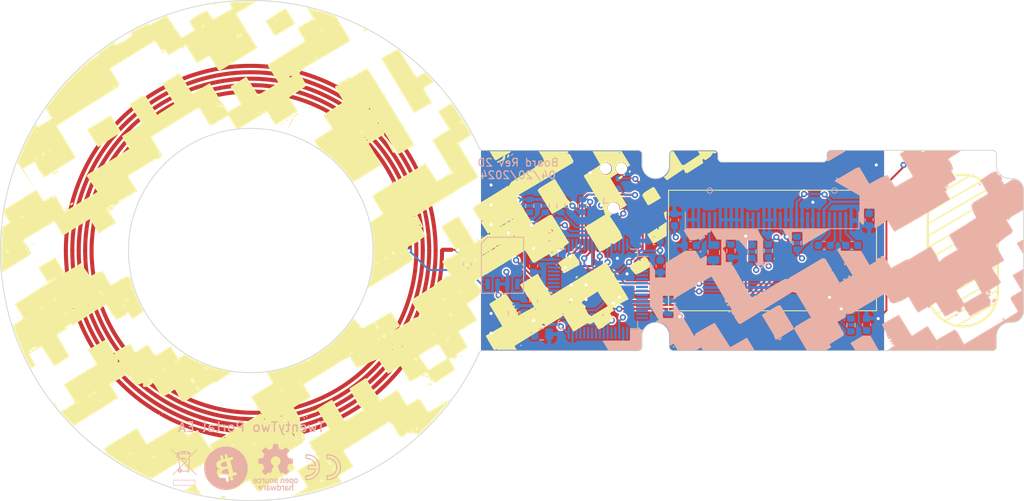
<source format=kicad_pcb>
(kicad_pcb (version 20221018) (generator pcbnew)
  (layers (0 "F.Cu" jumper) (1 "In1.Cu" signal) (2 "In2.Cu" signal) (31 "B.Cu" signal) (34 "B.Paste" user) (35 "F.Paste" user) (36 "B.SilkS" user "B.Silkscreen") (37 "F.SilkS" user "F.Silkscreen") (38 "B.Mask" user) (39 "F.Mask" user) (44 "Edge.Cuts" user))
  (net 0 "")
  (net 1 "VCC")
  (net 2 "Net-(A1-A)")
  (net 3 "Net-(A1-B)")
  (net 4 "GND")
  (net 5 "Net-(A2-BTN)")
  (net 6 "Net-(U4-VCC)")
  (net 7 "Net-(U4-VCOMH)")
  (net 8 "Net-(U4-C1N)")
  (net 9 "Net-(U4-C1P)")
  (net 10 "Net-(U4-C2N)")
  (net 11 "Net-(U4-C2P)")
  (net 12 "Net-(U4-IREF)")
  (net 13 "NRST")
  (net 30 "TSC_G2_IO4")
  (net 40 "SWDIO")
  (net 41 "SWCLK")
  (net 47 "SWO")
  (net 49 "TSC_G2_IO2")
  (net 59 "DISP_RES")
  (net 60 "DISP_SCL")
  (net 61 "DISP_SDA")
  (net 63 "NFC_INT")
  (net 64 "NFC_SCL")
  (net 65 "NFC_SDA")
  (footprint "Footprints:Antenna-Round-13.8MHz-53pF-Class3-50mm" (layer "F.Cu") (at 82.675 124.5)
    (fp_text reference "A1" hide)
    (fp_text value "Antenna")
  )
  (footprint "Capacitor_SMD:C_0603_1608Metric" (layer "B.Cu") (at 134.475 123.25 180)
    (fp_text reference "C5" hide)
    (fp_text value "100n")
  )
  (footprint "Resistor_SMD:R_0603_1608Metric" (layer "B.Cu") (at 120.5 118.75 90)
    (fp_text reference "R2" hide)
    (fp_text value "10k")
  )
  (footprint "Resistor_SMD:R_0603_1608Metric" (layer "B.Cu") (at 147.035 124.642 -90)
    (fp_text reference "R7" hide)
    (fp_text value "10k")
  )
  (footprint "Connector:Tag-Connect_TC2030-IDC-NL_2x03_P1.27mm_Vertical" (layer "B.Cu") (at 129.26 116.496 90)
    (fp_text reference "J1" hide)
    (fp_text value "Conn_ARM_SWD_TagConnect_TC2030")
  )
  (footprint "Capacitor_SMD:C_0603_1608Metric" (layer "B.Cu") (at 119 126.5 -90)
    (fp_text reference "C8" hide)
    (fp_text value "100n")
  )
  (footprint "Footprints:TSC-Rectangle-25x16mm" (layer "B.Cu") (at 172.3 124.5)
    (fp_text reference "A2" hide)
    (fp_text value "TSC")
  )
  (footprint "Resistor_SMD:R_0603_1608Metric" (layer "B.Cu") (at 152.825 123.546 -90)
    (fp_text reference "R4" hide)
    (fp_text value "10k")
  )
  (footprint "Capacitor_SMD:C_0603_1608Metric" (layer "B.Cu") (at 110.5 126.25 -90)
    (fp_text reference "C18" hide)
    (fp_text value "??")
  )
  (footprint "Capacitor_SMD:C_0603_1608Metric" (layer "B.Cu") (at 159.85 123.842)
    (fp_text reference "C13" hide)
    (fp_text value "1u")
  )
  (footprint "Capacitor_SMD:C_0603_1608Metric" (layer "B.Cu") (at 137.085 120.542 90)
    (fp_text reference "C17" hide)
    (fp_text value "1u")
  )
  (footprint "Resistor_SMD:R_0603_1608Metric" (layer "B.Cu") (at 122.5 118.75 90)
    (fp_text reference "R1" hide)
    (fp_text value "10k")
  )
  (footprint "Resistor_SMD:R_0603_1608Metric" (layer "B.Cu") (at 125.25 118.75 90)
    (fp_text reference "R10" hide)
    (fp_text value "10k")
  )
  (footprint "Resistor_SMD:R_0603_1608Metric" (layer "B.Cu") (at 118.5 118.75 90)
    (fp_text reference "R3" hide)
    (fp_text value "10k")
  )
  (footprint "Footprints:OLED-128O064D-WITH-FP" (layer "B.Cu") (at 149.625 120.542 180)
    (fp_text reference "U4" hide)
    (fp_text value "SSD1306")
  )
  (footprint "Resistor_SMD:R_0603_1608Metric" (layer "B.Cu") (at 144.335 124.542 90)
    (fp_text reference "R5" hide)
    (fp_text value "390k")
  )
  (footprint "Capacitor_SMD:C_0603_1608Metric" (layer "B.Cu") (at 139.135 123.842 180)
    (fp_text reference "C7" hide)
    (fp_text value "2.2u")
  )
  (footprint "Capacitor_SMD:C_0603_1608Metric" (layer "B.Cu") (at 121.025 122.75)
    (fp_text reference "C2" hide)
    (fp_text value "100n")
  )
  (footprint "Resistor_SMD:R_0603_1608Metric" (layer "B.Cu") (at 149.135 124.542 -90)
    (fp_text reference "R6" hide)
    (fp_text value "10k")
  )
  (footprint "Package_QFP:LQFP-64_10x10mm_P0.5mm" (layer "B.Cu") (at 127.25 129.425 180)
    (fp_text reference "U2" hide)
    (fp_text value "STM32L476RGTx")
  )
  (footprint "Resistor_SMD:R_0603_1608Metric" (layer "B.Cu") (at 159.75 134.075 90)
    (fp_text reference "R8" hide)
    (fp_text value "1k")
  )
  (footprint "Capacitor_SMD:C_0603_1608Metric" (layer "B.Cu") (at 135.25 126.525 -90)
    (fp_text reference "C6" hide)
    (fp_text value "100n")
  )
  (footprint "Capacitor_SMD:C_0603_1608Metric" (layer "B.Cu") (at 161.75 134 -90)
    (fp_text reference "C14" hide)
    (fp_text value "22n")
  )
  (footprint "Capacitor_SMD:C_0603_1608Metric" (layer "B.Cu") (at 162.085 120.542 -90)
    (fp_text reference "C10" hide)
    (fp_text value "1u")
  )
  (footprint "Capacitor_SMD:C_0805_2012Metric" (layer "B.Cu") (at 142.135 124.742 -90)
    (fp_text reference "C11" hide)
    (fp_text value "4.7u")
  )
  (footprint "Capacitor_SMD:C_0603_1608Metric" (layer "B.Cu") (at 156.335 123.842)
    (fp_text reference "C12" hide)
    (fp_text value "1u")
  )
  (footprint "Capacitor_SMD:C_0603_1608Metric" (layer "B.Cu") (at 136.26 131.746 90)
    (fp_text reference "C4" hide)
    (fp_text value "100n")
  )
  (footprint "Footprints:SOT96-1" (layer "B.Cu") (at 115 126.4)
    (fp_text reference "U3" hide)
    (fp_text value "NT3H2X11")
  )
  (footprint "Capacitor_SMD:C_0805_2012Metric" (layer "B.Cu") (at 116.5 132.55 -90)
    (fp_text reference "C9" hide)
    (fp_text value "4.7u")
  )
  (footprint "Capacitor_SMD:C_0603_1608Metric" (layer "B.Cu") (at 119 131 90)
    (fp_text reference "C3" hide)
    (fp_text value "100n")
  )
  (footprint "Capacitor_SMD:C_0805_2012Metric" (layer "B.Cu") (at 120.05 135.25)
    (fp_text reference "C1" hide)
    (fp_text value "4.7u")
  )
  (gr_line (start 89.971789 150.761209) (end 90.024539 150.763844) (stroke (width 0.12)) (layer "B.SilkS"))
  (gr_poly (pts (xy 84.125986 153.795102) (xy 84.11726 153.795708) (xy 84.108715 153.796704) (xy 84.100343 153.798081) (xy 84.092137 153.799829) (xy 84.08409 153.801937) (xy 84.076195 153.804395) (xy 84.068444 153.807193) (xy 84.060829 153.81032) (xy 84.053344 153.813766) (xy 84.045981 153.817522) (xy 84.038733 153.821575) (xy 84.031593 153.825918) (xy 84.024553 153.830538) (xy 84.017606 153.835426) (xy 84.010744 153.840572) (xy 84.097428 153.94366) (xy 84.102607 153.93986) (xy 84.107621 153.936354) (xy 84.112497 153.933136) (xy 84.117263 153.930199) (xy 84.121946 153.927536) (xy 84.126574 153.925141) (xy 84.131175 153.923006) (xy 84.135776 153.921125) (xy 84.140405 153.919491) (xy 84.14509 153.918097) (xy 84.149858 153.916936) (xy 84.154736 153.916001) (xy 84.159753 153.915286) (xy 84.164936 153.914784) (xy 84.170313 153.914488) (xy 84.17591 153.914391) (xy 84.18687 153.914833) (xy 84.197719 153.91617) (xy 84.208373 153.91842) (xy 84.218752 153.9216) (xy 84.223812 153.923544) (xy 84.228773 153.925727) (xy 84.233623 153.928151) (xy 84.238353 153.930818) (xy 84.242952 153.933731) (xy 84.247411 153.936891) (xy 84.251718 153.9403) (xy 84.255864 153.943962) (xy 84.259838 153.947877) (xy 84.26363 153.952049) (xy 84.26723 153.956479) (xy 84.270628 153.961169) (xy 84.273813 153.966122) (xy 84.276774 153.97134) (xy 84.279503 153.976824) (xy 84.281987 153.982577) (xy 84.284218 153.988602) (xy 84.286185 153.9949) (xy 84.287877 154.001473) (xy 84.289285 154.008324) (xy 84.290398 154.015455) (xy 84.291205 154.022867) (xy 84.291697 154.030564) (xy 84.291864 154.038547) (xy 84.291864 154.395767) (xy 84.411356 154.395767) (xy 84.411356 153.801942) (xy 84.291864 153.801942) (xy 84.291864 153.865178) (xy 84.289548 153.865178) (xy 84.282331 153.856671) (xy 84.274738 153.848713) (xy 84.266781 153.841302) (xy 84.258469 153.83444) (xy 84.249813 153.828126) (xy 84.240823 153.822361) (xy 84.23151 153.817144) (xy 84.221886 153.812476) (xy 84.211959 153.808357) (xy 84.20174 153.804787) (xy 84.191241 153.801766) (xy 84.180472 153.799294) (xy 84.169442 153.797371) (xy 84.158163 153.795997) (xy 84.146645 153.795173) (xy 84.134899 153.794898)) (fill solid) (layer "B.SilkS"))
  (gr_poly (pts (xy 84.897263 154.155657) (xy 84.897117 154.163132) (xy 84.896681 154.170406) (xy 84.895962 154.177477) (xy 84.894966 154.184342) (xy 84.893699 154.190998) (xy 84.892167 154.197444) (xy 84.890376 154.203678) (xy 84.888332 154.209696) (xy 84.886041 154.215496) (xy 84.883509 154.221076) (xy 84.880742 154.226434) (xy 84.877745 154.231567) (xy 84.874526 154.236473) (xy 84.87109 154.241149) (xy 84.867443 154.245593) (xy 84.863591 154.249803) (xy 84.85954 154.253776) (xy 84.855296 154.257511) (xy 84.850866 154.261003) (xy 84.846254 154.264252) (xy 84.841467 154.267255) (xy 84.836512 154.270009) (xy 84.831394 154.272512) (xy 84.826119 154.274761) (xy 84.820693 154.276755) (xy 84.815122 154.278491) (xy 84.809413 154.279966) (xy 84.803571 154.281179) (xy 84.797602 154.282126) (xy 84.791512 154.282805) (xy 84.785308 154.283214) (xy 84.778995 154.283351) (xy 84.772781 154.283214) (xy 84.766669 154.282805) (xy 84.760667 154.282126) (xy 84.754779 154.281179) (xy 84.749012 154.279966) (xy 84.743373 154.278491) (xy 84.737867 154.276755) (xy 84.732501 154.274761) (xy 84.727282 154.272512) (xy 84.722214 154.270009) (xy 84.717305 154.267255) (xy 84.71256 154.264252) (xy 84.707987 154.261003) (xy 84.70359 154.257511) (xy 84.699377 154.253776) (xy 84.695353 154.249803) (xy 84.691525 154.245593) (xy 84.687899 154.241149) (xy 84.684481 154.236473) (xy 84.681278 154.231567) (xy 84.678295 154.226434) (xy 84.675539 154.221076) (xy 84.673016 154.215496) (xy 84.670732 154.209696) (xy 84.668693 154.203678) (xy 84.666906 154.197444) (xy 84.665377 154.190998) (xy 84.664112 154.184342) (xy 84.663118 154.177477) (xy 84.662399 154.170406) (xy 84.661964 154.163132) (xy 84.661817 154.155657) (xy 84.661817 153.801942) (xy 84.542391 153.801942) (xy 84.542391 154.395833) (xy 84.661817 154.395833) (xy 84.661817 154.332531) (xy 84.664132 154.332531) (xy 84.671349 154.341038) (xy 84.67894 154.348996) (xy 84.686892 154.356407) (xy 84.695193 154.363269) (xy 84.703831 154.369583) (xy 84.712793 154.375348) (xy 84.722068 154.380565) (xy 84.731643 154.385232) (xy 84.741505 154.389352) (xy 84.751642 154.392922) (xy 84.762042 154.395943) (xy 84.772693 154.398415) (xy 84.783583 154.400338) (xy 84.794698 154.401712) (xy 84.806027 154.402536) (xy 84.817558 154.402811) (xy 84.826372 154.402602) (xy 84.835235 154.401975) (xy 84.853015 154.399478) (xy 84.870727 154.39533) (xy 84.879504 154.392641) (xy 84.8882 154.389544) (xy 84.896793 154.386041) (xy 84.905261 154.382132) (xy 84.913584 154.37782) (xy 84.921739 154.373106) (xy 84.929706 154.367991) (xy 84.937463 154.362477) (xy 84.944988 154.356565) (xy 84.95226 154.350258) (xy 84.959257 154.343556) (xy 84.965959 154.336461) (xy 84.972343 154.328974) (xy 84.978388 154.321098) (xy 84.984073 154.312832) (xy 84.989376 154.30418) (xy 84.994276 154.295142) (xy 84.998751 154.285721) (xy 85.00278 154.275916) (xy 85.006342 154.265731) (xy 85.009414 154.255166) (xy 85.011976 154.244223) (xy 85.014006 154.232903) (xy 85.015483 154.221209) (xy 85.016385 154.209141) (xy 85.01669 154.196701) (xy 85.01669 153.801942) (xy 84.897263 153.801942)) (fill solid) (layer "B.SilkS"))
  (gr_line (start 92.518182 153.932216) (end 92.498353 153.930848) (stroke (width 0.12)) (layer "B.SilkS"))
  (gr_line (start 90.0775 152.585951) (end 90.0775 152.109701) (stroke (width 0.12)) (layer "B.SilkS"))
  (gr_line (start 90.110678 153.442484) (end 90.157259 153.433311) (stroke (width 0.12)) (layer "B.SilkS"))
  (gr_line (start 93.992315 151.554076) (end 94.042163 151.647451) (stroke (width 0.12)) (layer "B.SilkS"))
  (gr_line (start 90.615319 151.481918) (end 90.540925 151.427002) (stroke (width 0.12)) (layer "B.SilkS"))
  (gr_line (start 90.332957 150.815278) (end 90.382675 150.829593) (stroke (width 0.12)) (layer "B.SilkS"))
  (gr_line (start 94.12192 151.84088) (end 94.151829 151.940265) (stroke (width 0.12)) (layer "B.SilkS"))
  (gr_poly (pts (xy 86.082696 155.333781) (xy 86.202155 155.333781) (xy 86.202155 155.271703) (xy 86.209385 155.279226) (xy 86.217009 155.286428) (xy 86.225011 155.293286) (xy 86.233375 155.299776) (xy 86.242081 155.305878) (xy 86.251115 155.311567) (xy 86.260457 155.316821) (xy 86.270091 155.321618) (xy 86.28 155.325935) (xy 86.290167 155.32975) (xy 86.300574 155.33304) (xy 86.311205 155.335783) (xy 86.322041 155.337955) (xy 86.333066 155.339534) (xy 86.344263 155.340499) (xy 86.355614 155.340825) (xy 86.362364 155.34073) (xy 86.368998 155.340446) (xy 86.375516 155.339977) (xy 86.381917 155.339328) (xy 86.388202 155.338503) (xy 86.394372 155.337504) (xy 86.400426 155.336336) (xy 86.406365 155.335003) (xy 86.412188 155.333509) (xy 86.417897 155.331857) (xy 86.423492 155.330052) (xy 86.428971 155.328097) (xy 86.434337 155.325996) (xy 86.439589 155.323753) (xy 86.449752 155.318856) (xy 86.459461 155.313438) (xy 86.46872 155.307529) (xy 86.477528 155.301161) (xy 86.48589 155.294363) (xy 86.493805 155.287167) (xy 86.501276 155.279604) (xy 86.508305 155.271705) (xy 86.514893 155.263501) (xy 86.520773 155.255608) (xy 86.526125 155.247636) (xy 86.530968 155.239421) (xy 86.535323 155.230799) (xy 86.539211 155.221609) (xy 86.542653 155.211686) (xy 86.545669 155.200868) (xy 86.54828 155.188992) (xy 86.550507 155.175894) (xy 86.552369 155.161412) (xy 86.553889 155.145383) (xy 86.555086 155.127644) (xy 86.556595 155.086382) (xy 86.557061 155.036323) (xy 86.437602 155.036323) (xy 86.437508 155.053645) (xy 86.43713 155.070832) (xy 86.43632 155.087747) (xy 86.43493 155.104256) (xy 86.432812 155.120223) (xy 86.431435 155.127961) (xy 86.42982 155.135513) (xy 86.427949 155.142861) (xy 86.425804 155.149989) (xy 86.423367 155.15688) (xy 86.420619 155.163517) (xy 86.417541 155.169883) (xy 86.414115 155.175961) (xy 86.410324 155.181734) (xy 86.406147 155.187185) (xy 86.401567 155.192298) (xy 86.396565 155.197055) (xy 86.391124 155.201439) (xy 86.385223 155.205433) (xy 86.378846 155.209021) (xy 86.371973 155.212186) (xy 86.364587 155.21491) (xy 86.356668 155.217177) (xy 86.348198 155.21897) (xy 86.339159 155.220271) (xy 86.329533 155.221064) (xy 86.3193 155.221333) (xy 86.309172 155.221048) (xy 86.299644 155.220207) (xy 86.290697 155.218831) (xy 86.282314 155.216938) (xy 86.274475 155.214551) (xy 86.267163 155.211687) (xy 86.260359 155.208369) (xy 86.254045 155.204615) (xy 86.248204 155.200446) (xy 86.242816 155.195882) (xy 86.237863 155.190944) (xy 86.233328 155.185651) (xy 86.229191 155.180023) (xy 86.225436 155.174081) (xy 86.222043 155.167845) (xy 86.218994 155.161334) (xy 86.216271 155.15457) (xy 86.213856 155.147572) (xy 86.209877 155.132955) (xy 86.206909 155.117644) (xy 86.204809 155.101801) (xy 86.203429 155.085586) (xy 86.202624 155.069161) (xy 86.202155 155.036323) (xy 86.202248 155.020163) (xy 86.202624 155.003862) (xy 86.203429 154.987585) (xy 86.204809 154.971494) (xy 86.206909 154.955753) (xy 86.208276 154.948064) (xy 86.209877 154.940524) (xy 86.211731 154.933153) (xy 86.213856 154.925972) (xy 86.216271 154.919) (xy 86.218994 154.912258) (xy 86.222043 154.905767) (xy 86.225436 154.899547) (xy 86.229191 154.893618) (xy 86.233328 154.888001) (xy 86.237863 154.882716) (xy 86.242816 154.877784) (xy 86.248204 154.873225) (xy 86.254045 154.869059) (xy 86.260359 154.865307) (xy 86.267163 154.861988) (xy 86.274475 154.859125) (xy 86.282314 154.856736) (xy 86.290697 154.854843) (xy 86.299644 154.853465) (xy 86.309172 154.852623) (xy 86.3193 154.852338) (xy 86.329533 154.852607) (xy 86.339159 154.8534) (xy 86.348198 154.854702) (xy 86.356668 154.856495) (xy 86.364587 154.858761) (xy 86.371973 154.861484) (xy 86.378846 154.864646) (xy 86.385223 154.868231) (xy 86.391124 154.872221) (xy 86.396565 154.876598) (xy 86.401567 154.881347) (xy 86.406147 154.886449) (xy 86.410324 154.891888) (xy 86.414115 154.897645) (xy 86.417541 154.903705) (xy 86.420619 154.91005) (xy 86.423367 154.916663) (xy 86.425804 154.923527) (xy 86.42982 154.937937) (xy 86.432812 154.953144) (xy 86.43493 154.96901) (xy 86.43632 154.985399) (xy 86.43713 155.002172) (xy 86.437602 155.036323) (xy 86.557061 155.036323) (xy 86.556948 155.010293) (xy 86.556595 154.986602) (xy 86.555981 154.96509) (xy 86.555086 154.945596) (xy 86.553889 154.927957) (xy 86.552369 154.912012) (xy 86.550507 154.8976) (xy 86.54828 154.88456) (xy 86.545669 154.872729) (xy 86.544213 154.867217) (xy 86.542653 154.861947) (xy 86.540986 154.856899) (xy 86.539211 154.852053) (xy 86.537324 154.847387) (xy 86.535323 154.842884) (xy 86.530967 154.834279) (xy 86.526125 154.826077) (xy 86.520773 154.818117) (xy 86.514893 154.810236) (xy 86.508305 154.802021) (xy 86.501276 154.794114) (xy 86.493805 154.786546) (xy 86.48589 154.779347) (xy 86.477528 154.772547) (xy 86.46872 154.766179) (xy 86.459461 154.760272) (xy 86.449752 154.754856) (xy 86.439589 154.749963) (xy 86.428971 154.745623) (xy 86.417897 154.741867) (xy 86.406365 154.738725) (xy 86.394372 154.736228) (xy 86.381917 154.734406) (xy 86.368998 154.733291) (xy 86.355614 154.732912) (xy 86.34434 154.733238) (xy 86.333355 154.734202) (xy 86.322645 154.735784) (xy 86.312195 154.737964) (xy 86.301993 154.740719) (xy 86.292025 154.744031) (xy 86.282276 154.747878) (xy 86.272733 154.752239) (xy 86.263382 154.757095) (xy 86.25421 154.762424) (xy 86.245203 154.768207) (xy 86.236347 154.774421) (xy 86.227627 154.781048) (xy 86.219032 154.788066) (xy 86.210546 154.795454) (xy 86.202155 154.803192) (xy 86.202155 154.499781) (xy 86.082696 154.499781)) (fill solid) (layer "B.SilkS"))
  (gr_line (start 91.453079 152.755386) (end 91.42317 152.854772) (stroke (width 0.12)) (layer "B.SilkS"))
  (gr_line (start 90.502049 153.293768) (end 90.540925 153.26865) (stroke (width 0.12)) (layer "B.SilkS"))
  (gr_line (start 92.478542 150.766419) (end 92.498353 150.764803) (stroke (width 0.12)) (layer "B.SilkS"))
  (gr_line (start 90.884911 152.897246) (end 90.907295 152.855868) (stroke (width 0.12)) (layer "B.SilkS"))
  (gr_line (start 94.191707 152.14271) (end 94.201677 152.245101) (stroke (width 0.12)) (layer "B.SilkS"))
  (gr_line (start 93.719445 152.491407) (end 93.726424 152.419734) (stroke (width 0.12)) (layer "B.SilkS"))
  (gr_line (start 92.723289 153.931808) (end 92.6175 153.935326) (stroke (width 0.12)) (layer "B.SilkS"))
  (gr_line (start 89.859132 150.761446) (end 89.878998 150.760824) (stroke (width 0.12)) (layer "B.SilkS"))
  (gr_line (start 91.386615 152.952488) (end 91.343414 153.0482) (stroke (width 0.12)) (layer "B.SilkS"))
  (gr_poly (pts (xy 181.104074 123.562221) (xy 181.516451 124.273288) (xy 181.517485 124.273805) (xy 181.832195 124.816407) (xy 181.832195 123.150361)) (stroke (width 0.1)) (fill solid) (layer "B.SilkS"))
  (gr_line (start 93.726424 152.419734) (end 93.72875 152.347826) (stroke (width 0.12)) (layer "B.SilkS"))
  (gr_line (start 91.293565 151.554076) (end 91.343413 151.647451) (stroke (width 0.12)) (layer "B.SilkS"))
  (gr_line (start 89.898861 153.459325) (end 89.91875 153.459076) (stroke (width 0.12)) (layer "B.SilkS"))
  (gr_line (start 92.45875 150.768283) (end 92.478542 150.766419) (stroke (width 0.12)) (layer "B.SilkS"))
  (gr_line (start 90.12903 150.774287) (end 90.180697 150.782052) (stroke (width 0.12)) (layer "B.SilkS"))
  (gr_line (start 93.141685 153.327677) (end 93.173125 153.310197) (stroke (width 0.12)) (layer "B.SilkS"))
  (gr_poly (pts (xy 83.899514 154.733162) (xy 83.887393 154.734008) (xy 83.875409 154.735408) (xy 83.863581 154.737355) (xy 83.851927 154.739842) (xy 83.840464 154.74286) (xy 83.829209 154.746403) (xy 83.81818 154.750464) (xy 83.807395 154.755033) (xy 83.796871 154.760105) (xy 83.786627 154.765671) (xy 83.776678 154.771725) (xy 83.767043 154.778257) (xy 83.75774 154.785262) (xy 83.748787 154.792731) (xy 83.740199 154.800658) (xy 83.731997 154.809033) (xy 83.724196 154.817851) (xy 83.716814 154.827103) (xy 83.709869 154.836782) (xy 83.703379 154.846881) (xy 83.697361 154.857392) (xy 83.691833 154.868307) (xy 83.686812 154.879619) (xy 83.682317 154.89132) (xy 83.678363 154.903404) (xy 83.674969 154.915861) (xy 83.672154 154.928686) (xy 83.669933 154.941871) (xy 83.668325 154.955407) (xy 83.667347 154.969288) (xy 83.667017 154.983505) (xy 83.667017 155.081964) (xy 84.03707 155.081964) (xy 84.036896 155.090933) (xy 84.03638 155.09962) (xy 84.035527 155.108027) (xy 84.034345 155.116151) (xy 84.03284 155.123994) (xy 84.03102 155.131554) (xy 84.028892 155.138833) (xy 84.026461 155.145828) (xy 84.023735 155.152541) (xy 84.020721 155.158971) (xy 84.017426 155.165117) (xy 84.013856 155.17098) (xy 84.010019 155.176559) (xy 84.005921 155.181855) (xy 84.001568 155.186865) (xy 83.996969 155.191592) (xy 83.992129 155.196034) (xy 83.987056 155.200191) (xy 83.981757 155.204063) (xy 83.976237 155.207649) (xy 83.970505 155.21095) (xy 83.964566 155.213965) (xy 83.958428 155.216694) (xy 83.952098 155.219137) (xy 83.945583 155.221293) (xy 83.938888 155.223162) (xy 83.932022 155.224745) (xy 83.924991 155.22604) (xy 83.917801 155.227048) (xy 83.910461 155.227768) (xy 83.902976 155.2282) (xy 83.895353 155.228344) (xy 83.886763 155.228099) (xy 83.878115 155.22737) (xy 83.869435 155.226164) (xy 83.860747 155.224489) (xy 83.852078 155.222356) (xy 83.843455 155.219771) (xy 83.834902 155.216743) (xy 83.826445 155.21328) (xy 83.818111 155.209391) (xy 83.809926 155.205084) (xy 83.801914 155.200367) (xy 83.794103 155.195249) (xy 83.786518 155.189738) (xy 83.779184 155.183842) (xy 83.772129 155.17757) (xy 83.765376 155.17093) (xy 83.678692 155.244749) (xy 83.689876 155.257022) (xy 83.701451 155.268379) (xy 83.713395 155.278838) (xy 83.725689 155.288414) (xy 83.738312 155.297126) (xy 83.751243 155.30499) (xy 83.764462 155.312024) (xy 83.777948 155.318245) (xy 83.791681 155.32367) (xy 83.805641 155.328315) (xy 83.819806 155.332199) (xy 83.834157 155.335339) (xy 83.848673 155.337751) (xy 83.863333 155.339452) (xy 83.878117 155.34046) (xy 83.893004 155.340793) (xy 83.916043 155.340075) (xy 83.939311 155.337799) (xy 83.962571 155.333778) (xy 83.985587 155.327829) (xy 84.008122 155.319765) (xy 84.019135 155.314882) (xy 84.029939 155.309401) (xy 84.040504 155.303299) (xy 84.050802 155.296552) (xy 84.060801 155.289138) (xy 84.070473 155.281034) (xy 84.079789 155.272215) (xy 84.088717 155.26266) (xy 84.09723 155.252345) (xy 84.105297 155.241246) (xy 84.112888 155.229341) (xy 84.119975 155.216606) (xy 84.126527 155.203018) (xy 84.132515 155.188555) (xy 84.137909 155.173193) (xy 84.142681 155.156908) (xy 84.146799 155.139678) (xy 84.150235 155.12148) (xy 84.152959 155.10229) (xy 84.154941 155.082085) (xy 84.156152 155.060843) (xy 84.156562 155.038539) (xy 84.156186 155.017363) (xy 84.155074 154.997085) (xy 84.153803 154.983538) (xy 84.03707 154.983538) (xy 83.786444 154.983538) (xy 83.786909 154.975207) (xy 83.787651 154.967123) (xy 83.788664 154.959288) (xy 83.789942 154.951704) (xy 83.791481 154.94437) (xy 83.793275 154.937289) (xy 83.795318 154.930462) (xy 83.797605 154.923889) (xy 83.800132 154.917571) (xy 83.802891 154.91151) (xy 83.805878 154.905707) (xy 83.809088 154.900163) (xy 83.812516 154.894878) (xy 83.816155 154.889855) (xy 83.820001 154.885093) (xy 83.824047 154.880595) (xy 83.82829 154.876361) (xy 83.832723 154.872392) (xy 83.83734 154.86869) (xy 83.842138 154.865255) (xy 83.847109 154.862088) (xy 83.85225 154.859192) (xy 83.857554 154.856566) (xy 83.863016 154.854211) (xy 83.86863 154.85213) (xy 83.874392 154.850323) (xy 83.880296 154.848791) (xy 83.886337 154.847535) (xy 83.892508 154.846556) (xy 83.898806 154.845855) (xy 83.905224 154.845434) (xy 83.911757 154.845294) (xy 83.918293 154.845434) (xy 83.924721 154.845855) (xy 83.931033 154.846556) (xy 83.937224 154.847535) (xy 83.943289 154.848791) (xy 83.949221 154.850323) (xy 83.955013 154.85213) (xy 83.960661 154.854211) (xy 83.966157 154.856565) (xy 83.971497 154.859191) (xy 83.976674 154.862088) (xy 83.981681 154.865254) (xy 83.986513 154.868689) (xy 83.991165 154.872392) (xy 83.995629 154.876361) (xy 83.9999 154.880595) (xy 84.003972 154.885093) (xy 84.007839 154.889854) (xy 84.011495 154.894878) (xy 84.014934 154.900162) (xy 84.018149 154.905707) (xy 84.021135 154.91151) (xy 84.023886 154.917571) (xy 84.026396 154.923889) (xy 84.028659 154.930462) (xy 84.030668 154.937289) (xy 84.032418 154.94437) (xy 84.033903 154.951704) (xy 84.035117 154.959288) (xy 84.036053 154.967123) (xy 84.036706 154.975206) (xy 84.03707 154.983538) (xy 84.153803 154.983538) (xy 84.153254 154.977691) (xy 84.150752 154.959164) (xy 84.147594 154.941491) (xy 84.143807 154.924657) (xy 84.139419 154.908647) (xy 84.134454 154.893446) (xy 84.128941 154.879039) (xy 84.122905 154.865412) (xy 84.116374 154.85255) (xy 84.109373 154.840437) (xy 84.101929 154.82906) (xy 84.094069 154.818402) (xy 84.08582 154.808451) (xy 84.077208 154.79919) (xy 84.068259 154.790605) (xy 84.059001 154.782681) (xy 84.04946 154.775404) (xy 84.039662 154.768758) (xy 84.029634 154.762729) (xy 84.019403 154.757302) (xy 84.008995 154.752461) (xy 83.998437 154.748194) (xy 83.987755 154.744483) (xy 83.976977 154.741316) (xy 83.966128 154.738676) (xy 83.955235 154.73655) (xy 83.933424 154.733777) (xy 83.911757 154.732879)) (fill solid) (layer "B.SilkS"))
  (gr_poly (pts (xy 140.851724 122.601056) (xy 140.814005 122.623277) (xy 140.812505 122.740066) (xy 140.810404 122.856855) (xy 140.900835 122.802594) (xy 140.990755 122.748855) (xy 140.940115 122.663585) (xy 140.889475 122.578315)) (stroke (width 0.1)) (fill solid) (layer "B.SilkS"))
  (gr_line (start 92.478515 151.242296) (end 92.45875 151.244533) (stroke (width 0.12)) (layer "B.SilkS"))
  (gr_line (start 93.737622 153.472813) (end 93.662026 153.54332) (stroke (width 0.12)) (layer "B.SilkS"))
  (gr_line (start 90.835255 152.976552) (end 90.860881 152.937487) (stroke (width 0.12)) (layer "B.SilkS"))
  (gr_line (start 90.332957 153.880374) (end 90.231932 153.904165) (stroke (width 0.12)) (layer "B.SilkS"))
  (gr_line (start 93.700366 151.186938) (end 93.737622 151.222838) (stroke (width 0.12)) (layer "B.SilkS"))
  (gr_line (start 94.151829 152.755386) (end 94.12192 152.854772) (stroke (width 0.12)) (layer "B.SilkS"))
  (gr_poly (pts (xy 178.861837 114.854717) (xy 178.819462 114.880557) (xy 178.844784 114.922927) (xy 178.870105 114.965818) (xy 178.91248 114.939977) (xy 178.955371 114.914657) (xy 178.93005 114.872287) (xy 178.904728 114.830426) (xy 178.904211 114.829427)) (stroke (width 0.1)) (fill solid) (layer "B.SilkS"))
  (gr_line (start 89.819432 153.932216) (end 89.799603 153.930848) (stroke (width 0.12)) (layer "B.SilkS"))
  (gr_line (start 92.518136 151.238886) (end 92.498312 151.240413) (stroke (width 0.12)) (layer "B.SilkS"))
  (gr_line (start 92.557881 153.934206) (end 92.538025 153.933335) (stroke (width 0.12)) (layer "B.SilkS"))
  (gr_line (start 93.645006 151.924563) (end 93.614764 151.857564) (stroke (width 0.12)) (layer "B.SilkS"))
  (gr_line (start 93.274158 150.902494) (end 93.320626 150.924526) (stroke (width 0.12)) (layer "B.SilkS"))
  (gr_line (start 89.799603 150.764803) (end 89.819432 150.763436) (stroke (width 0.12)) (layer "B.SilkS"))
  (gr_line (start 92.976646 153.399459) (end 93.010614 153.387234) (stroke (width 0.12)) (layer "B.SilkS"))
  (gr_line (start 92.981447 150.802569) (end 93.031707 150.815278) (stroke (width 0.12)) (layer "B.SilkS"))
  (gr_line (start 90.992804 152.062336) (end 90.979388 152.01587) (stroke (width 0.12)) (layer "B.SilkS"))
  (gr_line (start 93.965031 151.508584) (end 93.992315 151.554076) (stroke (width 0.12)) (layer "B.SilkS"))
  (gr_poly (pts (xy 177.411274 130.161283) (xy 177.326008 130.211923) (xy 177.376651 130.297193) (xy 177.42781 130.382463) (xy 177.513077 130.331823) (xy 177.598343 130.281183) (xy 177.547183 130.195913) (xy 177.49654 130.110643)) (stroke (width 0.1)) (fill solid) (layer "B.SilkS"))
  (gr_line (start 93.348668 153.184672) (end 93.375506 153.160447) (stroke (width 0.12)) (layer "B.SilkS"))
  (gr_line (start 92.45875 153.451119) (end 92.478515 153.453356) (stroke (width 0.12)) (layer "B.SilkS"))
  (gr_line (start 90.336504 153.377713) (end 90.379298 153.359285) (stroke (width 0.12)) (layer "B.SilkS"))
  (gr_line (start 92.498353 150.764803) (end 92.518182 150.763436) (stroke (width 0.12)) (layer "B.SilkS"))
  (gr_poly (pts (xy 87.840967 153.79531) (xy 87.828051 153.796428) (xy 87.815597 153.798252) (xy 87.803604 153.800753) (xy 87.79207 153.803899) (xy 87.780992 153.807659) (xy 87.770371 153.812003) (xy 87.760204 153.8169) (xy 87.75049 153.822318) (xy 87.741226 153.828227) (xy 87.732413 153.834595) (xy 87.724047 153.841393) (xy 87.716128 153.848589) (xy 87.708654 153.856152) (xy 87.701623 153.864051) (xy 87.695034 153.872255) (xy 87.68916 153.880148) (xy 87.683813 153.88812) (xy 87.678975 153.896335) (xy 87.674623 153.904958) (xy 87.672624 153.909472) (xy 87.670738 153.914149) (xy 87.668964 153.91901) (xy 87.667299 153.924073) (xy 87.66574 153.929361) (xy 87.664285 153.934894) (xy 87.661676 153.946772) (xy 87.659451 153.959873) (xy 87.657589 153.97436) (xy 87.65607 153.990394) (xy 87.654874 154.00814) (xy 87.653979 154.02776) (xy 87.653365 154.049418) (xy 87.653012 154.073277) (xy 87.652899 154.099499) (xy 87.653365 154.149179) (xy 87.654874 154.190161) (xy 87.65607 154.207792) (xy 87.657589 154.223732) (xy 87.659451 154.238141) (xy 87.661676 154.25118) (xy 87.664285 154.263011) (xy 87.667299 154.273795) (xy 87.670738 154.283692) (xy 87.674623 154.292864) (xy 87.678975 154.301472) (xy 87.683813 154.309677) (xy 87.68916 154.317639) (xy 87.695034 154.32552) (xy 87.701623 154.333724) (xy 87.708654 154.341623) (xy 87.716128 154.349186) (xy 87.724047 154.356382) (xy 87.732413 154.363179) (xy 87.741227 154.369548) (xy 87.75049 154.375457) (xy 87.760204 154.380875) (xy 87.770371 154.385772) (xy 87.775625 154.388015) (xy 87.780993 154.390116) (xy 87.786474 154.392071) (xy 87.79207 154.393876) (xy 87.79778 154.395528) (xy 87.803604 154.397022) (xy 87.809543 154.398355) (xy 87.815597 154.399523) (xy 87.821767 154.400522) (xy 87.828051 154.401347) (xy 87.834451 154.401996) (xy 87.840967 154.402465) (xy 87.847599 154.402749) (xy 87.854346 154.402844) (xy 87.86562 154.402518) (xy 87.876605 154.401554) (xy 87.887315 154.399972) (xy 87.897765 154.397793) (xy 87.907967 154.395037) (xy 87.917935 154.391725) (xy 87.927684 154.387879) (xy 87.937227 154.383517) (xy 87.946577 154.378661) (xy 87.95575 154.373332) (xy 87.964757 154.36755) (xy 87.973613 154.361335) (xy 87.982333 154.354708) (xy 87.990928 154.347691) (xy 87.999414 154.340302) (xy 88.007805 154.332564) (xy 88.008234 154.803192) (xy 88.000605 154.794685) (xy 87.992652 154.786726) (xy 87.984384 154.779316) (xy 87.975807 154.772453) (xy 87.966929 154.76614) (xy 87.957755 154.760374) (xy 87.948293 154.755158) (xy 87.93855 154.75049) (xy 87.928532 154.746371) (xy 87.918247 154.7428) (xy 87.907701 154.739779) (xy 87.896902 154.737307) (xy 87.885855 154.735384) (xy 87.874569 154.734011) (xy 87.863049 154.733186) (xy 87.851304 154.732912) (xy 87.842594 154.733121) (xy 87.833831 154.733747) (xy 87.825035 154.734788) (xy 87.81623 154.736244) (xy 87.807435 154.738113) (xy 87.798674 154.740392) (xy 87.789967 154.743081) (xy 87.781336 154.746178) (xy 87.772803 154.749682) (xy 87.764389 154.75359) (xy 87.756117 154.757903) (xy 87.748008 154.762617) (xy 87.740083 154.767732) (xy 87.732364 154.773246) (xy 87.724873 154.779157) (xy 87.717631 154.785465) (xy 87.710661 154.792167) (xy 87.703983 154.799262) (xy 87.69762 154.806748) (xy 87.691592 154.814625) (xy 87.685923 154.82289) (xy 87.680633 154.831543) (xy 87.675744 154.84058) (xy 87.671277 154.850002) (xy 87.667255 154.859807) (xy 87.663699 154.869992) (xy 87.660631 154.880557) (xy 87.658072 154.8915) (xy 87.656044 154.902819) (xy 87.654568 154.914514) (xy 87.653667 154.926582) (xy 87.653362 154.939022) (xy 87.653362 155.33378) (xy 87.772821 155.33378) (xy 87.772821 154.980066) (xy 87.772968 154.972585) (xy 87.773403 154.965306) (xy 87.774122 154.958231) (xy 87.775116 154.951362) (xy 87.776381 154.944703) (xy 87.77791 154.938254) (xy 87.779697 154.932019) (xy 87.781735 154.925999) (xy 87.784019 154.920198) (xy 87.786542 154.914617) (xy 87.789298 154.90926) (xy 87.79228 154.904127) (xy 87.795483 154.899222) (xy 87.798901 154.894547) (xy 87.802526 154.890103) (xy 87.806353 154.885895) (xy 87.810376 154.881923) (xy 87.814588 154.878191) (xy 87.818984 154.8747) (xy 87.823556 154.871454) (xy 87.8283 154.868453) (xy 87.833207 154.865701) (xy 87.838273 154.8632) (xy 87.843492 154.860952) (xy 87.848856 154.858961) (xy 87.854359 154.857227) (xy 87.859996 154.855753) (xy 87.865761 154.854542) (xy 87.871646 154.853596) (xy 87.877646 154.852917) (xy 87.883755 154.852509) (xy 87.889966 154.852372) (xy 87.896282 154.852509) (xy 87.902489 154.852917) (xy 87.908581 154.853596) (xy 87.914551 154.854542) (xy 87.920395 154.855753) (xy 87.926106 154.857227) (xy 87.931677 154.858961) (xy 87.937104 154.860953) (xy 87.942379 154.8632) (xy 87.947498 154.865701) (xy 87.952453 154.868453) (xy 87.95724 154.871454) (xy 87.961851 154.8747) (xy 87.966281 154.878191) (xy 87.970524 154.881924) (xy 87.974575 154.885895) (xy 87.978426 154.890104) (xy 87.982072 154.894547) (xy 87.985507 154.899222) (xy 87.988725 154.904127) (xy 87.99172 154.90926) (xy 87.994487 154.914618) (xy 87.997018 154.920198) (xy 87.999308 154.926) (xy 88.001351 154.932019) (xy 88.003141 154.938254) (xy 88.004673 154.944703) (xy 88.005939 154.951362) (xy 88.006934 154.958231) (xy 88.007653 154.965306) (xy 88.008088 154.972585) (xy 88.008234 154.980066) (xy 88.008234 155.333781) (xy 88.127727 155.333781) (xy 88.127727 154.099466) (xy 88.007804 154.099466) (xy 88.007336 154.131924) (xy 88.006531 154.148198) (xy 88.005151 154.164285) (xy 88.00305 154.180021) (xy 88.000083 154.195244) (xy 87.996104 154.209791) (xy 87.993689 154.21676) (xy 87.990966 154.223498) (xy 87.987917 154.229986) (xy 87.984524 154.236203) (xy 87.980769 154.242129) (xy 87.976632 154.247743) (xy 87.972097 154.253025) (xy 87.967144 154.257954) (xy 87.961756 154.262511) (xy 87.955915 154.266675) (xy 87.949601 154.270425) (xy 87.942797 154.273741) (xy 87.935485 154.276603) (xy 87.927646 154.27899) (xy 87.919263 154.280882) (xy 87.910316 154.282259) (xy 87.900788 154.2831) (xy 87.89066 154.283385) (xy 87.880427 154.283116) (xy 87.870801 154.282323) (xy 87.861762 154.281021) (xy 87.853292 154.279229) (xy 87.845373 154.276963) (xy 87.837986 154.27424) (xy 87.831114 154.271078) (xy 87.824736 154.267493) (xy 87.818836 154.263504) (xy 87.813395 154.259127) (xy 87.808393 154.254379) (xy 87.803813 154.249278) (xy 87.799636 154.24384) (xy 87.795845 154.238083) (xy 87.792419 154.232024) (xy 87.789341 154.225681) (xy 87.786593 154.21907) (xy 87.784156 154.212208) (xy 87.782011 154.205113) (xy 87.78014 154.197802) (xy 87.778525 154.190292) (xy 87.777148 154.1826) (xy 87.77503 154.166741) (xy 87.77364 154.15036) (xy 87.772829 154.133595) (xy 87.772452 154.116585) (xy 87.772358 154.099466) (xy 87.772829 154.064935) (xy 87.77364 154.048011) (xy 87.77503 154.031494) (xy 87.777148 154.015521) (xy 87.78014 154.000226) (xy 87.784156 153.985745) (xy 87.786593 153.978853) (xy 87.789341 153.972214) (xy 87.792419 153.965847) (xy 87.795845 153.959767) (xy 87.799636 153.953993) (xy 87.803813 153.948541) (xy 87.808393 153.943428) (xy 87.813395 153.93867) (xy 87.818836 153.934285) (xy 87.824736 153.93029) (xy 87.831114 153.926702) (xy 87.837986 153.923537) (xy 87.845373 153.920813) (xy 87.853292 153.918546) (xy 87.861762 153.916753) (xy 87.870801 153.915452) (xy 87.880427 153.914658) (xy 87.89066 153.91439) (xy 87.900785 153.914675) (xy 87.91031 153.915516) (xy 87.919255 153.916894) (xy 87.927637 153.918787) (xy 87.935474 153.921177) (xy 87.942785 153.924042) (xy 87.949588 153.927362) (xy 87.955901 153.931118) (xy 87.961742 153.93529) (xy 87.96713 153.939856) (xy 87.972082 153.944797) (xy 87.976618 153.950093) (xy 87.980754 153.955724) (xy 87.98451 153.961669) (xy 87.987904 153.967908) (xy 87.990954 153.974422) (xy 87.993677 153.981189) (xy 87.996093 153.98819) (xy 87.99822 153.995405) (xy 88.000075 154.002814) (xy 88.001677 154.010395) (xy 88.003044 154.01813) (xy 88.005146 154.033978) (xy 88.006528 154.050197) (xy 88.007334 154.066626) (xy 88.007711 154.083102) (xy 88.007804 154.099466) (xy 88.127727 154.099466) (xy 88.127727 153.801975) (xy 88.007804 153.801975) (xy 88.007804 153.864053) (xy 88.00057 153.856519) (xy 87.992941 153.849309) (xy 87.984936 153.842445) (xy 87.976571 153.835951) (xy 87.967864 153.829849) (xy 87.958831 153.82416) (xy 87.949489 153.818907) (xy 87.939856 153.814113) (xy 87.929949 153.809799) (xy 87.919784 153.805988) (xy 87.909379 153.802703) (xy 87.898751 153.799964) (xy 87.887916 153.797796) (xy 87.876893 153.796219) (xy 87.865697 153.795257) (xy 87.854346 153.794931)) (fill solid) (layer "B.SilkS"))
  (gr_line (start 93.044128 151.321723) (end 92.976646 151.296193) (stroke (width 0.12)) (layer "B.SilkS"))
  (gr_line (start 93.707814 152.562614) (end 93.719445 152.491407) (stroke (width 0.12)) (layer "B.SilkS"))
  (gr_poly (pts (xy 173.241506 132.761628) (xy 173.199132 132.786947) (xy 173.224454 132.829316) (xy 173.249775 132.872205) (xy 173.292665 132.846887) (xy 173.33504 132.821046) (xy 173.309719 132.778676) (xy 173.284397 132.735788)) (stroke (width 0.1)) (fill solid) (layer "B.SilkS"))
  (gr_line (start 90.979388 152.01587) (end 90.96408 151.970341) (stroke (width 0.12)) (layer "B.SilkS"))
  (gr_line (start 90.575408 150.902494) (end 90.621876 150.924526) (stroke (width 0.12)) (layer "B.SilkS"))
  (gr_line (start 93.179092 150.862957) (end 93.226968 150.881965) (stroke (width 0.12)) (layer "B.SilkS"))
  (gr_line (start 89.839233 153.457939) (end 89.859097 153.458757) (stroke (width 0.12)) (layer "B.SilkS"))
  (gr_line (start 90.621876 150.924526) (end 90.667585 150.948038) (stroke (width 0.12)) (layer "B.SilkS"))
  (gr_line (start 93.90638 151.421) (end 93.936374 151.464218) (stroke (width 0.12)) (layer "B.SilkS"))
  (gr_line (start 93.031707 153.880374) (end 92.930682 153.904165) (stroke (width 0.12)) (layer "B.SilkS"))
  (gr_poly (pts (xy 85.589539 149.354858) (xy 85.58828 149.354951) (xy 85.587027 149.355105) (xy 85.585783 149.355318) (xy 85.584548 149.355588) (xy 85.583325 149.355915) (xy 85.582116 149.356295) (xy 85.580922 149.356728) (xy 85.579746 149.357213) (xy 85.578589 149.357747) (xy 85.577453 149.358329) (xy 85.576341 149.358958) (xy 85.575253 149.359632) (xy 85.574192 149.360349) (xy 85.57316 149.361108) (xy 85.572158 149.361908) (xy 85.571188 149.362746) (xy 85.570253 149.363622) (xy 85.569354 149.364534) (xy 85.568493 149.365479) (xy 85.567671 149.366458) (xy 85.566892 149.367467) (xy 85.566155 149.368507) (xy 85.565465 149.369574) (xy 85.564821 149.370668) (xy 85.564227 149.371786) (xy 85.563684 149.372928) (xy 85.563193 149.374092) (xy 85.562758 149.375277) (xy 85.562378 149.37648) (xy 85.562058 149.3777) (xy 85.561798 149.378936) (xy 85.457122 149.941275) (xy 85.456857 149.942521) (xy 85.456536 149.943771) (xy 85.455731 149.946276) (xy 85.454721 149.948773) (xy 85.45352 149.951246) (xy 85.452143 149.953678) (xy 85.450602 149.956054) (xy 85.448912 149.958356) (xy 85.447088 149.960569) (xy 85.445144 149.962676) (xy 85.443093 149.964661) (xy 85.440949 149.966507) (xy 85.438727 149.968199) (xy 85.436442 149.969719) (xy 85.434106 149.971053) (xy 85.432924 149.971644) (xy 85.431734 149.972182) (xy 85.430539 149.972665) (xy 85.42934 149.973091) (xy 85.052442 150.127376) (xy 85.0501 150.128407) (xy 85.047617 150.129268) (xy 85.045014 150.129961) (xy 85.042313 150.130487) (xy 85.039535 150.130847) (xy 85.036704 150.131044) (xy 85.03384 150.131079) (xy 85.030965 150.130952) (xy 85.028102 150.130667) (xy 85.025271 150.130223) (xy 85.022496 150.129624) (xy 85.019797 150.128869) (xy 85.017197 150.127961) (xy 85.014718 150.126902) (xy 85.012381 150.125692) (xy 85.010208 150.124334) (xy 84.540407 149.801939) (xy 84.539349 149.801249) (xy 84.538259 149.800614) (xy 84.537141 149.800031) (xy 84.535996 149.799502) (xy 84.534826 149.799026) (xy 84.533635 149.798603) (xy 84.532425 149.798232) (xy 84.531198 149.797914) (xy 84.529956 149.797648) (xy 84.528702 149.797434) (xy 84.526166 149.79716) (xy 84.523611 149.797091) (xy 84.521055 149.797226) (xy 84.518517 149.797562) (xy 84.516017 149.798098) (xy 84.513572 149.798832) (xy 84.512378 149.799273) (xy 84.511204 149.799762) (xy 84.510054 149.8003) (xy 84.50893 149.800887) (xy 84.507835 149.801522) (xy 84.50677 149.802205) (xy 84.505739 149.802935) (xy 84.504744 149.803713) (xy 84.503786 149.804539) (xy 84.502869 149.805411) (xy 84.107218 150.201063) (xy 84.106345 150.20198) (xy 84.10552 150.202938) (xy 84.104743 150.203934) (xy 84.104014 150.204965) (xy 84.103332 150.206031) (xy 84.102699 150.207127) (xy 84.101578 150.209403) (xy 84.100651 150.211774) (xy 84.099921 150.214221) (xy 84.09939 150.216724) (xy 84.099057 150.219265) (xy 84.098925 150.221824) (xy 84.098995 150.224383) (xy 84.099269 150.226921) (xy 84.099748 150.229419) (xy 84.100434 150.231859) (xy 84.100855 150.233051) (xy 84.101328 150.234221) (xy 84.101853 150.235366) (xy 84.102431 150.236485) (xy 84.103062 150.237575) (xy 84.103745 150.238633) (xy 84.420518 150.700331) (xy 84.42188 150.702514) (xy 84.423089 150.704855) (xy 84.424144 150.707333) (xy 84.425043 150.709927) (xy 84.425784 150.712616) (xy 84.426366 150.715379) (xy 84.426789 150.718193) (xy 84.42705 150.721039) (xy 84.427148 150.723895) (xy 84.427082 150.726738) (xy 84.426851 150.729549) (xy 84.426452 150.732306) (xy 84.425886 150.734988) (xy 84.42515 150.737572) (xy 84.424243 150.740039) (xy 84.423164 150.742367) (xy 84.256509 151.131172) (xy 84.255557 151.13356) (xy 84.254387 151.135925) (xy 84.253015 151.138255) (xy 84.251458 151.140534) (xy 84.249731 151.14275) (xy 84.247853 151.144887) (xy 84.245839 151.146932) (xy 84.243705 151.14887) (xy 84.241469 151.150688) (xy 84.239147 151.152372) (xy 84.236755 151.153906) (xy 84.23431 151.155278) (xy 84.231828 151.156473) (xy 84.229327 151.157476) (xy 84.226821 151.158275) (xy 84.224329 151.158854) (xy 83.680643 151.259958) (xy 83.67941 151.260224) (xy 83.678193 151.26055) (xy 83.676993 151.260934) (xy 83.675811 151.261374) (xy 83.674649 151.261868) (xy 83.673509 151.262415) (xy 83.672393 151.263013) (xy 83.671301 151.263659) (xy 83.669198 151.26509) (xy 83.667214 151.266694) (xy 83.665359 151.268457) (xy 83.663648 151.270364) (xy 83.662092 151.272399) (xy 83.660704 151.274549) (xy 83.659497 151.276799) (xy 83.658965 151.277957) (xy 83.658482 151.279134) (xy 83.658051 151.280328) (xy 83.657672 151.281539) (xy 83.657348 151.282763) (xy 83.65708 151.283999) (xy 83.65687 151.285246) (xy 83.656719 151.286501) (xy 83.656628 151.287763) (xy 83.656599 151.289029) (xy 83.656666 151.84859) (xy 83.656697 151.849853) (xy 83.656791 151.851113) (xy 83.656946 151.852367) (xy 83.657159 151.853613) (xy 83.65743 151.854849) (xy 83.657757 151.856073) (xy 83.658138 151.857284) (xy 83.658572 151.85848) (xy 83.659058 151.859658) (xy 83.659593 151.860818) (xy 83.660176 151.861956) (xy 83.660806 151.863071) (xy 83.661481 151.864161) (xy 83.662199 151.865224) (xy 83.662959 151.866259) (xy 83.66376 151.867263) (xy 83.664599 151.868235) (xy 83.665475 151.869173) (xy 83.666387 151.870074) (xy 83.667333 151.870937) (xy 83.668312 151.87176) (xy 83.669322 151.872541) (xy 83.670361 151.873278) (xy 83.671427 151.87397) (xy 83.67252 151.874613) (xy 83.673638 151.875208) (xy 83.674779 151.875751) (xy 83.675941 151.87624) (xy 83.677124 151.876675) (xy 83.678325 151.877052) (xy 83.679542 151.87737) (xy 83.680775 151.877628) (xy 84.2111 151.976317) (xy 84.212348 151.976573) (xy 84.2136 151.976887) (xy 84.214851 151.977257) (xy 84.216102 151.977681) (xy 84.218591 151.978684) (xy 84.221051 151.979883) (xy 84.223467 151.981262) (xy 84.225822 151.982808) (xy 84.2281 151.984505) (xy 84.230287 151.986339) (xy 84.232365 151.988295) (xy 84.234319 151.990359) (xy 84.236133 151.992517) (xy 84.237792 151.994754) (xy 84.239279 151.997054) (xy 84.240579 151.999405) (xy 84.241675 152.001791) (xy 84.242142 152.002993) (xy 84.242553 152.004198) (xy 84.408115 152.417774) (xy 84.40914 152.420127) (xy 84.409993 152.422618) (xy 84.410679 152.425227) (xy 84.411197 152.427931) (xy 84.41155 152.43071) (xy 84.411739 152.433542) (xy 84.411766 152.436404) (xy 84.411634 152.439276) (xy 84.411342 152.442136) (xy 84.410894 152.444962) (xy 84.410291 152.447734) (xy 84.409534 152.450428) (xy 84.408626 152.453025) (xy 84.407567 152.455501) (xy 84.40636 152.457836) (xy 84.405007 152.460009) (xy 84.103746 152.898986) (xy 84.103056 152.900044) (xy 84.102421 152.901134) (xy 84.101839 152.902254) (xy 84.101309 152.9034) (xy 84.100833 152.904571) (xy 84.10041 152.905763) (xy 84.10004 152.906976) (xy 84.099721 152.908205) (xy 84.099455 152.90945) (xy 84.099241 152.910706) (xy 84.098967 152.913247) (xy 84.098898 152.915808) (xy 84.099033 152.91837) (xy 84.099369 152.920915) (xy 84.099905 152.923421) (xy 84.100639 152.925871) (xy 84.101079 152.927068) (xy 84.101569 152.928244) (xy 84.102107 152.929396) (xy 84.102694 152.930522) (xy 84.103329 152.931619) (xy 84.104011 152.932685) (xy 84.104742 152.933718) (xy 84.10552 152.934714) (xy 84.106346 152.935672) (xy 84.107218 152.93659) (xy 84.502936 153.332241) (xy 84.503847 153.333107) (xy 84.504799 153.333927) (xy 84.505791 153.3347) (xy 84.506818 153.335426) (xy 84.507879 153.336104) (xy 84.508972 153.336735) (xy 84.511243 153.337853) (xy 84.51361 153.338778) (xy 84.516054 153.339508) (xy 84.518556 153.340041) (xy 84.521097 153.340377) (xy 84.523656 153.340512) (xy 84.526216 153.340446) (xy 84.528755 153.340176) (xy 84.531255 153.339701) (xy 84.533696 153.339019) (xy 84.534889 153.3386) (xy 84.536059 153.338128) (xy 84.537205 153.337604) (xy 84.538325 153.337027) (xy 84.539415 153.336397) (xy 84.540473 153.335713) (xy 84.971711 153.039744) (xy 84.973879 153.038394) (xy 84.976201 153.037211) (xy 84.978655 153.036195) (xy 84.981222 153.035345) (xy 84.983879 153.034663) (xy 84.986606 153.034149) (xy 84.989381 153.033803) (xy 84.992183 153.033625) (xy 84.994992 153.033617) (xy 84.997786 153.033778) (xy 85.000544 153.034109) (xy 85.003244 153.034609) (xy 85.005866 153.035281) (xy 85.008389 153.036123) (xy 85.010792 153.037137) (xy 85.013052 153.038322) (xy 85.203222 153.139856) (xy 85.204359 153.140396) (xy 85.205505 153.140872) (xy 85.206659 153.141282) (xy 85.207819 153.141629) (xy 85.208982 153.141913) (xy 85.210146 153.142134) (xy 85.211311 153.142293) (xy 85.212472 153.142392) (xy 85.213629 153.14243) (xy 85.21478 153.142409) (xy 85.215923 153.142329) (xy 85.217055 153.14219) (xy 85.218175 153.141995) (xy 85.21928 153.141743) (xy 85.22037 153.141434) (xy 85.221441 153.141071) (xy 85.222491 153.140653) (xy 85.22352 153.140182) (xy 85.224524 153.139657) (xy 85.225502 153.139081) (xy 85.226452 153.138452) (xy 85.227372 153.137773) (xy 85.228259 153.137044) (xy 85.229113 153.136265) (xy 85.22993 153.135438) (xy 85.23071 153.134563) (xy 85.231449 153.133641) (xy 85.232146 153.132672) (xy 85.2328 153.131657) (xy 85.233407 153.130598) (xy 85.233966 153.129494) (xy 85.234475 153.128346) (xy 85.626555 152.180873) (xy 85.627008 152.179695) (xy 85.627402 152.178498) (xy 85.627736 152.177286) (xy 85.628011 152.176061) (xy 85.628229 152.174824) (xy 85.628389 152.173578) (xy 85.628494 152.172326) (xy 85.628543 152.171069) (xy 85.628537 152.169811) (xy 85.628477 152.168552) (xy 85.628364 152.167296) (xy 85.628198 152.166044) (xy 85.627981 152.164799) (xy 85.627713 152.163564) (xy 85.627394 152.16234) (xy 85.627026 152.161129) (xy 85.62661 152.159934) (xy 85.626146 152.158758) (xy 85.625634 152.157601) (xy 85.625076 152.156468) (xy 85.624473 152.155359) (xy 85.623825 152.154278) (xy 85.623133 152.153226) (xy 85.622397 152.152205) (xy 85.621619 152.151219) (xy 85.620799 152.150269) (xy 85.619938 152.149357) (xy 85.619037 152.148485) (xy 85.618097 152.147657) (xy 85.617117 152.146874) (xy 85.6161 152.146138) (xy 85.615046 152.145452) (xy 85.567454 152.116315) (xy 85.564028 152.114134) (xy 85.560371 152.111644) (xy 85.556551 152.108899) (xy 85.552637 152.105955) (xy 85.548698 152.102865) (xy 85.544804 152.099684) (xy 85.541023 152.096465) (xy 85.537423 152.093263) (xy 85.505919 152.071699) (xy 85.475851 152.048285) (xy 85.447304 152.023103) (xy 85.420359 151.996236) (xy 85.395097 151.967763) (xy 85.371602 151.937768) (xy 85.349955 151.906332) (xy 85.330238 151.873535) (xy 85.312534 151.839461) (xy 85.296923 151.804189) (xy 85.283489 151.767803) (xy 85.272314 151.730383) (xy 85.263479 151.692012) (xy 85.257067 151.65277) (xy 85.253159 151.612739) (xy 85.251839 151.572001) (xy 85.252644 151.540156) (xy 85.255034 151.508729) (xy 85.258969 151.477758) (xy 85.264411 151.447284) (xy 85.271321 151.417344) (xy 85.279659 151.387978) (xy 85.289388 151.359225) (xy 85.300468 151.331123) (xy 85.31286 151.303711) (xy 85.326526 151.277028) (xy 85.341426 151.251114) (xy 85.357521 151.226006) (xy 85.374774 151.201744) (xy 85.393144 151.178367) (xy 85.412593 151.155913) (xy 85.433083 151.134422) (xy 85.454573 151.113932) (xy 85.477026 151.094482) (xy 85.500402 151.076111) (xy 85.524663 151.058858) (xy 85.549769 151.042762) (xy 85.575683 151.027862) (xy 85.602364 151.014196) (xy 85.629774 151.001803) (xy 85.657874 150.990723) (xy 85.686626 150.980995) (xy 85.715989 150.972656) (xy 85.745927 150.965746) (xy 85.776399 150.960304) (xy 85.807366 150.956369) (xy 85.838791 150.953979) (xy 85.870633 150.953174) (xy 85.902475 150.953979) (xy 85.9339 150.956369) (xy 85.964868 150.960304) (xy 85.995341 150.965746) (xy 86.025279 150.972656) (xy 86.054643 150.980995) (xy 86.083396 150.990723) (xy 86.111497 151.001803) (xy 86.138909 151.014196) (xy 86.165591 151.027862) (xy 86.191506 151.042762) (xy 86.216614 151.058858) (xy 86.240876 151.076111) (xy 86.264254 151.094482) (xy 86.286708 151.113932) (xy 86.3082 151.134422) (xy 86.328691 151.155913) (xy 86.348142 151.178367) (xy 86.366513 151.201744) (xy 86.383767 151.226006) (xy 86.399864 151.251114) (xy 86.414766 151.277028) (xy 86.428433 151.303711) (xy 86.440826 151.331123) (xy 86.451907 151.359225) (xy 86.461637 151.387978) (xy 86.469976 151.417344) (xy 86.476887 151.447284) (xy 86.482329 151.477758) (xy 86.486265 151.508729) (xy 86.488655 151.540156) (xy 86.48946 151.572001) (xy 86.489128 151.592453) (xy 86.488139 151.612739) (xy 86.486503 151.632848) (xy 86.484231 151.65277) (xy 86.481332 151.672494) (xy 86.477817 151.692012) (xy 86.473696 151.711311) (xy 86.46898 151.730383) (xy 86.463679 151.749217) (xy 86.457803 151.767803) (xy 86.451362 151.786131) (xy 86.444367 151.804189) (xy 86.436828 151.82197) (xy 86.428755 151.839461) (xy 86.411049 151.873535) (xy 86.39133 151.906332) (xy 86.369682 151.937768) (xy 86.346187 151.967764) (xy 86.320926 151.996236) (xy 86.293983 152.023103) (xy 86.265438 152.048285) (xy 86.235375 152.071699) (xy 86.203876 152.093263) (xy 86.200256 152.096465) (xy 86.196461 152.099684) (xy 86.192559 152.102865) (xy 86.188616 152.105955) (xy 86.1847 152.108899) (xy 86.180877 152.111644) (xy 86.177214 152.114134) (xy 86.173779 152.116315) (xy 86.126187 152.145452) (xy 86.125127 152.146138) (xy 86.124104 152.146874) (xy 86.12312 152.147657) (xy 86.122175 152.148485) (xy 86.12127 152.149357) (xy 86.120406 152.150269) (xy 86.118803 152.152205) (xy 86.117372 152.154278) (xy 86.116119 152.156468) (xy 86.115049 152.158758) (xy 86.114169 152.161129) (xy 86.113485 152.163564) (xy 86.113003 152.166044) (xy 86.112728 152.168552) (xy 86.112667 152.171069) (xy 86.112826 152.173578) (xy 86.112989 152.174824) (xy 86.113209 152.176061) (xy 86.113488 152.177286) (xy 86.113825 152.178498) (xy 86.114221 152.179695) (xy 86.114678 152.180873) (xy 86.50679 153.128314) (xy 86.507299 153.129461) (xy 86.507859 153.130565) (xy 86.508467 153.131625) (xy 86.50912 153.13264) (xy 86.509818 153.13361) (xy 86.510559 153.134533) (xy 86.511339 153.135409) (xy 86.512157 153.136237) (xy 86.513012 153.137017) (xy 86.5139 153.137747) (xy 86.514821 153.138427) (xy 86.515772 153.139057) (xy 86.516751 153.139634) (xy 86.517756 153.14016) (xy 86.518786 153.140632) (xy 86.519837 153.141051) (xy 86.520909 153.141415) (xy 86.521999 153.141724) (xy 86.523105 153.141976) (xy 86.524225 153.142172) (xy 86.525357 153.142311) (xy 86.5265 153.142391) (xy 86.527651 153.142412) (xy 86.528807 153.142373) (xy 86.529968 153.142274) (xy 86.531132 153.142114) (xy 86.532295 153.141891) (xy 86.533456 153.141606) (xy 86.534614 153.141257) (xy 86.535766 153.140844) (xy 86.53691 153.140367) (xy 86.538044 153.139823) (xy 86.728213 153.038289) (xy 86.730468 153.037104) (xy 86.732867 153.036092) (xy 86.735387 153.035251) (xy 86.738007 153.034581) (xy 86.740707 153.034082) (xy 86.743465 153.033754) (xy 86.74626 153.033595) (xy 86.74907 153.033605) (xy 86.751874 153.033784) (xy 86.754651 153.034131) (xy 86.75738 153.034645) (xy 86.760039 153.035326) (xy 86.762607 153.036174) (xy 86.765064 153.037188) (xy 86.767386 153.038367) (xy 86.769554 153.039711) (xy 87.200759 153.335681) (xy 87.20182 153.336364) (xy 87.202913 153.336994) (xy 87.204035 153.337571) (xy 87.205183 153.338095) (xy 87.206355 153.338567) (xy 87.207549 153.338986) (xy 87.208762 153.339353) (xy 87.209992 153.339668) (xy 87.211237 153.339931) (xy 87.212493 153.340143) (xy 87.215033 153.340413) (xy 87.217593 153.340479) (xy 87.220152 153.340344) (xy 87.222693 153.340008) (xy 87.225195 153.339475) (xy 87.22764 153.338745) (xy 87.228835 153.338307) (xy 87.230009 153.33782) (xy 87.231158 153.337285) (xy 87.232281 153.336702) (xy 87.233375 153.336071) (xy 87.234438 153.335393) (xy 87.235467 153.334667) (xy 87.236461 153.333894) (xy 87.237416 153.333075) (xy 87.23833 153.332208) (xy 87.634047 152.936557) (xy 87.634917 152.935639) (xy 87.63574 152.934681) (xy 87.636515 152.933685) (xy 87.637243 152.932652) (xy 87.637924 152.931586) (xy 87.638557 152.930489) (xy 87.639678 152.928211) (xy 87.640606 152.925838) (xy 87.641338 152.923388) (xy 87.641872 152.920882) (xy 87.642208 152.918338) (xy 87.642343 152.915775) (xy 87.642276 152.913214) (xy 87.642004 152.910673) (xy 87.641526 152.908172) (xy 87.64084 152.90573) (xy 87.640419 152.904538) (xy 87.639945 152.903367) (xy 87.639419 152.902221) (xy 87.638839 152.901101) (xy 87.638206 152.900011) (xy 87.63752 152.898953) (xy 87.336292 152.459976) (xy 87.334927 152.457804) (xy 87.333711 152.455468) (xy 87.332645 152.452992) (xy 87.331732 152.450395) (xy 87.330971 152.447701) (xy 87.330365 152.44493) (xy 87.329915 152.442103) (xy 87.329624 152.439243) (xy 87.329491 152.436371) (xy 87.329519 152.433509) (xy 87.32971 152.430677) (xy 87.330064 152.427899) (xy 87.330584 152.425194) (xy 87.331271 152.422586) (xy 87.332125 152.420094) (xy 87.33315 152.417742) (xy 87.498713 152.004165) (xy 87.499121 152.00296) (xy 87.499586 152.001758) (xy 87.50068 151.999372) (xy 87.50198 151.997022) (xy 87.50347 151.994721) (xy 87.505132 151.992484) (xy 87.506951 151.990326) (xy 87.508911 151.988262) (xy 87.510995 151.986306) (xy 87.513188 151.984472) (xy 87.515472 151.982775) (xy 87.517832 151.981229) (xy 87.520251 151.97985) (xy 87.522714 151.978652) (xy 87.525203 151.977648) (xy 87.527704 151.976854) (xy 87.528953 151.97654) (xy 87.530199 151.976285) (xy 88.060523 151.877595) (xy 88.061759 151.877338) (xy 88.062979 151.877019) (xy 88.064182 151.876642) (xy 88.065366 151.876207) (xy 88.06653 151.875718) (xy 88.067672 151.875175) (xy 88.068791 151.874581) (xy 88.069885 151.873937) (xy 88.070952 151.873245) (xy 88.071991 151.872508) (xy 88.073979 151.870904) (xy 88.075837 151.86914) (xy 88.077551 151.867231) (xy 88.07911 151.865192) (xy 88.080501 151.863038) (xy 88.081712 151.860785) (xy 88.082731 151.858447) (xy 88.083164 151.857251) (xy 88.083544 151.85604) (xy 88.08387 151.854816) (xy 88.084141 151.85358) (xy 88.084354 151.852334) (xy 88.084508 151.85108) (xy 88.084601 151.84982) (xy 88.084633 151.848557) (xy 88.084666 151.288996) (xy 88.084634 151.287733) (xy 88.084541 151.286474) (xy 88.084388 151.285222) (xy 88.084175 151.283977) (xy 88.083906 151.282743) (xy 88.08358 151.281521) (xy 88.083201 151.280313) (xy 88.082768 151.27912) (xy 88.082285 151.277944) (xy 88.081752 151.276788) (xy 88.081171 151.275653) (xy 88.080543 151.274541) (xy 88.07987 151.273454) (xy 88.079154 151.272393) (xy 88.078395 151.271361) (xy 88.077597 151.27036) (xy 88.076759 151.26939) (xy 88.075884 151.268454) (xy 88.074972 151.267555) (xy 88.074027 151.266693) (xy 88.073049 151.26587) (xy 88.072039 151.265089) (xy 88.071 151.264351) (xy 88.069932 151.263658) (xy 88.068837 151.263012) (xy 88.067718 151.262415) (xy 88.066574 151.261868) (xy 88.065409 151.261374) (xy 88.064223 151.260934) (xy 88.063017 151.26055) (xy 88.061795 151.260224) (xy 88.060556 151.259958) (xy 87.516903 151.158854) (xy 87.515654 151.158593) (xy 87.514399 151.158275) (xy 87.511885 151.157476) (xy 87.509376 151.156473) (xy 87.506889 151.155278) (xy 87.504441 151.153906) (xy 87.502047 151.152372) (xy 87.499724 151.150688) (xy 87.497489 151.14887) (xy 87.495358 151.146932) (xy 87.493347 151.144887) (xy 87.491473 151.14275) (xy 87.489751 151.140534) (xy 87.488199 151.138255) (xy 87.486833 151.135925) (xy 87.485669 151.13356) (xy 87.485168 151.132368) (xy 87.484723 151.131172) (xy 87.318036 150.742367) (xy 87.316962 150.740039) (xy 87.31606 150.737572) (xy 87.315328 150.734988) (xy 87.314765 150.732306) (xy 87.314369 150.729549) (xy 87.314139 150.726738) (xy 87.314073 150.723895) (xy 87.31417 150.721039) (xy 87.314429 150.718193) (xy 87.314848 150.715379) (xy 87.315426 150.712616) (xy 87.316161 150.709927) (xy 87.317053 150.707333) (xy 87.318098 150.704855) (xy 87.319298 150.702514) (xy 87.320648 150.700331) (xy 87.637454 150.238633) (xy 87.638143 150.237575) (xy 87.638779 150.236485) (xy 87.63936 150.235366) (xy 87.639889 150.234221) (xy 87.640364 150.233051) (xy 87.640787 150.231859) (xy 87.641156 150.230647) (xy 87.641474 150.229419) (xy 87.641739 150.228176) (xy 87.641952 150.226921) (xy 87.642224 150.224383) (xy 87.642291 150.221824) (xy 87.642154 150.219265) (xy 87.641817 150.216724) (xy 87.64128 150.214221) (xy 87.640546 150.211774) (xy 87.640106 150.210578) (xy 87.639617 150.209403) (xy 87.639079 150.208252) (xy 87.638493 150.207127) (xy 87.63786 150.206031) (xy 87.637179 150.204965) (xy 87.63645 150.203934) (xy 87.635674 150.202938) (xy 87.634851 150.20198) (xy 87.633981 150.201063) (xy 87.238297 149.805411) (xy 87.237383 149.804539) (xy 87.236428 149.803713) (xy 87.235434 149.802935) (xy 87.234405 149.802205) (xy 87.233342 149.801522) (xy 87.232248 149.800887) (xy 87.229975 149.799762) (xy 87.227607 149.798832) (xy 87.225162 149.798098) (xy 87.22266 149.797562) (xy 87.220119 149.797226) (xy 87.217559 149.797091) (xy 87.215 149.79716) (xy 87.21246 149.797434) (xy 87.209959 149.797914) (xy 87.207516 149.798603) (xy 87.206322 149.799026) (xy 87.205149 149.799503) (xy 87.204001 149.800032) (xy 87.20288 149.800614) (xy 87.201787 149.801249) (xy 87.200726 149.801939) (xy 86.730958 150.124334) (xy 86.728791 150.125692) (xy 86.726459 150.126902) (xy 86.723984 150.127961) (xy 86.721387 150.128869) (xy 86.718691 150.129624) (xy 86.715918 150.130223) (xy 86.713089 150.130667) (xy 86.710226 150.130952) (xy 86.707351 150.131079) (xy 86.704485 150.131044) (xy 86.701652 150.130847) (xy 86.698872 150.130487) (xy 86.696167 150.129961) (xy 86.69356 150.129268) (xy 86.691072 150.128407) (xy 86.688724 150.127376) (xy 86.311792 149.973091) (xy 86.309393 149.972182) (xy 86.307017 149.971053) (xy 86.304679 149.969719) (xy 86.302391 149.968199) (xy 86.300169 149.966507) (xy 86.298026 149.964661) (xy 86.295975 149.962676) (xy 86.294032 149.960569) (xy 86.29221 149.958356) (xy 86.290522 149.956054) (xy 86.288983 149.953678) (xy 86.287608 149.951246) (xy 86.286408 149.948773) (xy 86.2854 149.946276) (xy 86.284596 149.943771) (xy 86.284011 149.941275) (xy 86.179368 149.378936) (xy 86.179108 149.3777) (xy 86.178787 149.37648) (xy 86.178408 149.375277) (xy 86.177973 149.374092) (xy 86.177482 149.372928) (xy 86.176939 149.371786) (xy 86.176345 149.370668) (xy 86.175702 149.369574) (xy 86.175011 149.368507) (xy 86.174275 149.367467) (xy 86.172675 149.365479) (xy 86.170916 149.363622) (xy 86.169012 149.361908) (xy 86.16698 149.360349) (xy 86.164833 149.358958) (xy 86.162588 149.357747) (xy 86.161432 149.357213) (xy 86.160258 149.356728) (xy 86.159066 149.356295) (xy 86.157859 149.355915) (xy 86.156638 149.355588) (xy 86.155406 149.355318) (xy 86.154163 149.355105) (xy 86.152913 149.354951) (xy 86.151657 149.354858) (xy 86.150396 149.354826) (xy 85.590803 149.354826)) (fill solid) (layer "B.SilkS"))
  (gr_line (start 90.292854 153.39437) (end 90.336504 153.377713) (stroke (width 0.12)) (layer "B.SilkS"))
  (gr_line (start 90.063487 153.449686) (end 90.110678 153.442484) (stroke (width 0.12)) (layer "B.SilkS"))
  (gr_line (start 89.967474 151.23763) (end 89.91875 151.236576) (stroke (width 0.12)) (layer "B.SilkS"))
  (gr_line (start 92.72825 153.453557) (end 92.764696 153.449303) (stroke (width 0.12)) (layer "B.SilkS"))
  (gr_line (start 90.799801 151.027251) (end 90.842114 151.056477) (stroke (width 0.12)) (layer "B.SilkS"))
  (gr_line (start 92.518182 150.763436) (end 92.538025 150.762317) (stroke (width 0.12)) (layer "B.SilkS"))
  (gr_line (start 93.475018 153.054644) (end 93.49781 153.02604) (stroke (width 0.12)) (layer "B.SilkS"))
  (gr_line (start 91.343413 151.647451) (end 91.386615 151.743163) (stroke (width 0.12)) (layer "B.SilkS"))
  (gr_line (start 89.898871 150.76045) (end 89.91875 150.760326) (stroke (width 0.12)) (layer "B.SilkS"))
  (gr_poly (pts (xy 84.910847 154.733501) (xy 84.885098 154.735313) (xy 84.86058 154.738419) (xy 84.848807 154.740479) (xy 84.837373 154.742889) (xy 84.826287 154.745657) (xy 84.815558 154.748793) (xy 84.805198 154.752306) (xy 84.795217 154.756203) (xy 84.785623 154.760493) (xy 84.776429 154.765187) (xy 84.767643 154.770291) (xy 84.759275 154.775816) (xy 84.751337 154.78177) (xy 84.743837 154.788161) (xy 84.736787 154.794998) (xy 84.730196 154.802291) (xy 84.724074 154.810048) (xy 84.718431 154.818277) (xy 84.713278 154.826988) (xy 84.708624 154.83619) (xy 84.70448 154.84589) (xy 84.700856 154.856098) (xy 84.697762 154.866823) (xy 84.695207 154.878074) (xy 84.693203 154.889858) (xy 84.691759 154.902186) (xy 84.690885 154.915065) (xy 84.690591 154.928505) (xy 84.690591 155.333781) (xy 84.810117 155.333781) (xy 84.810117 155.281063) (xy 84.812432 155.281063) (xy 84.817244 155.288498) (xy 84.822475 155.295415) (xy 84.82816 155.301819) (xy 84.834333 155.307716) (xy 84.841027 155.313111) (xy 84.848278 155.318009) (xy 84.856119 155.322415) (xy 84.864584 155.326336) (xy 84.873707 155.329775) (xy 84.883523 155.332738) (xy 84.894066 155.335232) (xy 84.90537 155.337259) (xy 84.917469 155.338828) (xy 84.930398 155.339941) (xy 84.944189 155.340605) (xy 84.958879 155.340826) (xy 84.971125 155.340597) (xy 84.983045 155.339919) (xy 84.994635 155.338801) (xy 85.00589 155.337252) (xy 85.016806 155.335283) (xy 85.027379 155.332903) (xy 85.037605 155.330123) (xy 85.04748 155.326952) (xy 85.057 155.3234) (xy 85.066161 155.319477) (xy 85.074958 155.315193) (xy 85.083389 155.310557) (xy 85.091447 155.30558) (xy 85.099131 155.300271) (xy 85.106434 155.294641) (xy 85.113354 155.288699) (xy 85.119886 155.282454) (xy 85.126027 155.275918) (xy 85.131771 155.269099) (xy 85.137115 155.262008) (xy 85.142056 155.254654) (xy 85.146588 155.247048) (xy 85.150708 155.239198) (xy 85.154411 155.231116) (xy 85.157694 155.222811) (xy 85.160553 155.214292) (xy 85.162983 155.20557) (xy 85.16498 155.196655) (xy 85.166541 155.187556) (xy 85.16766 155.178283) (xy 85.168335 155.168846) (xy 85.168561 155.159256) (xy 85.168434 155.153401) (xy 85.056047 155.153401) (xy 85.055672 155.160799) (xy 85.054529 155.168044) (xy 85.052594 155.175091) (xy 85.049839 155.181896) (xy 85.048147 155.185193) (xy 85.04624 155.188413) (xy 85.044116 155.19155) (xy 85.041772 155.194598) (xy 85.039203 155.197552) (xy 85.036407 155.200406) (xy 85.033381 155.203155) (xy 85.030122 155.205793) (xy 85.026626 155.208314) (xy 85.02289 155.210713) (xy 85.01891 155.212984) (xy 85.014685 155.215123) (xy 85.01021 155.217122) (xy 85.005482 155.218976) (xy 85.000498 155.220681) (xy 84.995255 155.22223) (xy 84.983979 155.224838) (xy 84.971628 155.226756) (xy 84.958177 155.22794) (xy 84.943599 155.228344) (xy 84.925694 155.228204) (xy 84.90928 155.227712) (xy 84.894311 155.226764) (xy 84.88074 155.225255) (xy 84.874464 155.224257) (xy 84.86852 155.22308) (xy 84.862903 155.22171) (xy 84.857607 155.220135) (xy 84.852625 155.218341) (xy 84.847952 155.216315) (xy 84.843582 155.214043) (xy 84.83951 155.211514) (xy 84.83573 155.208714) (xy 84.832235 155.205629) (xy 84.82902 155.202247) (xy 84.82608 155.198554) (xy 84.823408 155.194538) (xy 84.820999 155.190185) (xy 84.818847 155.185482) (xy 84.816946 155.180417) (xy 84.81529 155.174975) (xy 84.813874 155.169144) (xy 84.812692 155.162911) (xy 84.811737 155.156263) (xy 84.811005 155.149187) (xy 84.810489 155.141669) (xy 84.810184 155.133696) (xy 84.810083 155.125256) (xy 84.810084 155.125256) (xy 84.810084 155.081897) (xy 84.952959 155.081897) (xy 84.959438 155.081979) (xy 84.965698 155.082224) (xy 84.971741 155.082629) (xy 84.977566 155.083191) (xy 84.983176 155.083909) (xy 84.98857 155.08478) (xy 84.99375 155.085802) (xy 84.998716 155.086972) (xy 85.003469 155.088289) (xy 85.008011 155.089748) (xy 85.012341 155.091349) (xy 85.016461 155.093089) (xy 85.020372 155.094965) (xy 85.024075 155.096976) (xy 85.02757 155.099118) (xy 85.030858 155.10139) (xy 85.03394 155.103788) (xy 85.036817 155.106311) (xy 85.03949 155.108957) (xy 85.04196 155.111723) (xy 85.044227 155.114606) (xy 85.046293 155.117604) (xy 85.048158 155.120715) (xy 85.049823 155.123936) (xy 85.051288 155.127266) (xy 85.052556 155.130701) (xy 85.053626 155.13424) (xy 85.0545 155.13788) (xy 85.055178 155.141618) (xy 85.055661 155.145453) (xy 85.055951 155.149381) (xy 85.056047 155.153401) (xy 85.168434 155.153401) (xy 85.168369 155.150406) (xy 85.167793 155.141651) (xy 85.166833 155.133002) (xy 85.165491 155.124472) (xy 85.163767 155.116073) (xy 85.161661 155.107817) (xy 85.159175 155.099716) (xy 85.156309 155.091783) (xy 85.153064 155.084031) (xy 85.14944 155.07647) (xy 85.145438 155.069114) (xy 85.141059 155.061974) (xy 85.136303 155.055063) (xy 85.131171 155.048394) (xy 85.125664 155.041978) (xy 85.119783 155.035827) (xy 85.113527 155.029954) (xy 85.106898 155.024372) (xy 85.099897 155.019092) (xy 85.092524 155.014126) (xy 85.08478 155.009488) (xy 85.076665 155.005188) (xy 85.06818 155.00124) (xy 85.059326 154.997656) (xy 85.050103 154.994447) (xy 85.040513 154.991626) (xy 85.030555 154.989206) (xy 85.020231 154.987199) (xy 85.009541 154.985616) (xy 84.998486 154.98447) (xy 84.987066 154.983774) (xy 84.975283 154.983539) (xy 84.810117 154.983539) (xy 84.810117 154.921461) (xy 84.810545 154.911346) (xy 84.811085 154.906599) (xy 84.811844 154.902056) (xy 84.812826 154.897712) (xy 84.814032 154.893566) (xy 84.815465 154.889615) (xy 84.817127 154.885855) (xy 84.819021 154.882283) (xy 84.821149 154.878897) (xy 84.823514 154.875693) (xy 84.826117 154.872668) (xy 84.828961 154.86982) (xy 84.832049 154.867146) (xy 84.835383 154.864642) (xy 84.838964 154.862306) (xy 84.842797 154.860135) (xy 84.846882 154.858125) (xy 84.855821 154.854578) (xy 84.8658 154.851642) (xy 84.876838 154.849293) (xy 84.888954 154.847508) (xy 84.902166 154.846262) (xy 84.916494 154.845532) (xy 84.931957 154.845294) (xy 84.943218 154.845435) (xy 84.953745 154.845866) (xy 84.963575 154.846604) (xy 84.972743 154.847664) (xy 84.977091 154.84832) (xy 84.981287 154.849061) (xy 84.985335 154.849891) (xy 84.989241 154.850811) (xy 84.993008 154.851822) (xy 84.996642 154.852927) (xy 85.000147 154.854128) (xy 85.003527 154.855427) (xy 85.006787 154.856825) (xy 85.009931 154.858324) (xy 85.012964 154.859927) (xy 85.015891 154.861635) (xy 85.018715 154.86345) (xy 85.021442 154.865375) (xy 85.024076 154.86741) (xy 85.026621 154.869558) (xy 85.029083 154.871821) (xy 85.031464 154.8742) (xy 85.033771 154.876698) (xy 85.036008 154.879317) (xy 85.038178 154.882058) (xy 85.040287 154.884923) (xy 85.042339 154.887915) (xy 85.044339 154.891034) (xy 85.138068 154.819596) (xy 85.129269 154.808191) (xy 85.119997 154.797697) (xy 85.110247 154.78809) (xy 85.100014 154.779347) (xy 85.089293 154.771441) (xy 85.07808 154.764351) (xy 85.066368 154.75805) (xy 85.054154 154.752516) (xy 85.041431 154.747724) (xy 85.028197 154.743649) (xy 85.014444 154.740267) (xy 85.000169 154.737555) (xy 84.985367 154.735487) (xy 84.970032 154.73404) (xy 84.95416 154.73319) (xy 84.937745 154.732912)) (fill solid) (layer "B.SilkS"))
  (gr_line (start 90.650738 153.184015) (end 90.684906 153.152842) (stroke (width 0.12)) (layer "B.SilkS"))
  (gr_line (start 91.109988 151.298433) (end 91.143776 151.338086) (stroke (width 0.12)) (layer "B.SilkS"))
  (gr_line (start 90.431815 150.845493) (end 90.480342 150.862957) (stroke (width 0.12)) (layer "B.SilkS"))
  (gr_line (start 90.180697 150.782052) (end 90.231932 150.791487) (stroke (width 0.12)) (layer "B.SilkS"))
  (gr_line (start 91.476341 152.040987) (end 91.492957 152.14271) (stroke (width 0.12)) (layer "B.SilkS"))
  (gr_line (start 93.173125 153.310197) (end 93.203984 153.291709) (stroke (width 0.12)) (layer "B.SilkS"))
  (gr_line (start 91.001616 151.186938) (end 91.038872 151.222838) (stroke (width 0.12)) (layer "B.SilkS"))
  (gr_line (start 90.248397 153.409215) (end 90.292854 153.39437) (stroke (width 0.12)) (layer "B.SilkS"))
  (gr_line (start 93.366335 150.948038) (end 93.41125 150.973011) (stroke (width 0.12)) (layer "B.SilkS"))
  (gr_line (start 93.875085 151.378949) (end 93.90638 151.421) (stroke (width 0.12)) (layer "B.SilkS"))
  (gr_line (start 90.015736 153.454879) (end 90.063487 153.449686) (stroke (width 0.12)) (layer "B.SilkS"))
  (gr_line (start 93.109688 153.344136) (end 93.141685 153.327677) (stroke (width 0.12)) (layer "B.SilkS"))
  (gr_line (start 93.936374 153.231433) (end 93.875086 153.316703) (stroke (width 0.12)) (layer "B.SilkS"))
  (gr_poly (pts (xy 72.46 150.084363) (xy 73.188702 150.826622) (xy 73.173533 150.826622) (xy 73.173533 151.158743) (xy 73.390473 151.158743) (xy 73.506313 152.40166) (xy 72.64942 153.304114) (xy 72.706268 153.358066) (xy 73.308097 152.723209) (xy 73.307219 152.728805) (xy 73.306453 152.734439) (xy 73.305802 152.740109) (xy 73.305266 152.745813) (xy 73.304847 152.75155) (xy 73.304546 152.75732) (xy 73.304364 152.763121) (xy 73.304303 152.768952) (xy 73.30466 152.78307) (xy 73.30572 152.797003) (xy 73.307464 152.810733) (xy 73.309877 152.824243) (xy 73.31294 152.837516) (xy 73.316637 152.850534) (xy 73.32095 152.863281) (xy 73.325862 152.875739) (xy 73.331356 152.887892) (xy 73.337414 152.89972) (xy 73.34402 152.911209) (xy 73.351156 152.922339) (xy 73.358804 152.933095) (xy 73.366948 152.943459) (xy 73.375571 152.953413) (xy 73.384655 152.96294) (xy 73.394182 152.972023) (xy 73.404136 152.980646) (xy 73.4145 152.98879) (xy 73.425256 152.996438) (xy 73.436386 153.003573) (xy 73.447875 153.010179) (xy 73.459704 153.016237) (xy 73.471856 153.021731) (xy 73.484314 153.026643) (xy 73.49706 153.030955) (xy 73.510079 153.034652) (xy 73.523351 153.037715) (xy 73.536861 153.040128) (xy 73.55059 153.041872) (xy 73.564522 153.042931) (xy 73.578639 153.043288) (xy 73.598197 153.042602) (xy 73.617384 153.040574) (xy 73.636155 153.03725) (xy 73.654463 153.032677) (xy 73.672262 153.0269) (xy 73.689506 153.019966) (xy 73.706149 153.011921) (xy 73.722144 153.002811) (xy 73.737446 152.992682) (xy 73.752008 152.981581) (xy 73.765784 152.969554) (xy 73.778728 152.956646) (xy 73.790793 152.942904) (xy 73.801934 152.928374) (xy 73.812104 152.913102) (xy 73.821257 152.897135) (xy 74.492134 152.897135) (xy 74.492134 153.040447) (xy 74.668641 153.040447) (xy 74.668641 152.89677) (xy 74.670575 152.896449) (xy 74.672502 152.896033) (xy 74.674417 152.895524) (xy 74.676318 152.894926) (xy 74.678202 152.894242) (xy 74.680065 152.893473) (xy 74.681904 152.892624) (xy 74.683716 152.891697) (xy 74.687246 152.889621) (xy 74.690631 152.887268) (xy 74.693844 152.884662) (xy 74.696861 152.881825) (xy 74.699657 152.87878) (xy 74.702206 152.87555) (xy 74.704483 152.87216) (xy 74.705512 152.870411) (xy 74.706463 152.868631) (xy 74.707334 152.866822) (xy 74.708121 152.864988) (xy 74.708821 152.86313) (xy 74.709431 152.861252) (xy 74.709948 152.859357) (xy 74.710368 152.857448) (xy 74.710689 152.855527) (xy 74.710908 152.853598) (xy 74.748595 152.415551) (xy 75.68364 153.367995) (xy 75.739536 153.313068) (xy 74.769573 152.326016) (xy 74.660703 152.326016) (xy 74.619769 152.801893) (xy 73.851038 152.801893) (xy 73.851491 152.797833) (xy 73.851886 152.793756) (xy 73.852221 152.789661) (xy 73.852497 152.785551) (xy 73.852712 152.781424) (xy 73.852867 152.777282) (xy 73.85296 152.773124) (xy 73.852991 152.768952) (xy 73.721324 152.768952) (xy 73.721138 152.776294) (xy 73.720587 152.78354) (xy 73.71968 152.79068) (xy 73.718425 152.797706) (xy 73.716832 152.804609) (xy 73.71491 152.811379) (xy 73.712667 152.818008) (xy 73.710112 152.824487) (xy 73.707255 152.830807) (xy 73.704105 152.836959) (xy 73.700669 152.842934) (xy 73.696958 152.848723) (xy 73.692981 152.854317) (xy 73.688745 152.859707) (xy 73.684261 152.864884) (xy 73.679537 152.869839) (xy 73.674582 152.874563) (xy 73.669405 152.879048) (xy 73.664015 152.883283) (xy 73.658421 152.887261) (xy 73.652632 152.890973) (xy 73.646658 152.894408) (xy 73.640506 152.897559) (xy 73.634186 152.900416) (xy 73.627706 152.902971) (xy 73.621077 152.905214) (xy 73.614306 152.907137) (xy 73.607403 152.90873) (xy 73.600377 152.909985) (xy 73.593236 152.910892) (xy 73.58599 152.911443) (xy 73.578647 152.911629) (xy 73.571305 152.911443) (xy 73.56406 152.910892) (xy 73.556919 152.909985) (xy 73.549893 152.90873) (xy 73.542991 152.907137) (xy 73.53622 152.905214) (xy 73.529591 152.902971) (xy 73.523112 152.900416) (xy 73.516792 152.897559) (xy 73.51064 152.894408) (xy 73.504665 152.890973) (xy 73.498876 152.887261) (xy 73.493282 152.883283) (xy 73.487893 152.879048) (xy 73.482716 152.874563) (xy 73.47776 152.869839) (xy 73.473036 152.864884) (xy 73.468552 152.859707) (xy 73.464316 152.854317) (xy 73.460338 152.848723) (xy 73.456627 152.842934) (xy 73.453191 152.836959) (xy 73.45004 152.830807) (xy 73.447183 152.824487) (xy 73.444628 152.818008) (xy 73.442385 152.811379) (xy 73.440463 152.804609) (xy 73.438869 152.797706) (xy 73.437615 152.79068) (xy 73.436707 152.78354) (xy 73.436156 152.776294) (xy 73.435971 152.768952) (xy 73.436156 152.76161) (xy 73.436707 152.754364) (xy 73.437615 152.747223) (xy 73.438869 152.740197) (xy 73.440463 152.733293) (xy 73.442385 152.726523) (xy 73.444628 152.719893) (xy 73.447183 152.713414) (xy 73.45004 152.707094) (xy 73.453191 152.700942) (xy 73.456627 152.694967) (xy 73.460338 152.689178) (xy 73.464316 152.683584) (xy 73.468552 152.678195) (xy 73.473036 152.673018) (xy 73.47776 152.668063) (xy 73.482716 152.663339) (xy 73.487893 152.658854) (xy 73.493282 152.654619) (xy 73.498876 152.650641) (xy 73.504665 152.64693) (xy 73.51064 152.643495) (xy 73.516792 152.640344) (xy 73.523112 152.637487) (xy 73.529591 152.634933) (xy 73.53622 152.63269) (xy 73.542991 152.630767) (xy 73.549893 152.629174) (xy 73.556919 152.62792) (xy 73.56406 152.627012) (xy 73.571305 152.626461) (xy 73.578647 152.626276) (xy 73.58599 152.626461) (xy 73.593236 152.627012) (xy 73.600377 152.62792) (xy 73.607403 152.629174) (xy 73.614306 152.630767) (xy 73.621077 152.63269) (xy 73.627706 152.634933) (xy 73.634186 152.637487) (xy 73.640506 152.640344) (xy 73.646658 152.643495) (xy 73.652632 152.64693) (xy 73.658421 152.650641) (xy 73.664015 152.654619) (xy 73.669405 152.658854) (xy 73.674582 152.663339) (xy 73.679537 152.668063) (xy 73.684261 152.673018) (xy 73.688745 152.678195) (xy 73.692981 152.683584) (xy 73.696958 152.689178) (xy 73.700669 152.694967) (xy 73.704105 152.700942) (xy 73.707255 152.707094) (xy 73.710112 152.713414) (xy 73.712667 152.719893) (xy 73.71491 152.726523) (xy 73.716832 152.733293) (xy 73.718425 152.740197) (xy 73.71968 152.747223) (xy 73.720587 152.754364) (xy 73.721138 152.76161) (xy 73.721324 152.768952) (xy 73.852991 152.768952) (xy 73.852683 152.755842) (xy 73.851769 152.742891) (xy 73.850263 152.730112) (xy 73.848178 152.717519) (xy 73.845528 152.705126) (xy 73.842327 152.692947) (xy 73.838589 152.680996) (xy 73.834327 152.669286) (xy 73.829555 152.657831) (xy 73.824288 152.646644) (xy 73.818538 152.635741) (xy 73.81232 152.625134) (xy 73.805647 152.614837) (xy 73.798533 152.604864) (xy 73.790993 152.595229) (xy 73.783039 152.585945) (xy 73.774685 152.577027) (xy 73.765946 152.568488) (xy 73.756835 152.560342) (xy 73.747366 152.552603) (xy 73.737553 152.545284) (xy 73.727409 152.5384) (xy 73.716948 152.531963) (xy 73.706184 152.525989) (xy 73.695131 152.52049) (xy 73.683802 152.515481) (xy 73.672212 152.510974) (xy 73.660374 152.506985) (xy 73.648301 152.503527) (xy 73.636009 152.500613) (xy 73.62351 152.498257) (xy 73.610818 152.496474) (xy 73.60296 152.41217) (xy 74.164133 151.820207) (xy 74.660703 152.326016) (xy 74.769573 152.326016) (xy 74.757366 152.313594) (xy 74.853704 151.193644) (xy 74.758104 151.193644) (xy 74.669458 152.224138) (xy 74.218735 151.76547) (xy 74.110396 151.76547) (xy 73.593435 152.309919) (xy 73.486152 151.158743) (xy 73.496732 151.158743) (xy 73.496732 151.140376) (xy 74.110396 151.76547) (xy 74.218735 151.76547) (xy 74.217354 151.764065) (xy 74.758104 151.193644) (xy 74.853704 151.193644) (xy 74.863244 151.082734) (xy 75.797615 150.097095) (xy 75.797615 149.988549) (xy 74.873666 150.961623) (xy 74.897671 150.682565) (xy 74.80207 150.682565) (xy 74.768542 151.072336) (xy 74.163641 151.709399) (xy 73.805842 151.345306) (xy 74.310286 151.345306) (xy 74.310286 151.154806) (xy 73.726872 151.154806) (xy 73.726872 151.264939) (xy 73.538347 151.073098) (xy 73.382504 151.073098) (xy 73.256892 151.073098) (xy 73.256892 150.912284) (xy 73.272792 150.912284) (xy 73.377448 151.018884) (xy 73.382504 151.073098) (xy 73.538347 151.073098) (xy 73.496732 151.030751) (xy 73.496732 150.826638) (xy 73.455203 150.826638) (xy 73.441781 150.682565) (xy 74.80207 150.682565) (xy 74.897671 150.682565) (xy 74.898011 150.67862) (xy 75.012755 150.67862) (xy 75.012755 150.58337) (xy 74.911798 150.58337) (xy 74.552356 150.58337) (xy 73.44552 150.58337) (xy 73.449955 150.57392) (xy 73.455103 150.564785) (xy 73.460939 150.555958) (xy 73.467442 150.547436) (xy 73.474587 150.539212) (xy 73.482351 150.531281) (xy 73.490713 150.523639) (xy 73.499647 150.51628) (xy 73.509132 150.509199) (xy 73.519145 150.50239) (xy 73.529661 150.495849) (xy 73.540659 150.489571) (xy 73.564006 150.47778) (xy 73.589 150.466977) (xy 73.615457 150.45712) (xy 73.643191 150.448168) (xy 73.67202 150.440079) (xy 73.701757 150.432812) (xy 73.732218 150.426325) (xy 73.763218 150.420578) (xy 73.794574 150.415528) (xy 73.826091 150.411135) (xy 73.826091 150.500034) (xy 74.294395 150.500034) (xy 74.294395 150.401117) (xy 74.325874 150.403688) (xy 74.357965 150.406781) (xy 74.39047 150.410433) (xy 74.423194 150.414686) (xy 74.455941 150.419579) (xy 74.488515 150.425151) (xy 74.520718 150.431443) (xy 74.552356 150.438494) (xy 74.552356 150.58337) (xy 74.911798 150.58337) (xy 74.911795 150.583362) (xy 74.80996 150.583362) (xy 74.715123 150.583362) (xy 74.715123 150.496692) (xy 74.723068 150.501131) (xy 74.730781 150.505694) (xy 74.738255 150.51038) (xy 74.74548 150.515192) (xy 74.752449 150.520133) (xy 74.759154 150.525202) (xy 74.765588 150.530402) (xy 74.771742 150.535735) (xy 74.777608 150.541202) (xy 74.783179 150.546804) (xy 74.788447 150.552544) (xy 74.793404 150.558423) (xy 74.798041 150.564443) (xy 74.802352 150.570605) (xy 74.806327 150.57691) (xy 74.80996 150.583362) (xy 74.911795 150.583362) (xy 74.911119 150.581321) (xy 74.910386 150.57919) (xy 74.909596 150.576979) (xy 74.908748 150.574688) (xy 74.907839 150.572321) (xy 74.906869 150.569879) (xy 74.905834 150.567365) (xy 74.904734 150.56478) (xy 74.898025 150.55049) (xy 74.890505 150.536709) (xy 74.882201 150.523429) (xy 74.873139 150.510641) (xy 74.863347 150.498335) (xy 74.85285 150.486503) (xy 74.841678 150.475135) (xy 74.829855 150.464224) (xy 74.81741 150.453759) (xy 74.804369 150.443732) (xy 74.790758 150.434135) (xy 74.776606 150.424957) (xy 74.761939 150.41619) (xy 74.746783 150.407825) (xy 74.731166 150.399854) (xy 74.715115 150.392266) (xy 74.715115 150.361112) (xy 74.199161 150.361112) (xy 74.199161 150.404784) (xy 73.921357 150.404784) (xy 73.921357 150.361112) (xy 74.199161 150.361112) (xy 74.715115 150.361112) (xy 74.715115 150.329314) (xy 74.552356 150.329314) (xy 74.552356 150.339053) (xy 74.520351 150.332156) (xy 74.48802 150.326048) (xy 74.455491 150.320688) (xy 74.422894 150.316032) (xy 74.390356 150.312037) (xy 74.358008 150.30866) (xy 74.325978 150.305858) (xy 74.294396 150.303589) (xy 74.294396 150.26587) (xy 73.826091 150.26587) (xy 73.826091 150.314147) (xy 73.76273 150.323283) (xy 73.731214 150.32888) (xy 73.699988 150.335219) (xy 73.669185 150.34234) (xy 73.638941 150.350287) (xy 73.609386 150.3591) (xy 73.580656 150.368822) (xy 73.552884 150.379494) (xy 73.526204 150.391158) (xy 73.500748 150.403855) (xy 73.47665 150.417628) (xy 73.454044 150.432519) (xy 73.433064 150.448568) (xy 73.413842 150.465817) (xy 73.396513 150.48431) (xy 73.392005 150.478886) (xy 73.387208 150.473723) (xy 73.382134 150.468832) (xy 73.376795 150.464226) (xy 73.371203 150.459918) (xy 73.365372 150.45592) (xy 73.359313 150.452243) (xy 73.353039 150.448901) (xy 73.346562 150.445907) (xy 73.339894 150.443271) (xy 73.333048 150.441007) (xy 73.326037 150.439127) (xy 73.318872 150.437643) (xy 73.311566 150.436567) (xy 73.304131 150.435913) (xy 73.29658 150.435692) (xy 73.290045 150.435858) (xy 73.283595 150.436348) (xy 73.277239 150.437156) (xy 73.270984 150.438273) (xy 73.26484 150.439691) (xy 73.258813 150.441402) (xy 73.252912 150.443398) (xy 73.247145 150.445672) (xy 73.241519 150.448215) (xy 73.236043 150.45102) (xy 73.230725 150.454078) (xy 73.225572 150.457381) (xy 73.220593 150.460922) (xy 73.215795 150.464692) (xy 73.211187 150.468684) (xy 73.206776 150.472889) (xy 73.202571 150.477299) (xy 73.19858 150.481907) (xy 73.19481 150.486705) (xy 73.191269 150.491684) (xy 73.187966 150.496837) (xy 73.184908 150.502155) (xy 73.182103 150.507631) (xy 73.17956 150.513257) (xy 73.177286 150.519024) (xy 73.17529 150.524925) (xy 73.173578 150.530952) (xy 73.17216 150.537097) (xy 73.171043 150.543351) (xy 73.170236 150.549707) (xy 73.169745 150.556157) (xy 73.16958 150.562692) (xy 73.169745 150.569227) (xy 73.170236 150.575677) (xy 73.171043 150.582032) (xy 73.17216 150.588286) (xy 73.173578 150.59443) (xy 73.17529 150.600457) (xy 73.177286 150.606358) (xy 73.17956 150.612125) (xy 73.182103 150.61775) (xy 73.184908 150.623226) (xy 73.187966 150.628545) (xy 73.191269 150.633697) (xy 73.19481 150.638677) (xy 73.19858 150.643474) (xy 73.202571 150.648083) (xy 73.206776 150.652493) (xy 73.211187 150.656699) (xy 73.215795 150.66069) (xy 73.220593 150.664461) (xy 73.225572 150.668002) (xy 73.230725 150.671305) (xy 73.236043 150.674363) (xy 73.241519 150.677168) (xy 73.247145 150.679712) (xy 73.252912 150.681986) (xy 73.258813 150.683982) (xy 73.26484 150.685694) (xy 73.270984 150.687112) (xy 73.277239 150.688229) (xy 73.283595 150.689037) (xy 73.290045 150.689527) (xy 73.29658 150.689692) (xy 73.299845 150.689651) (xy 73.303089 150.689529) (xy 73.306312 150.689325) (xy 73.309513 150.689042) (xy 73.312691 150.68868) (xy 73.315845 150.688241) (xy 73.318973 150.687725) (xy 73.322076 150.687133) (xy 73.325151 150.686466) (xy 73.328198 150.685725) (xy 73.331216 150.684912) (xy 73.334203 150.684027) (xy 73.33716 150.68307) (xy 73.340084 150.682044) (xy 73.342975 150.680949) (xy 73.345832 150.679786) (xy 73.359525 150.82663) (xy 73.296136 150.82663) (xy 72.46 149.975762)) (fill solid) (layer "B.SilkS"))
  (gr_line (start 93.130565 150.845493) (end 93.179092 150.862957) (stroke (width 0.12)) (layer "B.SilkS"))
  (gr_line (start 90.157259 153.433311) (end 90.203182 153.422208) (stroke (width 0.12)) (layer "B.SilkS"))
  (gr_line (start 90.835255 151.7191) (end 90.808081 151.681251) (stroke (width 0.12)) (layer "B.SilkS"))
  (gr_poly (pts (xy 85.904252 153.795332) (xy 85.885853 153.79642) (xy 85.868186 153.79821) (xy 85.85122 153.800679) (xy 85.834921 153.803807) (xy 85.819256 153.807574) (xy 85.804193 153.811959) (xy 85.789699 153.816941) (xy 85.775741 153.8225) (xy 85.762285 153.828615) (xy 85.749301 153.835266) (xy 85.736754 153.842431) (xy 85.724612 153.850091) (xy 85.712841 153.858224) (xy 85.70141 153.86681) (xy 85.690286 153.875828) (xy 85.764039 153.962446) (xy 85.772838 153.956432) (xy 85.781687 153.95068) (xy 85.79061 153.945208) (xy 85.799629 153.940034) (xy 85.808765 153.935173) (xy 85.818041 153.930644) (xy 85.827479 153.926464) (xy 85.837101 153.922651) (xy 85.84693 153.919221) (xy 85.856987 153.916192) (xy 85.867296 153.913582) (xy 85.877878 153.911407) (xy 85.888756 153.909685) (xy 85.899951 153.908434) (xy 85.911486 153.907671) (xy 85.923384 153.907413) (xy 85.930372 153.907501) (xy 85.937069 153.907765) (xy 85.94348 153.9082) (xy 85.94961 153.908803) (xy 85.955463 153.909569) (xy 85.961044 153.910497) (xy 85.966356 153.91158) (xy 85.971405 153.912817) (xy 85.976195 153.914203) (xy 85.980731 153.915734) (xy 85.985017 153.917408) (xy 85.989057 153.91922) (xy 85.992857 153.921167) (xy 85.99642 153.923244) (xy 85.999751 153.925449) (xy 86.002854 153.927777) (xy 86.005735 153.930226) (xy 86.008397 153.93279) (xy 86.010845 153.935467) (xy 86.013084 153.938254) (xy 86.015117 153.941145) (xy 86.016951 153.944138) (xy 86.018588 153.947229) (xy 86.020034 153.950415) (xy 86.021293 153.95369) (xy 86.022369 153.957053) (xy 86.023268 153.960499) (xy 86.023993 153.964025) (xy 86.024549 153.967626) (xy 86.024941 153.9713) (xy 86.025172 153.975043) (xy 86.025249 153.97885) (xy 86.025024 153.983676) (xy 86.024328 153.98847) (xy 86.023127 153.993203) (xy 86.02139 153.997844) (xy 86.019084 154.002362) (xy 86.016176 154.006725) (xy 86.012633 154.010904) (xy 86.010613 154.012914) (xy 86.008423 154.014866) (xy 86.006057 154.016757) (xy 86.003512 154.018583) (xy 86.000785 154.020339) (xy 85.99787 154.022022) (xy 85.994763 154.023628) (xy 85.991462 154.025153) (xy 85.984256 154.027945) (xy 85.976219 154.030367) (xy 85.967319 154.032389) (xy 85.957524 154.033979) (xy 85.9468 154.035107) (xy 85.848408 154.042086) (xy 85.837089 154.043049) (xy 85.826199 154.044395) (xy 85.815733 154.046115) (xy 85.805686 154.048201) (xy 85.796054 154.050644) (xy 85.786832 154.053436) (xy 85.778016 154.056567) (xy 85.769601 154.060029) (xy 85.761583 154.063814) (xy 85.753957 154.067913) (xy 85.746718 154.072318) (xy 85.739863 154.077019) (xy 85.733386 154.082008) (xy 85.727284 154.087277) (xy 85.72155 154.092817) (xy 85.716182 154.098619) (xy 85.711174 154.104676) (xy 85.706522 154.110977) (xy 85.702222 154.117515) (xy 85.698268 154.12428) (xy 85.694657 154.131265) (xy 85.691383 154.138461) (xy 85.688443 154.145859) (xy 85.685832 154.153451) (xy 85.683544 154.161227) (xy 85.681577 154.16918) (xy 85.678582 154.18558) (xy 85.676812 154.202582) (xy 85.67623 154.220117) (xy 85.676543 154.230846) (xy 85.677474 154.241283) (xy 85.679007 154.251425) (xy 85.68113 154.261269) (xy 85.683827 154.270812) (xy 85.687085 154.28005) (xy 85.690889 154.288981) (xy 85.695226 154.2976) (xy 85.70008 154.305905) (xy 85.705439 154.313893) (xy 85.711288 154.32156) (xy 85.717612 154.328904) (xy 85.724397 154.33592) (xy 85.731631 154.342607) (xy 85.739297 154.348959) (xy 85.747382 154.354976) (xy 85.755872 154.360652) (xy 85.764754 154.365986) (xy 85.783631 154.375611) (xy 85.803902 154.383825) (xy 85.825453 154.390604) (xy 85.848171 154.395921) (xy 85.871943 154.39975) (xy 85.896654 154.402067) (xy 85.922193 154.402844) (xy 85.940118 154.402432) (xy 85.957869 154.401194) (xy 85.975439 154.399129) (xy 85.992819 154.396235) (xy 86.01 154.39251) (xy 86.026974 154.387953) (xy 86.043731 154.382563) (xy 86.060264 154.376336) (xy 86.076564 154.369273) (xy 86.092621 154.361371) (xy 86.108428 154.352628) (xy 86.123976 154.343043) (xy 86.139256 154.332615) (xy 86.15426 154.321341) (xy 86.168978 154.30922) (xy 86.183403 154.29625) (xy 86.100257 154.214296) (xy 86.090536 154.223457) (xy 86.080678 154.232037) (xy 86.070655 154.240035) (xy 86.060439 154.24745) (xy 86.050003 154.254281) (xy 86.039321 154.260524) (xy 86.028363 154.26618) (xy 86.017104 154.271247) (xy 86.005515 154.275723) (xy 85.99357 154.279608) (xy 85.98124 154.282898) (xy 85.968498 154.285594) (xy 85.955317 154.287693) (xy 85.94167 154.289194) (xy 85.927529 154.290095) (xy 85.912866 154.290396) (xy 85.906556 154.290321) (xy 85.900361 154.290095) (xy 85.894287 154.289719) (xy 85.888339 154.289192) (xy 85.882522 154.288516) (xy 85.876842 154.28769) (xy 85.871306 154.286714) (xy 85.865918 154.285589) (xy 85.860684 154.284315) (xy 85.85561 154.282891) (xy 85.850701 154.281319) (xy 85.845963 154.279599) (xy 85.841401 154.27773) (xy 85.837022 154.275713) (xy 85.832831 154.273548) (xy 85.828832 154.271235) (xy 85.825033 154.268774) (xy 85.821438 154.266167) (xy 85.818053 154.263412) (xy 85.814884 154.26051) (xy 85.811937 154.257461) (xy 85.809216 154.254266) (xy 85.806728 154.250924) (xy 85.804478 154.247436) (xy 85.802471 154.243803) (xy 85.800714 154.240023) (xy 85.799212 154.236098) (xy 85.797971 154.232027) (xy 85.796995 154.227812) (xy 85.796292 154.223451) (xy 85.795865 154.218946) (xy 85.795722 154.214296) (xy 85.795814 154.210428) (xy 85.796087 154.206727) (xy 85.796537 154.203191) (xy 85.797159 154.199815) (xy 85.797951 154.196596) (xy 85.798907 154.19353) (xy 85.800025 154.190613) (xy 85.801298 154.187843) (xy 85.802725 154.185215) (xy 85.8043 154.182725) (xy 85.80602 154.180371) (xy 85.80788 154.178148) (xy 85.809877 154.176053) (xy 85.812006 154.174082) (xy 85.814263 154.172232) (xy 85.816645 154.170499) (xy 85.819147 154.168879) (xy 85.821765 154.167369) (xy 85.827334 154.164664) (xy 85.833318 154.162354) (xy 85.839687 154.160411) (xy 85.846407 154.158805) (xy 85.853446 154.157508) (xy 85.860771 154.15649) (xy 85.86835 154.155724) (xy 85.973787 154.146364) (xy 85.991916 154.144237) (xy 86.009374 154.140939) (xy 86.017829 154.138855) (xy 86.026091 154.136481) (xy 86.03415 154.13382) (xy 86.041999 154.130873) (xy 86.049628 154.127641) (xy 86.057029 154.124126) (xy 86.064193 154.120328) (xy 86.071112 154.116249) (xy 86.077778 154.111891) (xy 86.084181 154.107254) (xy 86.090312 154.102341) (xy 86.096165 154.097151) (xy 86.101729 154.091687) (xy 86.106997 154.085951) (xy 86.111959 154.079942) (xy 86.116607 154.073663) (xy 86.120933 154.067114) (xy 86.124927 154.060298) (xy 86.128582 154.053215) (xy 86.131889 154.045867) (xy 86.134839 154.038256) (xy 86.137423 154.030381) (xy 86.139633 154.022245) (xy 86.141461 154.013849) (xy 86.142897 154.005195) (xy 86.143934 153.996283) (xy 86.144562 153.987115) (xy 86.144774 153.977692) (xy 86.144494 153.966552) (xy 86.143665 153.955757) (xy 86.142296 153.945306) (xy 86.140402 153.9352) (xy 86.137994 153.92544) (xy 86.135084 153.916027) (xy 86.131685 153.90696) (xy 86.127809 153.898241) (xy 86.123468 153.889871) (xy 86.118674 153.881849) (xy 86.113439 153.874177) (xy 86.107777 153.866856) (xy 86.101698 153.859885) (xy 86.095215 153.853266) (xy 86.088341 153.846999) (xy 86.081088 153.841084) (xy 86.073467 153.835524) (xy 86.065492 153.830317) (xy 86.057173 153.825465) (xy 86.048525 153.820968) (xy 86.039558 153.816828) (xy 86.030285 153.813044) (xy 86.01087 153.806549) (xy 85.990378 153.801488) (xy 85.968907 153.797867) (xy 85.946554 153.795691) (xy 85.923417 153.794964)) (fill solid) (layer "B.SilkS"))
  (gr_line (start 92.597621 153.935201) (end 92.577748 153.934828) (stroke (width 0.12)) (layer "B.SilkS"))
  (gr_line (start 94.085365 152.952488) (end 94.042164 153.0482) (stroke (width 0.12)) (layer "B.SilkS"))
  (gr_line (start 92.6175 151.236576) (end 92.59761 151.236326) (stroke (width 0.12)) (layer "B.SilkS"))
  (gr_line (start 90.528218 153.813687) (end 90.431815 153.850159) (stroke (width 0.12)) (layer "B.SilkS"))
  (gr_line (start 89.76 153.451119) (end 89.779765 153.453356) (stroke (width 0.12)) (layer "B.SilkS"))
  (gr_line (start 89.859097 151.236895) (end 89.839233 151.237713) (stroke (width 0.12)) (layer "B.SilkS"))
  (gr_line (start 91.143776 151.338086) (end 91.176335 151.378949) (stroke (width 0.12)) (layer "B.SilkS"))
  (gr_line (start 90.248397 151.286437) (end 90.203182 151.273443) (stroke (width 0.12)) (layer "B.SilkS"))
  (gr_line (start 91.293566 153.141576) (end 91.237624 153.231433) (stroke (width 0.12)) (layer "B.SilkS"))
  (gr_line (start 92.775715 150.76821) (end 92.82778 150.774287) (stroke (width 0.12)) (layer "B.SilkS"))
  (gr_line (start 92.6175 153.935326) (end 92.597621 153.935201) (stroke (width 0.12)) (layer "B.SilkS"))
  (gr_line (start 91.343414 153.0482) (end 91.293566 153.141576) (stroke (width 0.12)) (layer "B.SilkS"))
  (gr_line (start 91.038872 153.472813) (end 90.963276 153.54332) (stroke (width 0.12)) (layer "B.SilkS"))
  (gr_line (start 92.82778 150.774287) (end 92.879447 150.782052) (stroke (width 0.12)) (layer "B.SilkS"))
  (gr_line (start 93.707814 152.133039) (end 93.69153 152.062534) (stroke (width 0.12)) (layer "B.SilkS"))
  (gr_line (start 92.907445 153.420609) (end 92.942247 153.410589) (stroke (width 0.12)) (layer "B.SilkS"))
  (gr_poly (pts (xy 158.881138 128.147977) (xy 158.76745 128.215677) (xy 158.8584 128.238416) (xy 158.948829 128.261667) (xy 158.97209 128.170717) (xy 158.994829 128.080285)) (stroke (width 0.1)) (fill solid) (layer "B.SilkS"))
  (gr_line (start 92.498312 151.240413) (end 92.478515 151.242296) (stroke (width 0.12)) (layer "B.SilkS"))
  (gr_line (start 89.91875 150.760326) (end 89.971789 150.761209) (stroke (width 0.12)) (layer "B.SilkS"))
  (gr_line (start 91.075008 151.26001) (end 91.109988 151.298433) (stroke (width 0.12)) (layer "B.SilkS"))
  (gr_line (start 90.946929 151.925791) (end 90.927984 151.882259) (stroke (width 0.12)) (layer "B.SilkS"))
  (gr_line (start 93.49781 153.02604) (end 93.519716 152.996604) (stroke (width 0.12)) (layer "B.SilkS"))
  (gr_poly (pts (xy 144.102201 132.332708) (xy 144.059831 132.358548) (xy 144.08515 132.400918) (xy 144.110468 132.443807) (xy 144.153356 132.417966) (xy 144.195726 132.392648) (xy 144.170408 132.350278) (xy 144.14509 132.30739)) (stroke (width 0.1)) (fill solid) (layer "B.SilkS"))
  (gr_line (start 91.20763 151.421) (end 91.237624 151.464218) (stroke (width 0.12)) (layer "B.SilkS"))
  (gr_line (start 92.836727 153.437263) (end 92.872263 153.429506) (stroke (width 0.12)) (layer "B.SilkS"))
  (gr_line (start 90.110678 151.253168) (end 90.063487 151.245965) (stroke (width 0.12)) (layer "B.SilkS"))
  (gr_line (start 94.042163 151.647451) (end 94.085365 151.743163) (stroke (width 0.12)) (layer "B.SilkS"))
  (gr_line (start 89.839276 153.933335) (end 89.819432 153.932216) (stroke (width 0.12)) (layer "B.SilkS"))
  (gr_line (start 91.476342 152.654665) (end 91.453079 152.755386) (stroke (width 0.12)) (layer "B.SilkS"))
  (gr_line (start 91.176336 153.316703) (end 91.109988 153.397219) (stroke (width 0.12)) (layer "B.SilkS"))
  (gr_line (start 93.081425 150.829593) (end 93.130565 150.845493) (stroke (width 0.12)) (layer "B.SilkS"))
  (gr_line (start 89.76 151.244533) (end 89.76 150.768283) (stroke (width 0.12)) (layer "B.SilkS"))
  (gr_line (start 93.662026 151.152332) (end 93.700366 151.186938) (stroke (width 0.12)) (layer "B.SilkS"))
  (gr_line (start 93.540712 152.966351) (end 93.560772 152.935295) (stroke (width 0.12)) (layer "B.SilkS"))
  (gr_line (start 92.518136 153.456766) (end 92.537983 153.457939) (stroke (width 0.12)) (layer "B.SilkS"))
  (gr_poly (pts (xy 157.171643 111.72986) (xy 157.151743 111.731362) (xy 157.132153 111.733835) (xy 157.112895 111.737256) (xy 157.093994 111.7416) (xy 157.075473 111.746844) (xy 157.057354 111.752963) (xy 157.03966 111.759933) (xy 157.022417 111.767731) (xy 157.005645 111.776331) (xy 156.989369 111.785711) (xy 156.973612 111.795846) (xy 156.958397 111.806712) (xy 156.943748 111.818284) (xy 156.929687 111.83054) (xy 156.916238 111.843454) (xy 156.903424 111.857003) (xy 156.891268 111.871162) (xy 156.879794 111.885908) (xy 156.869024 111.901217) (xy 156.858983 111.917064) (xy 156.849693 111.933425) (xy 156.841177 111.950276) (xy 156.833459 111.967594) (xy 156.826562 111.985354) (xy 156.820509 112.003531) (xy 156.815324 112.022103) (xy 156.81103 112.041045) (xy 156.807649 112.060332) (xy 156.805205 112.079941) (xy 156.803722 112.099848) (xy 156.803222 112.120029) (xy 156.803222 112.619739) (xy 156.802848 112.638794) (xy 156.801743 112.657613) (xy 156.799937 112.6762) (xy 156.797458 112.69456) (xy 156.794335 112.712697) (xy 156.790597 112.730615) (xy 156.786273 112.74832) (xy 156.781391 112.765815) (xy 156.77598 112.783106) (xy 156.770069 112.800197) (xy 156.763687 112.817092) (xy 156.756862 112.833796) (xy 156.749623 112.850313) (xy 156.741999 112.866648) (xy 156.734019 112.882806) (xy 156.725712 112.898792) (xy 156.782041 112.992841) (xy 156.806852 112.98664) (xy 156.832172 112.980439) (xy 158.972093 111.729354) (xy 157.191829 111.729354)) (stroke (width 0.1)) (fill solid) (layer "B.SilkS"))
  (gr_line (start 93.320626 153.771126) (end 93.226968 153.813687) (stroke (width 0.12)) (layer "B.SilkS"))
  (gr_line (start 94.151829 151.940265) (end 94.175091 152.040987) (stroke (width 0.12)) (layer "B.SilkS"))
  (gr_line (start 93.498551 151.027251) (end 93.540864 151.056477) (stroke (width 0.12)) (layer "B.SilkS"))
  (gr_line (start 89.819432 150.763436) (end 89.839276 150.762317) (stroke (width 0.12)) (layer "B.SilkS"))
  (gr_line (start 94.205 152.347826) (end 94.201677 152.45055) (stroke (width 0.12)) (layer "B.SilkS"))
  (gr_line (start 93.560772 152.935295) (end 93.579871 152.903451) (stroke (width 0.12)) (layer "B.SilkS"))
  (gr_line (start 91.237624 151.464218) (end 91.266281 151.508584) (stroke (width 0.12)) (layer "B.SilkS"))
  (gr_line (start 93.622638 151.119039) (end 93.662026 151.152332) (stroke (width 0.12)) (layer "B.SilkS"))
  (gr_poly (pts (xy 85.354924 153.795013) (xy 85.346572 153.795354) (xy 85.338434 153.795913) (xy 85.330508 153.796681) (xy 85.322791 153.797651) (xy 85.315279 153.798815) (xy 85.307971 153.800165) (xy 85.300863 153.801692) (xy 85.293953 153.80339) (xy 85.287237 153.805249) (xy 85.280713 153.807263) (xy 85.274379 153.809423) (xy 85.26823 153.811721) (xy 85.262265 153.814149) (xy 85.256481 153.816699) (xy 85.250875 153.819364) (xy 85.240185 153.825004) (xy 85.230173 153.831007) (xy 85.220816 153.837308) (xy 85.212092 153.843844) (xy 85.203979 153.850551) (xy 85.196454 153.857366) (xy 85.189495 153.864225) (xy 85.18308 153.871065) (xy 85.17483 153.880515) (xy 85.167199 153.890053) (xy 85.160177 153.899798) (xy 85.15375 153.909864) (xy 85.147906 153.92037) (xy 85.142634 153.931432) (xy 85.137921 153.943166) (xy 85.133756 153.95569) (xy 85.130125 153.96912) (xy 85.127018 153.983573) (xy 85.124422 153.999165) (xy 85.122325 154.016014) (xy 85.120715 154.034236) (xy 85.11958 154.053948) (xy 85.118908 154.075267) (xy 85.118687 154.098309) (xy 85.118908 154.121544) (xy 85.11958 154.143033) (xy 85.120715 154.162894) (xy 85.122325 154.181245) (xy 85.124422 154.198205) (xy 85.127018 154.213891) (xy 85.130125 154.228422) (xy 85.133756 154.241916) (xy 85.137921 154.254491) (xy 85.142634 154.266265) (xy 85.147906 154.277357) (xy 85.15375 154.287884) (xy 85.160177 154.297965) (xy 85.167199 154.307717) (xy 85.17483 154.31726) (xy 85.18308 154.326711) (xy 85.189495 154.33355) (xy 85.196454 154.340407) (xy 85.203979 154.347218) (xy 85.212092 154.353921) (xy 85.220816 154.360452) (xy 85.230173 154.366747) (xy 85.240185 154.372744) (xy 85.250875 154.378378) (xy 85.262265 154.383587) (xy 85.274379 154.388307) (xy 85.287237 154.392475) (xy 85.300863 154.396027) (xy 85.315279 154.3989) (xy 85.330508 154.401031) (xy 85.346572 154.402355) (xy 85.363493 154.402811) (xy 85.372056 154.402696) (xy 85.380402 154.402355) (xy 85.388534 154.401798) (xy 85.396455 154.401031) (xy 85.404168 154.400062) (xy 85.411675 154.3989) (xy 85.418979 154.397552) (xy 85.426084 154.396027) (xy 85.432991 154.394332) (xy 85.439703 154.392475) (xy 85.446224 154.390464) (xy 85.452556 154.388307) (xy 85.458702 154.386013) (xy 85.464665 154.383588) (xy 85.470448 154.38104) (xy 85.476052 154.378379) (xy 85.48674 154.372744) (xy 85.49675 154.366748) (xy 85.506105 154.360452) (xy 85.514828 154.353921) (xy 85.52294 154.347218) (xy 85.530465 154.340407) (xy 85.537424 154.33355) (xy 85.543839 154.326711) (xy 85.55209 154.31726) (xy 85.559722 154.307718) (xy 85.566748 154.297967) (xy 85.573179 154.287888) (xy 85.579028 154.277363) (xy 85.584306 154.266274) (xy 85.589025 154.254501) (xy 85.593196 154.241928) (xy 85.596833 154.228436) (xy 85.599946 154.213905) (xy 85.602547 154.198219) (xy 85.604649 154.181259) (xy 85.606263 154.162906) (xy 85.607402 154.143042) (xy 85.608076 154.121549) (xy 85.608298 154.098309) (xy 85.488806 154.098309) (xy 85.488722 154.113838) (xy 85.48846 154.127988) (xy 85.488009 154.140864) (xy 85.487357 154.152571) (xy 85.486492 154.163214) (xy 85.485402 154.172898) (xy 85.484074 154.181726) (xy 85.482497 154.189805) (xy 85.480659 154.197239) (xy 85.478548 154.204133) (xy 85.476152 154.210592) (xy 85.473458 154.21672) (xy 85.470455 154.222623) (xy 85.467131 154.228405) (xy 85.463473 154.234171) (xy 85.45947 154.240027) (xy 85.455959 154.244574) (xy 85.452002 154.248964) (xy 85.447625 154.253177) (xy 85.442851 154.257196) (xy 85.437704 154.261001) (xy 85.43221 154.264573) (xy 85.426392 154.267895) (xy 85.420275 154.270946) (xy 85.413883 154.273708) (xy 85.407241 154.276163) (xy 85.400372 154.278292) (xy 85.393302 154.280075) (xy 85.386055 154.281495) (xy 85.378655 154.282533) (xy 85.371126 154.283169) (xy 85.363493 154.283385) (xy 85.355849 154.283169) (xy 85.348312 154.282531) (xy 85.340906 154.281493) (xy 85.333654 154.280071) (xy 85.326582 154.278285) (xy 85.319712 154.276154) (xy 85.31307 154.273697) (xy 85.306678 154.270933) (xy 85.30056 154.267881) (xy 85.294742 154.264559) (xy 85.289246 154.260986) (xy 85.284098 154.257182) (xy 85.279319 154.253165) (xy 85.274936 154.248954) (xy 85.270971 154.244568) (xy 85.269153 154.242316) (xy 85.267449 154.240027) (xy 85.263447 154.234172) (xy 85.259791 154.228407) (xy 85.25647 154.222631) (xy 85.253471 154.216738) (xy 85.250783 154.210627) (xy 85.248392 154.204194) (xy 85.246287 154.197336) (xy 85.244455 154.18995) (xy 85.242884 154.181932) (xy 85.241563 154.17318) (xy 85.240478 154.16359) (xy 85.239618 154.15306) (xy 85.23897 154.141485) (xy 85.238523 154.128764) (xy 85.238179 154.099467) (xy 85.238263 154.083937) (xy 85.238523 154.069785) (xy 85.23897 154.056906) (xy 85.239618 154.045195) (xy 85.240478 154.034548) (xy 85.241563 154.024861) (xy 85.242884 154.016028) (xy 85.244455 154.007946) (xy 85.246287 154.000509) (xy 85.248392 153.993613) (xy 85.250783 153.987154) (xy 85.253471 153.981027) (xy 85.25647 153.975128) (xy 85.259791 153.969351) (xy 85.263447 153.963593) (xy 85.267449 153.957749) (xy 85.270971 153.953201) (xy 85.274936 153.948812) (xy 85.279319 153.944598) (xy 85.284098 153.940579) (xy 85.289246 153.936774) (xy 85.294742 153.933202) (xy 85.30056 153.929881) (xy 85.306678 153.92683) (xy 85.31307 153.924067) (xy 85.319712 153.921612) (xy 85.326582 153.919484) (xy 85.333654 153.9177) (xy 85.340906 153.91628) (xy 85.348312 153.915243) (xy 85.355849 153.914606) (xy 85.363493 153.91439) (xy 85.371126 153.914607) (xy 85.378655 153.915244) (xy 85.386055 153.916283) (xy 85.393302 153.917705) (xy 85.400372 153.91949) (xy 85.407241 153.921621) (xy 85.413883 153.924078) (xy 85.420275 153.926842) (xy 85.426392 153.929895) (xy 85.43221 153.933217) (xy 85.437704 153.936789) (xy 85.442851 153.940593) (xy 85.447625 153.94461) (xy 85.452002 153.948821) (xy 85.455959 153.953207) (xy 85.457772 153.95546) (xy 85.45947 153.957749) (xy 85.463473 153.963593) (xy 85.467131 153.969349) (xy 85.470455 153.97512) (xy 85.473458 153.981009) (xy 85.476152 153.987119) (xy 85.478548 153.993552) (xy 85.480659 154.000412) (xy 85.482497 154.007801) (xy 85.484074 154.015822) (xy 85.485402 154.024578) (xy 85.486492 154.034172) (xy 85.487357 154.044707) (xy 85.488009 154.056285) (xy 85.48846 154.069009) (xy 85.488806 154.098309) (xy 85.608298 154.098309) (xy 85.608076 154.075267) (xy 85.607402 154.05395) (xy 85.606263 154.034239) (xy 85.604649 154.016019) (xy 85.602547 153.999172) (xy 85.599946 153.983581) (xy 85.596833 153.969131) (xy 85.593196 153.955702) (xy 85.589025 153.94318) (xy 85.584306 153.931446) (xy 85.579028 153.920385) (xy 85.573179 153.909878) (xy 85.566748 153.89981) (xy 85.559722 153.890063) (xy 85.55209 153.88052) (xy 85.543839 153.871065) (xy 85.537424 153.864225) (xy 85.530465 153.857366) (xy 85.52294 153.850551) (xy 85.514827 153.843844) (xy 85.506105 153.837308) (xy 85.49675 153.831007) (xy 85.486739 153.825004) (xy 85.476052 153.819364) (xy 85.464665 153.814149) (xy 85.452556 153.809423) (xy 85.439703 153.80525) (xy 85.426083 153.801693) (xy 85.411675 153.798815) (xy 85.396455 153.796681) (xy 85.380402 153.795354) (xy 85.363493 153.794898)) (fill solid) (layer "B.SilkS"))
  (gr_line (start 90.024539 153.931808) (end 89.91875 153.935326) (stroke (width 0.12)) (layer "B.SilkS"))
  (gr_poly (pts (xy 151.039242 121.795419) (xy 151.455236 122.462562) (xy 151.992155 123.371032) (xy 152.118763 123.58549) (xy 152.118763 122.069303) (xy 153.578623 122.069303) (xy 153.578623 123.765323) (xy 156.213087 122.208827) (xy 156.912786 121.795417)) (stroke (width 0.1)) (fill solid) (layer "B.SilkS"))
  (gr_line (start 90.808082 153.014401) (end 90.835255 152.976552) (stroke (width 0.12)) (layer "B.SilkS"))
  (gr_line (start 93.41125 153.722641) (end 93.320626 153.771126) (stroke (width 0.12)) (layer "B.SilkS"))
  (gr_line (start 93.49781 151.669612) (end 93.451367 151.613251) (stroke (width 0.12)) (layer "B.SilkS"))
  (gr_line (start 89.76 150.768283) (end 89.779792 150.766419) (stroke (width 0.12)) (layer "B.SilkS"))
  (gr_line (start 93.662026 153.54332) (end 93.582239 153.608571) (stroke (width 0.12)) (layer "B.SilkS"))
  (gr_line (start 94.12192 152.854772) (end 94.085365 152.952488) (stroke (width 0.12)) (layer "B.SilkS"))
  (gr_poly (pts (xy 73.573879 152.67641) (xy 73.569173 152.676768) (xy 73.564536 152.677358) (xy 73.559973 152.678172) (xy 73.55549 152.679207) (xy 73.551093 152.680456) (xy 73.546788 152.681913) (xy 73.54258 152.683572) (xy 73.538475 152.685428) (xy 73.53448 152.687474) (xy 73.5306 152.689706) (xy 73.52684 152.692116) (xy 73.523207 152.694699) (xy 73.519706 152.69745) (xy 73.516344 152.700363) (xy 73.513126 152.703431) (xy 73.510058 152.706649) (xy 73.507145 152.710012) (xy 73.504394 152.713512) (xy 73.501811 152.717145) (xy 73.4994 152.720905) (xy 73.497169 152.724785) (xy 73.495123 152.728781) (xy 73.493267 152.732885) (xy 73.491608 152.737093) (xy 73.490151 152.741398) (xy 73.488902 152.745795) (xy 73.487867 152.750278) (xy 73.487052 152.754841) (xy 73.486463 152.759479) (xy 73.486105 152.764184) (xy 73.485985 152.768952) (xy 73.486105 152.77372) (xy 73.486463 152.778426) (xy 73.487052 152.783063) (xy 73.487867 152.787626) (xy 73.488902 152.792109) (xy 73.490151 152.796505) (xy 73.491608 152.800811) (xy 73.493267 152.805018) (xy 73.495123 152.809122) (xy 73.497169 152.813118) (xy 73.4994 152.816998) (xy 73.501811 152.820757) (xy 73.504394 152.82439) (xy 73.507145 152.82789) (xy 73.510058 152.831252) (xy 73.513126 152.834469) (xy 73.516344 152.837537) (xy 73.519706 152.840449) (xy 73.523207 152.8432) (xy 73.52684 152.845783) (xy 73.530599 152.848193) (xy 73.53448 152.850424) (xy 73.538475 152.85247) (xy 73.54258 152.854326) (xy 73.546788 152.855985) (xy 73.551093 152.857441) (xy 73.55549 152.85869) (xy 73.559973 152.859724) (xy 73.564536 152.860539) (xy 73.569173 152.861128) (xy 73.573879 152.861486) (xy 73.578647 152.861607) (xy 73.583415 152.861486) (xy 73.588121 152.861128) (xy 73.592758 152.860539) (xy 73.597321 152.859724) (xy 73.601804 152.85869) (xy 73.606201 152.857441) (xy 73.610506 152.855985) (xy 73.614714 152.854326) (xy 73.618819 152.85247) (xy 73.622814 152.850424) (xy 73.626695 152.848193) (xy 73.630454 152.845783) (xy 73.634087 152.8432) (xy 73.637588 152.840449) (xy 73.64095 152.837537) (xy 73.644168 152.834469) (xy 73.647237 152.831252) (xy 73.650149 152.82789) (xy 73.6529 152.82439) (xy 73.655484 152.820757) (xy 73.657894 152.816998) (xy 73.660125 152.813118) (xy 73.662172 152.809122) (xy 73.664027 152.805018) (xy 73.665687 152.800811) (xy 73.667143 152.796505) (xy 73.668392 152.792109) (xy 73.669427 152.787626) (xy 73.670242 152.783063) (xy 73.670831 152.778426) (xy 73.671189 152.77372) (xy 73.67131 152.768952) (xy 73.671189 152.764184) (xy 73.670831 152.759479) (xy 73.670242 152.754841) (xy 73.669427 152.750278) (xy 73.668392 152.745796) (xy 73.667143 152.741398) (xy 73.665687 152.737093) (xy 73.664027 152.732885) (xy 73.662172 152.728781) (xy 73.660125 152.724785) (xy 73.657894 152.720905) (xy 73.655484 152.717145) (xy 73.6529 152.713512) (xy 73.650149 152.710012) (xy 73.647237 152.706649) (xy 73.644168 152.703431) (xy 73.64095 152.700363) (xy 73.637588 152.69745) (xy 73.634087 152.694699) (xy 73.630454 152.692116) (xy 73.626695 152.689706) (xy 73.622814 152.687474) (xy 73.618819 152.685428) (xy 73.614714 152.683572) (xy 73.610506 152.681913) (xy 73.606201 152.680456) (xy 73.601804 152.679207) (xy 73.597321 152.678172) (xy 73.592758 152.677358) (xy 73.588121 152.676768) (xy 73.583415 152.67641) (xy 73.578647 152.67629)) (fill solid) (layer "B.SilkS"))
  (gr_line (start 93.726424 152.275919) (end 93.719445 152.204245) (stroke (width 0.12)) (layer "B.SilkS"))
  (gr_line (start 93.614764 152.838089) (end 93.645005 152.77109) (stroke (width 0.12)) (layer "B.SilkS"))
  (gr_line (start 92.478542 153.929233) (end 92.45875 153.927369) (stroke (width 0.12)) (layer "B.SilkS"))
  (gr_line (start 94.201677 152.245101) (end 94.205 152.347826) (stroke (width 0.12)) (layer "B.SilkS"))
  (gr_line (start 93.540864 151.056477) (end 93.582239 151.08708) (stroke (width 0.12)) (layer "B.SilkS"))
  (gr_line (start 93.044128 153.373929) (end 93.077161 153.359558) (stroke (width 0.12)) (layer "B.SilkS"))
  (gr_line (start 90.779411 153.050994) (end 90.808082 153.014401) (stroke (width 0.12)) (layer "B.SilkS"))
  (gr_line (start 90.883489 153.608571) (end 90.799801 153.668401) (stroke (width 0.12)) (layer "B.SilkS"))
  (gr_line (start 89.878998 153.934828) (end 89.859132 153.934206) (stroke (width 0.12)) (layer "B.SilkS"))
  (gr_line (start 89.898871 153.935201) (end 89.878998 153.934828) (stroke (width 0.12)) (layer "B.SilkS"))
  (gr_poly (pts (xy 132.523577 134.678304) (xy 131.423902 134.678304) (xy 131.423902 136.128343) (xy 127.916105 136.128343) (xy 128.596685 137.258508) (xy 132.441927 137.258508) (xy 132.462107 137.258008) (xy 132.482014 137.256525) (xy 132.501623 137.254082) (xy 132.520911 137.250701) (xy 132.539852 137.246406) (xy 132.558424 137.241221) (xy 132.576602 137.235168) (xy 132.594362 137.228271) (xy 132.611679 137.220554) (xy 132.628531 137.212038) (xy 132.644892 137.202748) (xy 132.660739 137.192706) (xy 132.676047 137.181937) (xy 132.690793 137.170463) (xy 132.704952 137.158307) (xy 132.718501 137.145493) (xy 132.731416 137.132044) (xy 132.743671 137.117983) (xy 132.755244 137.103334) (xy 132.766109 137.088119) (xy 132.776244 137.072362) (xy 132.785624 137.056086) (xy 132.794225 137.039315) (xy 132.802022 137.022071) (xy 132.808993 137.004378) (xy 132.815112 136.986259) (xy 132.820356 136.967737) (xy 132.8247 136.948836) (xy 132.828121 136.929578) (xy 132.830594 136.909988) (xy 132.832095 136.890088) (xy 132.832601 136.869901) (xy 132.832601 135.492723) (xy 132.8333 135.435203) (xy 132.83538 135.378535) (xy 132.83882 135.322721) (xy 132.843596 135.267762) (xy 132.849686 135.21366) (xy 132.857068 135.160418) (xy 132.865718 135.108037) (xy 132.875614 135.05652) (xy 132.886734 135.005868) (xy 132.899055 134.956084) (xy 132.912554 134.90717) (xy 132.927209 134.859128) (xy 132.942996 134.81196) (xy 132.959894 134.765667) (xy 132.97788 134.720252) (xy 132.996931 134.675718) (xy 132.896681 134.735658) (xy 132.774725 134.672097) (xy 132.653284 134.608537) (xy 132.523577 134.397699)) (stroke (width 0.1)) (fill solid) (layer "B.SilkS"))
  (gr_line (start 92.59761 151.236326) (end 92.577725 151.236433) (stroke (width 0.12)) (layer "B.SilkS"))
  (gr_line (start 93.670594 152.702688) (end 93.69153 152.633119) (stroke (width 0.12)) (layer "B.SilkS"))
  (gr_line (start 91.237624 153.231433) (end 91.176336 153.316703) (stroke (width 0.12)) (layer "B.SilkS"))
  (gr_line (start 89.898861 151.236326) (end 89.878975 151.236433) (stroke (width 0.12)) (layer "B.SilkS"))
  (gr_line (start 90.842114 151.056477) (end 90.883489 151.08708) (stroke (width 0.12)) (layer "B.SilkS"))
  (gr_line (start 90.963276 151.152332) (end 91.001616 151.186938) (stroke (width 0.12)) (layer "B.SilkS"))
  (gr_poly (pts (xy 161.304762 135.483423) (xy 160.866029 135.744905) (xy 159.746202 136.412565) (xy 159.957557 136.719522) (xy 160.168915 137.026994) (xy 160.302757 137.258504) (xy 163.229709 137.258504) (xy 162.797178 136.499894) (xy 162.217369 135.483419)) (stroke (width 0.1)) (fill solid) (layer "B.SilkS"))
  (gr_line (start 89.799562 153.455238) (end 89.819386 153.456766) (stroke (width 0.12)) (layer "B.SilkS"))
  (gr_line (start 89.779792 150.766419) (end 89.799603 150.764803) (stroke (width 0.12)) (layer "B.SilkS"))
  (gr_line (start 90.024539 150.763844) (end 90.076965 150.76821) (stroke (width 0.12)) (layer "B.SilkS"))
  (gr_line (start 93.263855 153.25177) (end 93.292817 153.230348) (stroke (width 0.12)) (layer "B.SilkS"))
  (gr_poly (pts (xy 169.781256 131.704316) (xy 169.667567 131.772016) (xy 169.757997 131.794755) (xy 169.848947 131.818006) (xy 169.871688 131.727056) (xy 169.894937 131.636625)) (stroke (width 0.1)) (fill solid) (layer "B.SilkS"))
  (gr_line (start 93.320626 150.924526) (end 93.366335 150.948038) (stroke (width 0.12)) (layer "B.SilkS"))
  (gr_line (start 90.96408 152.72531) (end 90.979388 152.679782) (stroke (width 0.12)) (layer "B.SilkS"))
  (gr_line (start 92.764696 153.449303) (end 92.800863 153.443867) (stroke (width 0.12)) (layer "B.SilkS"))
  (gr_line (start 93.010614 153.387234) (end 93.044128 153.373929) (stroke (width 0.12)) (layer "B.SilkS"))
  (gr_poly (pts (xy 79.374172 149.695913) (xy 79.234785 149.70535) (xy 79.094874 149.721929) (xy 78.954651 149.745776) (xy 78.814329 149.77702) (xy 78.675734 149.815319) (xy 78.540701 149.860102) (xy 78.409357 149.911158) (xy 78.281831 149.968272) (xy 78.15825 150.031234) (xy 78.038741 150.099828) (xy 77.923433 150.173844) (xy 77.812454 150.253067) (xy 77.705931 150.337285) (xy 77.603991 150.426286) (xy 77.506764 150.519855) (xy 77.414377 150.617781) (xy 77.326956 150.719851) (xy 77.244632 150.825851) (xy 77.16753 150.935569) (xy 77.095779 151.048792) (xy 77.029507 151.165307) (xy 76.968841 151.284902) (xy 76.91391 151.407363) (xy 76.86484 151.532477) (xy 76.821761 151.660032) (xy 76.784799 151.789815) (xy 76.754083 151.921613) (xy 76.72974 152.055213) (xy 76.711899 152.190403) (xy 76.700686 152.326968) (xy 76.69623 152.464698) (xy 76.698658 152.603378) (xy 76.708099 152.742796) (xy 76.72468 152.882739) (xy 76.748528 153.022994) (xy 76.779773 153.163348) (xy 76.779774 153.163348) (xy 76.818071 153.301935) (xy 76.862853 153.436962) (xy 76.913905 153.568299) (xy 76.971015 153.695821) (xy 77.03397 153.819398) (xy 77.102558 153.938903) (xy 77.176566 154.054208) (xy 77.255781 154.165185) (xy 77.33999 154.271707) (xy 77.428981 154.373644) (xy 77.52254 154.470871) (xy 77.620456 154.563258) (xy 77.722515 154.650677) (xy 77.828505 154.733002) (xy 77.938212 154.810104) (xy 78.051425 154.881854) (xy 78.16793 154.948127) (xy 78.287515 155.008792) (xy 78.409967 155.063723) (xy 78.535072 155.112792) (xy 78.66262 155.155871) (xy 78.792396 155.192832) (xy 78.924187 155.223546) (xy 79.057782 155.247887) (xy 79.192968 155.265727) (xy 79.329531 155.276937) (xy 79.467259 155.281389) (xy 79.605939 155.278957) (xy 79.745359 155.269511) (xy 79.885305 155.252924) (xy 80.025565 155.229069) (xy 80.165927 155.197816) (xy 80.304474 155.159518) (xy 80.439463 155.114736) (xy 80.570767 155.063683) (xy 80.698255 155.006572) (xy 80.821802 154.943615) (xy 80.941279 154.875025) (xy 81.056558 154.801016) (xy 81.16751 154.721799) (xy 81.274009 154.637589) (xy 81.375926 154.548597) (xy 81.473133 154.455036) (xy 81.565502 154.35712) (xy 81.652905 154.25506) (xy 81.735215 154.149071) (xy 81.812302 154.039364) (xy 81.88404 153.926153) (xy 81.950301 153.809651) (xy 82.010955 153.690069) (xy 82.065877 153.567622) (xy 82.114936 153.442521) (xy 82.154252 153.326098) (xy 80.923974 153.326098) (xy 80.525043 153.425547) (xy 80.414789 153.453847) (xy 80.3065 153.481951) (xy 80.433365 153.991332) (xy 80.12716 154.06773) (xy 80.001518 153.563763) (xy 79.939231 153.58047) (xy 79.877796 153.596571) (xy 79.757217 153.627152) (xy 79.882423 154.128762) (xy 79.575869 154.205161) (xy 79.449004 153.69674) (xy 79.352534 153.71359) (xy 79.259246 153.726755) (xy 79.169284 153.735805) (xy 79.082791 153.740309) (xy 78.999911 153.739836) (xy 78.920788 153.733955) (xy 78.845564 153.722236) (xy 78.774384 153.704249) (xy 78.740355 153.692769) (xy 78.707391 153.679561) (xy 78.675509 153.66457) (xy 78.644728 153.647742) (xy 78.615065 153.629025) (xy 78.586539 153.608363) (xy 78.559167 153.585703) (xy 78.532968 153.560991) (xy 78.507958 153.534173) (xy 78.484157 153.505196) (xy 78.461582 153.474005) (xy 78.440251 153.440547) (xy 78.420182 153.404768) (xy 78.401393 153.366614) (xy 78.383902 153.326032) (xy 78.367726 153.282966) (xy 78.356023 153.247747) (xy 78.345896 153.213455) (xy 78.33732 153.180077) (xy 78.330269 153.147596) (xy 78.324719 153.115997) (xy 78.320642 153.085264) (xy 78.318016 153.055382) (xy 78.316813 153.026336) (xy 78.31701 152.998109) (xy 78.31858 152.970686) (xy 78.321498 152.944053) (xy 78.325739 152.918193) (xy 78.331278 152.89309) (xy 78.338089 152.86873) (xy 78.346146 152.845097) (xy 78.355426 152.822174) (xy 78.365902 152.799948) (xy 78.377549 152.778402) (xy 78.390342 152.757521) (xy 78.404255 152.737289) (xy 78.419263 152.71769) (xy 78.435342 152.69871) (xy 78.470606 152.662543) (xy 78.509847 152.628662) (xy 78.55286 152.596944) (xy 78.599444 152.567265) (xy 78.649396 152.5395) (xy 78.612435 152.529824) (xy 78.576722 152.518062) (xy 78.542346 152.504133) (xy 78.509398 152.487959) (xy 78.493487 152.479004) (xy 78.477966 152.469457) (xy 78.462847 152.459309) (xy 78.448141 152.448549) (xy 78.433859 152.437167) (xy 78.420012 152.425153) (xy 78.406612 152.412497) (xy 78.393669 152.399189) (xy 78.381195 152.385219) (xy 78.369202 152.370577) (xy 78.357699 152.355253) (xy 78.346699 152.339237) (xy 78.336213 152.322519) (xy 78.326252 152.305089) (xy 78.316826 152.286936) (xy 78.307949 152.268051) (xy 78.299629 152.248424) (xy 78.29188 152.228044) (xy 78.284711 152.206902) (xy 78.278135 152.184988) (xy 78.272161 152.162291) (xy 78.266803 152.138801) (xy 78.26207 152.114509) (xy 78.257974 152.089404) (xy 78.257974 152.089405) (xy 78.253745 152.055051) (xy 78.251457 152.021685) (xy 78.251068 151.989289) (xy 78.252535 151.957841) (xy 78.255814 151.927324) (xy 78.260862 151.897718) (xy 78.267638 151.869003) (xy 78.276097 151.84116) (xy 78.286197 151.81417) (xy 78.297894 151.788015) (xy 78.311146 151.762673) (xy 78.32591 151.738126) (xy 78.342143 151.714356) (xy 78.359801 151.691341) (xy 78.378843 151.669064) (xy 78.399224 151.647505) (xy 78.420902 151.626644) (xy 78.443834 151.606463) (xy 78.467977 151.586942) (xy 78.493288 151.568061) (xy 78.547242 151.532145) (xy 78.605352 151.498559) (xy 78.667275 151.467151) (xy 78.732666 151.437765) (xy 78.801182 151.410247) (xy 78.872479 151.384443) (xy 78.746924 150.880825) (xy 79.053478 150.804426) (xy 79.175716 151.294773) (xy 79.236525 151.27991) (xy 79.297899 151.265382) (xy 79.421326 151.236972) (xy 79.298215 150.743395) (xy 79.604595 150.666996) (xy 79.730238 151.17044) (xy 79.829294 151.147663) (xy 79.87797 151.136147) (xy 79.925992 151.124427) (xy 79.925643 151.122855) (xy 80.34841 151.017294) (xy 80.42996 151.344716) (xy 80.316836 151.371183) (xy 80.240076 151.39006) (xy 80.215501 151.396766) (xy 80.209022 151.398918) (xy 80.207529 151.399629) (xy 80.207313 151.400072) (xy 80.195969 151.403126) (xy 80.185207 151.406467) (xy 80.175013 151.410083) (xy 80.165374 151.413961) (xy 80.156276 151.418089) (xy 80.147704 151.422454) (xy 80.139646 151.427045) (xy 80.132086 151.431847) (xy 80.125013 151.43685) (xy 80.11841 151.44204) (xy 80.112266 151.447405) (xy 80.106565 151.452932) (xy 80.101294 151.458609) (xy 80.09644 151.464424) (xy 80.091988 151.470364) (xy 80.087924 151.476416) (xy 80.084235 151.482568) (xy 80.080907 151.488808) (xy 80.077927 151.495123) (xy 80.075279 151.501501) (xy 80.072951 151.507928) (xy 80.070929 151.514393) (xy 80.067745 151.527386) (xy 80.065618 151.54038) (xy 80.064437 151.553274) (xy 80.064091 151.565969) (xy 80.06447 151.578364) (xy 80.207488 152.152095) (xy 80.200617 152.153924) (xy 80.196867 152.154997) (xy 80.192928 152.156188) (xy 80.188818 152.157505) (xy 80.184552 152.158958) (xy 80.180147 152.160557) (xy 80.175619 152.16231) (xy 80.191422 152.15836) (xy 80.208012 152.154278) (xy 80.408481 152.957989) (xy 80.411609 152.965259) (xy 80.41532 152.972828) (xy 80.41965 152.980556) (xy 80.424637 152.9883) (xy 80.430316 152.995918) (xy 80.433427 152.999636) (xy 80.436724 153.003268) (xy 80.440213 153.006799) (xy 80.443899 153.010209) (xy 80.447784 153.013481) (xy 80.451875 153.016597) (xy 80.456176 153.019541) (xy 80.460691 153.022292) (xy 80.465425 153.024835) (xy 80.470383 153.027152) (xy 80.475568 153.029224) (xy 80.480986 153.031033) (xy 80.486641 153.032563) (xy 80.492538 153.033795) (xy 80.498682 153.034712) (xy 80.505076 153.035296) (xy 80.511726 153.035528) (xy 80.518636 153.035392) (xy 80.52581 153.03487) (xy 80.533254 153.033944) (xy 80.540971 153.032595) (xy 80.548967 153.030807) (xy 80.550966 153.030917) (xy 80.557664 153.029696) (xy 80.582493 153.023996) (xy 80.659232 153.004668) (xy 80.771788 152.975189) (xy 80.923974 153.326098) (xy 82.154252 153.326098) (xy 82.158006 153.314981) (xy 82.194959 153.185212) (xy 82.225666 153.053429) (xy 82.25 152.919844) (xy 82.267832 152.78467) (xy 82.279035 152.64812) (xy 82.283481 152.510407) (xy 82.281041 152.371743) (xy 82.271589 152.232341) (xy 82.254995 152.092415) (xy 82.231132 151.952176) (xy 82.199871 151.811838) (xy 82.16159 151.673235) (xy 82.116823 151.538193) (xy 82.065785 151.40684) (xy 82.008689 151.279304) (xy 81.945746 151.155712) (xy 81.877171 151.036193) (xy 81.803175 150.920875) (xy 81.723972 150.809885) (xy 81.639774 150.703351) (xy 81.550795 150.601401) (xy 81.457248 150.504163) (xy 81.359344 150.411764) (xy 81.257297 150.324333) (xy 81.15132 150.241998) (xy 81.041626 150.164885) (xy 80.928427 150.093124) (xy 80.811936 150.026842) (xy 80.692367 149.966167) (xy 80.569932 149.911226) (xy 80.444844 149.862147) (xy 80.317316 149.819059) (xy 80.18756 149.78209) (xy 80.05579 149.751366) (xy 79.922218 149.727016) (xy 79.787058 149.709168) (xy 79.650522 149.69795) (xy 79.512822 149.693489)) (fill solid) (layer "B.SilkS"))
  (gr_line (start 93.579871 152.903451) (end 93.614764 152.838089) (stroke (width 0.12)) (layer "B.SilkS"))
  (gr_line (start 90.015736 151.240773) (end 89.967474 151.23763) (stroke (width 0.12)) (layer "B.SilkS"))
  (gr_line (start 89.839276 150.762317) (end 89.859132 150.761446) (stroke (width 0.12)) (layer "B.SilkS"))
  (gr_line (start 93.426881 153.109297) (end 93.451367 153.082401) (stroke (width 0.12)) (layer "B.SilkS"))
  (gr_line (start 92.930682 150.791487) (end 92.981447 150.802569) (stroke (width 0.12)) (layer "B.SilkS"))
  (gr_line (start 90.203182 151.273443) (end 90.157259 151.26234) (stroke (width 0.12)) (layer "B.SilkS"))
  (gr_line (start 90.927984 151.882259) (end 90.907295 151.839784) (stroke (width 0.12)) (layer "B.SilkS"))
  (gr_poly (pts (xy 83.747189 153.795024) (xy 83.738901 153.795399) (xy 83.730723 153.796018) (xy 83.722655 153.796876) (xy 83.70685 153.79929) (xy 83.691488 153.802601) (xy 83.676571 153.80677) (xy 83.662101 153.811758) (xy 83.64808 153.817524) (xy 83.634511 153.824031) (xy 83.621394 153.831237) (xy 83.608733 153.839105) (xy 83.596529 153.847594) (xy 83.584783 153.856666) (xy 83.573499 153.86628) (xy 83.562677 153.876398) (xy 83.552321 153.88698) (xy 83.542432 153.897986) (xy 83.630274 153.976468) (xy 83.635906 153.969787) (xy 83.641833 153.963375) (xy 83.648047 153.957254) (xy 83.654538 153.951448) (xy 83.661297 153.945979) (xy 83.668317 153.940868) (xy 83.675587 153.936138) (xy 83.683099 153.931811) (xy 83.690845 153.92791) (xy 83.698815 153.924457) (xy 83.707001 153.921474) (xy 83.715394 153.918983) (xy 83.723985 153.917007) (xy 83.732765 153.915568) (xy 83.741725 153.914688) (xy 83.750857 153.91439) (xy 83.768618 153.91504) (xy 83.785419 153.917009) (xy 83.793452 153.918497) (xy 83.801236 153.920326) (xy 83.808767 153.922499) (xy 83.816042 153.92502) (xy 83.823058 153.927893) (xy 83.829812 153.931121) (xy 83.8363 153.934708) (xy 83.842519 153.938657) (xy 83.848467 153.942973) (xy 83.854139 153.947659) (xy 83.859532 153.952718) (xy 83.864645 153.958154) (xy 83.869472 153.963971) (xy 83.874011 153.970172) (xy 83.878259 153.976762) (xy 83.882212 153.983743) (xy 83.885868 153.99112) (xy 83.889222 153.998896) (xy 83.892273 154.007074) (xy 83.895016 154.015659) (xy 83.897448 154.024653) (xy 83.899567 154.034061) (xy 83.901368 154.043887) (xy 83.902849 154.054133) (xy 83.904837 154.075903) (xy 83.905506 154.0994) (xy 83.905338 154.111267) (xy 83.904837 154.122706) (xy 83.904006 154.133719) (xy 83.902848 154.14431) (xy 83.901366 154.154482) (xy 83.899564 154.164239) (xy 83.897444 154.173584) (xy 83.895011 154.182521) (xy 83.892267 154.191053) (xy 83.889216 154.199183) (xy 83.88586 154.206916) (xy 83.882203 154.214253) (xy 83.878249 154.221199) (xy 83.874 154.227758) (xy 83.86946 154.233932) (xy 83.864632 154.239724) (xy 83.859519 154.24514) (xy 83.854125 154.250181) (xy 83.848452 154.254851) (xy 83.842504 154.259154) (xy 83.836285 154.263093) (xy 83.829797 154.266672) (xy 83.823043 154.269894) (xy 83.816028 154.272762) (xy 83.808753 154.275279) (xy 83.801224 154.27745) (xy 83.793441 154.279278) (xy 83.78541 154.280766) (xy 83.777132 154.281917) (xy 83.768612 154.282735) (xy 83.759853 154.283223) (xy 83.750857 154.283385) (xy 83.74627 154.28331) (xy 83.741725 154.283087) (xy 83.737224 154.282718) (xy 83.732766 154.282207) (xy 83.723987 154.280768) (xy 83.715398 154.278792) (xy 83.707008 154.276301) (xy 83.698824 154.273318) (xy 83.690856 154.269865) (xy 83.683112 154.265964) (xy 83.6756 154.261637) (xy 83.668331 154.256907) (xy 83.661312 154.251796) (xy 83.654552 154.246327) (xy 83.648059 154.240521) (xy 83.641843 154.2344) (xy 83.635911 154.227988) (xy 83.630274 154.221307) (xy 83.542432 154.299789) (xy 83.552315 154.310778) (xy 83.562667 154.321345) (xy 83.573484 154.331451) (xy 83.584765 154.341056) (xy 83.596508 154.350121) (xy 83.60871 154.358605) (xy 83.62137 154.366469) (xy 83.634486 154.373673) (xy 83.648056 154.380179) (xy 83.662078 154.385945) (xy 83.67655 154.390933) (xy 83.691469 154.395104) (xy 83.706835 154.398416) (xy 83.722644 154.400831) (xy 83.738896 154.402309) (xy 83.755587 154.402811) (xy 83.781193 154.401785) (xy 83.806502 154.398665) (xy 83.831328 154.393388) (xy 83.855483 154.385889) (xy 83.867251 154.381287) (xy 83.878781 154.376105) (xy 83.89005 154.370336) (xy 83.901035 154.363972) (xy 83.911711 154.357004) (xy 83.922056 154.349426) (xy 83.932047 154.341228) (xy 83.941659 154.332403) (xy 83.950871 154.322942) (xy 83.959657 154.312839) (xy 83.967995 154.302085) (xy 83.975861 154.290671) (xy 83.983233 154.278591) (xy 83.990086 154.265835) (xy 83.996398 154.252397) (xy 84.002144 154.238267) (xy 84.007302 154.223439) (xy 84.011848 154.207904) (xy 84.015759 154.191653) (xy 84.019011 154.17468) (xy 84.021581 154.156977) (xy 84.023446 154.138534) (xy 84.024582 154.119344) (xy 84.024966 154.0994) (xy 84.024582 154.079362) (xy 84.023446 154.060085) (xy 84.021581 154.04156) (xy 84.019011 154.023778) (xy 84.015759 154.006733) (xy 84.011848 153.990415) (xy 84.007302 153.974816) (xy 84.002144 153.959929) (xy 83.996398 153.945746) (xy 83.990086 153.932257) (xy 83.983233 153.919455) (xy 83.975861 153.907333) (xy 83.967995 153.895881) (xy 83.959657 153.885091) (xy 83.950871 153.874956) (xy 83.941659 153.865467) (xy 83.932047 153.856616) (xy 83.922056 153.848396) (xy 83.911711 153.840797) (xy 83.901035 153.833812) (xy 83.89005 153.827432) (xy 83.878781 153.82165) (xy 83.867251 153.816457) (xy 83.855483 153.811845) (xy 83.843501 153.807807) (xy 83.831328 153.804333) (xy 83.818987 153.801416) (xy 83.806502 153.799048) (xy 83.793896 153.79722) (xy 83.781193 153.795924) (xy 83.755587 153.794898)) (fill solid) (layer "B.SilkS"))
  (gr_poly (pts (xy 150.644438 135.847215) (xy 150.43153 135.973825) (xy 150.563822 135.953676) (xy 150.695596 135.933004) (xy 150.776726 135.826551) (xy 150.857855 135.720098)) (stroke (width 0.1)) (fill solid) (layer "B.SilkS"))
  (gr_line (start 91.386615 151.743163) (end 91.42317 151.84088) (stroke (width 0.12)) (layer "B.SilkS"))
  (gr_poly (pts (xy 148.401159 126.305211) (xy 148.31899 126.354303) (xy 148.418211 126.439573) (xy 148.516912 126.524843) (xy 148.69623 126.460241) (xy 148.875547 126.395639) (xy 148.679178 126.32639) (xy 148.482809 126.256631)) (stroke (width 0.1)) (fill solid) (layer "B.SilkS"))
  (gr_poly (pts (xy 83.254995 153.795181) (xy 83.242878 153.796027) (xy 83.230898 153.797427) (xy 83.219072 153.799374) (xy 83.20742 153.801861) (xy 83.195957 153.80488) (xy 83.184702 153.808423) (xy 83.173673 153.812484) (xy 83.162886 153.817054) (xy 83.15236 153.822126) (xy 83.142113 153.827693) (xy 83.132161 153.833747) (xy 83.122523 153.840281) (xy 83.113216 153.847287) (xy 83.104258 153.854757) (xy 83.095666 153.862685) (xy 83.087458 153.871062) (xy 83.079652 153.879882) (xy 83.072266 153.889136) (xy 83.065316 153.898817) (xy 83.058821 153.908919) (xy 83.052799 153.919432) (xy 83.047266 153.93035) (xy 83.042241 153.941665) (xy 83.037741 153.953371) (xy 83.033783 153.965458) (xy 83.030387 153.97792) (xy 83.027568 153.99075) (xy 83.025345 154.003939) (xy 83.023735 154.01748) (xy 83.022756 154.031367) (xy 83.022426 154.04559) (xy 83.022426 154.143982) (xy 83.392545 154.143982) (xy 83.392371 154.152957) (xy 83.391855 154.16165) (xy 83.391002 154.170062) (xy 83.38982 154.178191) (xy 83.388315 154.186039) (xy 83.386495 154.193603) (xy 83.384366 154.200886) (xy 83.381936 154.207885) (xy 83.37921 154.214601) (xy 83.376196 154.221034) (xy 83.372901 154.227183) (xy 83.369331 154.233048) (xy 83.365494 154.23863) (xy 83.361396 154.243927) (xy 83.357043 154.24894) (xy 83.352444 154.253668) (xy 83.347604 154.258111) (xy 83.342531 154.26227) (xy 83.337231 154.266142) (xy 83.331712 154.26973) (xy 83.325979 154.273031) (xy 83.320041 154.276047) (xy 83.313903 154.278777) (xy 83.307573 154.28122) (xy 83.301057 154.283376) (xy 83.294363 154.285246) (xy 83.287497 154.286829) (xy 83.280466 154.288124) (xy 83.273276 154.289132) (xy 83.265935 154.289852) (xy 83.25845 154.290285) (xy 83.250827 154.290429) (xy 83.242227 154.290183) (xy 83.233571 154.289451) (xy 83.224885 154.288242) (xy 83.216194 154.286564) (xy 83.207524 154.284427) (xy 83.1989 154.281837) (xy 83.190349 154.278805) (xy 83.181895 154.275339) (xy 83.173565 154.271448) (xy 83.165383 154.267139) (xy 83.157376 154.262422) (xy 83.149569 154.257305) (xy 83.141987 154.251798) (xy 83.134656 154.245907) (xy 83.127602 154.239643) (xy 83.120851 154.233014) (xy 83.034167 154.306767) (xy 83.04534 154.31904) (xy 83.056907 154.330398) (xy 83.068845 154.340856) (xy 83.081136 154.350432) (xy 83.093757 154.359144) (xy 83.106688 154.367009) (xy 83.119909 154.374042) (xy 83.133398 154.380263) (xy 83.147134 154.385688) (xy 83.161098 154.390333) (xy 83.175267 154.394217) (xy 83.189622 154.397357) (xy 83.204142 154.399768) (xy 83.218805 154.40147) (xy 83.233591 154.402478) (xy 83.248479 154.402811) (xy 83.271518 154.402093) (xy 83.294785 154.399817) (xy 83.318046 154.395797) (xy 83.341062 154.389848) (xy 83.363597 154.381785) (xy 83.37461 154.376903) (xy 83.385414 154.371423) (xy 83.395979 154.365321) (xy 83.406277 154.358576) (xy 83.416276 154.351164) (xy 83.425948 154.34306) (xy 83.435264 154.334244) (xy 83.444192 154.32469) (xy 83.452705 154.314377) (xy 83.460772 154.30328) (xy 83.468363 154.291378) (xy 83.47545 154.278646) (xy 83.482002 154.265062) (xy 83.48799 154.250602) (xy 83.493384 154.235243) (xy 83.498156 154.218962) (xy 83.502274 154.201737) (xy 83.50571 154.183543) (xy 83.508434 154.164358) (xy 83.510416 154.144158) (xy 83.511627 154.122921) (xy 83.512037 154.100624) (xy 83.511661 154.079448) (xy 83.51055 154.059169) (xy 83.509279 154.045624) (xy 83.392546 154.045624) (xy 83.141918 154.045624) (xy 83.14239 154.037286) (xy 83.143137 154.029198) (xy 83.144154 154.021359) (xy 83.145437 154.01377) (xy 83.146979 154.006434) (xy 83.148775 153.999351) (xy 83.15082 153.992521) (xy 83.153109 153.985946) (xy 83.155636 153.979628) (xy 83.158396 153.973567) (xy 83.161383 153.967763) (xy 83.164593 153.962219) (xy 83.16802 153.956935) (xy 83.171658 153.951913) (xy 83.175502 153.947152) (xy 83.179547 153.942656) (xy 83.183788 153.938423) (xy 83.188219 153.934456) (xy 83.192835 153.930756) (xy 83.197631 153.927323) (xy 83.2026 153.924158) (xy 83.207738 153.921264) (xy 83.21304 153.91864) (xy 83.2185 153.916288) (xy 83.224113 153.914208) (xy 83.229873 153.912403) (xy 83.235776 153.910872) (xy 83.241815 153.909617) (xy 83.247985 153.90864) (xy 83.254282 153.90794) (xy 83.260699 153.90752) (xy 83.267232 153.907379) (xy 83.273769 153.90752) (xy 83.280196 153.90794) (xy 83.286508 153.90864) (xy 83.2927 153.909617) (xy 83.298764 153.910872) (xy 83.304696 153.912403) (xy 83.310488 153.914208) (xy 83.316136 153.916288) (xy 83.321633 153.91864) (xy 83.326972 153.921264) (xy 83.332149 153.924158) (xy 83.337156 153.927323) (xy 83.341989 153.930756) (xy 83.34664 153.934456) (xy 83.351104 153.938423) (xy 83.355375 153.942655) (xy 83.359447 153.947152) (xy 83.363314 153.951913) (xy 83.36697 153.956935) (xy 83.370409 153.962219) (xy 83.373624 153.967763) (xy 83.376611 153.973566) (xy 83.379362 153.979628) (xy 83.381872 153.985946) (xy 83.384134 153.992521) (xy 83.386144 153.99935) (xy 83.387894 154.006434) (xy 83.389379 154.01377) (xy 83.390592 154.021358) (xy 83.391529 154.029197) (xy 83.392182 154.037286) (xy 83.392546 154.045624) (xy 83.509279 154.045624) (xy 83.50873 154.039774) (xy 83.506229 154.021246) (xy 83.503073 154.003572) (xy 83.499288 153.986736) (xy 83.494901 153.970724) (xy 83.489939 153.955521) (xy 83.484427 153.941111) (xy 83.478394 153.927482) (xy 83.471864 153.914616) (xy 83.464865 153.902501) (xy 83.457424 153.891121) (xy 83.449566 153.880461) (xy 83.441318 153.870506) (xy 83.432708 153.861242) (xy 83.423761 153.852654) (xy 83.414504 153.844727) (xy 83.404964 153.837447) (xy 83.395166 153.830798) (xy 83.385139 153.824766) (xy 83.374908 153.819336) (xy 83.364499 153.814493) (xy 83.35394 153.810223) (xy 83.343257 153.80651) (xy 83.332476 153.803341) (xy 83.321625 153.800699) (xy 83.310729 153.798571) (xy 83.28891 153.795796) (xy 83.267232 153.794898)) (fill solid) (layer "B.SilkS"))
  (gr_line (start 92.764696 151.246348) (end 92.691552 151.239039) (stroke (width 0.12)) (layer "B.SilkS"))
  (gr_line (start 90.808081 151.681251) (end 90.749291 151.60936) (stroke (width 0.12)) (layer "B.SilkS"))
  (gr_line (start 93.173125 151.385455) (end 93.109688 151.351516) (stroke (width 0.12)) (layer "B.SilkS"))
  (gr_line (start 93.69153 152.062534) (end 93.670594 151.992964) (stroke (width 0.12)) (layer "B.SilkS"))
  (gr_line (start 90.282697 150.802569) (end 90.332957 150.815278) (stroke (width 0.12)) (layer "B.SilkS"))
  (gr_line (start 93.234236 151.423424) (end 93.173125 151.385455) (stroke (width 0.12)) (layer "B.SilkS"))
  (gr_line (start 90.907295 151.839784) (end 90.884911 151.798406) (stroke (width 0.12)) (layer "B.SilkS"))
  (gr_line (start 93.540712 151.729301) (end 93.49781 151.669612) (stroke (width 0.12)) (layer "B.SilkS"))
  (gr_poly (pts (xy 136.956899 136.821836) (xy 136.914011 136.847154) (xy 136.939852 136.890043) (xy 136.96517 136.932412) (xy 137.00754 136.907094) (xy 137.050428 136.881776) (xy 137.02511 136.838887) (xy 136.999269 136.796518)) (stroke (width 0.1)) (fill solid) (layer "B.SilkS"))
  (gr_line (start 93.375506 153.160447) (end 93.401585 153.135317) (stroke (width 0.12)) (layer "B.SilkS"))
  (gr_line (start 90.907295 152.855868) (end 90.927984 152.813393) (stroke (width 0.12)) (layer "B.SilkS"))
  (gr_line (start 94.042164 153.0482) (end 93.992316 153.141576) (stroke (width 0.12)) (layer "B.SilkS"))
  (gr_line (start 90.963276 153.54332) (end 90.883489 153.608571) (stroke (width 0.12)) (layer "B.SilkS"))
  (gr_line (start 93.401585 153.135317) (end 93.426881 153.109297) (stroke (width 0.12)) (layer "B.SilkS"))
  (gr_line (start 94.085365 151.743163) (end 94.12192 151.84088) (stroke (width 0.12)) (layer "B.SilkS"))
  (gr_line (start 91.109988 153.397219) (end 91.038872 153.472813) (stroke (width 0.12)) (layer "B.SilkS"))
  (gr_line (start 89.779792 153.929233) (end 89.76 153.927369) (stroke (width 0.12)) (layer "B.SilkS"))
  (gr_line (start 91.492957 152.14271) (end 91.502927 152.245101) (stroke (width 0.12)) (layer "B.SilkS"))
  (gr_line (start 90.46212 151.378379) (end 90.379298 151.336367) (stroke (width 0.12)) (layer "B.SilkS"))
  (gr_line (start 92.538025 153.933335) (end 92.518182 153.932216) (stroke (width 0.12)) (layer "B.SilkS"))
  (gr_line (start 90.292854 151.301282) (end 90.248397 151.286437) (stroke (width 0.12)) (layer "B.SilkS"))
  (gr_line (start 90.336504 151.317939) (end 90.292854 151.301282) (stroke (width 0.12)) (layer "B.SilkS"))
  (gr_line (start 93.348668 151.51098) (end 93.292818 151.465304) (stroke (width 0.12)) (layer "B.SilkS"))
  (gr_line (start 90.379298 153.359285) (end 90.421186 153.339125) (stroke (width 0.12)) (layer "B.SilkS"))
  (gr_line (start 93.077161 153.359558) (end 93.109688 153.344136) (stroke (width 0.12)) (layer "B.SilkS"))
  (gr_line (start 90.46212 153.317273) (end 90.502049 153.293768) (stroke (width 0.12)) (layer "B.SilkS"))
  (gr_poly (pts (xy 86.67475 154.733116) (xy 86.666022 154.733722) (xy 86.657474 154.734718) (xy 86.649098 154.736095) (xy 86.640889 154.737843) (xy 86.632837 154.739951) (xy 86.624938 154.742409) (xy 86.617183 154.745207) (xy 86.609566 154.748334) (xy 86.60208 154.75178) (xy 86.594716 154.755536) (xy 86.58747 154.759589) (xy 86.580333 154.763932) (xy 86.573298 154.768552) (xy 86.566359 154.77344) (xy 86.559508 154.778586) (xy 86.646159 154.881674) (xy 86.651339 154.877862) (xy 86.656353 154.874346) (xy 86.661231 154.871119) (xy 86.665998 154.868175) (xy 86.670684 154.865506) (xy 86.675314 154.863105) (xy 86.679917 154.860966) (xy 86.68452 154.859082) (xy 86.68915 154.857445) (xy 86.693836 154.856048) (xy 86.698604 154.854886) (xy 86.703481 154.853951) (xy 86.708497 154.853235) (xy 86.713677 154.852733) (xy 86.719049 154.852436) (xy 86.724641 154.852339) (xy 86.735596 154.852782) (xy 86.746442 154.854121) (xy 86.757095 154.856374) (xy 86.767474 154.859557) (xy 86.772535 154.861503) (xy 86.777497 154.863688) (xy 86.782348 154.866114) (xy 86.78708 154.868784) (xy 86.791681 154.871698) (xy 86.796142 154.87486) (xy 86.800451 154.878272) (xy 86.804599 154.881935) (xy 86.808576 154.885852) (xy 86.812371 154.890025) (xy 86.815973 154.894455) (xy 86.819373 154.899146) (xy 86.82256 154.904099) (xy 86.825524 154.909317) (xy 86.828255 154.914801) (xy 86.830742 154.920553) (xy 86.832975 154.926576) (xy 86.834943 154.932872) (xy 86.836638 154.939443) (xy 86.838047 154.946291) (xy 86.839161 154.953418) (xy 86.839969 154.960826) (xy 86.840462 154.968517) (xy 86.840628 154.976494) (xy 86.840628 155.333781) (xy 86.960087 155.333781) (xy 86.960087 154.739956) (xy 86.840628 154.739956) (xy 86.840628 154.803192) (xy 86.83828 154.803192) (xy 86.831063 154.794685) (xy 86.823472 154.786727) (xy 86.815515 154.779316) (xy 86.807205 154.772454) (xy 86.798552 154.76614) (xy 86.789565 154.760375) (xy 86.780255 154.755158) (xy 86.770633 154.75049) (xy 86.76071 154.746371) (xy 86.750494 154.742801) (xy 86.739998 154.73978) (xy 86.729231 154.737308) (xy 86.718204 154.735385) (xy 86.706926 154.734011) (xy 86.69541 154.733187) (xy 86.683664 154.732912)) (fill solid) (layer "B.SilkS"))
  (gr_line (start 90.884911 151.798406) (end 90.860881 151.758165) (stroke (width 0.12)) (layer "B.SilkS"))
  (gr_line (start 92.654627 153.458458) (end 92.691553 153.456613) (stroke (width 0.12)) (layer "B.SilkS"))
  (gr_line (start 90.667585 150.948038) (end 90.7125 150.973011) (stroke (width 0.12)) (layer "B.SilkS"))
  (gr_line (start 90.992804 152.633316) (end 91.004278 152.585951) (stroke (width 0.12)) (layer "B.SilkS"))
  (gr_line (start 92.557847 151.236895) (end 92.537983 151.237713) (stroke (width 0.12)) (layer "B.SilkS"))
  (gr_line (start 92.800863 153.443867) (end 92.836727 153.437263) (stroke (width 0.12)) (layer "B.SilkS"))
  (gr_line (start 90.231932 153.904165) (end 90.12903 153.921365) (stroke (width 0.12)) (layer "B.SilkS"))
  (gr_line (start 92.82778 153.921365) (end 92.723289 153.931808) (stroke (width 0.12)) (layer "B.SilkS"))
  (gr_line (start 92.577748 153.934828) (end 92.557881 153.934206) (stroke (width 0.12)) (layer "B.SilkS"))
  (gr_poly (pts (xy 88.46547 153.795013) (xy 88.457124 153.795354) (xy 88.448991 153.795913) (xy 88.441069 153.796681) (xy 88.433356 153.797651) (xy 88.425848 153.798815) (xy 88.418543 153.800165) (xy 88.411437 153.801692) (xy 88.404529 153.80339) (xy 88.397815 153.805249) (xy 88.391293 153.807263) (xy 88.384959 153.809423) (xy 88.378812 153.811721) (xy 88.372847 153.814149) (xy 88.367063 153.816699) (xy 88.361457 153.819364) (xy 88.350767 153.825004) (xy 88.340754 153.831007) (xy 88.331396 153.837308) (xy 88.32267 153.843844) (xy 88.314556 153.850551) (xy 88.30703 153.857366) (xy 88.30007 153.864225) (xy 88.293654 153.871065) (xy 88.285403 153.880515) (xy 88.277772 153.890053) (xy 88.270748 153.899798) (xy 88.264318 153.909864) (xy 88.258472 153.92037) (xy 88.253197 153.931432) (xy 88.248482 153.943166) (xy 88.244313 153.95569) (xy 88.24068 153.96912) (xy 88.23757 153.983573) (xy 88.234971 153.999165) (xy 88.232871 154.016014) (xy 88.231259 154.034236) (xy 88.230123 154.053948) (xy 88.229449 154.075267) (xy 88.229228 154.098309) (xy 88.229449 154.121544) (xy 88.230123 154.143033) (xy 88.231259 154.162894) (xy 88.232871 154.181245) (xy 88.234971 154.198205) (xy 88.23757 154.213891) (xy 88.24068 154.228422) (xy 88.244313 154.241916) (xy 88.248482 154.254491) (xy 88.253197 154.266265) (xy 88.258472 154.277357) (xy 88.264318 154.287884) (xy 88.270748 154.297965) (xy 88.277772 154.307717) (xy 88.285403 154.31726) (xy 88.293654 154.326711) (xy 88.30007 154.33355) (xy 88.30703 154.340407) (xy 88.314556 154.347218) (xy 88.32267 154.353921) (xy 88.331396 154.360452) (xy 88.340754 154.366747) (xy 88.350767 154.372744) (xy 88.361457 154.378378) (xy 88.372847 154.383587) (xy 88.384959 154.388307) (xy 88.397815 154.392475) (xy 88.411437 154.396027) (xy 88.425848 154.3989) (xy 88.441069 154.401031) (xy 88.457124 154.402355) (xy 88.474033 154.402811) (xy 88.482599 154.402696) (xy 88.490949 154.402355) (xy 88.499084 154.401798) (xy 88.507008 154.401031) (xy 88.514724 154.400062) (xy 88.522234 154.3989) (xy 88.529541 154.397552) (xy 88.536649 154.396027) (xy 88.543559 154.394332) (xy 88.550274 154.392475) (xy 88.556798 154.390464) (xy 88.563132 154.388307) (xy 88.569281 154.386013) (xy 88.575247 154.383588) (xy 88.581031 154.38104) (xy 88.586638 154.378379) (xy 88.59733 154.372744) (xy 88.607344 154.366748) (xy 88.616703 154.360452) (xy 88.625429 154.353921) (xy 88.633544 154.347218) (xy 88.64107 154.340407) (xy 88.64803 154.33355) (xy 88.654446 154.326711) (xy 88.662696 154.31726) (xy 88.670326 154.307718) (xy 88.677349 154.297967) (xy 88.683776 154.287888) (xy 88.68962 154.277363) (xy 88.694892 154.266274) (xy 88.699605 154.254501) (xy 88.70377 154.241928) (xy 88.7074 154.228436) (xy 88.710508 154.213905) (xy 88.713104 154.198219) (xy 88.7152 154.181259) (xy 88.71681 154.162906) (xy 88.717945 154.143042) (xy 88.718618 154.121549) (xy 88.718839 154.098309) (xy 88.59938 154.098309) (xy 88.599295 154.113838) (xy 88.599033 154.127988) (xy 88.598583 154.140864) (xy 88.597931 154.152571) (xy 88.597067 154.163214) (xy 88.595977 154.172898) (xy 88.59465 154.181726) (xy 88.593075 154.189805) (xy 88.591239 154.197239) (xy 88.58913 154.204133) (xy 88.586736 154.210592) (xy 88.584046 154.21672) (xy 88.581047 154.222623) (xy 88.577727 154.228405) (xy 88.574074 154.234171) (xy 88.570077 154.240027) (xy 88.566555 154.244574) (xy 88.56259 154.248964) (xy 88.558207 154.253177) (xy 88.553428 154.257196) (xy 88.54828 154.261001) (xy 88.542784 154.264573) (xy 88.536966 154.267895) (xy 88.530848 154.270946) (xy 88.524457 154.273708) (xy 88.517814 154.276163) (xy 88.510944 154.278292) (xy 88.503872 154.280075) (xy 88.496621 154.281495) (xy 88.489214 154.282533) (xy 88.481677 154.283169) (xy 88.474033 154.283385) (xy 88.466395 154.283169) (xy 88.458863 154.282531) (xy 88.451461 154.281493) (xy 88.444213 154.280071) (xy 88.437144 154.278285) (xy 88.430276 154.276154) (xy 88.423635 154.273697) (xy 88.417243 154.270933) (xy 88.411125 154.267881) (xy 88.405306 154.264559) (xy 88.399808 154.260986) (xy 88.394657 154.257182) (xy 88.389875 154.253165) (xy 88.385487 154.248954) (xy 88.381517 154.244568) (xy 88.379697 154.242316) (xy 88.37799 154.240027) (xy 88.373993 154.234172) (xy 88.370341 154.228407) (xy 88.367023 154.222631) (xy 88.364026 154.216738) (xy 88.361338 154.210627) (xy 88.358947 154.204194) (xy 88.356841 154.197336) (xy 88.355008 154.18995) (xy 88.353436 154.181932) (xy 88.352112 154.17318) (xy 88.351025 154.16359) (xy 88.350163 154.15306) (xy 88.349514 154.141485) (xy 88.349065 154.128764) (xy 88.34872 154.099467) (xy 88.348804 154.083937) (xy 88.349065 154.069785) (xy 88.349514 154.056906) (xy 88.350163 154.045195) (xy 88.351025 154.034548) (xy 88.352112 154.024861) (xy 88.353436 154.016028) (xy 88.355008 154.007946) (xy 88.356841 154.000509) (xy 88.358947 153.993613) (xy 88.361338 153.987154) (xy 88.364026 153.981027) (xy 88.367023 153.975128) (xy 88.370341 153.969351) (xy 88.373993 153.963593) (xy 88.37799 153.957749) (xy 88.381518 153.953201) (xy 88.385487 153.948812) (xy 88.389875 153.944598) (xy 88.394657 153.940579) (xy 88.399808 153.936774) (xy 88.405306 153.933202) (xy 88.411125 153.929881) (xy 88.417243 153.92683) (xy 88.423635 153.924067) (xy 88.430276 153.921612) (xy 88.437144 153.919484) (xy 88.444213 153.9177) (xy 88.451461 153.91628) (xy 88.458863 153.915243) (xy 88.466395 153.914606) (xy 88.474033 153.91439) (xy 88.481677 153.914607) (xy 88.489214 153.915244) (xy 88.496621 153.916283) (xy 88.503872 153.917705) (xy 88.510944 153.91949) (xy 88.517814 153.921621) (xy 88.524457 153.924078) (xy 88.530848 153.926842) (xy 88.536966 153.929895) (xy 88.542784 153.933217) (xy 88.54828 153.936789) (xy 88.553428 153.940593) (xy 88.558207 153.94461) (xy 88.56259 153.948821) (xy 88.566555 153.953207) (xy 88.568373 153.95546) (xy 88.570077 153.957749) (xy 88.574074 153.963593) (xy 88.577727 153.969349) (xy 88.581047 153.97512) (xy 88.584046 153.981009) (xy 88.586736 153.987119) (xy 88.58913 153.993552) (xy 88.591239 154.000412) (xy 88.593075 154.007801) (xy 88.59465 154.015822) (xy 88.595977 154.024578) (xy 88.597067 154.034172) (xy 88.597931 154.044707) (xy 88.598583 154.056285) (xy 88.599033 154.069009) (xy 88.59938 154.098309) (xy 88.718839 154.098309) (xy 88.718618 154.075267) (xy 88.717945 154.05395) (xy 88.71681 154.034239) (xy 88.7152 154.016019) (xy 88.713104 153.999172) (xy 88.710508 153.983581) (xy 88.7074 153.969131) (xy 88.70377 153.955702) (xy 88.699605 153.94318) (xy 88.694892 153.931446) (xy 88.68962 153.920385) (xy 88.683776 153.909878) (xy 88.677349 153.89981) (xy 88.670326 153.890063) (xy 88.662696 153.88052) (xy 88.654446 153.871065) (xy 88.64803 153.864225) (xy 88.64107 153.857366) (xy 88.633544 153.850551) (xy 88.625429 153.843844) (xy 88.616703 153.837308) (xy 88.607344 153.831007) (xy 88.59733 153.825004) (xy 88.586638 153.819364) (xy 88.575247 153.814149) (xy 88.563132 153.809423) (xy 88.550274 153.80525) (xy 88.536649 153.801693) (xy 88.522234 153.798815) (xy 88.507008 153.796681) (xy 88.490949 153.795354) (xy 88.474033 153.794898)) (fill solid) (layer "B.SilkS"))
  (gr_line (start 93.645005 152.77109) (end 93.670594 152.702688) (stroke (width 0.12)) (layer "B.SilkS"))
  (gr_line (start 93.292818 151.465304) (end 93.234236 151.423424) (stroke (width 0.12)) (layer "B.SilkS"))
  (gr_line (start 89.91875 153.459076) (end 89.967474 153.458022) (stroke (width 0.12)) (layer "B.SilkS"))
  (gr_line (start 90.684906 151.54281) (end 90.615319 151.481918) (stroke (width 0.12)) (layer "B.SilkS"))
  (gr_line (start 89.859097 153.458757) (end 89.878975 153.459219) (stroke (width 0.12)) (layer "B.SilkS"))
  (gr_line (start 91.492957 152.552941) (end 91.476342 152.654665) (stroke (width 0.12)) (layer "B.SilkS"))
  (gr_line (start 90.749291 151.60936) (end 90.684906 151.54281) (stroke (width 0.12)) (layer "B.SilkS"))
  (gr_line (start 90.684906 153.152842) (end 90.717773 153.120254) (stroke (width 0.12)) (layer "B.SilkS"))
  (gr_line (start 93.498551 153.668401) (end 93.41125 153.722641) (stroke (width 0.12)) (layer "B.SilkS"))
  (gr_poly (pts (xy 172.105661 116.107894) (xy 172.067938 116.130634) (xy 172.065867 116.247422) (xy 172.064317 116.363694) (xy 172.154752 116.309955) (xy 172.244669 116.256215) (xy 172.194026 116.170945) (xy 172.143383 116.085675)) (stroke (width 0.1)) (fill solid) (layer "B.SilkS"))
  (gr_poly (pts (xy 79.318203 151.642216) (xy 79.260591 151.657868) (xy 79.201529 151.676179) (xy 79.142527 151.697505) (xy 79.085096 151.722201) (xy 79.030749 151.750625) (xy 79.005204 151.766346) (xy 78.980996 151.783133) (xy 78.958314 151.801029) (xy 78.937348 151.820081) (xy 78.918285 151.840332) (xy 78.901316 151.861826) (xy 78.886628 151.884609) (xy 78.874411 151.908724) (xy 78.864854 151.934217) (xy 78.858145 151.961132) (xy 78.854474 151.989514) (xy 78.854029 152.019407) (xy 78.856999 152.050855) (xy 78.863574 152.083904) (xy 78.872962 152.114858) (xy 78.884823 152.142872) (xy 78.899007 152.168066) (xy 78.915366 152.19056) (xy 78.933754 152.210474) (xy 78.954022 152.227927) (xy 78.976022 152.243041) (xy 78.999607 152.255934) (xy 79.024628 152.266727) (xy 79.050937 152.275539) (xy 79.078388 152.282491) (xy 79.106832 152.287702) (xy 79.136121 152.291293) (xy 79.166107 152.293383) (xy 79.196642 152.294093) (xy 79.227579 152.293541) (xy 79.290067 152.289136) (xy 79.352387 152.281126) (xy 79.413357 152.270472) (xy 79.471792 152.258133) (xy 79.576333 152.232239) (xy 79.656546 152.211118) (xy 79.503924 151.599058)) (fill solid) (layer "B.SilkS"))
  (gr_line (start 91.004278 152.109701) (end 90.992804 152.062336) (stroke (width 0.12)) (layer "B.SilkS"))
  (gr_poly (pts (xy 159.47801 127.791929) (xy 159.364322 127.859628) (xy 159.454752 127.882879) (xy 159.545702 127.905618) (xy 159.568441 127.815187) (xy 159.591692 127.724237)) (stroke (width 0.1)) (fill solid) (layer "B.SilkS"))
  (gr_line (start 93.401586 151.560335) (end 93.348668 151.51098) (stroke (width 0.12)) (layer "B.SilkS"))
  (gr_poly (pts (xy 148.873998 126.116586) (xy 149.139616 126.225106) (xy 149.391798 126.025636) (xy 148.650755 126.025636)) (stroke (width 0.1)) (fill solid) (layer "B.SilkS"))
  (gr_line (start 92.498312 153.455238) (end 92.518136 153.456766) (stroke (width 0.12)) (layer "B.SilkS"))
  (gr_line (start 93.875086 153.316703) (end 93.808738 153.397219) (stroke (width 0.12)) (layer "B.SilkS"))
  (gr_line (start 92.691552 151.239039) (end 92.6175 151.236576) (stroke (width 0.12)) (layer "B.SilkS"))
  (gr_poly (pts (xy 176.271296 115.93633) (xy 176.228921 115.96165) (xy 176.254243 116.004541) (xy 176.279564 116.046911) (xy 176.321939 116.02159) (xy 176.36483 115.99627) (xy 176.339509 115.953901) (xy 176.313671 115.91101)) (stroke (width 0.1)) (fill solid) (layer "B.SilkS"))
  (gr_line (start 90.157259 151.26234) (end 90.110678 151.253168) (stroke (width 0.12)) (layer "B.SilkS"))
  (gr_line (start 90.799801 153.668401) (end 90.7125 153.722641) (stroke (width 0.12)) (layer "B.SilkS"))
  (gr_line (start 91.004278 152.585951) (end 90.0775 152.585951) (stroke (width 0.12)) (layer "B.SilkS"))
  (gr_line (start 91.502927 152.45055) (end 91.492957 152.552941) (stroke (width 0.12)) (layer "B.SilkS"))
  (gr_line (start 93.451367 151.613251) (end 93.401586 151.560335) (stroke (width 0.12)) (layer "B.SilkS"))
  (gr_poly (pts (xy 87.311571 154.733501) (xy 87.285818 154.735313) (xy 87.261297 154.738419) (xy 87.249524 154.740479) (xy 87.238089 154.742889) (xy 87.227002 154.745657) (xy 87.216273 154.748793) (xy 87.205913 154.752306) (xy 87.195932 154.756203) (xy 87.186339 154.760493) (xy 87.177145 154.765187) (xy 87.168359 154.770291) (xy 87.159993 154.775816) (xy 87.152055 154.78177) (xy 87.144557 154.788161) (xy 87.137507 154.794998) (xy 87.130917 154.802291) (xy 87.124796 154.810048) (xy 87.119154 154.818277) (xy 87.114002 154.826988) (xy 87.109349 154.83619) (xy 87.105206 154.84589) (xy 87.101583 154.856098) (xy 87.098489 154.866823) (xy 87.095936 154.878074) (xy 87.093932 154.889858) (xy 87.092488 154.902186) (xy 87.091614 154.915065) (xy 87.091321 154.928505) (xy 87.091321 155.333781) (xy 87.210813 155.333781) (xy 87.210813 155.281063) (xy 87.213161 155.281063) (xy 87.217967 155.288498) (xy 87.223192 155.295415) (xy 87.228872 155.301819) (xy 87.235039 155.307716) (xy 87.241728 155.313111) (xy 87.248974 155.318009) (xy 87.25681 155.322415) (xy 87.265272 155.326336) (xy 87.274393 155.329775) (xy 87.284207 155.332738) (xy 87.294749 155.335232) (xy 87.306053 155.337259) (xy 87.318154 155.338828) (xy 87.331085 155.339941) (xy 87.34488 155.340605) (xy 87.359575 155.340826) (xy 87.371822 155.340597) (xy 87.383742 155.339919) (xy 87.395331 155.338801) (xy 87.406585 155.337252) (xy 87.4175 155.335283) (xy 87.428072 155.332903) (xy 87.438297 155.330123) (xy 87.448171 155.326952) (xy 87.45769 155.3234) (xy 87.46685 155.319477) (xy 87.475646 155.315193) (xy 87.484075 155.310557) (xy 87.492132 155.30558) (xy 87.499814 155.300271) (xy 87.507116 155.294641) (xy 87.514034 155.288699) (xy 87.520565 155.282454) (xy 87.526703 155.275918) (xy 87.532446 155.269099) (xy 87.537789 155.262008) (xy 87.542728 155.254654) (xy 87.547259 155.247048) (xy 87.551377 155.239198) (xy 87.55508 155.231116) (xy 87.558362 155.222811) (xy 87.561219 155.214292) (xy 87.563648 155.20557) (xy 87.565645 155.196655) (xy 87.567205 155.187556) (xy 87.568324 155.178283) (xy 87.568999 155.168846) (xy 87.569224 155.159256) (xy 87.569097 155.153401) (xy 87.45681 155.153401) (xy 87.456434 155.160799) (xy 87.455292 155.168044) (xy 87.453356 155.175091) (xy 87.450601 155.181896) (xy 87.448909 155.185193) (xy 87.447002 155.188413) (xy 87.444878 155.19155) (xy 87.442533 155.194598) (xy 87.439964 155.197552) (xy 87.437167 155.200406) (xy 87.434141 155.203155) (xy 87.43088 155.205793) (xy 87.427383 155.208314) (xy 87.423646 155.210713) (xy 87.419666 155.212984) (xy 87.415439 155.215123) (xy 87.410963 155.217122) (xy 87.406234 155.218976) (xy 87.401249 155.220681) (xy 87.396004 155.22223) (xy 87.384724 155.224838) (xy 87.372369 155.226756) (xy 87.358912 155.22794) (xy 87.344329 155.228344) (xy 87.326424 155.228204) (xy 87.31001 155.227712) (xy 87.295041 155.226764) (xy 87.281469 155.225255) (xy 87.275194 155.224257) (xy 87.26925 155.22308) (xy 87.263633 155.22171) (xy 87.258336 155.220135) (xy 87.253354 155.218341) (xy 87.248682 155.216315) (xy 87.244312 155.214043) (xy 87.24024 155.211514) (xy 87.236459 155.208714) (xy 87.232965 155.205629) (xy 87.22975 155.202247) (xy 87.22681 155.198554) (xy 87.224138 155.194538) (xy 87.221729 155.190185) (xy 87.219577 155.185482) (xy 87.217676 155.180417) (xy 87.21602 155.174975) (xy 87.214604 155.169144) (xy 87.213422 155.162911) (xy 87.212467 155.156263) (xy 87.211735 155.149187) (xy 87.211219 155.141669) (xy 87.210914 155.133696) (xy 87.210813 155.125256) (xy 87.210813 155.081897) (xy 87.353688 155.081897) (xy 87.36017 155.081979) (xy 87.366434 155.082224) (xy 87.372479 155.082629) (xy 87.378307 155.083191) (xy 87.383919 155.083909) (xy 87.389315 155.08478) (xy 87.394496 155.085802) (xy 87.399464 155.086972) (xy 87.404219 155.088289) (xy 87.408762 155.089748) (xy 87.413094 155.091349) (xy 87.417216 155.093089) (xy 87.421128 155.094965) (xy 87.424831 155.096976) (xy 87.428327 155.099118) (xy 87.431616 155.10139) (xy 87.434699 155.103788) (xy 87.437577 155.106311) (xy 87.440251 155.108957) (xy 87.442721 155.111723) (xy 87.444989 155.114606) (xy 87.447054 155.117604) (xy 87.44892 155.120715) (xy 87.450585 155.123936) (xy 87.452051 155.127266) (xy 87.453318 155.130701) (xy 87.454389 155.13424) (xy 87.455263 155.13788) (xy 87.455941 155.141618) (xy 87.456424 155.145453) (xy 87.456713 155.149381) (xy 87.45681 155.153401) (xy 87.569097 155.153401) (xy 87.569032 155.150406) (xy 87.568457 155.141651) (xy 87.567498 155.133002) (xy 87.566157 155.124472) (xy 87.564434 155.116073) (xy 87.562331 155.107817) (xy 87.559846 155.099716) (xy 87.556982 155.091783) (xy 87.553739 155.084031) (xy 87.550117 155.07647) (xy 87.546118 155.069114) (xy 87.541741 155.061974) (xy 87.536988 155.055063) (xy 87.531859 155.048394) (xy 87.526354 155.041978) (xy 87.520475 155.035827) (xy 87.514222 155.029954) (xy 87.507595 155.024372) (xy 87.500596 155.019092) (xy 87.493225 155.014126) (xy 87.485482 155.009488) (xy 87.477368 155.005188) (xy 87.468884 155.00124) (xy 87.460031 154.997656) (xy 87.450809 154.994447) (xy 87.441219 154.991626) (xy 87.431261 154.989206) (xy 87.420936 154.987199) (xy 87.410244 154.985616) (xy 87.399188 154.98447) (xy 87.387766 154.983774) (xy 87.375979 154.983539) (xy 87.210813 154.983539) (xy 87.210813 154.921461) (xy 87.211242 154.911346) (xy 87.211781 154.906599) (xy 87.212541 154.902056) (xy 87.213522 154.897712) (xy 87.214728 154.893566) (xy 87.216161 154.889615) (xy 87.217823 154.885855) (xy 87.219717 154.882283) (xy 87.221845 154.878897) (xy 87.224209 154.875693) (xy 87.226812 154.872668) (xy 87.229656 154.86982) (xy 87.232743 154.867146) (xy 87.236076 154.864642) (xy 87.239657 154.862306) (xy 87.243489 154.860135) (xy 87.247573 154.858125) (xy 87.25651 154.854578) (xy 87.266486 154.851642) (xy 87.277521 154.849293) (xy 87.289633 154.847508) (xy 87.302841 154.846262) (xy 87.317164 154.845532) (xy 87.332621 154.845294) (xy 87.343882 154.845435) (xy 87.354412 154.845866) (xy 87.364245 154.846604) (xy 87.373417 154.847664) (xy 87.377767 154.84832) (xy 87.381966 154.849061) (xy 87.386017 154.849891) (xy 87.389925 154.850811) (xy 87.393696 154.851822) (xy 87.397333 154.852927) (xy 87.400841 154.854128) (xy 87.404224 154.855427) (xy 87.407487 154.856825) (xy 87.410634 154.858324) (xy 87.41367 154.859927) (xy 87.4166 154.861635) (xy 87.419427 154.86345) (xy 87.422156 154.865375) (xy 87.424793 154.86741) (xy 87.427341 154.869558) (xy 87.429804 154.871821) (xy 87.432188 154.8742) (xy 87.434497 154.876698) (xy 87.436735 154.879317) (xy 87.438906 154.882058) (xy 87.441016 154.884923) (xy 87.443069 154.887915) (xy 87.445069 154.891034) (xy 87.538764 154.819596) (xy 87.529966 154.808191) (xy 87.520696 154.797697) (xy 87.51095 154.78809) (xy 87.500721 154.779347) (xy 87.490004 154.771441) (xy 87.478795 154.764351) (xy 87.467089 154.75805) (xy 87.454879 154.752516) (xy 87.442161 154.747724) (xy 87.42893 154.743649) (xy 87.415181 154.740267) (xy 87.400908 154.737555) (xy 87.386106 154.735487) (xy 87.37077 154.73404) (xy 87.354894 154.73319) (xy 87.338475 154.732912)) (fill solid) (layer "B.SilkS"))
  (gr_line (start 92.691553 153.456613) (end 92.72825 153.453557) (stroke (width 0.12)) (layer "B.SilkS"))
  (gr_line (start 89.779765 151.242296) (end 89.76 151.244533) (stroke (width 0.12)) (layer "B.SilkS"))
  (gr_line (start 92.537983 153.457939) (end 92.557847 153.458757) (stroke (width 0.12)) (layer "B.SilkS"))
  (gr_line (start 91.453079 151.940265) (end 91.476341 152.040987) (stroke (width 0.12)) (layer "B.SilkS"))
  (gr_line (start 93.203984 153.291709) (end 93.234235 153.272229) (stroke (width 0.12)) (layer "B.SilkS"))
  (gr_line (start 89.839233 151.237713) (end 89.819386 151.238886) (stroke (width 0.12)) (layer "B.SilkS"))
  (gr_line (start 90.860881 151.758165) (end 90.835255 151.7191) (stroke (width 0.12)) (layer "B.SilkS"))
  (gr_line (start 93.737622 151.222838) (end 93.773758 151.26001) (stroke (width 0.12)) (layer "B.SilkS"))
  (gr_line (start 93.579871 151.792201) (end 93.540712 151.729301) (stroke (width 0.12)) (layer "B.SilkS"))
  (gr_poly (pts (xy 149.888406 125.632905) (xy 149.953516 125.581224) (xy 149.888406 125.547113)) (stroke (width 0.1)) (fill solid) (layer "B.SilkS"))
  (gr_line (start 90.979388 152.679782) (end 90.992804 152.633316) (stroke (width 0.12)) (layer "B.SilkS"))
  (gr_line (start 93.226968 153.813687) (end 93.130566 153.850159) (stroke (width 0.12)) (layer "B.SilkS"))
  (gr_line (start 90.540925 153.26865) (end 90.578698 153.241958) (stroke (width 0.12)) (layer "B.SilkS"))
  (gr_line (start 93.455334 150.999422) (end 93.498551 151.027251) (stroke (width 0.12)) (layer "B.SilkS"))
  (gr_line (start 91.176335 151.378949) (end 91.20763 151.421) (stroke (width 0.12)) (layer "B.SilkS"))
  (gr_line (start 91.50625 152.347826) (end 91.502927 152.45055) (stroke (width 0.12)) (layer "B.SilkS"))
  (gr_line (start 90.860881 152.937487) (end 90.884911 152.897246) (stroke (width 0.12)) (layer "B.SilkS"))
  (gr_line (start 92.45875 151.244533) (end 92.45875 150.768283) (stroke (width 0.12)) (layer "B.SilkS"))
  (gr_poly (pts (xy 84.274031 154.733116) (xy 84.265311 154.733722) (xy 84.256768 154.734718) (xy 84.248396 154.736095) (xy 84.240188 154.737843) (xy 84.232137 154.739951) (xy 84.224236 154.742409) (xy 84.216478 154.745207) (xy 84.208858 154.748334) (xy 84.201367 154.75178) (xy 84.194 154.755536) (xy 84.18675 154.759589) (xy 84.179609 154.763932) (xy 84.172571 154.768552) (xy 84.16563 154.77344) (xy 84.158778 154.778586) (xy 84.245463 154.881674) (xy 84.250642 154.877862) (xy 84.255656 154.874346) (xy 84.260532 154.871119) (xy 84.265297 154.868175) (xy 84.269981 154.865506) (xy 84.274609 154.863105) (xy 84.27921 154.860966) (xy 84.283811 154.859082) (xy 84.28844 154.857445) (xy 84.293125 154.856048) (xy 84.297892 154.854886) (xy 84.302771 154.853951) (xy 84.307788 154.853235) (xy 84.312971 154.852733) (xy 84.318347 154.852436) (xy 84.323945 154.852339) (xy 84.334905 154.852782) (xy 84.345753 154.854121) (xy 84.356408 154.856374) (xy 84.366787 154.859557) (xy 84.371847 154.861503) (xy 84.376807 154.863688) (xy 84.381658 154.866114) (xy 84.386388 154.868784) (xy 84.390987 154.871698) (xy 84.395445 154.87486) (xy 84.399753 154.878272) (xy 84.403899 154.881935) (xy 84.407873 154.885852) (xy 84.411665 154.890025) (xy 84.415265 154.894455) (xy 84.418662 154.899146) (xy 84.421847 154.904099) (xy 84.424809 154.909317) (xy 84.427537 154.914801) (xy 84.430022 154.920553) (xy 84.432253 154.926576) (xy 84.43422 154.932872) (xy 84.435912 154.939443) (xy 84.43732 154.946291) (xy 84.438432 154.953418) (xy 84.43924 154.960826) (xy 84.439732 154.968517) (xy 84.439898 154.976494) (xy 84.439898 155.333781) (xy 84.559325 155.333781) (xy 84.559325 154.739956) (xy 84.439898 154.739956) (xy 84.439898 154.803192) (xy 84.437517 154.803192) (xy 84.430301 154.794685) (xy 84.42271 154.786727) (xy 84.414756 154.779316) (xy 84.406448 154.772454) (xy 84.397797 154.76614) (xy 84.388813 154.760375) (xy 84.379506 154.755158) (xy 84.369887 154.75049) (xy 84.359967 154.746371) (xy 84.349754 154.742801) (xy 84.339261 154.73978) (xy 84.328496 154.737308) (xy 84.317471 154.735385) (xy 84.306195 154.734011) (xy 84.29468 154.733187) (xy 84.282934 154.732912)) (fill solid) (layer "B.SilkS"))
  (gr_line (start 90.946929 152.76986) (end 90.96408 152.72531) (stroke (width 0.12)) (layer "B.SilkS"))
  (gr_line (start 92.498353 153.930848) (end 92.478542 153.929233) (stroke (width 0.12)) (layer "B.SilkS"))
  (gr_line (start 93.614764 151.857564) (end 93.579871 151.792201) (stroke (width 0.12)) (layer "B.SilkS"))
  (gr_line (start 90.0775 152.109701) (end 91.004278 152.109701) (stroke (width 0.12)) (layer "B.SilkS"))
  (gr_line (start 93.321097 153.207977) (end 93.348668 153.184672) (stroke (width 0.12)) (layer "B.SilkS"))
  (gr_line (start 89.91875 153.935326) (end 89.898871 153.935201) (stroke (width 0.12)) (layer "B.SilkS"))
  (gr_line (start 93.69153 152.633119) (end 93.707814 152.562614) (stroke (width 0.12)) (layer "B.SilkS"))
  (gr_line (start 93.808738 151.298433) (end 93.842526 151.338086) (stroke (width 0.12)) (layer "B.SilkS"))
  (gr_line (start 90.379298 151.336367) (end 90.336504 151.317939) (stroke (width 0.12)) (layer "B.SilkS"))
  (gr_line (start 89.859132 153.934206) (end 89.839276 153.933335) (stroke (width 0.12)) (layer "B.SilkS"))
  (gr_line (start 90.12903 153.921365) (end 90.024539 153.931808) (stroke (width 0.12)) (layer "B.SilkS"))
  (gr_line (start 89.76 153.927369) (end 89.76 153.451119) (stroke (width 0.12)) (layer "B.SilkS"))
  (gr_line (start 93.41125 150.973011) (end 93.455334 150.999422) (stroke (width 0.12)) (layer "B.SilkS"))
  (gr_line (start 93.292817 153.230348) (end 93.321097 153.207977) (stroke (width 0.12)) (layer "B.SilkS"))
  (gr_line (start 89.799562 151.240413) (end 89.779765 151.242296) (stroke (width 0.12)) (layer "B.SilkS"))
  (gr_line (start 93.670594 151.992964) (end 93.645006 151.924563) (stroke (width 0.12)) (layer "B.SilkS"))
  (gr_poly (pts (xy 178.072218 114.455285) (xy 177.762159 114.56949) (xy 177.151344 114.993753) (xy 176.540528 115.418533) (xy 176.479033 115.460391) (xy 176.417022 115.50225) (xy 176.981845 116.465499) (xy 177.547185 117.428746) (xy 177.440215 117.347614) (xy 177.333761 117.266999) (xy 176.397384 117.824588) (xy 175.461008 118.382694) (xy 175.354038 118.560977) (xy 175.24655 118.739261) (xy 175.410881 119.226053) (xy 175.575729 119.712329) (xy 175.722491 119.958825) (xy 175.869251 120.205322) (xy 175.824293 120.292653) (xy 175.778817 120.379472) (xy 175.175237 120.760326) (xy 174.571137 121.140668) (xy 174.574237 121.510671) (xy 174.494138 121.38148) (xy 174.413523 121.25229) (xy 173.434254 121.864656) (xy 172.454986 122.477538) (xy 172.445686 122.515779) (xy 172.436386 122.553499) (xy 172.915943 123.423213) (xy 173.394983 124.293445) (xy 173.810979 124.118777) (xy 174.226974 123.944112) (xy 173.76447 124.234533) (xy 173.301966 124.524953) (xy 172.488063 125.000894) (xy 171.674159 125.47735) (xy 171.376575 125.759568) (xy 171.078402 126.042238) (xy 171.026533 125.926412) (xy 167.26254 125.926412) (xy 167.21965 125.95173) (xy 167.17728 125.977048) (xy 167.15144 125.934678) (xy 167.12612 125.89179) (xy 167.16901 125.866472) (xy 167.21138 125.841153) (xy 167.2367 125.883523) (xy 167.26254 125.926412) (xy 171.026533 125.926412) (xy 170.849993 125.532193) (xy 170.621067 125.022146) (xy 170.302223 124.518819) (xy 169.98338 124.015493) (xy 168.53799 124.876939) (xy 167.092601 125.737867) (xy 167.01767 125.708928) (xy 166.94274 125.67999) (xy 166.005846 126.18797) (xy 165.069469 126.695951) (xy 165.033809 126.835477) (xy 164.99867 126.974488) (xy 164.478805 126.102189) (xy 163.95894 125.22989) (xy 163.791509 125.258828) (xy 163.62356 125.287767) (xy 163.611669 125.456231) (xy 163.59927 125.624696) (xy 163.4923 125.544076) (xy 163.385847 125.462945) (xy 163.264925 125.535295) (xy 163.144003 125.607126) (xy 163.206533 125.714612) (xy 163.268543 125.821584) (xy 163.109897 125.743036) (xy 162.950733 125.664487) (xy 163.013263 125.771974) (xy 163.075273 125.878946) (xy 162.495981 126.21536) (xy 161.916172 126.551774) (xy 161.994201 126.448423) (xy 162.072752 126.345071) (xy 161.11157 124.730699) (xy 161.01959 124.57567) (xy 158.393911 124.57567) (xy 158.393911 124.162774) (xy 158.024425 124.382917) (xy 158.078686 124.495054) (xy 158.132425 124.607709) (xy 159.096706 126.205545) (xy 160.060987 127.80338) (xy 159.962288 127.801782) (xy 159.863067 127.800184) (xy 159.089472 128.237367) (xy 158.315876 128.674032) (xy 158.254896 128.790303) (xy 158.194437 128.906575) (xy 158.089535 128.851796) (xy 157.984115 128.797536) (xy 158.116924 128.717958) (xy 158.25025 128.638898) (xy 157.818235 127.914396) (xy 157.386221 127.189374) (xy 157.235843 127.275674) (xy 157.084947 127.361974) (xy 157.182098 127.186273) (xy 157.279249 127.010576) (xy 156.85602 126.300542) (xy 156.433307 125.590509) (xy 156.25864 125.563119) (xy 156.083975 125.53573) (xy 155.031326 126.169282) (xy 153.978677 126.802835) (xy 152.919828 127.422952) (xy 151.860979 128.043069) (xy 151.84289 128.112828) (xy 151.825319 128.183107) (xy 151.533348 128.201196) (xy 151.24086 128.219285) (xy 150.633144 128.556733) (xy 150.025429 128.894181) (xy 149.878668 128.98668) (xy 149.731905 129.079702) (xy 149.06373 129.495698) (xy 148.395551 129.911695) (xy 148.095312 130.011434) (xy 147.795072 130.111173) (xy 147.732542 130.288423) (xy 147.669492 130.465673) (xy 147.612653 130.370073) (xy 147.555292 130.274472) (xy 147.342386 130.401597) (xy 147.128961 130.528722) (xy 147.185293 130.63931) (xy 147.241625 130.750413) (xy 147.013216 130.540609) (xy 146.784807 130.3308) (xy 145.679964 128.393453) (xy 144.575121 126.45662) (xy 144.418024 126.400811) (xy 144.261446 126.345002) (xy 144.452646 126.231324) (xy 144.330171 126.025651) (xy 143.628923 126.025651) (xy 143.628923 124.848977) (xy 143.233083 124.184936) (xy 143.628923 123.949292) (xy 143.628923 123.065625) (xy 145.088781 123.065625) (xy 145.088781 123.182414) (xy 145.311506 123.087844) (xy 145.700628 123.513141) (xy 146.090269 123.938955) (xy 146.328497 124.30224) (xy 146.328497 123.165357) (xy 147.788873 123.165357) (xy 147.788873 126.125383) (xy 147.524805 126.125383) (xy 147.744428 126.460248) (xy 147.933565 126.41633) (xy 148.122701 126.371888) (xy 148.365579 126.189988) (xy 148.586237 126.025659) (xy 148.428625 126.025659) (xy 148.428625 123.065633) (xy 148.439474 123.065633) (xy 148.192461 122.641887) (xy 147.699468 121.795427) (xy 138.519151 121.795427) (xy 138.320715 121.913766) (xy 138.689684 122.502877) (xy 139.058138 123.091989) (xy 139.018347 123.115758) (xy 139.659651 123.115758) (xy 139.771787 123.078548) (xy 140.037405 122.989667) (xy 140.170213 122.958146) (xy 140.303022 122.926107) (xy 140.30092 123.043929) (xy 140.299921 123.11576) (xy 140.375372 123.11576) (xy 140.385172 123.110061) (xy 140.470953 123.058381) (xy 140.478151 122.852193) (xy 140.48485 122.646005) (xy 140.527738 122.822738) (xy 140.570108 122.999473) (xy 140.645559 122.954513) (xy 140.72101 122.909553) (xy 140.693102 122.781911) (xy 140.665201 122.654269) (xy 140.889993 122.514743) (xy 141.115301 122.375217) (xy 141.16181 122.453767) (xy 141.208318 122.531797) (xy 141.27292 122.350414) (xy 141.337511 122.168512) (xy 141.534914 122.111152) (xy 141.732836 122.054311) (xy 141.686327 121.976791) (xy 141.640337 121.899791) (xy 141.721468 121.85122) (xy 141.803118 121.80264) (xy 142.416517 122.852706) (xy 142.529173 123.045459) (xy 143.138437 123.045459) (xy 143.138437 126.445768) (xy 141.178865 126.445768) (xy 141.178865 125.187448) (xy 140.39855 125.632383) (xy 139.916925 124.824163) (xy 139.769129 124.575597) (xy 138.515459 124.575597) (xy 136.97085 125.516626) (xy 136.003469 126.105737) (xy 136.003469 128.008458) (xy 134.543573 128.008458) (xy 134.543573 126.994569) (xy 134.505853 127.017308) (xy 134.294496 126.623533) (xy 134.083139 126.22976) (xy 133.973585 126.051992) (xy 133.973585 131.772138) (xy 134.060915 131.719949) (xy 134.586466 132.56796) (xy 135.111498 133.415971) (xy 134.734258 133.640764) (xy 134.818152 133.64411) (xy 134.901877 133.650699) (xy 134.985277 133.66056) (xy 135.068195 133.673718) (xy 135.150476 133.690201) (xy 135.231963 133.710035) (xy 135.3125 133.733247) (xy 135.391931 133.759865) (xy 135.4701 133.789914) (xy 135.54685 133.823422) (xy 135.622025 133.860416) (xy 135.695469 133.900923) (xy 135.767025 133.94497) (xy 135.836538 133.992582) (xy 135.903852 134.043789) (xy 135.968809 134.098615) (xy 136.033185 134.158949) (xy 136.094644 134.222997) (xy 136.153015 134.29073) (xy 136.208129 134.362116) (xy 136.259815 134.437127) (xy 136.307901 134.515731) (xy 136.352218 134.5979) (xy 136.392594 134.683602) (xy 136.428859 134.772809) (xy 136.460842 134.865489) (xy 136.488373 134.961614) (xy 136.511281 135.061152) (xy 136.529395 135.164074) (xy 136.542545 135.270351) (xy 136.55056 135.379951) (xy 136.55327 135.492845) (xy 136.55327 136.672101) (xy 136.992521 136.396665) (xy 137.506185 137.258626) (xy 139.908106 137.258626) (xy 140.522539 136.89224) (xy 140.740614 137.258626) (xy 147.281816 137.258626) (xy 146.381098 135.76983) (xy 145.322763 136.368242) (xy 144.263914 136.966653) (xy 144.236524 136.957853) (xy 144.208624 136.949052) (xy 143.221086 135.399793) (xy 142.234068 133.851049) (xy 142.012377 133.964219) (xy 141.7912 134.076875) (xy 140.810899 134.637048) (xy 139.831114 135.197221) (xy 139.752565 135.430799) (xy 139.673506 135.664376) (xy 138.231218 133.23145) (xy 137.013719 131.178346) (xy 137.013719 133.229383) (xy 135.553861 133.229383) (xy 135.553861 130.269357) (xy 137.013719 130.269357) (xy 137.013719 130.660032) (xy 137.016321 130.658433) (xy 137.244215 130.518392) (xy 139.24616 129.321565) (xy 141.248106 128.124738) (xy 141.550413 127.953172) (xy 141.852201 127.781606) (xy 142.766874 129.316396) (xy 143.681032 130.850667) (xy 143.617471 130.888906) (xy 143.553392 130.927144) (xy 143.625223 131.048066) (xy 143.697054 131.168473) (xy 143.800924 131.146253) (xy 143.904276 131.123513) (xy 144.184362 131.570516) (xy 144.464449 132.017518) (xy 144.425688 132.171514) (xy 144.386419 132.325509) (xy 144.529047 132.564256) (xy 144.671156 132.803003) (xy 144.766756 132.745641) (xy 144.862356 132.688802) (xy 144.834966 132.863984) (xy 144.807577 133.039167) (xy 145.078359 133.441209) (xy 145.348627 133.843251) (xy 145.472132 133.856172) (xy 145.595121 133.869092) (xy 148.897764 131.825288) (xy 152.200405 129.782003) (xy 152.468607 129.842462) (xy 152.736807 129.902921) (xy 153.649412 131.411355) (xy 154.562017 132.919275) (xy 154.637468 132.998334) (xy 154.712919 133.077394) (xy 153.686107 133.686143) (xy 152.658781 134.294374) (xy 152.581781 134.442167) (xy 152.504781 134.589963) (xy 153.533142 136.324224) (xy 154.087114 137.258535) (xy 156.582569 137.258535) (xy 157.169615 136.908685) (xy 157.05541 136.716447) (xy 156.996865 136.617719) (xy 156.68799 136.617719) (xy 156.665245 136.708677) (xy 156.641994 136.799108) (xy 156.551565 136.776368) (xy 156.460615 136.753118) (xy 156.574302 136.685418) (xy 156.68799 136.617719) (xy 156.996865 136.617719) (xy 156.941723 136.524728) (xy 157.836757 135.974889) (xy 158.298048 135.691674) (xy 154.267465 135.691674) (xy 154.16308 135.53251) (xy 154.05921 135.372831) (xy 154.141384 135.394017) (xy 154.223545 135.414689) (xy 154.245765 135.553182) (xy 154.267465 135.691674) (xy 158.298048 135.691674) (xy 158.732311 135.425054) (xy 158.765381 135.29638) (xy 158.797941 135.167188) (xy 158.37006 134.421499) (xy 157.942695 133.675809) (xy 159.043403 133.023134) (xy 159.043403 132.598352) (xy 159.759638 132.598352) (xy 160.344099 132.251603) (xy 161.160773 131.767362) (xy 156.878685 131.767362) (xy 156.835794 131.79268) (xy 156.793415 131.817998) (xy 156.768095 131.775628) (xy 156.742775 131.73274) (xy 156.785145 131.707422) (xy 156.828035 131.682103) (xy 156.853365 131.724473) (xy 156.878685 131.767362) (xy 161.160773 131.767362) (xy 161.332477 131.665551) (xy 157.049207 131.665551) (xy 157.006317 131.69087) (xy 156.963947 131.71671) (xy 156.938627 131.673822) (xy 156.913307 131.631452) (xy 156.955677 131.605611) (xy 156.998567 131.580293) (xy 157.023887 131.623182) (xy 157.049207 131.665551) (xy 161.332477 131.665551) (xy 162.746019 130.827401) (xy 162.816299 130.764352) (xy 162.8871 130.701822) (xy 163.154859 130.547818) (xy 158.925064 130.547818) (xy 158.882173 130.573137) (xy 158.839803 130.598977) (xy 158.814483 130.556089) (xy 158.788643 130.513719) (xy 158.806669 130.502858) (xy 155.316496 130.502858) (xy 155.274126 130.528177) (xy 155.231235 130.554017) (xy 155.205915 130.511129) (xy 155.180595 130.468759) (xy 155.222965 130.442918) (xy 155.265856 130.4176) (xy 155.291176 130.460489) (xy 155.316496 130.502858) (xy 158.806669 130.502858) (xy 158.831533 130.487878) (xy 158.873903 130.46256) (xy 158.899223 130.505449) (xy 158.925064 130.547818) (xy 163.154859 130.547818) (xy 163.540291 130.326135) (xy 164.192964 129.950448) (xy 164.533512 130.555577) (xy 164.873543 131.160707) (xy 165.0911 131.204637) (xy 165.308141 131.248048) (xy 165.81302 131.06408) (xy 166.317382 130.880113) (xy 166.740095 130.627931) (xy 167.162291 130.376268) (xy 167.436693 130.87753) (xy 167.710578 131.378274) (xy 168.038724 131.905374) (xy 168.366352 132.431958) (xy 169.517186 131.746213) (xy 170.668537 131.059949) (xy 170.917618 131.460443) (xy 171.166697 131.860418) (xy 171.510345 132.407155) (xy 171.853994 132.953374) (xy 173.38155 132.110013) (xy 173.379479 132.215951) (xy 173.377929 132.322404) (xy 173.626493 132.311033) (xy 173.875057 132.299154) (xy 173.895492 132.15907) (xy 173.864722 132.15907) (xy 173.822347 132.184388) (xy 173.779457 132.209707) (xy 173.754135 132.167337) (xy 173.728814 132.124448) (xy 173.771188 132.09913) (xy 173.814079 132.073812) (xy 173.8394 132.116182) (xy 173.864722 132.15907) (xy 173.895492 132.15907) (xy 173.914331 132.02992) (xy 173.953089 131.760167) (xy 174.084864 131.681619) (xy 174.217156 131.60307) (xy 174.635735 132.249025) (xy 175.054314 132.894979) (xy 176.296098 132.212331) (xy 177.5384 131.530202) (xy 177.605063 131.451654) (xy 177.671725 131.373624) (xy 177.599896 131.252702) (xy 177.527549 131.13178) (xy 177.698081 131.0305) (xy 177.565715 130.808286) (xy 177.488788 130.808286) (xy 177.465534 130.899236) (xy 177.442796 130.989667) (xy 177.3751 130.875978) (xy 177.307404 130.762288) (xy 177.397837 130.785547) (xy 177.488788 130.808286) (xy 177.565715 130.808286) (xy 177.342547 130.433637) (xy 177.082439 129.996972) (xy 176.620627 129.996972) (xy 175.428451 130.672384) (xy 174.236793 131.34831) (xy 173.722612 130.476011) (xy 173.547933 130.179372) (xy 172.145961 130.179372) (xy 172.122707 130.27033) (xy 172.099969 130.360761) (xy 172.009019 130.338022) (xy 171.918585 130.314771) (xy 172.032273 130.247072) (xy 172.145961 130.179372) (xy 173.547933 130.179372) (xy 173.354399 129.850713) (xy 159.953426 129.850713) (xy 159.78393 130.002126) (xy 159.613914 130.153539) (xy 159.399975 130.230539) (xy 159.18655 130.308049) (xy 159.211711 130.293061) (xy 159.158129 130.293061) (xy 159.135389 130.384012) (xy 159.112139 130.474962) (xy 159.044439 130.361272) (xy 158.97674 130.247583) (xy 159.067699 130.270322) (xy 159.158129 130.293061) (xy 159.211711 130.293061) (xy 159.569988 130.079641) (xy 159.953426 129.850713) (xy 173.354399 129.850713) (xy 173.286229 129.734948) (xy 160.289324 129.734948) (xy 160.246433 129.760267) (xy 160.204063 129.786107) (xy 160.178222 129.743219) (xy 160.152902 129.700849) (xy 160.195793 129.675008) (xy 160.238163 129.64969) (xy 160.263483 129.692579) (xy 160.289324 129.734948) (xy 173.286229 129.734948) (xy 173.229934 129.639348) (xy 156.766025 129.639348) (xy 156.723135 129.664666) (xy 156.680765 129.689985) (xy 156.656995 129.650209) (xy 156.599109 129.650209) (xy 156.474052 129.777337) (xy 156.348995 129.904462) (xy 156.134022 129.981973) (xy 155.919048 130.060003) (xy 155.935323 130.050184) (xy 155.913362 130.050184) (xy 155.833778 130.155088) (xy 155.833261 130.155088) (xy 155.753681 130.259992) (xy 155.579532 130.310632) (xy 155.405382 130.361272) (xy 155.659115 130.205728) (xy 155.913362 130.050184) (xy 155.935323 130.050184) (xy 156.259079 129.854848) (xy 156.599109 129.650209) (xy 156.656995 129.650209) (xy 156.655445 129.647615) (xy 156.629604 129.604726) (xy 156.672495 129.579408) (xy 156.714865 129.55409) (xy 156.740705 129.59646) (xy 156.766025 129.639348) (xy 173.229934 129.639348) (xy 173.208949 129.603711) (xy 173.239375 129.582509) (xy 160.544594 129.582509) (xy 160.502224 129.607827) (xy 160.459854 129.633668) (xy 160.434013 129.59078) (xy 160.408693 129.54841) (xy 160.451584 129.522569) (xy 160.493963 129.497251) (xy 160.519274 129.540139) (xy 160.544594 129.582509) (xy 173.239375 129.582509) (xy 173.47001 129.421796) (xy 169.345619 129.421796) (xy 169.302729 129.447637) (xy 169.26036 129.472955) (xy 169.23452 129.430066) (xy 169.2092 129.387696) (xy 169.252089 129.362378) (xy 169.294459 129.336538) (xy 169.319779 129.379426) (xy 169.345619 129.421796) (xy 173.47001 129.421796) (xy 173.779974 129.205804) (xy 173.934169 129.098314) (xy 169.30686 129.098314) (xy 169.28361 129.189264) (xy 169.26087 129.279695) (xy 169.193169 129.166005) (xy 169.12496 129.052316) (xy 169.21591 129.075574) (xy 169.30686 129.098314) (xy 173.934169 129.098314) (xy 174.034994 129.028028) (xy 161.312 129.028028) (xy 161.230871 129.134485) (xy 161.150251 129.241456) (xy 161.017959 129.261606) (xy 160.885668 129.282277) (xy 160.894345 129.277108) (xy 160.863449 129.277108) (xy 160.840704 129.368066) (xy 160.817453 129.458497) (xy 160.727024 129.435758) (xy 160.636074 129.412507) (xy 160.749761 129.344808) (xy 160.863449 129.277108) (xy 160.894345 129.277108) (xy 161.099092 129.155153) (xy 161.312 129.028028) (xy 174.034994 129.028028) (xy 174.351516 128.807378) (xy 174.365048 128.800126) (xy 166.317377 128.800126) (xy 166.275007 128.825444) (xy 166.232117 128.850763) (xy 166.206797 128.808393) (xy 166.181477 128.765504) (xy 166.223847 128.740186) (xy 166.266737 128.714868) (xy 166.292057 128.757238) (xy 166.317377 128.800126) (xy 174.365048 128.800126) (xy 174.612854 128.667329) (xy 161.886642 128.667329) (xy 161.863897 128.758287) (xy 161.840647 128.848718) (xy 161.749696 128.825979) (xy 161.659267 128.803239) (xy 161.772955 128.73554) (xy 161.886642 128.667329) (xy 174.612854 128.667329) (xy 174.901199 128.512807) (xy 172.616218 128.512807) (xy 172.573844 128.538125) (xy 172.530953 128.563443) (xy 172.505631 128.521074) (xy 172.487938 128.491105) (xy 171.101584 128.491105) (xy 171.058695 128.516423) (xy 171.016325 128.541742) (xy 170.991005 128.499372) (xy 170.965165 128.456483) (xy 170.975666 128.450284) (xy 163.220409 128.450284) (xy 163.178039 128.475602) (xy 163.135149 128.500921) (xy 163.109829 128.458551) (xy 163.084509 128.415662) (xy 163.127399 128.390344) (xy 163.169769 128.365026) (xy 163.195089 128.407914) (xy 163.220409 128.450284) (xy 170.975666 128.450284) (xy 171.008055 128.431165) (xy 171.050424 128.405847) (xy 171.075744 128.448735) (xy 171.101584 128.491105) (xy 172.487938 128.491105) (xy 172.48031 128.478185) (xy 172.522685 128.452867) (xy 172.565577 128.427549) (xy 172.590896 128.469918) (xy 172.616218 128.512807) (xy 174.901199 128.512807) (xy 174.985069 128.467862) (xy 175.618105 128.128347) (xy 175.925062 128.716432) (xy 175.924545 128.716432) (xy 176.231503 129.304506) (xy 176.425807 129.650739) (xy 176.620627 129.996972) (xy 177.082439 129.996972) (xy 176.987013 129.836774) (xy 177.167881 129.728769) (xy 177.348748 129.621282) (xy 177.318776 129.811967) (xy 177.288804 130.003171) (xy 177.324461 129.99077) (xy 177.360118 129.978368) (xy 177.530133 129.916868) (xy 177.700149 129.854856) (xy 177.570441 129.739103) (xy 177.44125 129.623864) (xy 178.086689 129.207353) (xy 178.732127 128.791356) (xy 178.840648 128.670949) (xy 178.948652 128.551061) (xy 178.467197 127.780046) (xy 176.396868 127.780046) (xy 176.316769 127.884946) (xy 176.317285 127.884946) (xy 176.237187 127.990365) (xy 176.063038 128.040494) (xy 175.888888 128.091134) (xy 175.942833 128.058065) (xy 162.909836 128.058065) (xy 162.886577 128.148504) (xy 162.863838 128.239454) (xy 162.772888 128.216203) (xy 162.682459 128.193464) (xy 162.796148 128.125764) (xy 162.909836 128.058065) (xy 175.942833 128.058065) (xy 176.142619 127.93559) (xy 176.396868 127.780046) (xy 178.467197 127.780046) (xy 178.370393 127.62502) (xy 178.321036 127.545953) (xy 168.034588 127.545953) (xy 168.01184 127.636399) (xy 167.98859 127.72735) (xy 167.89816 127.704091) (xy 167.80721 127.681352) (xy 167.920898 127.613652) (xy 168.034588 127.545953) (xy 178.321036 127.545953) (xy 178.193611 127.341821) (xy 162.559982 127.341821) (xy 162.517612 127.367139) (xy 162.474722 127.39298) (xy 162.449402 127.350091) (xy 162.424082 127.307203) (xy 162.466451 127.281884) (xy 162.509342 127.256566) (xy 162.534662 127.29944) (xy 162.559982 127.341821) (xy 178.193611 127.341821) (xy 178.042001 127.098947) (xy 161.02881 127.098947) (xy 160.98644 127.124265) (xy 160.94355 127.149583) (xy 160.91823 127.107213) (xy 160.89291 127.064325) (xy 160.93528 127.039006) (xy 160.97817 127.013688) (xy 161.00349 127.056577) (xy 161.02881 127.098947) (xy 178.042001 127.098947) (xy 177.79265 126.699495) (xy 178.581233 126.229238) (xy 178.803178 126.096944) (xy 167.363823 126.096944) (xy 167.321453 126.122262) (xy 167.278563 126.14758) (xy 167.253243 126.105211) (xy 167.227923 126.062322) (xy 167.270293 126.037004) (xy 167.313183 126.011686) (xy 167.338503 126.054055) (xy 167.363823 126.096944) (xy 178.803178 126.096944) (xy 179.304283 125.798253) (xy 175.620169 125.798253) (xy 175.577794 125.823571) (xy 175.534903 125.849412) (xy 175.509581 125.806524) (xy 175.48426 125.764154) (xy 175.526635 125.738313) (xy 175.569526 125.712995) (xy 175.594847 125.755883) (xy 175.620169 125.798253) (xy 179.304283 125.798253) (xy 179.369298 125.7595) (xy 179.024616 125.127496) (xy 178.918487 124.933191) (xy 176.490917 124.933191) (xy 176.448542 124.958509) (xy 176.405651 124.983827) (xy 176.38033 124.940938) (xy 176.355008 124.898568) (xy 176.397383 124.87325) (xy 176.440275 124.847932) (xy 176.465596 124.890302) (xy 176.490917 124.933191) (xy 178.918487 124.933191) (xy 178.679418 124.495492) (xy 178.49855 124.144094) (xy 178.3182 123.792693) (xy 178.448234 123.685216) (xy 174.707565 123.685216) (xy 174.664674 123.710536) (xy 174.622298 123.735856) (xy 174.596977 123.692966) (xy 174.57114 123.650586) (xy 174.614031 123.625266) (xy 174.656406 123.599946) (xy 174.682244 123.642326) (xy 174.707565 123.685216) (xy 178.448234 123.685216) (xy 178.925915 123.290399) (xy 179.06341 123.176734) (xy 175.560222 123.176734) (xy 175.469788 123.230994) (xy 175.379354 123.284734) (xy 175.381424 123.167945) (xy 175.383494 123.051156) (xy 175.420701 123.028936) (xy 175.458425 123.006715) (xy 175.509063 123.091464) (xy 175.560222 123.176734) (xy 179.06341 123.176734) (xy 179.534146 122.787587) (xy 179.611853 122.735925) (xy 176.10593 122.735925) (xy 176.063555 122.761245) (xy 176.020664 122.787086) (xy 175.995343 122.744195) (xy 175.970022 122.701825) (xy 176.012397 122.675985) (xy 176.055288 122.650665) (xy 176.080609 122.693555) (xy 176.10593 122.735925) (xy 179.611853 122.735925) (xy 179.910351 122.537473) (xy 180.286555 122.286842) (xy 180.391458 122.123544) (xy 180.459503 122.017621) (xy 174.985067 122.017621) (xy 174.942176 122.042941) (xy 174.899801 122.068782) (xy 174.873963 122.025892) (xy 174.848641 121.983522) (xy 174.891533 121.957681) (xy 174.933908 121.932361) (xy 174.959229 121.975251) (xy 174.985067 122.017621) (xy 180.459503 122.017621) (xy 180.496361 121.960246) (xy 180.367926 121.744771) (xy 174.861046 121.744771) (xy 174.837792 121.835721) (xy 174.815054 121.926671) (xy 174.747358 121.812984) (xy 174.679145 121.699296) (xy 174.770096 121.722032) (xy 174.861046 121.744771) (xy 180.367926 121.744771) (xy 180.074681 121.252795) (xy 179.653519 120.545345) (xy 179.731706 120.498815) (xy 179.278864 120.498815) (xy 179.235973 120.524135) (xy 179.193598 120.549455) (xy 179.168276 120.507085) (xy 179.142955 120.464195) (xy 179.18533 120.438874) (xy 179.228222 120.413554) (xy 179.253542 120.455924) (xy 179.278864 120.498815) (xy 179.731706 120.498815) (xy 179.781159 120.469384) (xy 179.9088 120.392904) (xy 179.953242 120.467313) (xy 179.997167 120.541213) (xy 180.10052 120.375333) (xy 180.203873 120.208936) (xy 181.832197 119.247754) (xy 181.832197 118.196628) (xy 177.906855 118.196628) (xy 177.86448 118.221948) (xy 177.821589 118.247789) (xy 177.796267 118.204898) (xy 177.770946 118.162528) (xy 177.813321 118.136688) (xy 177.856212 118.111367) (xy 177.881534 118.154258) (xy 177.906855 118.196628) (xy 181.832197 118.196628) (xy 181.832197 117.810088) (xy 179.525363 117.810088) (xy 179.48247 117.835408) (xy 179.440095 117.860728) (xy 179.414773 117.818359) (xy 179.388936 117.775468) (xy 179.431827 117.750148) (xy 179.474202 117.724828) (xy 179.500041 117.767719) (xy 179.525363 117.810088) (xy 181.832197 117.810088) (xy 181.832197 117.267486) (xy 180.241597 117.267486) (xy 180.199222 117.292806) (xy 180.156331 117.318647) (xy 180.13101 117.275756) (xy 180.105688 117.233386) (xy 180.115018 117.227697) (xy 178.369359 117.227697) (xy 178.326984 117.253537) (xy 178.284093 117.278857) (xy 178.258771 117.235967) (xy 178.23345 117.193597) (xy 178.275825 117.168277) (xy 178.318717 117.142436) (xy 178.344037 117.185327) (xy 178.369359 117.227697) (xy 180.115018 117.227697) (xy 180.148063 117.207546) (xy 180.190954 117.182225) (xy 180.216276 117.225116) (xy 180.241597 117.267486) (xy 181.832197 117.267486) (xy 181.832197 117.160537) (xy 178.676319 117.160537) (xy 178.633427 117.186378) (xy 178.591052 117.211698) (xy 178.565214 117.168807) (xy 178.539892 117.126437) (xy 178.582783 117.101117) (xy 178.625159 117.075277) (xy 178.650481 117.118167) (xy 178.676319 117.160537) (xy 181.832197 117.160537) (xy 181.832197 116.841176) (xy 179.987865 116.841176) (xy 179.944974 116.867017) (xy 179.902599 116.892337) (xy 179.877278 116.849447) (xy 179.85144 116.807077) (xy 179.894331 116.781236) (xy 179.936706 116.755916) (xy 179.962544 116.798806) (xy 179.987865 116.841176) (xy 181.832197 116.841176) (xy 181.832197 116.738864) (xy 181.830511 116.669666) (xy 181.825513 116.601558) (xy 181.817284 116.534604) (xy 181.805905 116.468865) (xy 181.791457 116.404404) (xy 181.774023 116.341284) (xy 181.766079 116.31718) (xy 181.061701 116.31718) (xy 181.01881 116.3425) (xy 180.976435 116.36782) (xy 180.953859 116.32958) (xy 179.682975 116.32958) (xy 179.640083 116.35542) (xy 179.597708 116.38074) (xy 179.572386 116.33785) (xy 179.547065 116.29548) (xy 179.58944 116.27016) (xy 179.631815 116.244319) (xy 179.657653 116.28721) (xy 179.682975 116.32958) (xy 180.953859 116.32958) (xy 180.951113 116.324929) (xy 180.925792 116.28256) (xy 180.968167 116.25724) (xy 181.011059 116.23192) (xy 181.03638 116.274289) (xy 181.061701 116.31718) (xy 181.766079 116.31718) (xy 181.753682 116.279566) (xy 181.730518 116.219314) (xy 181.70461 116.160589) (xy 181.67604 116.103455) (xy 181.644891 116.047972) (xy 181.611242 115.994205) (xy 181.575175 115.942216) (xy 181.536772 115.892066) (xy 181.496115 115.843818) (xy 181.453283 115.797535) (xy 181.408359 115.753279) (xy 181.361425 115.711112) (xy 181.31256 115.671097) (xy 181.261847 115.633296) (xy 181.209368 115.597773) (xy 181.155202 115.564588) (xy 181.099433 115.533805) (xy 181.04214 115.505485) (xy 180.983406 115.479692) (xy 180.923312 115.456488) (xy 180.861939 115.435935) (xy 180.799368 115.418096) (xy 180.735681 115.403033) (xy 180.670959 115.390808) (xy 180.605284 115.381484) (xy 180.538736 115.375123) (xy 180.421947 115.449024) (xy 179.419425 116.081544) (xy 178.90111 115.211829) (xy 178.382795 114.341598)) (stroke (width 0.1)) (fill solid) (layer "B.SilkS"))
  (gr_line (start 92.942247 153.410589) (end 92.976646 153.399459) (stroke (width 0.12)) (layer "B.SilkS"))
  (gr_line (start 92.872263 153.429506) (end 92.907445 153.420609) (stroke (width 0.12)) (layer "B.SilkS"))
  (gr_line (start 90.756584 150.999422) (end 90.799801 151.027251) (stroke (width 0.12)) (layer "B.SilkS"))
  (gr_line (start 90.7125 153.722641) (end 90.621876 153.771126) (stroke (width 0.12)) (layer "B.SilkS"))
  (gr_poly (pts (xy 87.315285 153.795181) (xy 87.303163 153.796027) (xy 87.291179 153.797427) (xy 87.279351 153.799374) (xy 87.267696 153.801861) (xy 87.256231 153.80488) (xy 87.244976 153.808423) (xy 87.233946 153.812484) (xy 87.223159 153.817054) (xy 87.212634 153.822126) (xy 87.202388 153.827693) (xy 87.192438 153.833747) (xy 87.182802 153.840281) (xy 87.173498 153.847287) (xy 87.164542 153.854757) (xy 87.155954 153.862685) (xy 87.147749 153.871062) (xy 87.139947 153.879882) (xy 87.132563 153.889136) (xy 87.125617 153.898817) (xy 87.119126 153.908919) (xy 87.113107 153.919432) (xy 87.107577 153.93035) (xy 87.102555 153.941665) (xy 87.098058 153.953371) (xy 87.094104 153.965458) (xy 87.090709 153.97792) (xy 87.087893 153.99075) (xy 87.085671 154.003939) (xy 87.084063 154.01748) (xy 87.083085 154.031367) (xy 87.082755 154.04559) (xy 87.082755 154.143982) (xy 87.452874 154.143982) (xy 87.4527 154.152957) (xy 87.452183 154.16165) (xy 87.45133 154.170062) (xy 87.450147 154.178191) (xy 87.448642 154.186039) (xy 87.446821 154.193603) (xy 87.444691 154.200886) (xy 87.44226 154.207885) (xy 87.439533 154.214601) (xy 87.436518 154.221034) (xy 87.433221 154.227183) (xy 87.42965 154.233048) (xy 87.425811 154.23863) (xy 87.421711 154.243927) (xy 87.417357 154.24894) (xy 87.412757 154.253668) (xy 87.407915 154.258111) (xy 87.402841 154.26227) (xy 87.397539 154.266142) (xy 87.392019 154.26973) (xy 87.386285 154.273031) (xy 87.380345 154.276047) (xy 87.374206 154.278777) (xy 87.367875 154.28122) (xy 87.361358 154.283376) (xy 87.354662 154.285246) (xy 87.347795 154.286829) (xy 87.340763 154.288124) (xy 87.333573 154.289132) (xy 87.326232 154.289852) (xy 87.318746 154.290285) (xy 87.311123 154.290429) (xy 87.302523 154.290183) (xy 87.293866 154.289451) (xy 87.285178 154.288242) (xy 87.276485 154.286564) (xy 87.267813 154.284427) (xy 87.259188 154.281837) (xy 87.250634 154.278805) (xy 87.242179 154.275339) (xy 87.233847 154.271448) (xy 87.225665 154.267139) (xy 87.217657 154.262422) (xy 87.209851 154.257305) (xy 87.202271 154.251798) (xy 87.194943 154.245907) (xy 87.187893 154.239643) (xy 87.181147 154.233014) (xy 87.094463 154.306767) (xy 87.105647 154.31904) (xy 87.117222 154.330398) (xy 87.129166 154.340856) (xy 87.14146 154.350432) (xy 87.154084 154.359144) (xy 87.167015 154.367009) (xy 87.180235 154.374042) (xy 87.193723 154.380263) (xy 87.207458 154.385688) (xy 87.22142 154.390333) (xy 87.235588 154.394217) (xy 87.249942 154.397357) (xy 87.264461 154.399768) (xy 87.279126 154.40147) (xy 87.293915 154.402478) (xy 87.308808 154.402811) (xy 87.331841 154.402093) (xy 87.355104 154.399817) (xy 87.37836 154.395797) (xy 87.401372 154.389848) (xy 87.423903 154.381785) (xy 87.434915 154.376903) (xy 87.445718 154.371423) (xy 87.456282 154.365321) (xy 87.466579 154.358576) (xy 87.476577 154.351164) (xy 87.486249 154.34306) (xy 87.495563 154.334244) (xy 87.504491 154.32469) (xy 87.513003 154.314377) (xy 87.52107 154.30328) (xy 87.528661 154.291378) (xy 87.535747 154.278646) (xy 87.542299 154.265062) (xy 87.548287 154.250602) (xy 87.553681 154.235243) (xy 87.558452 154.218962) (xy 87.56257 154.201737) (xy 87.566006 154.183543) (xy 87.56873 154.164358) (xy 87.570712 154.144158) (xy 87.571923 154.122921) (xy 87.572333 154.100624) (xy 87.571957 154.079448) (xy 87.570846 154.059169) (xy 87.569575 154.045624) (xy 87.452874 154.045624) (xy 87.202214 154.045624) (xy 87.202683 154.037286) (xy 87.203427 154.029198) (xy 87.204442 154.021359) (xy 87.205723 154.01377) (xy 87.207263 154.006434) (xy 87.209058 153.999351) (xy 87.211102 153.992521) (xy 87.21339 153.985946) (xy 87.215917 153.979628) (xy 87.218677 153.973567) (xy 87.221664 153.967763) (xy 87.224874 153.962219) (xy 87.228301 153.956935) (xy 87.23194 153.951913) (xy 87.235785 153.947152) (xy 87.239831 153.942656) (xy 87.244072 153.938423) (xy 87.248504 153.934456) (xy 87.253121 153.930756) (xy 87.257917 153.927323) (xy 87.262888 153.924158) (xy 87.268027 153.921264) (xy 87.27333 153.91864) (xy 87.278791 153.916288) (xy 87.284405 153.914208) (xy 87.290166 153.912403) (xy 87.296069 153.910872) (xy 87.302109 153.909617) (xy 87.30828 153.90864) (xy 87.314577 153.90794) (xy 87.320995 153.90752) (xy 87.327528 153.907379) (xy 87.334064 153.90752) (xy 87.340491 153.90794) (xy 87.346804 153.90864) (xy 87.352995 153.909617) (xy 87.35906 153.910872) (xy 87.364992 153.912403) (xy 87.370784 153.914208) (xy 87.376432 153.916288) (xy 87.381929 153.91864) (xy 87.387269 153.921264) (xy 87.392446 153.924158) (xy 87.397454 153.927323) (xy 87.402286 153.930756) (xy 87.406938 153.934456) (xy 87.411403 153.938423) (xy 87.415675 153.942655) (xy 87.419748 153.947152) (xy 87.423616 153.951913) (xy 87.427273 153.956935) (xy 87.430713 153.962219) (xy 87.433929 153.967763) (xy 87.436917 153.973566) (xy 87.43967 153.979628) (xy 87.442181 153.985946) (xy 87.444446 153.992521) (xy 87.446457 153.99935) (xy 87.448209 154.006434) (xy 87.449696 154.01377) (xy 87.450913 154.021358) (xy 87.451851 154.029197) (xy 87.452507 154.037286) (xy 87.452874 154.045624) (xy 87.569575 154.045624) (xy 87.569026 154.039774) (xy 87.566524 154.021246) (xy 87.563367 154.003572) (xy 87.559581 153.986736) (xy 87.555194 153.970724) (xy 87.55023 153.955521) (xy 87.544718 153.941111) (xy 87.538683 153.927482) (xy 87.532152 153.914616) (xy 87.525152 153.902501) (xy 87.51771 153.891121) (xy 87.509851 153.880461) (xy 87.501603 153.870506) (xy 87.492991 153.861242) (xy 87.484044 153.852654) (xy 87.474786 153.844727) (xy 87.465245 153.837447) (xy 87.455448 153.830798) (xy 87.44542 153.824766) (xy 87.435189 153.819336) (xy 87.424781 153.814493) (xy 87.414222 153.810223) (xy 87.40354 153.80651) (xy 87.39276 153.803341) (xy 87.38191 153.800699) (xy 87.371015 153.798571) (xy 87.3492 153.795796) (xy 87.327528 153.794898)) (fill solid) (layer "B.SilkS"))
  (gr_line (start 93.519716 152.996604) (end 93.540712 152.966351) (stroke (width 0.12)) (layer "B.SilkS"))
  (gr_line (start 92.976646 151.296193) (end 92.907445 151.275042) (stroke (width 0.12)) (layer "B.SilkS"))
  (gr_line (start 92.6175 150.760326) (end 92.670539 150.761209) (stroke (width 0.12)) (layer "B.SilkS"))
  (gr_line (start 90.7125 150.973011) (end 90.756584 150.999422) (stroke (width 0.12)) (layer "B.SilkS"))
  (gr_line (start 90.540925 151.427002) (end 90.46212 151.378379) (stroke (width 0.12)) (layer "B.SilkS"))
  (gr_line (start 90.717773 153.120254) (end 90.749292 153.086292) (stroke (width 0.12)) (layer "B.SilkS"))
  (gr_line (start 89.819386 151.238886) (end 89.799562 151.240413) (stroke (width 0.12)) (layer "B.SilkS"))
  (gr_line (start 90.231932 150.791487) (end 90.282697 150.802569) (stroke (width 0.12)) (layer "B.SilkS"))
  (gr_line (start 93.72875 152.347826) (end 93.726424 152.275919) (stroke (width 0.12)) (layer "B.SilkS"))
  (gr_line (start 89.819386 153.456766) (end 89.839233 153.457939) (stroke (width 0.12)) (layer "B.SilkS"))
  (gr_line (start 93.808738 153.397219) (end 93.737622 153.472813) (stroke (width 0.12)) (layer "B.SilkS"))
  (gr_line (start 92.670539 150.761209) (end 92.723289 150.763844) (stroke (width 0.12)) (layer "B.SilkS"))
  (gr_poly (pts (xy 79.510846 152.57226) (xy 79.441746 152.590971) (xy 79.370863 152.612656) (xy 79.29999 152.637672) (xy 79.230919 152.666376) (xy 79.165444 152.699125) (xy 79.134615 152.717128) (xy 79.105357 152.736276) (xy 79.077895 152.756613) (xy 79.052452 152.778184) (xy 79.029252 152.801034) (xy 79.008521 152.825207) (xy 78.990481 152.850748) (xy 78.975356 152.877702) (xy 78.963372 152.906113) (xy 78.954752 152.936025) (xy 78.94972 152.967484) (xy 78.948501 153.000533) (xy 78.951318 153.035218) (xy 78.958395 153.071583) (xy 78.968847 153.105576) (xy 78.98232 153.136269) (xy 78.998634 153.163796) (xy 79.017612 153.188294) (xy 79.039072 153.209898) (xy 79.062837 153.228744) (xy 79.088726 153.244967) (xy 79.11656 153.258703) (xy 79.14616 153.270087) (xy 79.177347 153.279256) (xy 79.209941 153.286345) (xy 79.243763 153.291489) (xy 79.278633 153.294824) (xy 79.314373 153.296486) (xy 79.387743 153.295332) (xy 79.462438 153.289112) (xy 79.537023 153.278911) (xy 79.610064 153.265815) (xy 79.680127 153.250907) (xy 79.805576 153.22) (xy 79.901894 153.194868) (xy 79.733555 152.520029)) (fill solid) (layer "B.SilkS"))
  (gr_line (start 90.528218 150.881965) (end 90.575408 150.902494) (stroke (width 0.12)) (layer "B.SilkS"))
  (gr_line (start 93.109688 151.351516) (end 93.044128 151.321723) (stroke (width 0.12)) (layer "B.SilkS"))
  (gr_line (start 92.879447 150.782052) (end 92.930682 150.791487) (stroke (width 0.12)) (layer "B.SilkS"))
  (gr_line (start 90.923888 151.119039) (end 90.963276 151.152332) (stroke (width 0.12)) (layer "B.SilkS"))
  (gr_line (start 94.175091 152.654665) (end 94.151829 152.755386) (stroke (width 0.12)) (layer "B.SilkS"))
  (gr_poly (pts (xy 85.778657 155.155749) (xy 85.776309 155.155749) (xy 85.641636 154.739956) (xy 85.554951 154.739956) (xy 85.420279 155.155749) (xy 85.417864 155.155749) (xy 85.304325 154.739956) (xy 85.177788 154.739956) (xy 85.367494 155.333781) (xy 85.472964 155.333781) (xy 85.59712 154.917954) (xy 85.599468 154.917954) (xy 85.723623 155.333781) (xy 85.829027 155.333781) (xy 86.018766 154.739956) (xy 85.892295 154.739956)) (fill solid) (layer "B.SilkS"))
  (gr_line (start 92.537983 151.237713) (end 92.518136 151.238886) (stroke (width 0.12)) (layer "B.SilkS"))
  (gr_line (start 89.878975 151.236433) (end 89.859097 151.236895) (stroke (width 0.12)) (layer "B.SilkS"))
  (gr_line (start 92.478515 153.453356) (end 92.498312 153.455238) (stroke (width 0.12)) (layer "B.SilkS"))
  (gr_poly (pts (xy 72.718981 154.017903) (xy 72.718981 154.689892) (xy 72.748979 154.719891) (xy 75.50864 154.719891) (xy 75.538639 154.689892) (xy 75.538639 154.047901) (xy 75.478627 154.047901) (xy 75.478627 154.659894) (xy 72.778978 154.659894) (xy 72.778978 154.047901) (xy 75.478627 154.047901) (xy 75.538639 154.047901) (xy 75.538639 154.017903) (xy 75.50864 153.987889) (xy 72.748979 153.987889)) (fill solid) (layer "B.SilkS"))
  (gr_line (start 91.038872 151.222838) (end 91.075008 151.26001) (stroke (width 0.12)) (layer "B.SilkS"))
  (gr_line (start 90.621876 153.771126) (end 90.528218 153.813687) (stroke (width 0.12)) (layer "B.SilkS"))
  (gr_line (start 93.773758 151.26001) (end 93.808738 151.298433) (stroke (width 0.12)) (layer "B.SilkS"))
  (gr_line (start 90.076965 150.76821) (end 90.12903 150.774287) (stroke (width 0.12)) (layer "B.SilkS"))
  (gr_line (start 90.96408 151.970341) (end 90.946929 151.925791) (stroke (width 0.12)) (layer "B.SilkS"))
  (gr_line (start 93.031707 150.815278) (end 93.081425 150.829593) (stroke (width 0.12)) (layer "B.SilkS"))
  (gr_line (start 89.878998 150.760824) (end 89.898871 150.76045) (stroke (width 0.12)) (layer "B.SilkS"))
  (gr_line (start 92.723289 150.763844) (end 92.775715 150.76821) (stroke (width 0.12)) (layer "B.SilkS"))
  (gr_line (start 90.749292 153.086292) (end 90.779411 153.050994) (stroke (width 0.12)) (layer "B.SilkS"))
  (gr_line (start 93.719445 152.204245) (end 93.707814 152.133039) (stroke (width 0.12)) (layer "B.SilkS"))
  (gr_poly (pts (xy 86.695658 153.795107) (xy 86.686895 153.795733) (xy 86.669294 153.798231) (xy 86.651738 153.802379) (xy 86.6344 153.808165) (xy 86.625867 153.811669) (xy 86.617454 153.815579) (xy 86.609181 153.819892) (xy 86.601072 153.824607) (xy 86.593147 153.829722) (xy 86.585428 153.835237) (xy 86.577937 153.84115) (xy 86.570695 153.847459) (xy 86.563725 153.854163) (xy 86.557047 153.86126) (xy 86.550684 153.868748) (xy 86.544657 153.876627) (xy 86.538987 153.884895) (xy 86.533697 153.89355) (xy 86.528808 153.902591) (xy 86.524342 153.912016) (xy 86.52032 153.921824) (xy 86.516764 153.932014) (xy 86.513695 153.942583) (xy 86.511136 153.95353) (xy 86.509108 153.964855) (xy 86.507633 153.976555) (xy 86.506732 153.988628) (xy 86.506426 154.001074) (xy 86.506426 154.395767) (xy 86.625886 154.395767) (xy 86.625886 154.042119) (xy 86.626032 154.034638) (xy 86.626468 154.027359) (xy 86.627186 154.020284) (xy 86.628181 154.013415) (xy 86.629445 154.006755) (xy 86.630974 154.000307) (xy 86.632761 153.994072) (xy 86.634799 153.988052) (xy 86.637083 153.982251) (xy 86.639606 153.97667) (xy 86.642362 153.971312) (xy 86.645344 153.96618) (xy 86.648548 153.961275) (xy 86.651965 153.956599) (xy 86.65559 153.952156) (xy 86.659418 153.947948) (xy 86.66344 153.943976) (xy 86.667653 153.940244) (xy 86.672048 153.936753) (xy 86.676621 153.933506) (xy 86.681364 153.930505) (xy 86.686272 153.927754) (xy 86.691338 153.925253) (xy 86.696556 153.923005) (xy 86.70192 153.921013) (xy 86.707424 153.919279) (xy 86.713061 153.917805) (xy 86.718825 153.916594) (xy 86.72471 153.915648) (xy 86.73071 153.91497) (xy 86.736819 153.914561) (xy 86.74303 153.914424) (xy 86.749346 153.914561) (xy 86.755553 153.91497) (xy 86.761646 153.915648) (xy 86.767617 153.916594) (xy 86.773462 153.917805) (xy 86.779173 153.919279) (xy 86.784746 153.921013) (xy 86.790173 153.923005) (xy 86.79545 153.925252) (xy 86.80057 153.927753) (xy 86.805527 153.930505) (xy 86.810314 153.933506) (xy 86.814927 153.936753) (xy 86.819359 153.940243) (xy 86.823604 153.943976) (xy 86.827655 153.947947) (xy 86.831508 153.952156) (xy 86.835156 153.956599) (xy 86.838593 153.961274) (xy 86.841812 153.966179) (xy 86.844809 153.971312) (xy 86.847576 153.97667) (xy 86.850109 153.982251) (xy 86.8524 153.988052) (xy 86.854444 153.994071) (xy 86.856236 154.000306) (xy 86.857768 154.006755) (xy 86.859035 154.013415) (xy 86.860031 154.020283) (xy 86.86075 154.027359) (xy 86.861185 154.034638) (xy 86.861332 154.042119) (xy 86.861332 154.395767) (xy 86.980791 154.395767) (xy 86.980791 153.801942) (xy 86.861332 153.801942) (xy 86.861332 153.865178) (xy 86.858951 153.865178) (xy 86.85174 153.856671) (xy 86.844153 153.848713) (xy 86.836201 153.841302) (xy 86.827895 153.83444) (xy 86.819245 153.828126) (xy 86.810261 153.822361) (xy 86.800953 153.817144) (xy 86.791333 153.812476) (xy 86.781411 153.808357) (xy 86.771196 153.804787) (xy 86.760701 153.801766) (xy 86.749934 153.799294) (xy 86.738907 153.797371) (xy 86.72763 153.795997) (xy 86.716114 153.795173) (xy 86.704368 153.794898)) (fill solid) (layer "B.SilkS"))
  (gr_line (start 90.431815 153.850159) (end 90.332957 153.880374) (stroke (width 0.12)) (layer "B.SilkS"))
  (gr_line (start 93.234235 153.272229) (end 93.263855 153.25177) (stroke (width 0.12)) (layer "B.SilkS"))
  (gr_line (start 93.842526 151.338086) (end 93.875085 151.378949) (stroke (width 0.12)) (layer "B.SilkS"))
  (gr_line (start 90.063487 151.245965) (end 90.015736 151.240773) (stroke (width 0.12)) (layer "B.SilkS"))
  (gr_poly (pts (xy 143.908922 131.523992) (xy 143.976621 131.637681) (xy 143.999872 131.546731) (xy 144.022611 131.4563) (xy 143.93218 131.433049) (xy 143.84123 131.41031)) (stroke (width 0.1)) (fill solid) (layer "B.SilkS"))
  (gr_line (start 92.930682 153.904165) (end 92.82778 153.921365) (stroke (width 0.12)) (layer "B.SilkS"))
  (gr_line (start 92.907445 151.275042) (end 92.836727 151.258389) (stroke (width 0.12)) (layer "B.SilkS"))
  (gr_line (start 92.557847 153.458757) (end 92.577725 153.459219) (stroke (width 0.12)) (layer "B.SilkS"))
  (gr_line (start 92.557881 150.761446) (end 92.577747 150.760824) (stroke (width 0.12)) (layer "B.SilkS"))
  (gr_line (start 92.577725 153.459219) (end 92.597611 153.459325) (stroke (width 0.12)) (layer "B.SilkS"))
  (gr_poly (pts (xy 178.10322 130.78864) (xy 177.982297 130.86099) (xy 177.959043 130.951421) (xy 177.936305 131.042371) (xy 177.974029 131.105932) (xy 178.011753 131.169492) (xy 178.144045 131.062005) (xy 178.27582 130.954519) (xy 178.249982 130.835664) (xy 178.223627 130.71681)) (stroke (width 0.1)) (fill solid) (layer "B.SilkS"))
  (gr_line (start 91.502927 152.245101) (end 91.50625 152.347826) (stroke (width 0.12)) (layer "B.SilkS"))
  (gr_line (start 90.578698 153.241958) (end 90.615319 153.213734) (stroke (width 0.12)) (layer "B.SilkS"))
  (gr_line (start 91.42317 152.854772) (end 91.386615 152.952488) (stroke (width 0.12)) (layer "B.SilkS"))
  (gr_line (start 89.799603 153.930848) (end 89.779792 153.929233) (stroke (width 0.12)) (layer "B.SilkS"))
  (gr_line (start 90.927984 152.813393) (end 90.946929 152.76986) (stroke (width 0.12)) (layer "B.SilkS"))
  (gr_line (start 93.936374 151.464218) (end 93.965031 151.508584) (stroke (width 0.12)) (layer "B.SilkS"))
  (gr_line (start 93.130566 153.850159) (end 93.031707 153.880374) (stroke (width 0.12)) (layer "B.SilkS"))
  (gr_line (start 90.480342 150.862957) (end 90.528218 150.881965) (stroke (width 0.12)) (layer "B.SilkS"))
  (gr_line (start 89.779765 153.453356) (end 89.799562 153.455238) (stroke (width 0.12)) (layer "B.SilkS"))
  (gr_line (start 93.992316 153.141576) (end 93.936374 153.231433) (stroke (width 0.12)) (layer "B.SilkS"))
  (gr_line (start 94.191707 152.552941) (end 94.175091 152.654665) (stroke (width 0.12)) (layer "B.SilkS"))
  (gr_line (start 91.42317 151.84088) (end 91.453079 151.940265) (stroke (width 0.12)) (layer "B.SilkS"))
  (gr_line (start 93.582239 153.608571) (end 93.498551 153.668401) (stroke (width 0.12)) (layer "B.SilkS"))
  (gr_line (start 89.878975 153.459219) (end 89.898861 153.459325) (stroke (width 0.12)) (layer "B.SilkS"))
  (gr_line (start 92.538025 150.762317) (end 92.557881 150.761446) (stroke (width 0.12)) (layer "B.SilkS"))
  (gr_line (start 94.201677 152.45055) (end 94.191707 152.552941) (stroke (width 0.12)) (layer "B.SilkS"))
  (gr_line (start 92.45875 153.927369) (end 92.45875 153.451119) (stroke (width 0.12)) (layer "B.SilkS"))
  (gr_line (start 90.203182 153.422208) (end 90.248397 153.409215) (stroke (width 0.12)) (layer "B.SilkS"))
  (gr_line (start 90.421186 153.339125) (end 90.46212 153.317273) (stroke (width 0.12)) (layer "B.SilkS"))
  (gr_line (start 92.836727 151.258389) (end 92.764696 151.246348) (stroke (width 0.12)) (layer "B.SilkS"))
  (gr_poly (pts (xy 181.679233 127.040563) (xy 180.567673 127.702539) (xy 181.152133 128.683358) (xy 181.736077 129.663659) (xy 181.359872 129.887933) (xy 180.983151 130.112725) (xy 181.003822 130.2445) (xy 181.023976 130.376794) (xy 180.953696 130.274472) (xy 180.883416 130.17164) (xy 180.594544 130.344236) (xy 180.305156 130.51632) (xy 180.333578 130.682203) (xy 180.362517 130.848081) (xy 180.815203 131.608243) (xy 181.268405 132.368921) (xy 180.445199 132.877935) (xy 179.621994 133.386945) (xy 177.026287 134.943956) (xy 174.430579 136.500966) (xy 174.326193 136.71491) (xy 174.051977 136.217233) (xy 170.544515 136.217233) (xy 170.521775 136.307664) (xy 170.498525 136.398614) (xy 170.430825 136.284925) (xy 170.363125 136.171235) (xy 170.454085 136.193982) (xy 170.544515 136.217233) (xy 174.051977 136.217233) (xy 173.86834 135.88395) (xy 173.550264 135.306676) (xy 173.429604 135.306676) (xy 173.38723 135.331994) (xy 173.344339 135.357312) (xy 173.319018 135.314943) (xy 173.293697 135.272054) (xy 173.336072 135.246736) (xy 173.378962 135.221418) (xy 173.404283 135.263788) (xy 173.429604 135.306676) (xy 173.550264 135.306676) (xy 173.410487 135.052995) (xy 173.242538 134.88453) (xy 173.074589 134.715547) (xy 171.889133 135.389924) (xy 170.703672 136.064363) (xy 170.445288 135.640611) (xy 170.18639 135.217382) (xy 169.878915 134.738858) (xy 169.570924 134.260335) (xy 167.562777 135.533643) (xy 166.720968 134.17455) (xy 165.879675 132.815461) (xy 164.820825 133.413873) (xy 163.761976 134.012285) (xy 163.900985 134.279969) (xy 164.039995 134.547136) (xy 164.169185 134.797765) (xy 164.298378 135.048394) (xy 164.388298 135.331582) (xy 164.478727 135.61477) (xy 164.489067 135.434938) (xy 164.499397 135.25562) (xy 164.617737 135.451474) (xy 164.736593 135.647844) (xy 164.619804 135.645742) (xy 164.503015 135.644243) (xy 164.556755 135.734163) (xy 164.611015 135.824594) (xy 164.696285 135.773954) (xy 164.781034 135.722795) (xy 164.853384 135.843717) (xy 164.925215 135.964639) (xy 164.848215 136.07781) (xy 164.771215 136.19098) (xy 164.907642 136.17703) (xy 165.04355 136.163591) (xy 165.11848 136.289163) (xy 165.193931 136.415254) (xy 165.077142 136.413152) (xy 164.960354 136.41105) (xy 165.024433 136.518533) (xy 165.234756 136.572274) (xy 165.445596 136.625505) (xy 165.433197 136.661676) (xy 165.420276 136.698365) (xy 164.590353 137.258538) (xy 176.690905 137.258538) (xy 176.654732 137.197557) (xy 176.573251 137.061094) (xy 173.78204 137.061094) (xy 173.739148 137.086412) (xy 173.696773 137.11173) (xy 173.671451 137.06936) (xy 173.645613 137.026471) (xy 173.688504 137.001153) (xy 173.699734 136.994443) (xy 171.179091 136.994443) (xy 171.101581 137.040433) (xy 171.024582 137.086423) (xy 170.922779 136.915891) (xy 170.820977 136.745359) (xy 170.854047 136.726239) (xy 170.886607 136.706598) (xy 171.032847 136.850782) (xy 171.179091 136.994443) (xy 173.699734 136.994443) (xy 173.730879 136.975835) (xy 173.756718 137.018205) (xy 173.78204 137.061094) (xy 176.573251 137.061094) (xy 176.527608 136.984651) (xy 176.634062 137.065782) (xy 176.740515 137.14639) (xy 176.758085 137.258527) (xy 177.941475 137.258527) (xy 177.961656 137.258027) (xy 177.981563 137.256543) (xy 178.001172 137.254097) (xy 178.020459 137.250714) (xy 178.039401 137.246417) (xy 178.057972 137.241228) (xy 178.07615 137.235172) (xy 178.09391 137.228271) (xy 178.111227 137.220549) (xy 178.128079 137.212029) (xy 178.14444 137.202735) (xy 178.160286 137.192689) (xy 178.175595 137.181916) (xy 178.190341 137.170438) (xy 178.2045 137.158278) (xy 178.218049 137.145461) (xy 178.230963 137.132009) (xy 178.243219 137.117945) (xy 178.254791 137.103294) (xy 178.265657 137.088078) (xy 178.275792 137.07232) (xy 178.285172 137.056044) (xy 178.293772 137.039274) (xy 178.30157 137.022032) (xy 178.30854 137.004342) (xy 178.314659 136.986227) (xy 178.319903 136.96771) (xy 178.324247 136.948815) (xy 178.327668 136.929566) (xy 178.330141 136.909984) (xy 178.331643 136.890095) (xy 178.332149 136.86992) (xy 178.332149 136.643556) (xy 176.324517 136.643556) (xy 176.197393 136.43065) (xy 176.070269 136.217225) (xy 176.176722 136.298364) (xy 176.283175 136.378972) (xy 176.303846 136.511266) (xy 176.324517 136.643556) (xy 178.332149 136.643556) (xy 178.332149 135.505147) (xy 178.297009 135.525819) (xy 178.271687 135.48293) (xy 178.246366 135.440561) (xy 178.289257 135.415242) (xy 178.331632 135.389402) (xy 178.341452 135.405942) (xy 178.348511 135.309191) (xy 178.360408 135.213915) (xy 178.377018 135.120235) (xy 178.397407 135.031766) (xy 178.156965 135.031766) (xy 178.133711 135.122205) (xy 178.110973 135.213155) (xy 178.020023 135.189904) (xy 177.929589 135.167165) (xy 178.156965 135.031766) (xy 178.397407 135.031766) (xy 178.398213 135.02827) (xy 178.423865 134.938141) (xy 178.453847 134.84997) (xy 178.488031 134.763876) (xy 178.526291 134.67998) (xy 178.568499 134.598402) (xy 178.614528 134.519263) (xy 178.664251 134.442683) (xy 178.71754 134.368784) (xy 178.774267 134.297684) (xy 178.834306 134.229506) (xy 178.89753 134.164369) (xy 178.96381 134.102393) (xy 179.03302 134.0437) (xy 179.105033 133.98841) (xy 179.17972 133.936644) (xy 179.256955 133.888521) (xy 179.336611 133.844162) (xy 179.41856 133.803689) (xy 179.502674 133.76722) (xy 179.588827 133.734878) (xy 179.676892 133.706782) (xy 179.76674 133.683052) (xy 179.858245 133.66381) (xy 179.951279 133.649176) (xy 180.045715 133.63927) (xy 180.141426 133.634213) (xy 180.238284 133.634125) (xy 180.336162 133.639127) (xy 180.411641 133.642956) (xy 180.4863 133.64279) (xy 180.560038 133.638725) (xy 180.632749 133.630857) (xy 180.704331 133.619281) (xy 180.774681 133.604093) (xy 180.843694 133.585389) (xy 180.911268 133.563264) (xy 180.977299 133.537814) (xy 181.041683 133.509134) (xy 181.104318 133.477321) (xy 181.165099 133.442469) (xy 181.223923 133.404675) (xy 181.280687 133.364034) (xy 181.335287 133.320642) (xy 181.38762 133.274595) (xy 181.437583 133.225987) (xy 181.485071 133.174915) (xy 181.529982 133.121474) (xy 181.572212 133.065761) (xy 181.611657 133.007869) (xy 181.648214 132.947897) (xy 181.68178 132.885938) (xy 181.712252 132.822089) (xy 181.739525 132.756445) (xy 181.763496 132.689101) (xy 181.784062 132.620155) (xy 181.80112 132.5497) (xy 181.814565 132.477833) (xy 181.824295 132.40465) (xy 181.830206 132.330246) (xy 181.832195 132.254716) (xy 181.832195 126.949098)) (stroke (width 0.1)) (fill solid) (layer "B.SilkS"))
  (gr_poly (pts (xy 148.146406 126.710866) (xy 147.892675 126.866411) (xy 148.066824 126.81577) (xy 148.240972 126.76513) (xy 148.320551 126.660226) (xy 148.400129 126.555322)) (stroke (width 0.1)) (fill solid) (layer "B.SilkS"))
  (gr_line (start 93.451367 153.082401) (end 93.475018 153.054644) (stroke (width 0.12)) (layer "B.SilkS"))
  (gr_poly (pts (xy 150.47752 131.608232) (xy 150.312155 131.636651) (xy 149.338571 132.216977) (xy 148.364988 132.796788) (xy 149.120497 134.064927) (xy 149.876524 135.333585) (xy 149.978842 135.622457) (xy 150.081159 135.911844) (xy 150.246008 135.853452) (xy 150.411373 135.794542) (xy 151.407694 135.165124) (xy 152.404533 134.535188) (xy 151.523966 133.057241) (xy 150.6434 131.579293)) (stroke (width 0.1)) (fill solid) (layer "B.SilkS"))
  (gr_poly (pts (xy 169.264487 111.729366) (xy 168.922905 111.938655) (xy 168.784929 111.729366) (xy 166.640271 111.729366) (xy 166.114205 112.071464) (xy 166.103355 112.112804) (xy 166.093015 112.154144) (xy 166.93224 113.573179) (xy 167.771982 114.99273) (xy 167.638139 115.08678) (xy 167.503781 115.180311) (xy 166.945675 115.503804) (xy 166.387569 115.8273) (xy 165.898193 116.114104) (xy 165.409334 116.400909) (xy 164.420248 114.852683) (xy 163.996502 115.013913) (xy 163.572239 115.174627) (xy 162.832748 115.581319) (xy 162.093258 115.988528) (xy 161.457638 114.911592) (xy 160.822534 113.834655) (xy 160.619446 113.892015) (xy 160.41584 113.949374) (xy 159.242784 114.647006) (xy 158.069729 115.344121) (xy 158.005138 115.238185) (xy 157.940029 115.132766) (xy 157.93643 115.276942) (xy 157.932329 115.421636) (xy 157.702884 115.562196) (xy 160.898555 117.405494) (xy 160.898555 120.723121) (xy 161.056169 120.939128) (xy 161.187944 121.042997) (xy 161.319719 121.146867) (xy 161.367779 121.054366) (xy 161.378629 121.033696) (xy 161.378629 120.716922) (xy 161.269624 120.716922) (xy 161.226734 120.742242) (xy 161.184364 120.767562) (xy 161.159044 120.724672) (xy 161.133724 120.682302) (xy 161.176094 120.656982) (xy 161.218984 120.631662) (xy 161.244304 120.674032) (xy 161.269624 120.716922) (xy 161.378629 120.716922) (xy 161.378629 119.065341) (xy 162.838489 119.065341) (xy 162.838489 121.553045) (xy 163.310295 121.329286) (xy 163.857549 120.938611) (xy 164.404285 120.547937) (xy 164.479736 120.663692) (xy 164.555187 120.779964) (xy 164.952579 121.409383) (xy 165.350488 122.038802) (xy 167.105937 121.024394) (xy 168.006004 120.504014) (xy 164.146972 120.504014) (xy 164.104082 120.529334) (xy 164.061712 120.555175) (xy 164.036392 120.512285) (xy 164.010551 120.469915) (xy 164.053442 120.444074) (xy 164.095812 120.418754) (xy 164.121652 120.461644) (xy 164.146972 120.504014) (xy 168.006004 120.504014) (xy 168.861385 120.009469) (xy 168.866085 119.860124) (xy 168.870185 119.710778) (xy 168.934785 119.816715) (xy 168.999385 119.922134) (xy 170.058531 119.291139) (xy 165.965442 119.291139) (xy 165.911703 119.394492) (xy 165.857963 119.497846) (xy 165.804224 119.407926) (xy 165.750484 119.317497) (xy 165.835754 119.266856) (xy 165.921024 119.215696) (xy 165.943222 119.253419) (xy 165.965442 119.291139) (xy 170.058531 119.291139) (xy 170.704707 118.906175) (xy 170.751594 118.878242) (xy 166.874967 118.878242) (xy 166.832597 118.903562) (xy 166.789708 118.928882) (xy 166.764388 118.886512) (xy 166.739068 118.843621) (xy 166.781957 118.818301) (xy 166.824327 118.792981) (xy 166.849647 118.835872) (xy 166.874967 118.878242) (xy 170.751594 118.878242) (xy 171.860137 118.217818) (xy 167.983427 118.217818) (xy 167.941046 118.243139) (xy 167.898157 118.268459) (xy 167.872837 118.226089) (xy 167.847517 118.183198) (xy 167.889897 118.157878) (xy 167.932787 118.132558) (xy 167.958107 118.174928) (xy 167.983427 118.217818) (xy 171.860137 118.217818) (xy 172.410029 117.890216) (xy 172.105139 117.378619) (xy 172.009354 117.217897) (xy 169.467578 117.217897) (xy 169.424688 117.243217) (xy 169.382318 117.269057) (xy 169.356998 117.226167) (xy 169.331158 117.183797) (xy 169.374048 117.157956) (xy 169.416418 117.132636) (xy 169.442258 117.175527) (xy 169.467578 117.217897) (xy 172.009354 117.217897) (xy 171.800248 116.867023) (xy 171.917554 116.825683) (xy 172.034858 116.784864) (xy 172.01304 116.731622) (xy 171.834873 116.731622) (xy 171.792503 116.756942) (xy 171.749614 116.782262) (xy 171.724293 116.739892) (xy 171.698973 116.697002) (xy 171.741343 116.671682) (xy 171.784233 116.646362) (xy 171.809553 116.688731) (xy 171.834873 116.731622) (xy 172.01304 116.731622) (xy 171.975774 116.640685) (xy 171.696382 116.640685) (xy 171.467973 116.257247) (xy 171.239563 115.87329) (xy 171.39045 116.043306) (xy 171.541862 116.212804) (xy 171.619383 116.426744) (xy 171.696382 116.640685) (xy 171.975774 116.640685) (xy 171.939774 116.552837) (xy 171.844694 116.320293) (xy 171.905154 116.199371) (xy 171.965614 116.077932) (xy 172.582631 115.708444) (xy 172.877156 115.532222) (xy 171.035957 115.532222) (xy 170.807547 115.148784) (xy 170.578621 114.764827) (xy 170.730025 114.934844) (xy 170.881437 115.104343) (xy 170.958957 115.318282) (xy 171.035957 115.532222) (xy 172.877156 115.532222) (xy 173.200165 115.338958) (xy 172.869952 114.784469) (xy 172.539739 114.230499) (xy 172.669964 114.152469) (xy 172.800705 114.074949) (xy 172.774867 113.92612) (xy 172.759007 113.83258) (xy 170.107328 113.83258) (xy 170.064958 113.8579) (xy 170.022069 113.883741) (xy 169.996749 113.84085) (xy 169.971429 113.79848) (xy 170.013798 113.77264) (xy 170.056688 113.747319) (xy 170.082008 113.79021) (xy 170.107328 113.83258) (xy 172.759007 113.83258) (xy 172.749546 113.776775) (xy 172.710078 113.669282) (xy 172.320631 113.669282) (xy 172.278256 113.694602) (xy 172.235366 113.719922) (xy 172.210044 113.677552) (xy 172.184723 113.634662) (xy 172.227097 113.609342) (xy 172.26999 113.584022) (xy 172.295309 113.626392) (xy 172.320631 113.669282) (xy 172.710078 113.669282) (xy 172.685983 113.603658) (xy 172.622421 113.430024) (xy 172.414682 113.066739) (xy 172.206943 112.702937) (xy 173.152105 112.107625) (xy 173.751551 111.729354)) (stroke (width 0.1)) (fill solid) (layer "B.SilkS"))
  (gr_line (start 92.6175 153.459076) (end 92.654627 153.458458) (stroke (width 0.12)) (layer "B.SilkS"))
  (gr_line (start 92.597611 153.459325) (end 92.6175 153.459076) (stroke (width 0.12)) (layer "B.SilkS"))
  (gr_poly (pts (xy 179.291265 133.316114) (xy 179.358961 133.429803) (xy 179.381699 133.338853) (xy 179.404953 133.248422) (xy 179.314003 133.225164) (xy 179.223569 133.202424)) (stroke (width 0.1)) (fill solid) (layer "B.SilkS"))
  (gr_line (start 90.615319 153.213734) (end 90.650738 153.184015) (stroke (width 0.12)) (layer "B.SilkS"))
  (gr_line (start 92.577747 150.760824) (end 92.597621 150.76045) (stroke (width 0.12)) (layer "B.SilkS"))
  (gr_line (start 90.382675 150.829593) (end 90.431815 150.845493) (stroke (width 0.12)) (layer "B.SilkS"))
  (gr_line (start 94.175091 152.040987) (end 94.191707 152.14271) (stroke (width 0.12)) (layer "B.SilkS"))
  (gr_poly (pts (xy 179.00808 115.181857) (xy 179.11195 115.341022) (xy 179.090246 115.202529) (xy 179.068542 115.064037) (xy 178.986376 115.043367) (xy 178.903694 115.022697)) (stroke (width 0.1)) (fill solid) (layer "B.SilkS"))
  (gr_line (start 93.582239 151.08708) (end 93.622638 151.119039) (stroke (width 0.12)) (layer "B.SilkS"))
  (gr_line (start 92.597621 150.76045) (end 92.6175 150.760326) (stroke (width 0.12)) (layer "B.SilkS"))
  (gr_poly (pts (xy 140.446615 124.575605) (xy 140.415094 124.594205) (xy 140.372724 124.619523) (xy 140.398042 124.661893) (xy 140.423361 124.704782) (xy 140.46573 124.679464) (xy 140.508619 124.654145) (xy 140.483301 124.611257) (xy 140.46211 124.575597)) (stroke (width 0.1)) (fill solid) (layer "B.SilkS"))
  (gr_line (start 89.91875 151.236576) (end 89.898861 151.236326) (stroke (width 0.12)) (layer "B.SilkS"))
  (gr_line (start 93.226968 150.881965) (end 93.274158 150.902494) (stroke (width 0.12)) (layer "B.SilkS"))
  (gr_poly (pts (xy 158.920925 126.275743) (xy 158.988624 126.389432) (xy 159.011364 126.298482) (xy 159.034614 126.208051) (xy 158.943664 126.1848) (xy 158.853235 126.162061)) (stroke (width 0.1)) (fill solid) (layer "B.SilkS"))
  (gr_line (start 91.266281 151.508584) (end 91.293565 151.554076) (stroke (width 0.12)) (layer "B.SilkS"))
  (gr_line (start 89.967474 153.458022) (end 90.015736 153.454879) (stroke (width 0.12)) (layer "B.SilkS"))
  (gr_line (start 90.883489 151.08708) (end 90.923888 151.119039) (stroke (width 0.12)) (layer "B.SilkS"))
  (gr_line (start 92.577725 151.236433) (end 92.557847 151.236895) (stroke (width 0.12)) (layer "B.SilkS"))
  (gr_poly (pts (xy 70.968121 145.589259) (xy 70.994992 145.633185) (xy 70.95107 145.660056) (xy 70.907143 145.686926) (xy 70.880273 145.643004) (xy 70.853402 145.599078) (xy 70.897324 145.572207) (xy 70.941251 145.545333)) (fill solid) (layer "F.SilkS"))
  (gr_line (start 170.741198 132.706848) (end 170.941059 132.921135) (stroke (width 0.264999)) (layer "F.SilkS"))
  (gr_line (start 172.415996 133.906863) (end 172.692987 134.010484) (stroke (width 0.264999)) (layer "F.SilkS"))
  (gr_line (start 169.662295 124.116872) (end 178.662294 118.866888) (stroke (width 0.199999)) (layer "F.SilkS"))
  (gr_line (start 171.88 133.6431) (end 172.144685 133.784401) (stroke (width 0.264999)) (layer "F.SilkS"))
  (gr_line (start 173.260219 134.161205) (end 173.548568 134.208306) (stroke (width 0.264999)) (layer "F.SilkS"))
  (gr_poly (pts (xy 101.874759 104.177319) (xy 101.901629 104.221244) (xy 101.813784 104.274988) (xy 101.786914 104.231063) (xy 101.760043 104.187138) (xy 101.847888 104.133395)) (fill solid) (layer "F.SilkS"))
  (gr_line (start 169.974803 131.473615) (end 170.09545 131.739102) (stroke (width 0.264999)) (layer "F.SilkS"))
  (gr_poly (pts (xy 122.366015 133.433928) (xy 122.279193 133.550719) (xy 122.193927 133.530562) (xy 122.108142 133.509894) (xy 122.280749 133.413775) (xy 122.453341 133.317141)) (fill solid) (layer "F.SilkS"))
  (gr_line (start 178.227001 131.607382) (end 178.285196 131.473615) (stroke (width 0.264999)) (layer "F.SilkS"))
  (gr_line (start 177.952246 132.12095) (end 178.027113 131.995988) (stroke (width 0.264999)) (layer "F.SilkS"))
  (gr_poly (pts (xy 105.746356 141.566249) (xy 105.84093 141.588469) (xy 105.880717 141.653582) (xy 105.921023 141.719214) (xy 105.758242 141.788458) (xy 105.59598 141.858222) (xy 105.499865 141.776572) (xy 105.403224 141.695441) (xy 105.527247 141.619475) (xy 105.65179 141.542994)) (fill solid) (layer "F.SilkS"))
  (gr_poly (pts (xy 89.586104 146.024893) (xy 89.682223 146.197493) (xy 89.565432 146.110671) (xy 89.44916 146.023345) (xy 89.469317 145.938079) (xy 89.489985 145.852294)) (fill solid) (layer "F.SilkS"))
  (gr_poly (pts (xy 103.972827 148.406142) (xy 103.921664 148.407172) (xy 104.029666 148.337409) (xy 104.077212 148.306922)) (fill solid) (layer "F.SilkS"))
  (gr_poly (pts (xy 117.469149 136.677142) (xy 117.382342 136.793929) (xy 117.296557 136.773776) (xy 117.210772 136.753104) (xy 117.383365 136.656989) (xy 117.555972 136.56087)) (fill solid) (layer "F.SilkS"))
  (gr_poly (pts (xy 107.275981 143.92993) (xy 107.347812 144.046717) (xy 107.253245 144.024497) (xy 107.158679 144.001761) (xy 107.181414 143.907191) (xy 107.20415 143.812621)) (fill solid) (layer "F.SilkS"))
  (gr_line (start 169.662295 122.590871) (end 178.293443 117.556037) (stroke (width 0.199999)) (layer "F.SilkS"))
  (gr_line (start 169.871418 131.200348) (end 169.974803 131.473615) (stroke (width 0.264999)) (layer "F.SilkS"))
  (gr_line (start 170.232886 116.99601) (end 170.162099 117.123327) (stroke (width 0.264999)) (layer "F.SilkS"))
  (gr_line (start 173.548568 114.783693) (end 173.260219 114.830794) (stroke (width 0.264999)) (layer "F.SilkS"))
  (gr_line (start 171.783038 133.561755) (end 178.629686 129.567875) (stroke (width 0.199999)) (layer "F.SilkS"))
  (gr_line (start 169.662295 127.168859) (end 178.662294 121.918874) (stroke (width 0.199999)) (layer "F.SilkS"))
  (gr_line (start 175.844002 133.906863) (end 176.115313 133.784401) (stroke (width 0.264999)) (layer "F.SilkS"))
  (gr_line (start 169.662295 121.064871) (end 177.61432 116.426184) (stroke (width 0.199999)) (layer "F.SilkS"))
  (gr_line (start 178.027113 116.99601) (end 177.87336 116.748544) (stroke (width 0.264999)) (layer "F.SilkS"))
  (gr_line (start 169.920923 117.654096) (end 169.871418 117.791651) (stroke (width 0.264999)) (layer "F.SilkS"))
  (gr_poly (pts (xy 57.328646 117.489684) (xy 57.305907 117.584252) (xy 57.211857 117.561514) (xy 57.117289 117.538777) (xy 57.234078 117.466946) (xy 57.351384 117.395115)) (fill solid) (layer "F.SilkS"))
  (gr_poly (pts (xy 75.461388 154.543234) (xy 75.507378 154.554083) (xy 76.332135 155.875456) (xy 76.34092 155.889922) (xy 76.291818 155.880631) (xy 76.242722 155.872321) (xy 76.144541 155.857231) (xy 76.046363 155.841821) (xy 75.997273 155.833113) (xy 75.948178 155.823264) (xy 75.724999 155.773394) (xy 75.503312 155.720196) (xy 75.063312 155.606267) (xy 74.189114 155.365408) (xy 74.330708 155.269286) (xy 75.415395 154.531867)) (fill solid) (layer "F.SilkS"))
  (gr_poly (pts (xy 89.919417 145.830588) (xy 89.897197 145.925154) (xy 89.80263 145.902419) (xy 89.70806 145.880194) (xy 89.825366 145.808371) (xy 89.942157 145.73654)) (fill solid) (layer "F.SilkS"))
  (gr_poly (pts (xy 109.75542 138.122016) (xy 109.78229 138.165938) (xy 109.73836 138.192809) (xy 109.694438 138.219683) (xy 109.667567 138.175757) (xy 109.640696 138.131835) (xy 109.684619 138.104964) (xy 109.728541 138.078089)) (fill solid) (layer "F.SilkS"))
  (gr_poly (pts (xy 97.89516 141.611724) (xy 97.89516 141.612757) (xy 98.349391 142.334677) (xy 98.687877 142.829222) (xy 99.026355 143.323249) (xy 99.107486 143.342368) (xy 99.188617 143.362006) (xy 99.201541 143.580077) (xy 99.213939 143.797637) (xy 100.358577 143.096388) (xy 101.503207 142.394621) (xy 102.122287 143.404379) (xy 102.740855 144.414137) (xy 103.128947 144.176425) (xy 103.51652 143.938712) (xy 103.628146 144.021399) (xy 103.739764 144.104079) (xy 103.679301 143.989875) (xy 103.619357 143.876185) (xy 103.91701 143.693251) (xy 104.21519 143.510832) (xy 104.353679 143.617285) (xy 104.491656 143.723223) (xy 104.971728 144.506121) (xy 105.4518 145.289534) (xy 106.316348 144.778975) (xy 107.181414 144.26789) (xy 108.402011 143.524787) (xy 107.916135 144.166291) (xy 107.416347 144.794134) (xy 106.902735 145.407985) (xy 106.375388 146.007513) (xy 105.834396 146.592386) (xy 105.279847 147.162273) (xy 104.71183 147.716844) (xy 104.130435 148.255766) (xy 104.026568 148.086783) (xy 103.964956 147.986014) (xy 104.205371 147.986014) (xy 104.232242 148.029936) (xy 104.259112 148.073859) (xy 104.303035 148.046988) (xy 104.346965 148.020117) (xy 104.320086 147.976195) (xy 104.293216 147.932265) (xy 104.249293 147.959143) (xy 104.205371 147.986014) (xy 103.964956 147.986014) (xy 103.91598 147.905913) (xy 103.865336 148.006682) (xy 103.814174 148.106932) (xy 103.589381 148.009787) (xy 103.364589 147.912116) (xy 103.220416 147.962241) (xy 103.076236 148.012366) (xy 102.895373 147.945189) (xy 102.715022 147.877493) (xy 102.409099 148.400458) (xy 102.127459 148.43508) (xy 101.84582 148.469702) (xy 101.363681 147.683188) (xy 101.316482 147.606192) (xy 103.248317 147.606192) (xy 103.275195 147.650115) (xy 103.302066 147.694037) (xy 103.345988 147.667166) (xy 103.389911 147.640296) (xy 103.36304 147.596373) (xy 103.336799 147.553481) (xy 103.926318 147.553481) (xy 104.019336 147.496123) (xy 104.111834 147.439276) (xy 104.058093 147.351424) (xy 104.004344 147.263579) (xy 103.965586 147.287345) (xy 103.926829 147.311118) (xy 103.926318 147.432044) (xy 103.926318 147.553481) (xy 103.336799 147.553481) (xy 103.336169 147.552451) (xy 103.292247 147.579321) (xy 103.248317 147.606192) (xy 101.316482 147.606192) (xy 100.881541 146.896674) (xy 100.654681 146.721488) (xy 100.427302 146.546309) (xy 97.707576 148.268683) (xy 94.987323 149.991576) (xy 94.600787 150.247893) (xy 95.217799 151.254546) (xy 95.834819 152.261206) (xy 94.870021 152.887007) (xy 93.905223 153.512808) (xy 94.346019 154.186667) (xy 94.413203 154.288985) (xy 93.91913 154.478817) (xy 93.421584 154.659705) (xy 92.920738 154.831877) (xy 92.416768 154.995564) (xy 91.909848 155.150995) (xy 91.400153 155.298399) (xy 90.887858 155.438005) (xy 90.373137 155.570044) (xy 90.367968 155.561774) (xy 90.341098 155.517851) (xy 90.297171 155.544722) (xy 90.253249 155.571593) (xy 90.269267 155.597434) (xy 89.737494 155.722029) (xy 89.203154 155.836452) (xy 88.666375 155.941824) (xy 88.12728 156.039267) (xy 89.964377 154.901869) (xy 89.909565 154.812468) (xy 92.08311 154.812468) (xy 92.10998 154.856391) (xy 92.136855 154.900321) (xy 92.180777 154.87345) (xy 92.224704 154.846579) (xy 92.197314 154.802649) (xy 92.170443 154.758727) (xy 92.127036 154.785597) (xy 92.08311 154.812468) (xy 89.909565 154.812468) (xy 89.42513 154.022338) (xy 91.598384 154.022338) (xy 91.652129 154.11019) (xy 91.706389 154.198035) (xy 91.793723 154.144293) (xy 91.881572 154.090552) (xy 91.827826 154.002699) (xy 91.774085 153.914847) (xy 91.686236 153.968596) (xy 91.598384 154.022338) (xy 89.42513 154.022338) (xy 89.311702 153.837332) (xy 88.689617 152.82189) (xy 93.359519 152.82189) (xy 93.45357 152.844634) (xy 93.548137 152.867369) (xy 93.476306 152.750578) (xy 93.404475 152.633277) (xy 93.38174 152.727843) (xy 93.359519 152.82189) (xy 88.689617 152.82189) (xy 88.659545 152.772803) (xy 88.777506 152.705107) (xy 90.791198 152.705107) (xy 90.818072 152.74903) (xy 90.844943 152.792952) (xy 90.888869 152.766081) (xy 90.932792 152.739211) (xy 90.905921 152.695288) (xy 90.87905 152.651358) (xy 90.835124 152.678229) (xy 90.791198 152.705107) (xy 88.777506 152.705107) (xy 89.032346 152.558859) (xy 93.197772 152.558859) (xy 93.292338 152.581595) (xy 93.386905 152.60382) (xy 93.315078 152.487029) (xy 93.243247 152.369727) (xy 93.220508 152.464293) (xy 93.197772 152.558859) (xy 89.032346 152.558859) (xy 90.044475 151.978018) (xy 91.197989 151.316039) (xy 92.564734 151.316039) (xy 92.647418 151.535666) (xy 92.729583 151.755293) (xy 92.915099 151.975432) (xy 92.914584 151.975432) (xy 93.1001 152.195578) (xy 92.832419 151.755805) (xy 92.564734 151.316039) (xy 91.197989 151.316039) (xy 91.429404 151.183234) (xy 91.368941 151.084532) (xy 91.308482 150.985831) (xy 91.144668 150.946555) (xy 90.980334 150.907279) (xy 91.007724 150.719695) (xy 91.034594 150.53263) (xy 90.777247 150.231871) (xy 90.519896 149.931113) (xy 90.341098 149.509947) (xy 90.305179 149.4252) (xy 93.974986 149.4252) (xy 94.001857 149.469123) (xy 94.028727 149.513053) (xy 94.07265 149.486182) (xy 94.11658 149.459311) (xy 94.089709 149.415381) (xy 94.062831 149.371459) (xy 94.018908 149.398329) (xy 93.974986 149.4252) (xy 90.305179 149.4252) (xy 90.162814 149.089301) (xy 91.019091 148.578742) (xy 91.875373 148.068175) (xy 92.333224 147.780341) (xy 92.790561 147.492499) (xy 92.064505 146.307044) (xy 91.337935 145.121588) (xy 91.123477 145.252844) (xy 90.909022 145.384104) (xy 90.808253 145.333464) (xy 90.707484 145.28282) (xy 90.762778 145.173262) (xy 90.818072 145.064227) (xy 91.539992 144.615157) (xy 92.261908 144.166091) (xy 92.689273 143.917525) (xy 93.116637 143.668963) (xy 93.924342 145.046141) (xy 94.732562 146.423316) (xy 95.800715 145.768057) (xy 96.86938 145.113318) (xy 97.018725 145.085414) (xy 97.168071 145.058028) (xy 97.034747 144.864241) (xy 96.900905 144.67097) (xy 96.755175 144.572268) (xy 96.609965 144.473563) (xy 95.965045 143.365622) (xy 95.319606 142.257681) (xy 96.380519 141.574) (xy 97.440921 140.889804)) (fill solid) (layer "F.SilkS"))
  (gr_poly (pts (xy 78.020921 92.949065) (xy 77.941857 92.827626) (xy 77.991593 92.819797) (xy 78.041334 92.811321) (xy 78.140825 92.793398) (xy 78.240309 92.775795) (xy 78.290041 92.767718) (xy 78.339765 92.760447)) (fill solid) (layer "F.SilkS"))
  (gr_poly (pts (xy 71.31952 145.37377) (xy 71.346394 145.417693) (xy 71.302468 145.444563) (xy 71.258542 145.471438) (xy 71.231671 145.427512) (xy 71.2048 145.383589) (xy 71.248727 145.356715) (xy 71.292649 145.329844)) (fill solid) (layer "F.SilkS"))
  (gr_line (start 178.38858 117.791651) (end 178.285196 117.518383) (stroke (width 0.264999)) (layer "F.SilkS"))
  (gr_poly (pts (xy 121.98154 126.33927) (xy 122.053363 126.45658) (xy 121.958804 126.43384) (xy 121.86423 126.411101) (xy 121.886966 126.317568) (xy 121.909717 126.222483)) (fill solid) (layer "F.SilkS"))
  (gr_line (start 174.421188 134.236566) (end 174.71143 134.208306) (stroke (width 0.264999)) (layer "F.SilkS"))
  (gr_line (start 175.285289 134.095264) (end 175.567012 134.010484) (stroke (width 0.264999)) (layer "F.SilkS"))
  (gr_line (start 176.992253 133.2185) (end 177.104655 133.122724) (stroke (width 0.264999)) (layer "F.SilkS"))
  (gr_poly (pts (xy 96.252368 101.70512) (xy 96.279239 101.749044) (xy 96.235308 101.775917) (xy 96.191386 101.802787) (xy 96.164515 101.758862) (xy 96.137645 101.714937) (xy 96.181567 101.688066) (xy 96.225489 101.661194)) (fill solid) (layer "F.SilkS"))
  (gr_line (start 171.88 115.348899) (end 171.751047 115.42624) (stroke (width 0.264999)) (layer "F.SilkS"))
  (gr_line (start 169.718331 130.63375) (end 169.78577 130.92012) (stroke (width 0.264999)) (layer "F.SilkS"))
  (gr_line (start 174.999779 114.830794) (end 174.71143 114.783693) (stroke (width 0.264999)) (layer "F.SilkS"))
  (gr_line (start 172.144685 133.784401) (end 172.415996 133.906863) (stroke (width 0.264999)) (layer "F.SilkS"))
  (gr_line (start 172.144685 115.207597) (end 171.88 115.348899) (stroke (width 0.264999)) (layer "F.SilkS"))
  (gr_line (start 169.718331 118.358249) (end 169.691587 118.50348) (stroke (width 0.264999)) (layer "F.SilkS"))
  (gr_line (start 170.469485 116.6286) (end 170.386639 116.748544) (stroke (width 0.264999)) (layer "F.SilkS"))
  (gr_poly (pts (xy 116.3669 112.108102) (xy 116.236148 112.24401) (xy 116.101275 112.26623) (xy 115.966403 112.288968) (xy 116.232013 112.130839) (xy 116.497119 111.972708)) (fill solid) (layer "F.SilkS"))
  (gr_line (start 178.164549 131.739102) (end 178.227001 131.607382) (stroke (width 0.264999)) (layer "F.SilkS"))
  (gr_poly (pts (xy 76.32697 152.229163) (xy 76.304231 152.324248) (xy 76.20966 152.301512) (xy 76.115613 152.278777) (xy 76.2324 152.206946) (xy 76.349706 152.135626)) (fill solid) (layer "F.SilkS"))
  (gr_poly (pts (xy 87.916957 107.417949) (xy 87.943828 107.461874) (xy 87.899905 107.488745) (xy 87.855979 107.515617) (xy 87.829108 107.47221) (xy 87.802234 107.428283) (xy 87.84616 107.400896) (xy 87.890086 107.374023)) (fill solid) (layer "F.SilkS"))
  (gr_line (start 169.652349 118.797525) (end 169.639972 118.946133) (stroke (width 0.264999)) (layer "F.SilkS"))
  (gr_line (start 175.567012 134.010484) (end 175.844002 133.906863) (stroke (width 0.264999)) (layer "F.SilkS"))
  (gr_poly (pts (xy 137.961444 113.343684) (xy 137.988833 113.405696) (xy 138.016223 113.467707) (xy 138.172808 113.482693) (xy 138.32886 113.497679) (xy 139.336551 112.828471) (xy 140.344241 112.158744) (xy 140.080188 111.728797) (xy 142.157046 111.728797) (xy 142.170214 111.729051) (xy 142.183147 111.729805) (xy 142.195847 111.731048) (xy 142.208316 111.732768) (xy 142.220554 111.734954) (xy 142.232563 111.737595) (xy 142.244345 111.740679) (xy 142.2559 111.744194) (xy 142.26723 111.74813) (xy 142.278335 111.752474) (xy 142.289219 111.757215) (xy 142.299881 111.762342) (xy 142.310323 111.767843) (xy 142.320546 111.773708) (xy 142.330552 111.779923) (xy 142.340342 111.786479) (xy 142.359279 111.800565) (xy 142.377368 111.815873) (xy 142.394618 111.832312) (xy 142.411041 111.849791) (xy 142.426646 111.868217) (xy 142.441444 111.887499) (xy 142.455446 111.907547) (xy 142.468661 111.928267) (xy 142.402514 112.015084) (xy 142.21596 111.988211) (xy 142.029925 111.96134) (xy 141.894015 112.176314) (xy 141.758105 112.391804) (xy 141.404635 112.648636) (xy 141.051181 112.905469) (xy 140.939547 112.819686) (xy 140.827929 112.733903) (xy 140.747836 112.783511) (xy 140.667743 112.832604) (xy 140.729236 113.03621) (xy 140.791247 113.239815) (xy 140.545779 113.400529) (xy 140.30083 113.561242) (xy 139.497775 114.073355) (xy 138.694217 114.585469) (xy 138.650805 114.514672) (xy 138.606875 114.443358) (xy 138.562442 114.532242) (xy 138.517474 114.620608) (xy 138.394488 114.333289) (xy 138.271502 114.045451) (xy 137.195605 114.761168) (xy 136.119693 115.47637) (xy 135.804477 115.148741) (xy 135.730044 115.008183) (xy 135.74247 115.000202) (xy 135.755129 114.992656) (xy 135.767979 114.985468) (xy 135.780976 114.978561) (xy 135.833569 114.952187) (xy 135.85962 114.938666) (xy 135.872432 114.931551) (xy 135.885044 114.924096) (xy 135.897412 114.916224) (xy 135.909493 114.907857) (xy 135.921243 114.898917) (xy 135.93262 114.889327) (xy 135.996983 114.828986) (xy 136.058421 114.764921) (xy 136.116764 114.697163) (xy 136.171843 114.625743) (xy 136.223489 114.550693) (xy 136.271533 114.472045) (xy 136.315805 114.389829) (xy 136.356135 114.304078) (xy 136.392355 114.214823) (xy 136.424295 114.122096) (xy 136.451786 114.025928) (xy 136.474658 113.926351) (xy 136.492742 113.823396) (xy 136.505869 113.717095) (xy 136.513869 113.607479) (xy 136.516574 113.49458) (xy 136.516574 112.119469) (xy 136.51708 112.099289) (xy 136.518581 112.079382) (xy 136.521054 112.059773) (xy 136.524475 112.040485) (xy 136.52882 112.021544) (xy 136.534063 112.002972) (xy 136.540182 111.984794) (xy 136.547153 111.967035) (xy 136.55495 111.949717) (xy 136.563551 111.932866) (xy 136.572931 111.916505) (xy 136.583065 111.900658) (xy 136.593931 111.88535) (xy 136.605504 111.870604) (xy 136.617759 111.856444) (xy 136.630673 111.842896) (xy 136.644222 111.829982) (xy 136.658381 111.817726) (xy 136.673127 111.806154) (xy 136.688436 111.795288) (xy 136.704282 111.785153) (xy 136.720643 111.775773) (xy 136.737494 111.767173) (xy 136.754812 111.759375) (xy 136.772571 111.752405) (xy 136.790749 111.746286) (xy 136.80932 111.741042) (xy 136.828262 111.736698) (xy 136.847549 111.733277) (xy 136.867158 111.730804) (xy 136.887064 111.729302) (xy 136.907245 111.728797) (xy 136.961505 111.728797)) (fill solid) (layer "F.SilkS"))
  (gr_line (start 177.5188 132.706848) (end 177.613174 132.595198) (stroke (width 0.264999)) (layer "F.SilkS"))
  (gr_line (start 173.838811 134.236566) (end 174.129999 134.245986) (stroke (width 0.264999)) (layer "F.SilkS"))
  (gr_line (start 169.662295 130.22086) (end 178.662294 124.970876) (stroke (width 0.199999)) (layer "F.SilkS"))
  (gr_line (start 177.213571 133.023568) (end 177.318939 132.921135) (stroke (width 0.264999)) (layer "F.SilkS"))
  (gr_line (start 174.999779 134.161205) (end 175.285289 134.095264) (stroke (width 0.264999)) (layer "F.SilkS"))
  (gr_line (start 170.715854 132.658282) (end 178.629686 128.041874) (stroke (width 0.199999)) (layer "F.SilkS"))
  (gr_line (start 178.541668 118.358249) (end 178.474229 118.071879) (stroke (width 0.264999)) (layer "F.SilkS"))
  (gr_line (start 177.703765 132.480681) (end 177.790513 132.363399) (stroke (width 0.264999)) (layer "F.SilkS"))
  (gr_line (start 170.09545 131.739102) (end 170.232886 131.995988) (stroke (width 0.264999)) (layer "F.SilkS"))
  (gr_line (start 171.751047 115.42624) (end 171.625287 115.507473) (stroke (width 0.264999)) (layer "F.SilkS"))
  (gr_poly (pts (xy 122.311236 126.680853) (xy 122.338107 126.724776) (xy 122.294177 126.75165) (xy 122.250781 126.778521) (xy 122.223895 126.735114) (xy 122.197024 126.691187) (xy 122.240435 126.664317) (xy 122.284366 126.636927)) (fill solid) (layer "F.SilkS"))
  (gr_poly (pts (xy 124.653735 127.842024) (xy 124.653735 127.962947) (xy 124.52196 128.043563) (xy 124.390185 128.124175) (xy 124.390689 128.003253) (xy 124.390689 127.882331) (xy 124.654239 127.721099)) (fill solid) (layer "F.SilkS"))
  (gr_line (start 171.383577 115.681204) (end 171.267746 115.773498) (stroke (width 0.264999)) (layer "F.SilkS"))
  (gr_poly (pts (xy 110.477336 134.437483) (xy 110.4546 134.532054) (xy 110.360034 134.509314) (xy 110.265979 134.487612) (xy 110.382769 134.415782) (xy 110.500071 134.343951)) (fill solid) (layer "F.SilkS"))
  (gr_line (start 178.620026 118.946133) (end 178.590425 118.64994) (stroke (width 0.264999)) (layer "F.SilkS"))
  (gr_line (start 176.634712 115.507473) (end 176.379999 115.348899) (stroke (width 0.264999)) (layer "F.SilkS"))
  (gr_line (start 177.318939 116.070863) (end 177.104655 115.869275) (stroke (width 0.264999)) (layer "F.SilkS"))
  (gr_poly (pts (xy 101.551 98.621674) (xy 101.585449 98.648203) (xy 101.653593 98.70233) (xy 101.721603 98.756653) (xy 101.755887 98.783424) (xy 101.79053 98.809689) (xy 102.787883 100.391504) (xy 103.957324 102.246688) (xy 105.042529 101.568176) (xy 105.192946 101.71694) (xy 105.341655 101.867635) (xy 105.488914 102.019969) (xy 105.634981 102.17365) (xy 105.924569 102.483886) (xy 106.212481 102.796009) (xy 106.097758 102.865255) (xy 104.918506 103.577356) (xy 104.986712 103.80835) (xy 105.055446 104.03986) (xy 105.499865 104.767981) (xy 105.943759 105.495585) (xy 104.809466 106.157043) (xy 103.674647 106.819019) (xy 102.39049 104.707003) (xy 101.105815 102.595504) (xy 100.269175 101.197656) (xy 99.433047 99.79981) (xy 100.525493 99.168324) (xy 101.516124 98.595749)) (fill solid) (layer "F.SilkS"))
  (gr_poly (pts (xy 72.989705 109.078313) (xy 73.016576 109.122237) (xy 72.972649 109.149108) (xy 72.928727 109.17598) (xy 72.901852 109.132054) (xy 72.874982 109.08813) (xy 72.918908 109.061259) (xy 72.96283 109.034386)) (fill solid) (layer "F.SilkS"))
  (gr_line (start 176.379999 115.348899) (end 176.115313 115.207597) (stroke (width 0.264999)) (layer "F.SilkS"))
  (gr_poly (pts (xy 130.338656 111.792357) (xy 131.413516 113.546256) (xy 131.046618 113.780867) (xy 131.037687 113.749121) (xy 131.0275 113.718003) (xy 131.01609 113.687538) (xy 131.003487 113.65775) (xy 130.989725 113.628664) (xy 130.974836 113.600305) (xy 130.941802 113.545868) (xy 130.904641 113.494638) (xy 130.86361 113.446812) (xy 130.818965 113.40259) (xy 130.770963 113.362169) (xy 130.719858 113.32575) (xy 130.665907 113.293529) (xy 130.609367 113.265706) (xy 130.550493 113.242479) (xy 130.489542 113.224047) (xy 130.458368 113.216692) (xy 130.42677 113.210609) (xy 130.394781 113.205825) (xy 130.362433 113.202363) (xy 130.329757 113.200249) (xy 130.296786 113.199507) (xy 130.25687 113.200517) (xy 130.217479 113.203513) (xy 130.178659 113.208446) (xy 130.140462 113.215267) (xy 130.102935 113.223929) (xy 130.066126 113.234381) (xy 130.030086 113.246576) (xy 129.994861 113.260465) (xy 129.960502 113.275998) (xy 129.927057 113.293128) (xy 129.894575 113.311805) (xy 129.863104 113.331981) (xy 129.832693 113.353606) (xy 129.803391 113.376633) (xy 129.775247 113.401013) (xy 129.748309 113.426696) (xy 129.722626 113.453634) (xy 129.698247 113.481779) (xy 129.675221 113.511081) (xy 129.653595 113.541492) (xy 129.63342 113.572963) (xy 129.614744 113.605445) (xy 129.597615 113.63889) (xy 129.582083 113.673249) (xy 129.568195 113.708473) (xy 129.556001 113.744513) (xy 129.54555 113.781321) (xy 129.53689 113.818848) (xy 129.53007 113.857045) (xy 129.525138 113.895864) (xy 129.522144 113.935255) (xy 129.521136 113.975171) (xy 129.522795 114.018463) (xy 129.526838 114.061357) (xy 129.533223 114.103766) (xy 129.541908 114.145602) (xy 129.55285 114.186776) (xy 129.566006 114.227203) (xy 129.581334 114.266792) (xy 129.598792 114.305458) (xy 129.618336 114.343113) (xy 129.639925 114.379668) (xy 129.663515 114.415035) (xy 129.689064 114.449129) (xy 129.71653 114.481859) (xy 129.745869 114.51314) (xy 129.77704 114.542883) (xy 129.81 114.571) (xy 128.853473 115.182332) (xy 129.921618 116.925377) (xy 130.990298 118.66894) (xy 130.033252 119.248728) (xy 130.040213 119.222719) (xy 130.046262 119.196508) (xy 130.051397 119.170119) (xy 130.055613 119.143577) (xy 130.058909 119.116906) (xy 130.06128 119.09013) (xy 130.062723 119.063273) (xy 130.063235 119.03636) (xy 130.062282 118.997897) (xy 130.059439 118.959695) (xy 130.054734 118.921817) (xy 130.048193 118.884328) (xy 130.039841 118.84729) (xy 130.029706 118.810768) (xy 130.017813 118.774825) (xy 130.004189 118.739524) (xy 129.988861 118.70493) (xy 129.971855 118.671105) (xy 129.953196 118.638113) (xy 129.932912 118.606018) (xy 129.911029 118.574884) (xy 129.887573 118.544774) (xy 129.86257 118.515751) (xy 129.836047 118.487879) (xy 129.808173 118.461356) (xy 129.779149 118.436353) (xy 129.749037 118.412897) (xy 129.717901 118.391014) (xy 129.685805 118.37073) (xy 129.652812 118.352072) (xy 129.618987 118.335066) (xy 129.584391 118.319738) (xy 129.54909 118.306115) (xy 129.513147 118.294222) (xy 129.476624 118.284088) (xy 129.439586 118.275737) (xy 129.402097 118.269196) (xy 129.36422 118.264491) (xy 129.326018 118.26165) (xy 129.287555 118.260697) (xy 129.247639 118.261707) (xy 129.208247 118.264702) (xy 129.169428 118.269635) (xy 129.13123 118.276457) (xy 129.093703 118.285118) (xy 129.056895 118.295571) (xy 129.020854 118.307766) (xy 128.98563 118.321654) (xy 128.951271 118.337188) (xy 128.917825 118.354318) (xy 128.885343 118.372995) (xy 128.853872 118.39317) (xy 128.823461 118.414796) (xy 128.794158 118.437823) (xy 128.766014 118.462203) (xy 128.739076 118.487886) (xy 128.713392 118.514824) (xy 128.689013 118.542969) (xy 128.665986 118.572271) (xy 128.64436 118.602682) (xy 128.624184 118.634153) (xy 128.605507 118.666635) (xy 128.588378 118.70008) (xy 128.572845 118.734439) (xy 128.558956 118.769663) (xy 128.546762 118.805703) (xy 128.536309 118.842511) (xy 128.527648 118.880038) (xy 128.520827 118.918235) (xy 128.515894 118.957054) (xy 128.512899 118.996445) (xy 128.511889 119.03636) (xy 128.512862 119.070753) (xy 128.515324 119.104803) (xy 128.519245 119.138474) (xy 128.524597 119.171732) (xy 128.53135 119.204542) (xy 128.539476 119.236868) (xy 128.548944 119.268675) (xy 128.559728 119.299928) (xy 128.571796 119.330592) (xy 128.58512 119.360631) (xy 128.599671 119.390012) (xy 128.61542 119.418697) (xy 128.632338 119.446653) (xy 128.650396 119.473844) (xy 128.669564 119.500234) (xy 128.689814 119.52579) (xy 128.711117 119.550475) (xy 128.733443 119.574254) (xy 128.756763 119.597093) (xy 128.781048 119.618955) (xy 128.80627 119.639807) (xy 128.832399 119.659612) (xy 128.859406 119.678336) (xy 128.887261 119.695943) (xy 128.915937 119.712399) (xy 128.945403 119.727668) (xy 128.975631 119.741714) (xy 129.006592 119.754504) (xy 129.038256 119.766001) (xy 129.070595 119.77617) (xy 129.103579 119.784977) (xy 129.137179 119.792386) (xy 129.052935 119.843547) (xy 128.934085 119.974805) (xy 128.815753 120.106063) (xy 129.455508 121.075513) (xy 130.095767 122.044961) (xy 130.268374 122.475426) (xy 130.440966 122.905892) (xy 129.852374 123.302765) (xy 129.2643 123.700158) (xy 129.13045 123.632462) (xy 128.997134 123.565281) (xy 128.934604 123.749249) (xy 128.871554 123.933219) (xy 128.348071 124.237076) (xy 127.825106 124.540415) (xy 127.647342 124.595709) (xy 127.469577 124.650485) (xy 126.504779 123.075905) (xy 125.539462 121.501326) (xy 126.853076 120.696208) (xy 128.167209 119.891087) (xy 128.040606 119.462174) (xy 127.913989 119.033776) (xy 126.660327 116.956383) (xy 125.406131 114.879508) (xy 126.467059 114.195311) (xy 126.8085 113.975171) (xy 127.502643 113.975171) (xy 127.503596 114.013634) (xy 127.506438 114.051836) (xy 127.511143 114.089713) (xy 127.517685 114.127202) (xy 127.526037 114.164239) (xy 127.536172 114.200761) (xy 127.548065 114.236704) (xy 127.561688 114.272004) (xy 127.577017 114.306599) (xy 127.594023 114.340423) (xy 127.612682 114.373415) (xy 127.632966 114.405509) (xy 127.654849 114.436643) (xy 127.678305 114.466754) (xy 127.703308 114.495776) (xy 127.729831 114.523648) (xy 127.757702 114.550171) (xy 127.786724 114.575174) (xy 127.816834 114.59863) (xy 127.847968 114.620513) (xy 127.880062 114.640797) (xy 127.913054 114.659456) (xy 127.946878 114.676462) (xy 127.981473 114.69179) (xy 128.016773 114.705413) (xy 128.052717 114.717306) (xy 128.089239 114.727441) (xy 128.126276 114.735792) (xy 128.163765 114.742334) (xy 128.201643 114.747038) (xy 128.239845 114.749881) (xy 128.278308 114.750834) (xy 128.316771 114.749881) (xy 128.354973 114.747038) (xy 128.39285 114.742334) (xy 128.430339 114.735792) (xy 128.467377 114.727441) (xy 128.503899 114.717306) (xy 128.539842 114.705413) (xy 128.575143 114.69179) (xy 128.609737 114.676462) (xy 128.643562 114.659456) (xy 128.676553 114.640797) (xy 128.708648 114.620513) (xy 128.739782 114.59863) (xy 128.769892 114.575174) (xy 128.798914 114.550171) (xy 128.826785 114.523648) (xy 128.853308 114.495776) (xy 128.87831 114.466754) (xy 128.901767 114.436643) (xy 128.92365 114.405509) (xy 128.943934 114.373414) (xy 128.962592 114.340423) (xy 128.979599 114.306598) (xy 128.994927 114.272003) (xy 129.008551 114.236703) (xy 129.020444 114.20076) (xy 129.030579 114.164238) (xy 129.038931 114.127201) (xy 129.045472 114.089712) (xy 129.050177 114.051835) (xy 129.05302 114.013633) (xy 129.053973 113.975171) (xy 129.05302 113.936708) (xy 129.050177 113.898506) (xy 129.045472 113.860628) (xy 129.038931 113.823139) (xy 129.030579 113.786102) (xy 129.020444 113.74958) (xy 129.008551 113.713637) (xy 128.994927 113.678337) (xy 128.979599 113.643742) (xy 128.962592 113.609917) (xy 128.943934 113.576926) (xy 128.92365 113.544831) (xy 128.901767 113.513697) (xy 128.87831 113.483587) (xy 128.853308 113.454565) (xy 128.826785 113.426694) (xy 128.798914 113.40017) (xy 128.769892 113.375167) (xy 128.739782 113.351711) (xy 128.708648 113.329827) (xy 128.676553 113.309543) (xy 128.643562 113.290885) (xy 128.609737 113.273879) (xy 128.575143 113.258551) (xy 128.539842 113.244927) (xy 128.503899 113.233035) (xy 128.467377 113.2229) (xy 128.430339 113.214549) (xy 128.39285 113.208008) (xy 128.354973 113.203303) (xy 128.316771 113.200461) (xy 128.278308 113.199507) (xy 128.239845 113.200461) (xy 128.201643 113.203303) (xy 128.163765 113.208008) (xy 128.126276 113.214549) (xy 128.089239 113.2229) (xy 128.052717 113.233035) (xy 128.016773 113.244927) (xy 127.981473 113.258551) (xy 127.946878 113.273879) (xy 127.913054 113.290885) (xy 127.880062 113.309543) (xy 127.847968 113.329827) (xy 127.816834 113.351711) (xy 127.786724 113.375167) (xy 127.757702 113.40017) (xy 127.729831 113.426694) (xy 127.703308 113.454565) (xy 127.678305 113.483588) (xy 127.654849 113.513698) (xy 127.632966 113.544832) (xy 127.612682 113.576927) (xy 127.594023 113.609918) (xy 127.577017 113.643743) (xy 127.561688 113.678337) (xy 127.548065 113.713638) (xy 127.536172 113.74958) (xy 127.526037 113.786102) (xy 127.517685 113.82314) (xy 127.511143 113.860629) (xy 127.506438 113.898506) (xy 127.503596 113.936708) (xy 127.502643 113.975171) (xy 126.8085 113.975171) (xy 127.527453 113.511633) (xy 127.532626 113.48166) (xy 127.537783 113.452204) (xy 126.662063 111.922066) (xy 129.934543 111.922066) (xy 129.961413 111.965991) (xy 129.988284 112.009915) (xy 130.032214 111.983044) (xy 130.076129 111.956172) (xy 130.049258 111.912247) (xy 130.022387 111.868321) (xy 129.978473 111.895194) (xy 129.934543 111.922066) (xy 126.662063 111.922066) (xy 126.591082 111.798043) (xy 126.551288 111.728797) (xy 130.299899 111.728797)) (fill solid) (layer "F.SilkS"))
  (gr_line (start 172.415996 115.085136) (end 172.144685 115.207597) (stroke (width 0.264999)) (layer "F.SilkS"))
  (gr_line (start 169.78577 130.92012) (end 169.871418 131.200348) (stroke (width 0.264999)) (layer "F.SilkS"))
  (gr_line (start 178.433651 131.061053) (end 178.474229 130.92012) (stroke (width 0.264999)) (layer "F.SilkS"))
  (gr_line (start 171.155343 115.869275) (end 171.046428 115.96843) (stroke (width 0.264999)) (layer "F.SilkS"))
  (gr_poly (pts (xy 124.082705 124.935221) (xy 124.202075 124.995169) (xy 124.531253 125.433383) (xy 124.860949 125.8716) (xy 124.874392 126.105696) (xy 124.888339 126.340308) (xy 123.917849 126.879805) (xy 122.947894 127.41931) (xy 122.82387 127.35678) (xy 122.700366 127.294253) (xy 122.757205 127.180564) (xy 122.814563 127.067393) (xy 122.467303 126.570265) (xy 122.120028 126.073138) (xy 123.041934 125.473693) (xy 123.963336 124.874762)) (fill solid) (layer "F.SilkS"))
  (gr_line (start 178.620026 130.045866) (end 178.627496 129.896337) (stroke (width 0.264999)) (layer "F.SilkS"))
  (gr_line (start 178.629999 119.246008) (end 178.620026 118.946133) (stroke (width 0.264999)) (layer "F.SilkS"))
  (gr_line (start 169.639972 130.045866) (end 169.669574 130.342059) (stroke (width 0.264999)) (layer "F.SilkS"))
  (gr_line (start 175.285289 114.896734) (end 174.999779 114.830794) (stroke (width 0.264999)) (layer "F.SilkS"))
  (gr_line (start 178.027113 131.995988) (end 178.0979 131.868671) (stroke (width 0.264999)) (layer "F.SilkS"))
  (gr_poly (pts (xy 87.038455 107.956417) (xy 87.065329 108.000342) (xy 87.021922 108.027214) (xy 86.977996 108.054085) (xy 86.951125 108.01016) (xy 86.92425 107.966236) (xy 86.968177 107.939364) (xy 87.011584 107.912492)) (fill solid) (layer "F.SilkS"))
  (gr_poly (pts (xy 136.087146 120.62386) (xy 136.028735 120.553063) (xy 135.877856 120.370129) (xy 135.791552 120.003743) (xy 135.705249 119.637356) (xy 136.087146 119.38621)) (fill solid) (layer "F.SilkS"))
  (gr_poly (pts (xy 82.941098 92.46365) (xy 83.426791 92.473643) (xy 83.280547 92.563042) (xy 80.821786 94.069928) (xy 81.503396 95.192339) (xy 82.18501 96.314751) (xy 82.853183 97.38497) (xy 83.521876 98.455189) (xy 82.751895 98.933713) (xy 81.982438 99.412235) (xy 80.529813 100.293836) (xy 79.077187 101.175953) (xy 78.889085 101.262769) (xy 78.700467 101.349585) (xy 78.582127 101.301527) (xy 78.463788 101.25295) (xy 77.910851 100.353781) (xy 77.357911 99.454611) (xy 76.56778 99.938819) (xy 75.777646 100.423544) (xy 75.051076 99.238087) (xy 74.324506 98.05263) (xy 74.127618 98.175102) (xy 73.93073 98.297576) (xy 74.114701 98.302227) (xy 74.298669 98.30636) (xy 74.101781 98.428834) (xy 73.905412 98.551307) (xy 73.851151 98.463457) (xy 73.797406 98.375607) (xy 72.963349 98.887203) (xy 72.129292 99.398284) (xy 72.024907 99.251006) (xy 71.920518 99.103211) (xy 71.846619 99.02828) (xy 71.772206 98.952832) (xy 71.618211 98.745093) (xy 71.464734 98.537354) (xy 71.490571 98.79367) (xy 71.516408 99.049468) (xy 71.441995 99.094943) (xy 71.367581 99.140418) (xy 71.313321 99.052569) (xy 71.259576 98.964719) (xy 71.368615 98.896505) (xy 71.47765 98.827776) (xy 71.350526 98.816924) (xy 71.222886 98.806589) (xy 70.814645 98.211276) (xy 70.4064 97.615963) (xy 70.373845 97.606144) (xy 70.340772 97.596327) (xy 67.510449 99.32697) (xy 64.680136 101.057613) (xy 64.626909 101.162516) (xy 64.574198 101.267419) (xy 64.65378 101.307727) (xy 64.733362 101.348035) (xy 65.28475 102.211031) (xy 65.836138 103.074545) (xy 65.794794 103.099866) (xy 65.753454 103.125188) (xy 65.691442 103.307605) (xy 65.629431 103.489506) (xy 61.717008 105.967908) (xy 57.804585 108.445793) (xy 57.795283 108.476798) (xy 57.786499 108.507804) (xy 58.997276 110.535588) (xy 60.208055 112.563887) (xy 58.193709 113.830475) (xy 56.179362 115.097582) (xy 55.763367 114.531209) (xy 55.347372 113.964835) (xy 55.140149 113.53127) (xy 54.932926 113.097704) (xy 54.263199 113.502848) (xy 53.593989 113.908507) (xy 53.477717 113.90799) (xy 53.361445 113.907473) (xy 54.117989 115.171996) (xy 54.874531 116.436518) (xy 53.698893 114.681071) (xy 52.700505 113.191239) (xy 52.905261 112.666207) (xy 55.016642 112.666207) (xy 55.043513 112.710131) (xy 55.070385 112.754056) (xy 55.11431 112.727185) (xy 55.158236 112.700312) (xy 55.131363 112.656388) (xy 55.103976 112.612464) (xy 55.060051 112.639334) (xy 55.016642 112.666207) (xy 52.905261 112.666207) (xy 52.951602 112.547381) (xy 53.118395 112.145825) (xy 55.865168 112.145825) (xy 55.950951 112.166495) (xy 56.036217 112.187165) (xy 56.123034 112.070378) (xy 56.210368 111.953587) (xy 56.037768 112.049706) (xy 55.865168 112.145825) (xy 53.118395 112.145825) (xy 53.216248 111.910242) (xy 53.33389 111.64353) (xy 56.684758 111.64353) (xy 56.711628 111.687455) (xy 56.738501 111.731379) (xy 56.782425 111.704508) (xy 56.826351 111.677636) (xy 56.799479 111.633711) (xy 56.772608 111.589787) (xy 56.728682 111.616658) (xy 56.684758 111.64353) (xy 53.33389 111.64353) (xy 53.494265 111.279937) (xy 53.785473 110.656581) (xy 54.089695 110.040289) (xy 54.406752 109.431177) (xy 54.541468 109.185282) (xy 55.177872 109.185282) (xy 55.204745 109.22869) (xy 55.231615 109.272614) (xy 55.27554 109.245743) (xy 55.319466 109.218871) (xy 55.292595 109.174946) (xy 55.265723 109.131022) (xy 55.221798 109.157893) (xy 55.177872 109.185282) (xy 54.541468 109.185282) (xy 54.736464 108.82936) (xy 55.078654 108.234953) (xy 55.313782 108.618392) (xy 56.219153 108.063388) (xy 57.124524 107.508382) (xy 56.333874 106.256262) (xy 56.630581 105.83536) (xy 56.934003 105.419479) (xy 57.006053 105.32402) (xy 61.870489 105.32402) (xy 61.897875 105.367944) (xy 61.924745 105.41187) (xy 61.968672 105.384998) (xy 62.012598 105.358126) (xy 61.985208 105.314201) (xy 61.958338 105.270277) (xy 61.914411 105.297148) (xy 61.870489 105.32402) (xy 57.006053 105.32402) (xy 57.244062 105.008681) (xy 57.560685 104.603029) (xy 57.883796 104.202587) (xy 58.213319 103.807416) (xy 58.549179 103.41758) (xy 58.56059 103.404757) (xy 65.002596 103.404757) (xy 65.096647 103.427495) (xy 65.191213 103.450232) (xy 65.213953 103.355664) (xy 65.236689 103.261097) (xy 65.119383 103.332926) (xy 65.002596 103.404757) (xy 58.56059 103.404757) (xy 58.864112 103.063693) (xy 65.558634 103.063693) (xy 65.585504 103.107617) (xy 65.612379 103.151542) (xy 65.656301 103.124671) (xy 65.700228 103.097799) (xy 65.673357 103.053875) (xy 65.646482 103.009949) (xy 65.60256 103.03682) (xy 65.558634 103.063693) (xy 58.864112 103.063693) (xy 58.891301 103.033141) (xy 59.239608 102.654163) (xy 59.594027 102.280707) (xy 59.954482 101.912838) (xy 60.320896 101.550617) (xy 60.693195 101.194108) (xy 61.071304 100.843373) (xy 61.310794 100.628182) (xy 61.649828 100.628182) (xy 61.676699 100.672107) (xy 61.703573 100.716033) (xy 61.747496 100.68916) (xy 61.791422 100.662288) (xy 61.764551 100.618363) (xy 61.737676 100.574439) (xy 61.693754 100.60131) (xy 61.649828 100.628182) (xy 61.310794 100.628182) (xy 61.455147 100.498475) (xy 61.844648 100.159477) (xy 62.418257 99.812729) (xy 62.765524 99.591037) (xy 63.112787 99.369345) (xy 63.014604 99.209148) (xy 63.277869 99.006553) (xy 63.543327 98.806711) (xy 63.810975 98.609605) (xy 64.080809 98.415219) (xy 64.352825 98.223536) (xy 64.627017 98.034539) (xy 64.903381 97.848213) (xy 65.181913 97.664539) (xy 65.308519 97.86246) (xy 65.308004 98.003536) (xy 65.307485 98.144613) (xy 65.670256 97.936874) (xy 66.033541 97.729652) (xy 66.333261 97.57824) (xy 66.632985 97.426828) (xy 67.086705 97.082663) (xy 67.539906 96.738497) (xy 67.412782 96.76692) (xy 67.286176 96.795342) (xy 67.257237 96.639279) (xy 67.228299 96.483732) (xy 67.196259 96.460478) (xy 67.483536 96.303911) (xy 67.772632 96.150285) (xy 68.063548 95.999577) (xy 68.356285 95.851762) (xy 68.650845 95.706819) (xy 68.92632 95.574746) (xy 69.30259 95.574746) (xy 69.329461 95.61867) (xy 69.35685 95.662594) (xy 69.400258 95.635723) (xy 69.444184 95.608851) (xy 69.417313 95.564927) (xy 69.390439 95.521) (xy 69.346517 95.547873) (xy 69.30259 95.574746) (xy 68.92632 95.574746) (xy 68.947228 95.564721) (xy 69.245436 95.425448) (xy 69.545468 95.288973) (xy 69.690678 95.517901) (xy 70.781571 94.883315) (xy 71.406854 94.519513) (xy 71.536323 94.47207) (xy 71.666479 94.42595) (xy 71.927235 94.334509) (xy 72.132909 94.659039) (xy 72.393357 95.06935) (xy 72.662076 95.448655) (xy 72.930276 95.827443) (xy 72.871365 95.9525) (xy 72.811936 96.077557) (xy 72.922524 96.011927) (xy 73.033112 95.94578) (xy 73.403115 96.549362) (xy 73.772603 97.152426) (xy 74.149222 96.931252) (xy 80.884827 96.931252) (xy 80.908601 96.970007) (xy 80.93237 97.008766) (xy 81.053296 97.009281) (xy 81.174218 97.009281) (xy 81.117371 96.916782) (xy 81.060529 96.823763) (xy 80.97268 96.877506) (xy 80.884827 96.931252) (xy 74.149222 96.931252) (xy 74.335772 96.821697) (xy 81.260518 96.821697) (xy 81.345784 96.842367) (xy 81.346299 96.842367) (xy 81.431565 96.86252) (xy 81.518384 96.746248) (xy 81.605714 96.629461) (xy 81.433118 96.725578) (xy 81.260518 96.821697) (xy 74.335772 96.821697) (xy 74.616479 96.656849) (xy 75.460355 96.161272) (xy 75.145813 95.648125) (xy 76.474763 95.648125) (xy 76.501633 95.692049) (xy 76.528508 95.735976) (xy 76.57243 95.709103) (xy 76.616357 95.682232) (xy 76.589486 95.638308) (xy 76.562096 95.594382) (xy 76.518689 95.621252) (xy 76.474763 95.648125) (xy 75.145813 95.648125) (xy 75.137894 95.635207) (xy 74.815431 95.109141) (xy 74.882096 94.971682) (xy 74.948758 94.834221) (xy 75.508412 94.465767) (xy 76.067551 94.097832) (xy 76.546075 93.865805) (xy 77.024598 93.633778) (xy 77.404939 94.174313) (xy 77.785275 94.71485) (xy 77.84884 94.7288) (xy 77.9124 94.742754) (xy 79.055482 94.101965) (xy 80.198567 93.460661) (xy 80.22337 93.169207) (xy 79.875588 92.613686) (xy 79.868871 92.60335) (xy 80.674992 92.528025) (xy 81.077691 92.495266) (xy 81.278778 92.482524) (xy 81.479627 92.473126) (xy 81.723869 92.465528) (xy 81.967798 92.460773) (xy 82.454861 92.458487)) (fill solid) (layer "F.SilkS"))
  (gr_poly (pts (xy 136.087146 122.6041) (xy 135.625155 122.887288) (xy 134.352359 123.667603) (xy 133.975634 123.05317) (xy 133.598925 122.43822) (xy 134.219546 122.022225) (xy 134.840182 121.606228) (xy 134.933719 121.758675) (xy 135.027255 121.91112) (xy 135.047915 121.698731) (xy 135.068591 121.485823) (xy 135.623599 121.111169) (xy 136.087146 120.798009)) (fill solid) (layer "F.SilkS"))
  (gr_poly (pts (xy 108.654275 105.787698) (xy 108.847325 106.060156) (xy 109.037563 106.335105) (xy 109.225064 106.612468) (xy 109.409904 106.89217) (xy 109.592158 107.174134) (xy 109.7719 107.458284) (xy 109.949206 107.744544) (xy 109.942485 107.748678) (xy 109.952823 107.751262) (xy 110.23156 108.213562) (xy 110.503733 108.681019) (xy 110.768652 109.15424) (xy 110.898174 109.393202) (xy 111.025622 109.633833) (xy 110.56364 109.929423) (xy 109.327021 110.721104) (xy 110.029818 111.921033) (xy 110.732615 113.120959) (xy 111.308291 114.052168) (xy 111.883967 114.982861) (xy 111.750644 115.121354) (xy 111.617839 115.259846) (xy 108.204089 117.369795) (xy 104.790858 119.479228) (xy 104.430674 119.700919) (xy 104.070491 119.922612) (xy 104.386233 120.564433) (xy 104.701976 121.206254) (xy 104.7335 121.377303) (xy 104.765544 121.548352) (xy 104.657016 121.547835) (xy 104.548503 121.547835) (xy 104.638415 121.711133) (xy 104.728335 121.874428) (xy 104.929355 122.234614) (xy 105.129863 122.5948) (xy 104.551082 123.029915) (xy 103.972308 123.465031) (xy 103.349604 123.779223) (xy 102.726909 124.093415) (xy 102.797183 124.218472) (xy 102.867465 124.344046) (xy 103.254001 125.01274) (xy 103.640025 125.681948) (xy 101.861323 126.805392) (xy 100.082103 127.928321) (xy 99.942576 127.860106) (xy 99.803569 127.791896) (xy 99.869716 127.902484) (xy 99.935344 128.013072) (xy 98.179377 129.089492) (xy 97.68587 129.391799) (xy 97.863626 128.808941) (xy 98.019863 128.217092) (xy 98.153907 127.616633) (xy 98.265087 127.007946) (xy 98.352731 126.391413) (xy 98.375159 126.170806) (xy 98.806727 126.170806) (xy 98.833606 126.214732) (xy 98.860476 126.258139) (xy 98.904399 126.231268) (xy 98.948321 126.203879) (xy 98.92145 126.160472) (xy 98.89458 126.116545) (xy 98.850657 126.143935) (xy 98.806727 126.170806) (xy 98.375159 126.170806) (xy 98.416168 125.767415) (xy 98.434272 125.471106) (xy 99.94826 125.471106) (xy 99.975139 125.515032) (xy 100.002009 125.558959) (xy 100.045932 125.532084) (xy 100.089343 125.504698) (xy 100.062465 125.461287) (xy 100.035594 125.417365) (xy 99.99219 125.444235) (xy 99.94826 125.471106) (xy 98.434272 125.471106) (xy 98.454725 125.136336) (xy 98.460681 124.844271) (xy 100.772502 124.844271) (xy 100.795756 124.883029) (xy 100.819529 124.92179) (xy 100.940967 124.922305) (xy 101.061892 124.92282) (xy 101.005046 124.829802) (xy 100.947688 124.736785) (xy 100.860354 124.79053) (xy 100.772502 124.844271) (xy 98.460681 124.844271) (xy 98.46773 124.498557) (xy 98.466365 124.314348) (xy 98.46238 124.130768) (xy 98.455961 123.947785) (xy 98.447293 123.765369) (xy 98.446191 123.748217) (xy 102.757907 123.748217) (xy 102.784785 123.792142) (xy 102.811656 123.836068) (xy 102.855578 123.809195) (xy 102.899501 123.782322) (xy 102.87263 123.738398) (xy 102.845759 123.694474) (xy 102.801837 123.721345) (xy 102.757907 123.748217) (xy 98.446191 123.748217) (xy 98.423952 123.402116) (xy 98.39384 123.040766) (xy 98.433627 123.015961) (xy 98.388667 122.937413) (xy 98.360118 122.674619) (xy 98.326411 122.413509) (xy 98.287873 122.15399) (xy 98.244831 121.895972) (xy 98.197612 121.639362) (xy 98.146544 121.38407) (xy 98.108559 121.207287) (xy 104.341273 121.207287) (xy 104.368152 121.251212) (xy 104.395022 121.295136) (xy 104.438945 121.268265) (xy 104.482356 121.241393) (xy 104.455478 121.197468) (xy 104.428607 121.153544) (xy 104.385203 121.180415) (xy 104.341273 121.207287) (xy 98.108559 121.207287) (xy 98.091953 121.130005) (xy 98.034167 120.877074) (xy 98.193332 120.737031) (xy 98.924037 120.253857) (xy 99.207521 120.066271) (xy 103.641574 120.066271) (xy 103.668452 120.109679) (xy 103.695323 120.153605) (xy 103.739245 120.126732) (xy 103.783168 120.099862) (xy 103.756297 120.055935) (xy 103.729426 120.012011) (xy 103.685504 120.038884) (xy 103.641574 120.066271) (xy 99.207521 120.066271) (xy 99.654223 119.770682) (xy 98.971576 118.66739) (xy 98.288936 117.564099) (xy 98.439311 117.404935) (xy 98.590205 117.246289) (xy 99.796855 116.504731) (xy 101.003497 115.763692) (xy 100.93735 115.653103) (xy 100.871203 115.542517) (xy 101.006076 115.608662) (xy 101.140956 115.67429) (xy 103.12688 114.489867) (xy 105.113322 113.304926) (xy 105.850749 114.453694) (xy 106.588168 115.601945) (xy 107.381915 115.11567) (xy 108.175151 114.629393) (xy 108.407695 114.615441) (xy 108.640239 114.602006) (xy 108.553424 114.49607) (xy 108.46712 114.389615) (xy 108.388201 114.259391) (xy 108.779246 114.259391) (xy 108.806117 114.303315) (xy 108.832995 114.347241) (xy 108.876918 114.320368) (xy 108.92084 114.293498) (xy 108.893969 114.249571) (xy 108.867099 114.205647) (xy 108.823176 114.23252) (xy 108.779246 114.259391) (xy 108.388201 114.259391) (xy 107.229472 112.347363) (xy 106.160267 110.582612) (xy 109.062434 110.582612) (xy 109.089305 110.626538) (xy 109.116176 110.670462) (xy 109.160106 110.64359) (xy 109.204028 110.616719) (xy 109.177157 110.572795) (xy 109.150286 110.528868) (xy 109.106356 110.555741) (xy 109.062434 110.582612) (xy 106.160267 110.582612) (xy 105.991824 110.304593) (xy 107.028972 109.631249) (xy 108.066111 108.958422) (xy 108.115207 109.039036) (xy 108.164813 109.119652) (xy 108.18497 109.033869) (xy 108.205638 108.948086) (xy 107.620704 108.017395) (xy 109.503238 108.017395) (xy 109.597804 108.040133) (xy 109.69237 108.062871) (xy 109.714595 107.968303) (xy 109.73733 107.874252) (xy 109.620021 107.946082) (xy 109.503238 108.017395) (xy 107.620704 108.017395) (xy 107.508004 107.838078) (xy 109.796245 107.838078) (xy 109.823115 107.882003) (xy 109.849986 107.925928) (xy 109.89339 107.899056) (xy 109.93732 107.872184) (xy 109.910449 107.82826) (xy 109.883571 107.784335) (xy 109.839648 107.811206) (xy 109.796245 107.838078) (xy 107.508004 107.838078) (xy 107.462535 107.765731) (xy 106.718913 106.583374) (xy 107.908503 105.85422) (xy 108.458339 105.517807)) (fill solid) (layer "F.SilkS"))
  (gr_line (start 177.87336 116.748544) (end 177.703765 116.511318) (stroke (width 0.264999)) (layer "F.SilkS"))
  (gr_line (start 170.941059 116.070863) (end 170.839296 116.176471) (stroke (width 0.264999)) (layer "F.SilkS"))
  (gr_line (start 178.568412 130.488518) (end 178.590425 130.342059) (stroke (width 0.264999)) (layer "F.SilkS"))
  (gr_line (start 177.703765 116.511318) (end 177.5188 116.285151) (stroke (width 0.264999)) (layer "F.SilkS"))
  (gr_poly (pts (xy 128.275729 126.028182) (xy 128.333606 126.042132) (xy 129.597094 128.090071) (xy 130.860583 130.138007) (xy 131.033175 130.4429) (xy 131.205783 130.747271) (xy 130.158816 131.305892) (xy 129.11185 131.864516) (xy 129.221927 132.043833) (xy 129.331988 132.222632) (xy 129.073092 132.381278) (xy 128.814715 132.539927) (xy 129.043643 132.973494) (xy 129.27257 133.406539) (xy 128.843646 133.692828) (xy 128.415255 133.978598) (xy 128.13103 134.204939) (xy 127.84682 134.431284) (xy 127.578616 134.53567) (xy 127.310412 134.63954) (xy 127.021029 134.167735) (xy 126.731631 133.695929) (xy 126.518206 133.82667) (xy 126.305301 133.957411) (xy 126.092914 133.906249) (xy 125.880526 133.855094) (xy 124.995822 134.397177) (xy 124.111636 134.939261) (xy 123.47861 133.906249) (xy 122.84505 132.872725) (xy 119.801318 134.755294) (xy 116.75809 136.638384) (xy 116.654727 136.716414) (xy 116.551898 136.793929) (xy 116.837146 137.259017) (xy 114.299846 137.259017) (xy 114.277621 137.222327) (xy 114.20579 137.105025) (xy 114.183055 137.20011) (xy 114.168582 137.259017) (xy 113.87868 137.259017) (xy 113.678691 136.925189) (xy 113.414622 136.483355) (xy 113.123172 135.969691) (xy 112.832232 135.456027) (xy 113.547714 135.044165) (xy 118.619479 135.044165) (xy 118.64635 135.088091) (xy 118.673221 135.132018) (xy 118.717135 135.105147) (xy 118.761065 135.078276) (xy 118.734195 135.034346) (xy 118.707324 134.990424) (xy 118.663394 135.017294) (xy 118.619479 135.044165) (xy 113.547714 135.044165) (xy 113.901416 134.84056) (xy 114.971118 134.225096) (xy 114.862561 134.041129) (xy 120.058657 134.041129) (xy 120.078814 134.074717) (xy 120.098971 134.107787) (xy 120.297915 134.136214) (xy 120.496356 134.164633) (xy 120.40903 134.022521) (xy 120.321689 133.879897) (xy 120.189914 133.960509) (xy 120.058657 134.041129) (xy 114.862561 134.041129) (xy 114.128276 132.796759) (xy 113.285952 131.367903) (xy 114.346347 130.683707) (xy 115.406741 130.000029) (xy 115.585544 130.256861) (xy 115.763827 130.513175) (xy 115.931781 130.752955) (xy 116.099734 130.992217) (xy 116.316256 131.211844) (xy 116.532779 131.430953) (xy 116.363284 131.353953) (xy 116.193255 131.276953) (xy 116.316256 131.480559) (xy 116.439242 131.684165) (xy 116.493503 131.576163) (xy 116.548282 131.467642) (xy 116.605121 131.56066) (xy 116.661975 131.653678) (xy 116.574633 131.707419) (xy 116.486789 131.76116) (xy 116.562747 131.885703) (xy 116.639224 132.010245) (xy 116.780307 131.994223) (xy 116.921389 131.977686) (xy 116.843356 132.096541) (xy 116.764804 132.214881) (xy 116.844378 132.344588) (xy 116.923449 132.47378) (xy 116.978228 132.365775) (xy 117.032489 132.257773) (xy 117.100695 132.368361) (xy 117.047992 132.58747) (xy 116.995288 132.806578) (xy 117.035067 132.812781) (xy 117.074862 132.81898) (xy 117.377415 132.656199) (xy 122.712237 132.656199) (xy 122.739123 132.700125) (xy 122.765994 132.744048) (xy 122.809909 132.717177) (xy 122.853839 132.689787) (xy 122.826968 132.64638) (xy 122.800097 132.602454) (xy 122.756167 132.629325) (xy 122.712237 132.656199) (xy 117.377415 132.656199) (xy 118.073764 132.281546) (xy 118.53023 132.036082) (xy 119.191531 132.036082) (xy 119.218402 132.079489) (xy 119.245272 132.123412) (xy 119.289203 132.096541) (xy 119.333117 132.06967) (xy 119.306247 132.025748) (xy 119.279376 131.981822) (xy 119.235461 132.008692) (xy 119.191531 132.036082) (xy 118.53023 132.036082) (xy 119.073184 131.744109) (xy 118.767466 131.266104) (xy 125.192706 131.266104) (xy 125.443347 131.460406) (xy 125.693454 131.654708) (xy 125.663485 131.779769) (xy 125.633517 131.905341) (xy 125.844867 132.313067) (xy 126.056231 132.720793) (xy 126.243808 132.816912) (xy 126.431399 132.913031) (xy 126.669943 132.766787) (xy 127.853534 132.766787) (xy 127.880404 132.810713) (xy 127.907275 132.854636) (xy 127.950686 132.827246) (xy 127.994616 132.799857) (xy 127.96773 132.756453) (xy 127.94086 132.713042) (xy 127.896945 132.739913) (xy 127.853534 132.766787) (xy 126.669943 132.766787) (xy 127.475772 132.272757) (xy 128.520678 131.632491) (xy 128.182711 131.205123) (xy 127.844745 130.778277) (xy 127.533145 130.27133) (xy 127.222049 129.764903) (xy 126.231402 130.416541) (xy 125.240771 131.067664) (xy 125.216998 131.166884) (xy 125.216479 131.166884) (xy 125.192706 131.266104) (xy 118.767466 131.266104) (xy 118.691118 131.146731) (xy 123.599017 131.146731) (xy 123.625888 131.190138) (xy 123.652758 131.234061) (xy 123.696673 131.206675) (xy 123.740603 131.179801) (xy 123.713733 131.135878) (xy 123.686862 131.092467) (xy 123.642932 131.119342) (xy 123.599017 131.146731) (xy 118.691118 131.146731) (xy 118.158007 130.313189) (xy 117.242297 128.881751) (xy 118.395709 128.174819) (xy 119.549136 127.468402) (xy 119.72948 127.8105) (xy 119.909839 128.152598) (xy 120.583178 129.217131) (xy 121.256518 130.281149) (xy 124.737445 128.147429) (xy 128.218371 126.013709)) (fill solid) (layer "F.SilkS"))
  (gr_line (start 172.692987 134.010484) (end 172.97471 134.095264) (stroke (width 0.264999)) (layer "F.SilkS"))
  (gr_line (start 170.839296 116.176471) (end 170.741198 116.285151) (stroke (width 0.264999)) (layer "F.SilkS"))
  (gr_line (start 171.267746 115.773498) (end 171.155343 115.869275) (stroke (width 0.264999)) (layer "F.SilkS"))
  (gr_line (start 176.876422 115.681204) (end 176.634712 115.507473) (stroke (width 0.264999)) (layer "F.SilkS"))
  (gr_poly (pts (xy 97.402086 96.057588) (xy 97.51209 96.114225) (xy 97.621791 96.171606) (xy 97.319484 96.364361) (xy 97.220263 96.314234) (xy 97.121562 96.264626) (xy 97.169101 96.01141) (xy 97.181506 95.945265)) (fill solid) (layer "F.SilkS"))
  (gr_line (start 171.383577 133.310794) (end 171.625287 133.484526) (stroke (width 0.264999)) (layer "F.SilkS"))
  (gr_line (start 174.129999 114.746013) (end 173.838811 114.755433) (stroke (width 0.264999)) (layer "F.SilkS"))
  (gr_line (start 171.155343 133.122724) (end 171.383577 133.310794) (stroke (width 0.264999)) (layer "F.SilkS"))
  (gr_line (start 174.129999 134.245986) (end 174.421188 134.236566) (stroke (width 0.264999)) (layer "F.SilkS"))
  (gr_line (start 178.590425 118.64994) (end 178.541668 118.358249) (stroke (width 0.264999)) (layer "F.SilkS"))
  (gr_poly (pts (xy 70.177991 146.07347) (xy 70.204861 146.117392) (xy 70.160935 146.144263) (xy 70.117013 146.171134) (xy 70.090138 146.127211) (xy 70.063268 146.083289) (xy 70.107194 146.056418) (xy 70.151116 146.02954)) (fill solid) (layer "F.SilkS"))
  (gr_poly (pts (xy 54.632687 123.470715) (xy 54.659558 123.514639) (xy 54.61615 123.541512) (xy 54.572224 123.568383) (xy 54.544837 123.524458) (xy 54.517964 123.480534) (xy 54.56189 123.453662) (xy 54.605815 123.426789)) (fill solid) (layer "F.SilkS"))
  (gr_line (start 176.115313 115.207597) (end 175.844002 115.085136) (stroke (width 0.264999)) (layer "F.SilkS"))
  (gr_poly (pts (xy 64.652746 136.746905) (xy 65.184496 137.598532) (xy 65.111631 137.643492) (xy 65.038252 137.687934) (xy 65.098715 137.786635) (xy 65.159174 137.884818) (xy 65.216535 137.717391) (xy 65.273378 137.549441) (xy 65.926569 137.152049) (xy 66.580278 136.754656) (xy 66.903771 136.625983) (xy 67.227265 136.497824) (xy 67.527505 137.053347) (xy 67.828263 137.608351) (xy 68.572919 137.113291) (xy 69.318093 136.618231) (xy 69.497926 136.727782) (xy 69.678277 136.836821) (xy 69.958363 137.329817) (xy 70.23845 137.822291) (xy 70.342835 137.909625) (xy 70.447224 137.996443) (xy 71.403756 137.409911) (xy 72.360284 136.823905) (xy 72.817105 137.540656) (xy 73.273923 138.256888) (xy 73.435155 138.520438) (xy 73.596902 138.783988) (xy 73.512151 138.563849) (xy 73.427403 138.343707) (xy 73.611371 138.213999) (xy 73.795857 138.083777) (xy 74.208234 137.844512) (xy 74.548913 138.054585) (xy 74.895187 138.256075) (xy 75.24692 138.448857) (xy 75.603974 138.632806) (xy 75.966213 138.807798) (xy 76.333499 138.973707) (xy 76.705696 139.13041) (xy 77.082666 139.277782) (xy 77.464274 139.415698) (xy 77.850381 139.544033) (xy 78.240852 139.662663) (xy 78.635549 139.771463) (xy 79.034335 139.870309) (xy 79.437074 139.959075) (xy 79.843628 140.037638) (xy 80.253861 140.105872) (xy 79.360375 140.704287) (xy 78.139779 141.521807) (xy 78.093266 141.445845) (xy 78.046758 141.369879) (xy 77.026666 142.022551) (xy 76.006574 142.674193) (xy 75.102235 143.310843) (xy 74.1979 143.947501) (xy 73.989125 143.917525) (xy 73.780354 143.887557) (xy 73.355573 143.103106) (xy 72.930791 142.318656) (xy 72.436765 142.672644) (xy 71.942738 143.027144) (xy 71.597024 143.158919) (xy 71.25079 143.291209) (xy 70.646695 142.308322) (xy 70.642884 142.302123) (xy 75.813821 142.302123) (xy 75.930608 142.388938) (xy 76.047398 142.476271) (xy 75.951279 142.303671) (xy 75.854646 142.131072) (xy 75.834493 142.216338) (xy 75.813821 142.302123) (xy 70.642884 142.302123) (xy 70.491651 142.056143) (xy 75.647939 142.056143) (xy 75.742509 142.079398) (xy 75.836556 142.101615) (xy 75.765244 141.984828) (xy 75.693414 141.867522) (xy 75.670678 141.962088) (xy 75.647939 142.056143) (xy 70.491651 142.056143) (xy 70.042081 141.324919) (xy 70.039494 141.495452) (xy 70.036912 141.666503) (xy 69.579575 141.867003) (xy 69.121724 142.06803) (xy 68.834401 141.998778) (xy 68.836469 141.766234) (xy 68.838017 141.53369) (xy 68.660767 141.583819) (xy 68.483517 141.633948) (xy 68.166741 141.75022) (xy 67.849965 141.866492) (xy 67.358006 141.119765) (xy 67.208389 140.892905) (xy 69.761994 140.892905) (xy 69.78473 141.029845) (xy 69.807988 141.166793) (xy 69.919606 141.249472) (xy 70.031228 141.332152) (xy 69.896352 141.112532) (xy 69.877384 141.081526) (xy 72.312226 141.081526) (xy 72.339097 141.12493) (xy 72.365968 141.16886) (xy 72.45382 141.115111) (xy 72.426946 141.071189) (xy 72.400075 141.027266) (xy 72.356152 141.054137) (xy 72.312226 141.081526) (xy 69.877384 141.081526) (xy 69.836601 141.014861) (xy 74.982865 141.014861) (xy 75.254681 141.361609) (xy 75.526502 141.707842) (xy 75.405576 141.439643) (xy 75.284653 141.171439) (xy 75.16063 141.076354) (xy 75.037125 140.981272) (xy 75.009736 140.997809) (xy 74.982865 141.014861) (xy 69.836601 141.014861) (xy 69.761994 140.892905) (xy 67.208389 140.892905) (xy 66.865529 140.373038) (xy 65.730715 141.035018) (xy 64.596418 141.696471) (xy 65.134886 142.574973) (xy 65.672838 143.452956) (xy 62.855955 145.213057) (xy 60.039591 146.973151) (xy 59.921768 147.038786) (xy 59.706359 146.818948) (xy 59.493408 146.596965) (xy 59.282827 146.372896) (xy 59.07453 146.146803) (xy 58.86843 145.918745) (xy 58.66444 145.688784) (xy 58.462472 145.456979) (xy 58.262438 145.223391) (xy 58.716158 144.945372) (xy 60.106253 144.093226) (xy 60.03339 143.926314) (xy 60.027996 143.913909) (xy 60.399259 143.913909) (xy 60.42613 143.957835) (xy 60.453003 144.001761) (xy 60.496927 143.974887) (xy 60.540851 143.948016) (xy 60.513981 143.90409) (xy 60.48711 143.860167) (xy 60.443184 143.887038) (xy 60.399259 143.913909) (xy 60.027996 143.913909) (xy 59.96284 143.764048) (xy 63.205805 143.764048) (xy 63.233194 143.807974) (xy 63.260065 143.851378) (xy 63.303991 143.824507) (xy 63.347399 143.797637) (xy 63.320528 143.753714) (xy 63.293657 143.709788) (xy 63.249731 143.737174) (xy 63.205805 143.764048) (xy 59.96284 143.764048) (xy 59.961042 143.759913) (xy 59.571693 143.14083) (xy 61.857569 143.14083) (xy 61.884439 143.184752) (xy 61.911829 143.228682) (xy 61.955236 143.201808) (xy 61.999162 143.174937) (xy 61.972288 143.131011) (xy 61.945417 143.087088) (xy 61.901495 143.113959) (xy 61.857569 143.14083) (xy 59.571693 143.14083) (xy 59.504094 143.033343) (xy 62.033266 143.033343) (xy 62.06014 143.07675) (xy 62.087011 143.120677) (xy 62.130937 143.093802) (xy 62.17486 143.066931) (xy 62.147989 143.023009) (xy 62.121118 142.979083) (xy 62.077192 143.005957) (xy 62.033266 143.033343) (xy 59.504094 143.033343) (xy 59.390018 142.851958) (xy 59.345817 142.781676) (xy 62.443064 142.781676) (xy 62.528845 142.802352) (xy 62.614111 142.82302) (xy 62.701444 142.706229) (xy 62.788259 142.589442) (xy 62.61566 142.685561) (xy 62.443064 142.781676) (xy 59.345817 142.781676) (xy 58.818992 141.944003) (xy 58.739927 141.904212) (xy 58.660864 141.863906) (xy 58.7668 141.725928) (xy 58.872738 141.588469) (xy 60.885017 140.354956) (xy 61.76091 139.818038) (xy 71.417191 139.818038) (xy 71.444062 139.86196) (xy 71.470933 139.905886) (xy 71.514859 139.879012) (xy 71.558782 139.852141) (xy 71.531911 139.808219) (xy 71.50504 139.764292) (xy 71.461114 139.791163) (xy 71.417191 139.818038) (xy 61.76091 139.818038) (xy 62.074514 139.6258) (xy 76.830296 139.6258) (xy 76.947083 139.712615) (xy 77.063874 139.79943) (xy 76.967755 139.62683) (xy 76.871636 139.454234) (xy 76.850968 139.540015) (xy 76.830296 139.6258) (xy 62.074514 139.6258) (xy 62.897299 139.121436) (xy 62.549688 138.554549) (xy 65.595323 138.554549) (xy 65.625814 138.71733) (xy 65.655786 138.88011) (xy 65.706436 138.849104) (xy 72.997456 138.849104) (xy 73.024327 138.893027) (xy 73.051717 138.936953) (xy 73.095124 138.910079) (xy 73.139047 138.883208) (xy 73.112176 138.839285) (xy 73.085305 138.795359) (xy 73.041379 138.82223) (xy 72.997456 138.849104) (xy 65.706436 138.849104) (xy 65.741053 138.827914) (xy 65.8258 138.775721) (xy 65.745188 138.643946) (xy 65.664572 138.512171) (xy 65.629946 138.533362) (xy 65.595323 138.554549) (xy 62.549688 138.554549) (xy 62.330408 138.196944) (xy 61.764032 137.272452) (xy 62.942255 136.583609) (xy 64.120478 135.895278)) (fill solid) (layer "F.SilkS"))
  (gr_line (start 177.104655 133.122724) (end 177.213571 133.023568) (stroke (width 0.264999)) (layer "F.SilkS"))
  (gr_line (start 170.941059 132.921135) (end 171.155343 133.122724) (stroke (width 0.264999)) (layer "F.SilkS"))
  (gr_line (start 171.625287 115.507473) (end 171.502777 115.592495) (stroke (width 0.264999)) (layer "F.SilkS"))
  (gr_line (start 178.629999 129.745991) (end 178.629999 119.246008) (stroke (width 0.264999)) (layer "F.SilkS"))
  (gr_poly (pts (xy 129.800189 115.446915) (xy 129.827044 115.49084) (xy 129.78313 115.517712) (xy 129.7392 115.544583) (xy 129.712329 115.500659) (xy 129.685458 115.456734) (xy 129.729388 115.429862) (xy 129.773318 115.402991)) (fill solid) (layer "F.SilkS"))
  (gr_poly (pts (xy 75.293439 152.843077) (xy 75.320309 152.887007) (xy 75.276387 152.913878) (xy 75.232461 152.940749) (xy 75.20559 152.896826) (xy 75.178716 152.852896) (xy 75.222642 152.826026) (xy 75.266568 152.799155)) (fill solid) (layer "F.SilkS"))
  (gr_line (start 171.046428 115.96843) (end 170.941059 116.070863) (stroke (width 0.264999)) (layer "F.SilkS"))
  (gr_poly (pts (xy 87.114421 93.433791) (xy 87.210021 93.456528) (xy 87.792933 94.407891) (xy 88.376361 95.359253) (xy 88.269389 95.431084) (xy 88.162421 95.502915) (xy 87.017787 96.192278) (xy 85.872638 96.881125) (xy 85.780654 96.834616) (xy 85.688151 96.78759) (xy 85.131594 95.879635) (xy 84.575042 94.971163) (xy 84.650311 94.923106) (xy 85.934649 94.923106) (xy 85.96152 94.96703) (xy 85.988391 95.010954) (xy 86.032317 94.984084) (xy 86.076239 94.957211) (xy 86.049369 94.913287) (xy 86.022498 94.86936) (xy 85.978572 94.896233) (xy 85.934649 94.923106) (xy 84.650311 94.923106) (xy 85.06309 94.659556) (xy 85.772902 94.659556) (xy 85.799773 94.70348) (xy 85.826644 94.747404) (xy 85.87057 94.720534) (xy 85.914492 94.693661) (xy 85.887622 94.649737) (xy 85.860751 94.605812) (xy 85.816825 94.632683) (xy 85.772902 94.659556) (xy 85.06309 94.659556) (xy 85.797191 94.19085) (xy 87.018821 93.411051)) (fill solid) (layer "F.SilkS"))
  (gr_line (start 178.474229 118.071879) (end 178.38858 117.791651) (stroke (width 0.264999)) (layer "F.SilkS"))
  (gr_poly (pts (xy 110.634433 121.819136) (xy 110.706263 121.93644) (xy 110.611697 121.913704) (xy 110.517642 121.890965) (xy 110.539866 121.796399) (xy 110.562602 121.702347)) (fill solid) (layer "F.SilkS"))
  (gr_line (start 177.5188 116.285151) (end 177.318939 116.070863) (stroke (width 0.264999)) (layer "F.SilkS"))
  (gr_line (start 176.757222 133.399504) (end 176.876422 133.310794) (stroke (width 0.264999)) (layer "F.SilkS"))
  (gr_poly (pts (xy 130.372241 114.908963) (xy 130.37276 114.908963) (xy 130.487475 114.966841) (xy 130.386706 115.098616) (xy 130.285418 115.230391) (xy 130.125735 115.287751) (xy 129.966586 115.345112) (xy 129.914904 115.256228) (xy 129.862704 115.167346) (xy 130.060107 115.009215) (xy 130.257525 114.851086)) (fill solid) (layer "F.SilkS"))
  (gr_poly (pts (xy 122.518451 116.57346) (xy 123.318927 117.879325) (xy 123.535449 118.112902) (xy 123.751452 118.34648) (xy 123.618136 118.469987) (xy 123.484286 118.593493) (xy 122.425433 119.205342) (xy 121.366076 119.817191) (xy 120.432803 118.295319) (xy 119.500033 116.77345) (xy 119.606494 116.634957) (xy 119.71242 116.496464) (xy 120.714953 115.882031) (xy 121.717471 115.267598)) (fill solid) (layer "F.SilkS"))
  (gr_poly (pts (xy 134.413852 116.357453) (xy 134.413852 116.356938) (xy 134.508426 116.379674) (xy 134.930621 117.068522) (xy 135.352298 117.756852) (xy 134.625216 118.188349) (xy 133.89812 118.619332) (xy 133.777194 118.642069) (xy 133.656283 118.66429) (xy 133.284717 118.030221) (xy 132.913699 117.396149) (xy 133.042361 117.225617) (xy 133.171039 117.055602) (xy 133.745166 116.694901) (xy 134.319796 116.334715)) (fill solid) (layer "F.SilkS"))
  (gr_poly (pts (xy 88.766517 106.834005) (xy 88.766517 106.834522) (xy 88.809924 106.904802) (xy 88.524672 107.129078) (xy 88.239417 107.353353) (xy 88.196524 107.283073) (xy 88.153117 107.212793) (xy 88.302977 107.112024) (xy 88.452323 107.011255) (xy 88.587718 106.887231) (xy 88.723624 106.763725)) (fill solid) (layer "F.SilkS"))
  (gr_poly (pts (xy 54.912255 123.729096) (xy 54.969616 123.822114) (xy 54.848177 123.821599) (xy 54.727253 123.821082) (xy 54.703482 123.782841) (xy 54.679711 123.744084) (xy 54.767561 123.690339) (xy 54.855412 123.636597)) (fill solid) (layer "F.SilkS"))
  (gr_line (start 178.60765 130.194474) (end 178.620026 130.045866) (stroke (width 0.264999)) (layer "F.SilkS"))
  (gr_poly (pts (xy 79.184159 156.062003) (xy 79.351071 156.06407) (xy 79.514371 156.356558) (xy 79.299484 156.337895) (xy 79.084803 156.321799) (xy 78.870061 156.304221) (xy 78.762584 156.293611) (xy 78.654992 156.281111) (xy 79.017243 156.059935)) (fill solid) (layer "F.SilkS"))
  (gr_line (start 169.632503 119.095661) (end 169.63 119.246008) (stroke (width 0.264999)) (layer "F.SilkS"))
  (gr_poly (pts (xy 105.296771 122.373108) (xy 105.323642 122.417031) (xy 105.279719 122.443904) (xy 105.235797 122.470776) (xy 105.208926 122.42685) (xy 105.182055 122.382926) (xy 105.225978 122.356053) (xy 105.2699 122.329182)) (fill solid) (layer "F.SilkS"))
  (gr_line (start 177.613174 132.595198) (end 177.703765 132.480681) (stroke (width 0.264999)) (layer "F.SilkS"))
  (gr_line (start 177.790513 132.363399) (end 177.87336 132.243454) (stroke (width 0.264999)) (layer "F.SilkS"))
  (gr_line (start 170.307753 116.871049) (end 170.232886 116.99601) (stroke (width 0.264999)) (layer "F.SilkS"))
  (gr_line (start 178.510254 130.777651) (end 178.541668 130.63375) (stroke (width 0.264999)) (layer "F.SilkS"))
  (gr_line (start 169.639972 118.946133) (end 169.632503 119.095661) (stroke (width 0.264999)) (layer "F.SilkS"))
  (gr_line (start 169.63 119.246008) (end 169.63 129.745991) (stroke (width 0.264999)) (layer "F.SilkS"))
  (gr_line (start 175.844002 115.085136) (end 175.567012 114.981515) (stroke (width 0.264999)) (layer "F.SilkS"))
  (gr_poly (pts (xy 123.557147 118.810017) (xy 123.474475 118.921639) (xy 123.337527 118.944894) (xy 123.200579 118.967631) (xy 123.420214 118.833272) (xy 123.639834 118.698912)) (fill solid) (layer "F.SilkS"))
  (gr_line (start 178.38858 131.200348) (end 178.433651 131.061053) (stroke (width 0.264999)) (layer "F.SilkS"))
  (gr_line (start 169.63 129.745991) (end 169.639972 130.045866) (stroke (width 0.264999)) (layer "F.SilkS"))
  (gr_line (start 174.421188 114.755433) (end 174.129999 114.746013) (stroke (width 0.264999)) (layer "F.SilkS"))
  (gr_line (start 169.826348 117.930946) (end 169.78577 118.071879) (stroke (width 0.264999)) (layer "F.SilkS"))
  (gr_poly (pts (xy 64.712175 107.176103) (xy 64.764368 107.234497) (xy 65.407221 108.260274) (xy 66.049559 109.285534) (xy 65.483702 109.642619) (xy 64.91733 110.000218) (xy 63.997488 110.617753) (xy 63.07765 111.235802) (xy 62.376398 110.091687) (xy 61.67515 108.947053) (xy 63.167566 108.032382) (xy 64.660498 107.117192)) (fill solid) (layer "F.SilkS"))
  (gr_line (start 173.838811 114.755433) (end 173.548568 114.783693) (stroke (width 0.264999)) (layer "F.SilkS"))
  (gr_line (start 170.556234 116.511318) (end 170.469485 116.6286) (stroke (width 0.264999)) (layer "F.SilkS"))
  (gr_poly (pts (xy 100.151866 110.303044) (xy 100.181323 110.462206) (xy 100.385959 110.46324) (xy 100.751834 111.115914) (xy 101.117183 111.768586) (xy 101.151805 111.845067) (xy 101.186427 111.922066) (xy 101.059306 111.921549) (xy 100.932696 111.921033) (xy 100.441256 111.084908) (xy 99.950328 110.249299) (xy 100.036113 110.196589) (xy 100.122409 110.14388)) (fill solid) (layer "F.SilkS"))
  (gr_line (start 173.548568 134.208306) (end 173.838811 134.236566) (stroke (width 0.264999)) (layer "F.SilkS"))
  (gr_line (start 169.669574 118.64994) (end 169.652349 118.797525) (stroke (width 0.264999)) (layer "F.SilkS"))
  (gr_poly (pts (xy 133.402545 125.357936) (xy 133.550341 125.471625) (xy 133.816989 125.893302) (xy 134.083636 126.314982) (xy 134.003024 126.478797) (xy 133.922412 126.643126) (xy 133.302295 127.01055) (xy 132.682177 127.378485) (xy 132.387103 127.482356) (xy 132.091525 127.586741) (xy 131.468295 126.882907) (xy 131.394397 126.65605) (xy 131.320498 126.429705) (xy 131.933398 126.054019) (xy 132.546267 125.678328) (xy 132.610858 125.783751) (xy 132.675464 125.88917) (xy 132.716281 125.719153) (xy 132.757113 125.54914) (xy 133.005679 125.396693) (xy 133.254245 125.244246)) (fill solid) (layer "F.SilkS"))
  (gr_poly (pts (xy 98.096698 101.752144) (xy 98.542666 102.475098) (xy 101.094447 106.641252) (xy 103.645709 110.807921) (xy 103.587314 110.923676) (xy 103.528407 111.039433) (xy 102.659724 111.529841) (xy 101.79053 112.020768) (xy 101.653071 112.047124) (xy 101.515094 112.073477) (xy 100.894977 111.031682) (xy 100.274341 109.989884) (xy 100.046962 109.646235) (xy 99.819072 109.302586) (xy 99.814937 109.486556) (xy 99.810801 109.670523) (xy 99.93069 109.868962) (xy 100.050586 110.067399) (xy 99.968417 110.117524) (xy 99.886248 110.167651) (xy 99.710551 109.943375) (xy 99.534854 109.7191) (xy 98.679087 110.243615) (xy 97.82281 110.768647) (xy 98.643435 112.107585) (xy 99.464053 113.44652) (xy 99.446483 113.466673) (xy 99.428401 113.486828) (xy 95.817767 115.742505) (xy 95.596847 115.419837) (xy 95.368265 115.102983) (xy 95.132153 114.792074) (xy 94.888639 114.487245) (xy 94.637851 114.188628) (xy 94.37992 113.896358) (xy 94.114974 113.610568) (xy 93.843143 113.331391) (xy 93.564556 113.058961) (xy 93.279342 112.793411) (xy 92.987629 112.534875) (xy 92.689548 112.283487) (xy 92.385228 112.039379) (xy 92.074797 111.802685) (xy 91.758386 111.573539) (xy 91.436122 111.352074) (xy 91.434573 111.349492) (xy 90.856829 110.474091) (xy 90.928656 110.326813) (xy 90.948891 110.285473) (xy 97.525676 110.285473) (xy 97.552546 110.329398) (xy 97.579417 110.373322) (xy 97.62334 110.346451) (xy 97.667262 110.319579) (xy 97.640391 110.275654) (xy 97.61352 110.23173) (xy 97.569598 110.258601) (xy 97.525676 110.285473) (xy 90.948891 110.285473) (xy 91.000491 110.180052) (xy 91.40642 109.93459) (xy 97.310695 109.93459) (xy 97.337573 109.978514) (xy 97.364444 110.022441) (xy 97.408366 109.995568) (xy 97.452288 109.968697) (xy 97.425418 109.924771) (xy 97.398547 109.880847) (xy 97.354625 109.907719) (xy 97.310695 109.93459) (xy 91.40642 109.93459) (xy 91.881572 109.647269) (xy 92.568876 109.232308) (xy 96.880236 109.232308) (xy 96.907107 109.276232) (xy 96.933978 109.320157) (xy 96.9779 109.292769) (xy 97.021823 109.265896) (xy 96.994952 109.221972) (xy 96.968081 109.178048) (xy 96.924159 109.204918) (xy 96.880236 109.232308) (xy 92.568876 109.232308) (xy 92.763171 109.115002) (xy 92.960578 108.984776) (xy 93.157462 108.855069) (xy 92.64785 108.082508) (xy 98.928172 108.082508) (xy 99.044963 108.169325) (xy 99.161746 108.25614) (xy 99.065631 108.083542) (xy 98.969508 107.910942) (xy 98.94884 107.996725) (xy 98.928172 108.082508) (xy 92.64785 108.082508) (xy 92.591605 107.997242) (xy 92.025748 107.139412) (xy 92.106883 107.033992) (xy 92.187495 106.928573) (xy 93.108736 106.344112) (xy 97.847613 106.344112) (xy 97.942187 106.366333) (xy 98.036753 106.389071) (xy 97.964923 106.272282) (xy 97.893092 106.154976) (xy 97.870356 106.249545) (xy 97.847613 106.344112) (xy 93.108736 106.344112) (xy 93.304225 106.220089) (xy 94.420436 105.512122) (xy 94.477794 105.356059) (xy 94.53464 105.19948) (xy 94.013224 104.373173) (xy 93.491809 103.54635) (xy 93.564158 103.402691) (xy 93.637019 103.259029) (xy 93.768275 103.323108) (xy 93.899539 103.387188) (xy 93.832354 103.275567) (xy 93.765696 103.163428) (xy 93.942211 103.058526) (xy 94.142932 103.058526) (xy 94.236987 103.081262) (xy 94.331553 103.103483) (xy 94.354289 103.009432) (xy 94.377025 102.914864) (xy 94.259723 102.986694) (xy 94.142932 103.058526) (xy 93.942211 103.058526) (xy 94.56306 102.689556) (xy 94.968694 102.448227) (xy 95.137706 102.448227) (xy 95.164576 102.492151) (xy 95.191447 102.536076) (xy 95.23537 102.509204) (xy 95.2793 102.482332) (xy 95.252429 102.438407) (xy 95.22555 102.394482) (xy 95.181628 102.421354) (xy 95.137706 102.448227) (xy 94.968694 102.448227) (xy 95.360431 102.215166) (xy 95.457064 102.264258) (xy 95.456546 102.265809) (xy 95.55318 102.314384) (xy 96.601695 101.672046) (xy 97.65021 101.029192)) (fill solid) (layer "F.SilkS"))
  (gr_poly (pts (xy 79.436856 140.881537) (xy 79.464246 140.92546) (xy 79.420319 140.952334) (xy 79.376393 140.979205) (xy 79.349522 140.935279) (xy 79.322133 140.891356) (xy 79.366059 140.864485) (xy 79.409985 140.837611)) (fill solid) (layer "F.SilkS"))
  (gr_poly (pts (xy 58.18079 126.398184) (xy 58.785921 127.386237) (xy 59.628763 126.888594) (xy 60.471088 126.390948) (xy 60.658157 126.252455) (xy 60.845226 126.114478) (xy 60.919125 126.225066) (xy 60.993021 126.335135) (xy 61.467928 127.01055) (xy 61.94335 127.685443) (xy 62.028101 127.758822) (xy 62.112848 127.83272) (xy 62.517477 127.563487) (xy 62.922102 127.294253) (xy 63.219759 127.272547) (xy 63.517931 127.251361) (xy 63.566507 127.15576) (xy 63.615084 127.059641) (xy 64.157686 128.007388) (xy 64.700804 128.95513) (xy 65.451147 128.504515) (xy 66.200971 128.053378) (xy 66.392691 127.979998) (xy 66.58441 127.907134) (xy 66.851579 127.891116) (xy 67.118745 127.875613) (xy 67.26809 128.095755) (xy 67.27739 128.109191) (xy 67.419228 128.668905) (xy 67.580513 129.220384) (xy 67.760937 129.763262) (xy 67.96019 130.297171) (xy 68.177962 130.821747) (xy 68.413945 131.336622) (xy 68.667829 131.841431) (xy 68.939305 132.335806) (xy 68.536229 132.603488) (xy 67.441205 133.329543) (xy 67.138383 132.835517) (xy 66.835557 132.340972) (xy 66.786466 132.545611) (xy 66.73737 132.75025) (xy 66.113123 133.073226) (xy 65.48887 133.396205) (xy 65.420141 133.382254) (xy 65.351927 133.368819) (xy 65.056114 132.918196) (xy 65.134886 132.918196) (xy 65.16176 132.962123) (xy 65.188631 133.006049) (xy 65.232553 132.979178) (xy 65.27648 132.952304) (xy 65.249094 132.908377) (xy 65.222219 132.864455) (xy 65.178297 132.891326) (xy 65.134886 132.918196) (xy 65.056114 132.918196) (xy 64.731809 132.42417) (xy 64.202604 131.618018) (xy 66.27022 131.618018) (xy 66.29709 131.661429) (xy 66.32448 131.705351) (xy 66.367887 131.678481) (xy 66.411814 131.65161) (xy 66.384939 131.607684) (xy 66.358068 131.563757) (xy 66.314142 131.590628) (xy 66.27022 131.618018) (xy 64.202604 131.618018) (xy 64.111692 131.479529) (xy 63.974752 131.583396) (xy 63.837808 131.686751) (xy 63.716368 131.74721) (xy 63.595445 131.807669) (xy 63.583559 131.664012) (xy 63.572191 131.52035) (xy 63.54067 131.742041) (xy 63.509664 131.963736) (xy 63.334997 131.962699) (xy 63.16033 131.962184) (xy 61.444156 133.083563) (xy 59.727981 134.204939) (xy 59.699043 134.050948) (xy 59.670622 133.896948) (xy 59.316122 134.0866) (xy 58.96162 134.276255) (xy 59.048954 134.418364) (xy 59.136288 134.560477) (xy 58.459843 134.935645) (xy 57.783398 135.310301) (xy 57.77513 135.314437) (xy 57.767378 135.318568) (xy 58.559578 136.70143) (xy 59.351778 138.084292) (xy 59.344543 138.111163) (xy 59.336792 138.138552) (xy 58.389563 138.760733) (xy 57.442334 139.382918) (xy 56.623778 138.102378) (xy 55.805741 136.821837) (xy 55.000622 137.326712) (xy 54.196021 137.83211) (xy 54.634755 138.548346) (xy 55.074002 139.264578) (xy 54.467322 139.671275) (xy 54.119542 139.006291) (xy 53.787774 138.332513) (xy 53.471995 137.650228) (xy 53.462339 137.627989) (xy 54.06993 137.627989) (xy 54.578942 137.325163) (xy 55.087956 137.022856) (xy 55.04093 136.945861) (xy 54.993388 136.868861) (xy 54.601164 137.164969) (xy 54.208939 137.461073) (xy 54.139176 137.544272) (xy 54.06993 137.627989) (xy 53.462339 137.627989) (xy 53.172179 136.959722) (xy 52.888303 136.261282) (xy 52.620341 135.555195) (xy 52.368269 134.841748) (xy 52.238282 134.445235) (xy 58.702206 134.445235) (xy 58.729076 134.489161) (xy 58.755949 134.533087) (xy 58.799873 134.506217) (xy 58.843798 134.479346) (xy 58.816927 134.435416) (xy 58.790054 134.391493) (xy 58.74613 134.418364) (xy 58.702206 134.445235) (xy 52.238282 134.445235) (xy 52.132064 134.121226) (xy 52.414735 133.947592) (xy 53.119601 133.514029) (xy 53.281865 133.342459) (xy 53.396594 133.221541) (xy 53.603808 133.221541) (xy 53.630681 133.265463) (xy 53.657551 133.309386) (xy 53.701478 133.282515) (xy 53.745402 133.255644) (xy 53.718529 133.211722) (xy 53.691659 133.167796) (xy 53.647734 133.194666) (xy 53.603808 133.221541) (xy 53.396594 133.221541) (xy 53.444645 133.170897) (xy 53.130084 132.624159) (xy 58.914595 132.624159) (xy 58.941465 132.667567) (xy 58.968338 132.710974) (xy 59.012262 132.684104) (xy 59.056188 132.657233) (xy 59.029316 132.613307) (xy 59.002445 132.56938) (xy 58.958521 132.59677) (xy 58.914595 132.624159) (xy 53.130084 132.624159) (xy 52.923747 132.265525) (xy 52.785195 132.024195) (xy 55.587666 132.024195) (xy 55.636346 132.015929) (xy 59.709379 132.015929) (xy 59.803945 132.038664) (xy 59.898514 132.0614) (xy 59.920734 131.966319) (xy 59.943474 131.871749) (xy 59.826685 131.944098) (xy 59.709379 132.015929) (xy 55.636346 132.015929) (xy 55.72461 132.000941) (xy 55.861552 131.978202) (xy 55.944233 131.866583) (xy 56.026917 131.754962) (xy 55.807291 131.889838) (xy 55.587666 132.024195) (xy 52.785195 132.024195) (xy 52.403365 131.359122) (xy 53.309988 130.783446) (xy 57.38394 130.783446) (xy 57.478508 130.806182) (xy 57.573075 130.828406) (xy 57.591876 130.748824) (xy 66.703782 130.748824) (xy 66.730653 130.792227) (xy 66.757527 130.836154) (xy 66.80145 130.809283) (xy 66.845376 130.781897) (xy 66.818505 130.738486) (xy 66.791631 130.694563) (xy 66.747708 130.721434) (xy 66.703782 130.748824) (xy 57.591876 130.748824) (xy 57.595295 130.734351) (xy 57.618033 130.639784) (xy 57.501244 130.712134) (xy 57.38394 130.783446) (xy 53.309988 130.783446) (xy 53.446711 130.696631) (xy 54.234715 130.195883) (xy 63.466257 130.195883) (xy 63.493128 130.239806) (xy 63.519998 130.283736) (xy 63.563925 130.256861) (xy 63.607847 130.229991) (xy 63.580976 130.186064) (xy 63.554106 130.142142) (xy 63.510179 130.169013) (xy 63.466257 130.195883) (xy 54.234715 130.195883) (xy 54.49006 130.033621) (xy 54.790045 129.844481) (xy 63.250765 129.844481) (xy 63.277635 129.888411) (xy 63.305025 129.932334) (xy 63.348432 129.905463) (xy 63.392359 129.878592) (xy 63.365488 129.834666) (xy 63.338613 129.79074) (xy 63.294691 129.81761) (xy 63.250765 129.844481) (xy 54.790045 129.844481) (xy 56.275997 128.907591) (xy 58.061934 127.781561) (xy 57.319344 128.196005) (xy 56.576754 128.609934) (xy 55.985058 127.645136) (xy 55.889113 127.488555) (xy 58.424185 127.488555) (xy 58.451058 127.532481) (xy 58.478447 127.575888) (xy 58.521855 127.549018) (xy 58.565779 127.522147) (xy 58.538908 127.478221) (xy 58.512036 127.434294) (xy 58.468111 127.461684) (xy 58.424185 127.488555) (xy 55.889113 127.488555) (xy 55.393879 126.680335) (xy 56.484253 126.045748) (xy 57.575142 125.411162)) (fill solid) (layer "F.SilkS"))
  (gr_line (start 178.285196 117.518383) (end 178.164549 117.252897) (stroke (width 0.264999)) (layer "F.SilkS"))
  (gr_line (start 178.339076 131.337903) (end 178.38858 131.200348) (stroke (width 0.264999)) (layer "F.SilkS"))
  (gr_line (start 178.474229 130.92012) (end 178.510254 130.777651) (stroke (width 0.264999)) (layer "F.SilkS"))
  (gr_line (start 169.854915 117.900519) (end 175.062121 114.862983) (stroke (width 0.199999)) (layer "F.SilkS"))
  (gr_line (start 176.876422 133.310794) (end 176.992253 133.2185) (stroke (width 0.264999)) (layer "F.SilkS"))
  (gr_poly (pts (xy 112.467913 122.708487) (xy 112.445689 122.803055) (xy 112.351123 122.780318) (xy 112.256556 122.75758) (xy 112.373858 122.68575) (xy 112.490649 122.613919)) (fill solid) (layer "F.SilkS"))
  (gr_line (start 170.386639 132.243454) (end 170.556234 132.480681) (stroke (width 0.264999)) (layer "F.SilkS"))
  (gr_line (start 170.032998 117.384616) (end 169.974803 117.518383) (stroke (width 0.264999)) (layer "F.SilkS"))
  (gr_line (start 174.71143 134.208306) (end 174.999779 134.161205) (stroke (width 0.264999)) (layer "F.SilkS"))
  (gr_line (start 169.662295 119.538885) (end 176.587953 115.498923) (stroke (width 0.199999)) (layer "F.SilkS"))
  (gr_line (start 173.260219 114.830794) (end 172.97471 114.896734) (stroke (width 0.264999)) (layer "F.SilkS"))
  (gr_line (start 178.627496 129.896337) (end 178.629999 129.745991) (stroke (width 0.264999)) (layer "F.SilkS"))
  (gr_poly (pts (xy 59.383818 118.768675) (xy 59.296484 118.885464) (xy 59.211218 118.864794) (xy 59.125435 118.844639) (xy 59.298035 118.748522) (xy 59.470632 118.651887)) (fill solid) (layer "F.SilkS"))
  (gr_poly (pts (xy 131.464679 114.264041) (xy 131.497744 114.406668) (xy 131.395434 114.469197) (xy 131.292605 114.532242) (xy 131.234195 114.446976) (xy 131.175815 114.362227) (xy 131.303454 114.242337) (xy 131.431613 114.121932)) (fill solid) (layer "F.SilkS"))
  (gr_line (start 177.87336 132.243454) (end 177.952246 132.12095) (stroke (width 0.264999)) (layer "F.SilkS"))
  (gr_line (start 178.164549 117.252897) (end 178.027113 116.99601) (stroke (width 0.264999)) (layer "F.SilkS"))
  (gr_line (start 171.625287 133.484526) (end 171.88 133.6431) (stroke (width 0.264999)) (layer "F.SilkS"))
  (gr_line (start 177.420702 132.815528) (end 177.5188 132.706848) (stroke (width 0.264999)) (layer "F.SilkS"))
  (gr_line (start 178.590425 130.342059) (end 178.60765 130.194474) (stroke (width 0.264999)) (layer "F.SilkS"))
  (gr_poly (pts (xy 59.042751 119.136612) (xy 59.042236 119.258051) (xy 58.954903 119.311795) (xy 58.867052 119.365538) (xy 58.867052 119.244099) (xy 58.867569 119.123177) (xy 58.955419 119.069432) (xy 59.04327 119.01569)) (fill solid) (layer "F.SilkS"))
  (gr_poly (pts (xy 123.505999 111.877106) (xy 123.40729 111.937569) (xy 123.308596 111.99803) (xy 123.482745 112.056941) (xy 123.656894 112.11637) (xy 123.895633 112.559235) (xy 124.134387 113.001586) (xy 124.08684 113.120959) (xy 124.039294 113.240332) (xy 120.568713 115.288268) (xy 117.098636 117.336722) (xy 117.024737 117.612156) (xy 116.950839 117.887593) (xy 117.895999 119.453906) (xy 118.841677 121.019702) (xy 118.877856 121.127188) (xy 118.914019 121.234675) (xy 119.968219 120.584586) (xy 121.022937 119.935013) (xy 121.196063 119.93553) (xy 121.368655 119.936047) (xy 122.465747 121.717333) (xy 123.562838 123.49862) (xy 123.229007 123.742531) (xy 122.895175 123.985928) (xy 122.901385 124.154395) (xy 122.90758 124.322342) (xy 122.077655 124.831355) (xy 121.248248 125.33985) (xy 121.126819 125.142447) (xy 121.005374 124.94504) (xy 120.068484 125.502631) (xy 119.13106 126.059703) (xy 118.996707 126.028182) (xy 118.862872 125.996138) (xy 118.383822 125.243216) (xy 118.074563 124.756941) (xy 121.212588 124.756941) (xy 121.307162 124.779677) (xy 121.401736 124.802413) (xy 121.424472 124.707846) (xy 121.447207 124.61328) (xy 121.212588 124.756941) (xy 118.074563 124.756941) (xy 117.905307 124.490805) (xy 115.438266 126.010092) (xy 112.97124 127.52938) (xy 112.87926 127.564002) (xy 112.787791 127.598628) (xy 112.127879 128.017207) (xy 111.467456 128.436301) (xy 111.859164 129.040915) (xy 112.251391 129.645529) (xy 112.186274 129.866187) (xy 112.121684 130.086844) (xy 111.7093 130.461501) (xy 111.296405 130.836154) (xy 110.861293 131.102805) (xy 110.426173 131.369456) (xy 110.754321 131.862967) (xy 111.082469 132.356475) (xy 111.40803 132.911994) (xy 111.734111 133.467002) (xy 110.548648 134.193572) (xy 109.363192 134.920142) (xy 109.610721 135.342337) (xy 109.858249 135.764022) (xy 110.194148 136.343314) (xy 110.530566 136.922606) (xy 109.774539 137.420767) (xy 109.01903 137.918929) (xy 109.117213 137.96802) (xy 109.215396 138.01763) (xy 109.08517 138.24087) (xy 108.954951 138.463599) (xy 108.688296 138.369544) (xy 108.488682 138.29875) (xy 108.777179 138.29875) (xy 108.804057 138.342673) (xy 108.830928 138.386599) (xy 108.87485 138.359725) (xy 108.918261 138.332854) (xy 108.891383 138.288931) (xy 108.864512 138.245005) (xy 108.821109 138.271876) (xy 108.777179 138.29875) (xy 108.488682 138.29875) (xy 108.421649 138.274977) (xy 108.285739 138.358176) (xy 108.149829 138.441374) (xy 108.541537 139.137976) (xy 108.932727 139.834056) (xy 107.706965 140.645892) (xy 106.480678 141.457728) (xy 106.376811 141.481497) (xy 106.272944 141.504752) (xy 106.19646 141.380728) (xy 106.120494 141.25619) (xy 106.032649 141.309935) (xy 105.944796 141.363677) (xy 105.761346 141.064471) (xy 105.841441 141.064471) (xy 105.936015 141.08721) (xy 106.030581 141.109427) (xy 105.958751 140.99264) (xy 105.88692 140.875334) (xy 105.864184 140.969901) (xy 105.841441 141.064471) (xy 105.761346 141.064471) (xy 105.568072 140.749243) (xy 105.191356 140.134295) (xy 105.004802 140.248499) (xy 104.818766 140.362704) (xy 105.008418 140.427817) (xy 105.198588 140.492415) (xy 105.170169 140.519286) (xy 105.141742 140.545638) (xy 105.002734 140.672248) (xy 104.863726 140.798338) (xy 104.820315 140.623671) (xy 104.776912 140.449004) (xy 104.082896 140.841231) (xy 103.388881 141.23345) (xy 103.2261 141.274794) (xy 103.063838 141.316138) (xy 102.492297 140.338935) (xy 101.920237 139.361216) (xy 101.108401 139.858859) (xy 100.296565 140.356505) (xy 99.882121 139.734839) (xy 99.468188 139.112654) (xy 99.232547 138.777274) (xy 99.108367 138.600539) (xy 103.586284 138.600539) (xy 103.721156 138.577803) (xy 103.856036 138.555064) (xy 103.986773 138.419669) (xy 104.117518 138.283763) (xy 103.851901 138.441893) (xy 103.586284 138.600539) (xy 99.108367 138.600539) (xy 98.996898 138.441893) (xy 98.241908 138.758151) (xy 97.486911 139.073897) (xy 97.075053 139.298689) (xy 96.663707 139.523482) (xy 96.463206 139.541564) (xy 96.262698 139.559134) (xy 95.815699 138.830496) (xy 95.369212 138.101859) (xy 95.237437 138.182479) (xy 95.105662 138.263091) (xy 95.15269 138.339572) (xy 95.199199 138.416052) (xy 94.997142 138.430525) (xy 94.794574 138.44551) (xy 92.127036 140.095023) (xy 89.459498 141.744532) (xy 89.93957 142.537249) (xy 90.420161 143.329966) (xy 89.300853 144.016226) (xy 88.181022 144.70249) (xy 88.574279 145.343279) (xy 88.967021 145.984069) (xy 88.995444 146.293089) (xy 89.023349 146.601599) (xy 89.216617 147.177794) (xy 89.409373 147.7545) (xy 89.330306 147.803076) (xy 89.251757 147.851653) (xy 89.357177 147.904883) (xy 89.463115 147.957587) (xy 89.573703 148.375655) (xy 89.684291 148.793196) (xy 89.61711 148.849524) (xy 89.550448 148.905852) (xy 89.402652 149.026778) (xy 89.377334 149.133231) (xy 89.351493 149.239165) (xy 88.290576 149.889769) (xy 87.229659 150.539862) (xy 87.754176 151.39614) (xy 88.279208 152.252417) (xy 88.306079 152.422949) (xy 88.333468 152.594) (xy 85.972373 154.034735) (xy 83.611274 155.475478) (xy 83.074874 154.777846) (xy 82.538476 154.079695) (xy 82.445458 154.076598) (xy 82.352441 154.073493) (xy 81.517865 154.603179) (xy 80.683289 155.133376) (xy 80.040952 154.085379) (xy 79.399133 153.037901) (xy 78.717519 153.488005) (xy 78.03539 153.93862) (xy 77.941857 153.915885) (xy 77.848321 153.893149) (xy 77.211667 152.88597) (xy 76.574498 151.878798) (xy 75.678429 152.427085) (xy 74.781842 152.97589) (xy 74.560666 152.719054) (xy 74.338975 152.462226) (xy 74.037701 152.060179) (xy 73.735909 151.658141) (xy 73.644959 151.636954) (xy 73.553494 151.615248) (xy 70.465829 153.507636) (xy 69.894284 153.858008) (xy 69.144975 153.520949) (xy 68.406908 153.165842) (xy 67.680265 152.792961) (xy 66.965232 152.402584) (xy 66.261991 151.994986) (xy 65.570728 151.570445) (xy 64.891625 151.129237) (xy 64.666852 150.974974) (xy 70.162488 150.974974) (xy 70.189359 151.018904) (xy 70.216229 151.062827) (xy 70.260156 151.035956) (xy 70.304078 151.009085) (xy 70.277207 150.965155) (xy 70.250337 150.921233) (xy 70.20641 150.948104) (xy 70.162488 150.974974) (xy 64.666852 150.974974) (xy 64.224867 150.671637) (xy 64.15694 150.544516) (xy 67.120293 150.544516) (xy 67.147168 150.588439) (xy 67.174039 150.632361) (xy 67.217965 150.60549) (xy 67.261887 150.57862) (xy 67.235017 150.534697) (xy 67.208146 150.490767) (xy 67.16422 150.517638) (xy 67.120293 150.544516) (xy 64.15694 150.544516) (xy 63.952878 150.162627) (xy 77.596658 150.162627) (xy 77.691224 150.185362) (xy 77.785794 150.208098) (xy 77.713963 150.091307) (xy 77.642133 149.974005) (xy 77.619397 150.068572) (xy 77.596658 150.162627) (xy 63.952878 150.162627) (xy 63.842977 149.956954) (xy 63.839876 149.936797) (xy 63.836775 149.917159) (xy 65.940523 148.619567) (xy 68.04427 147.322486) (xy 68.676789 148.353949) (xy 69.308793 149.384894) (xy 70.963343 148.391669) (xy 74.377217 148.391669) (xy 74.404088 148.435599) (xy 74.430959 148.479521) (xy 74.474885 148.452651) (xy 74.518807 148.42578) (xy 74.491937 148.38185) (xy 74.465066 148.337927) (xy 74.42114 148.364798) (xy 74.377217 148.391669) (xy 70.963343 148.391669) (xy 71.395486 148.132254) (xy 73.482179 146.879622) (xy 73.542126 146.894087) (xy 73.602071 146.90856) (xy 73.963288 147.454779) (xy 74.324506 148.001517) (xy 74.504857 148.099181) (xy 74.685208 148.196334) (xy 75.269151 147.872321) (xy 75.852578 147.548316) (xy 76.608086 148.655219) (xy 77.363599 149.762648) (xy 77.414239 149.822074) (xy 77.464368 149.882018) (xy 77.5579 149.82466) (xy 77.651952 149.766783) (xy 77.493699 149.629836) (xy 80.436795 149.629836) (xy 80.480717 149.602965) (xy 80.524644 149.576094) (xy 80.525163 149.455176) (xy 80.525678 149.33425) (xy 80.481751 149.361121) (xy 80.437829 149.387992) (xy 80.43731 149.508917) (xy 80.436795 149.629836) (xy 77.493699 149.629836) (xy 77.49072 149.627257) (xy 77.330006 149.488249) (xy 77.63958 149.298079) (xy 83.146705 149.298079) (xy 83.173575 149.342002) (xy 83.20045 149.385924) (xy 83.243857 149.358542) (xy 83.28778 149.331664) (xy 83.270393 149.303244) (xy 86.290698 149.303244) (xy 86.317569 149.347167) (xy 86.344443 149.391097) (xy 86.388366 149.364226) (xy 86.431777 149.337348) (xy 86.404902 149.293425) (xy 86.378032 149.249503) (xy 86.334624 149.276374) (xy 86.290698 149.303244) (xy 83.270393 149.303244) (xy 83.260909 149.287741) (xy 83.234038 149.24433) (xy 83.190112 149.271208) (xy 83.146705 149.298079) (xy 77.63958 149.298079) (xy 77.898679 149.138915) (xy 88.72621 149.138915) (xy 88.753081 149.182837) (xy 88.779952 149.226767) (xy 88.823878 149.199889) (xy 88.867801 149.173018) (xy 88.84093 149.129096) (xy 88.814059 149.085173) (xy 88.770133 149.112044) (xy 88.72621 149.138915) (xy 77.898679 149.138915) (xy 78.469874 148.788031) (xy 88.511237 148.788031) (xy 88.538108 148.831954) (xy 88.564978 148.875884) (xy 88.608905 148.849005) (xy 88.652827 148.822135) (xy 88.625956 148.778212) (xy 88.599086 148.73429) (xy 88.555159 148.76116) (xy 88.511237 148.788031) (xy 78.469874 148.788031) (xy 78.743268 148.620085) (xy 89.253825 148.620085) (xy 89.300853 148.696562) (xy 89.347358 148.772528) (xy 89.395419 148.677962) (xy 89.442962 148.582877) (xy 89.371646 148.352912) (xy 89.299819 148.123473) (xy 89.276564 148.372038) (xy 89.253825 148.620085) (xy 78.743268 148.620085) (xy 78.90311 148.521895) (xy 79.288544 148.521895) (xy 79.315415 148.565825) (xy 79.342286 148.609748) (xy 79.386212 148.582877) (xy 79.430138 148.556006) (xy 79.403268 148.512076) (xy 79.376393 148.468154) (xy 79.332471 148.495024) (xy 79.288544 148.521895) (xy 78.90311 148.521895) (xy 80.17757 147.738997) (xy 87.956229 147.738997) (xy 88.038913 147.958624) (xy 88.121077 148.178252) (xy 88.306598 148.39839) (xy 88.491599 148.618529) (xy 88.223914 148.178763) (xy 87.956229 147.738997) (xy 80.17757 147.738997) (xy 80.619214 147.467696) (xy 81.241139 147.085807) (xy 87.346965 147.085807) (xy 87.373835 147.129737) (xy 87.40071 147.173659) (xy 87.444632 147.146788) (xy 87.488559 147.119399) (xy 87.461688 147.075987) (xy 87.434813 147.032065) (xy 87.390891 147.058936) (xy 87.346965 147.085807) (xy 81.241139 147.085807) (xy 81.52727 146.910109) (xy 87.239478 146.910109) (xy 87.266349 146.954032) (xy 87.293219 146.997962) (xy 87.337146 146.971091) (xy 87.381072 146.944213) (xy 87.354197 146.90029) (xy 87.326812 146.856368) (xy 87.283404 146.883238) (xy 87.239478 146.910109) (xy 81.52727 146.910109) (xy 82.77701 146.142714) (xy 84.352832 146.142714) (xy 84.379702 146.186637) (xy 84.406577 146.230567) (xy 84.450499 146.203177) (xy 84.494426 146.176306) (xy 84.491579 146.171652) (xy 86.867408 146.171652) (xy 86.961459 146.194388) (xy 87.056025 146.217131) (xy 86.984195 146.099822) (xy 86.912368 145.983031) (xy 86.889628 146.077086) (xy 86.867408 146.171652) (xy 84.491579 146.171652) (xy 84.467555 146.132376) (xy 84.44068 146.088454) (xy 84.396758 146.115843) (xy 84.352832 146.142714) (xy 82.77701 146.142714) (xy 83.386311 145.768576) (xy 86.539779 145.768576) (xy 86.566653 145.812499) (xy 86.593524 145.856429) (xy 86.637446 145.829558) (xy 86.681373 145.80268) (xy 86.654502 145.758757) (xy 86.627631 145.714835) (xy 86.583705 145.741705) (xy 86.539779 145.768576) (xy 83.386311 145.768576) (xy 83.908931 145.447665) (xy 84.043292 145.576857) (xy 84.178164 145.706565) (xy 83.448497 144.492686) (xy 83.232674 144.134051) (xy 85.658698 144.134051) (xy 85.685569 144.177977) (xy 85.712439 144.2219) (xy 85.756366 144.195029) (xy 85.800288 144.168158) (xy 85.773417 144.124232) (xy 85.746547 144.080306) (xy 85.70262 144.10718) (xy 85.658698 144.134051) (xy 83.232674 144.134051) (xy 82.718306 143.279322) (xy 84.105115 142.429244) (xy 86.666903 142.429244) (xy 86.693774 142.47317) (xy 86.720645 142.517096) (xy 86.764571 142.490225) (xy 86.808497 142.463351) (xy 86.781627 142.419425) (xy 86.754752 142.375502) (xy 86.71083 142.402373) (xy 86.666903 142.429244) (xy 84.105115 142.429244) (xy 84.120288 142.419943) (xy 85.037734 141.857703) (xy 89.175795 141.857703) (xy 89.269847 141.880442) (xy 89.364413 141.903182) (xy 89.292582 141.785872) (xy 89.220752 141.669085) (xy 89.198016 141.763137) (xy 89.175795 141.857703) (xy 85.037734 141.857703) (xy 85.521754 141.56108) (xy 85.379572 141.313033) (xy 88.881755 141.313033) (xy 88.908625 141.356959) (xy 88.9355 141.400885) (xy 88.979422 141.374014) (xy 89.023349 141.347144) (xy 88.996478 141.303214) (xy 88.969603 141.259291) (xy 88.925681 141.286162) (xy 88.881755 141.313033) (xy 85.379572 141.313033) (xy 85.314704 141.199866) (xy 85.913462 141.199866) (xy 85.940333 141.243788) (xy 85.967204 141.287711) (xy 86.01113 141.26084) (xy 86.055053 141.233969) (xy 86.028182 141.190047) (xy 86.001311 141.146117) (xy 85.957385 141.172991) (xy 85.913462 141.199866) (xy 85.314704 141.199866) (xy 85.022044 140.689299) (xy 84.717669 140.158583) (xy 85.581711 140.021477) (xy 86.429547 139.838585) (xy 87.259845 139.611208) (xy 88.071271 139.340647) (xy 88.862494 139.028202) (xy 89.356629 138.801558) (xy 89.995898 138.801558) (xy 90.241877 138.802596) (xy 90.158164 138.665648) (xy 90.074447 138.528708) (xy 90.035689 138.552481) (xy 89.996932 138.576251) (xy 89.996417 138.688906) (xy 89.995898 138.801558) (xy 89.356629 138.801558) (xy 89.63218 138.675172) (xy 90.378996 138.282859) (xy 90.764527 138.053286) (xy 104.281848 138.053286) (xy 104.674586 138.618628) (xy 105.066813 139.183966) (xy 105.291087 139.529681) (xy 105.51485 139.875395) (xy 106.710643 139.106452) (xy 107.906436 138.336989) (xy 107.352977 137.444022) (xy 106.800044 136.551051) (xy 106.158221 136.884364) (xy 105.516917 137.217162) (xy 104.899379 137.635222) (xy 104.281848 138.053286) (xy 90.764527 138.053286) (xy 91.101611 137.852562) (xy 91.407525 137.647627) (xy 95.452929 137.647627) (xy 95.4798 137.69155) (xy 95.506671 137.735476) (xy 95.550601 137.708602) (xy 95.594523 137.681731) (xy 95.567653 137.637808) (xy 95.540782 137.593882) (xy 95.496852 137.620753) (xy 95.452929 137.647627) (xy 91.407525 137.647627) (xy 91.798692 137.385581) (xy 92.012355 137.225428) (xy 100.871722 137.225428) (xy 100.898593 137.269354) (xy 100.925464 137.313277) (xy 100.969386 137.286406) (xy 101.013316 137.259535) (xy 100.986445 137.215613) (xy 100.959575 137.171683) (xy 100.915644 137.198557) (xy 100.871722 137.225428) (xy 92.012355 137.225428) (xy 92.468906 136.883217) (xy 92.517009 136.843024) (xy 102.086634 136.843024) (xy 102.113505 136.886946) (xy 102.140376 136.930873) (xy 102.184306 136.904002) (xy 102.228228 136.877127) (xy 102.201358 136.833205) (xy 102.174487 136.789279) (xy 102.130557 136.816153) (xy 102.086634 136.843024) (xy 92.517009 136.843024) (xy 92.835518 136.576888) (xy 92.864459 136.576888) (xy 92.89133 136.620814) (xy 92.9182 136.66474) (xy 92.961608 136.637869) (xy 93.005534 136.610999) (xy 92.978663 136.567069) (xy 92.951793 136.523146) (xy 92.908381 136.550017) (xy 92.864459 136.576888) (xy 92.835518 136.576888) (xy 93.11092 136.346771) (xy 93.686239 135.812079) (xy 99.03876 135.812079) (xy 99.065631 135.856001) (xy 99.092501 135.899928) (xy 99.136424 135.873057) (xy 99.170215 135.852385) (xy 107.841319 135.852385) (xy 107.935893 135.875121) (xy 108.02994 135.897864) (xy 108.052676 135.803294) (xy 108.075412 135.709242) (xy 107.95811 135.780554) (xy 107.841319 135.852385) (xy 99.170215 135.852385) (xy 99.180354 135.846182) (xy 99.153476 135.80226) (xy 99.126605 135.758334) (xy 99.082682 135.785208) (xy 99.03876 135.812079) (xy 93.686239 135.812079) (xy 93.723401 135.777541) (xy 94.05471 135.435355) (xy 99.653705 135.435355) (xy 99.707454 135.523207) (xy 99.761195 135.61106) (xy 99.854213 135.554213) (xy 99.94723 135.496852) (xy 99.839229 135.442591) (xy 99.741404 135.392981) (xy 106.029544 135.392981) (xy 106.056414 135.436907) (xy 106.083293 135.480834) (xy 106.127215 135.453963) (xy 106.171138 135.426573) (xy 106.144267 135.383162) (xy 106.117396 135.33924) (xy 106.073474 135.36611) (xy 106.029544 135.392981) (xy 99.741404 135.392981) (xy 99.731219 135.387816) (xy 99.692462 135.411589) (xy 99.653705 135.435355) (xy 94.05471 135.435355) (xy 94.305018 135.17683) (xy 94.471852 134.985255) (xy 100.585437 134.985255) (xy 100.612307 135.029181) (xy 100.639178 135.073104) (xy 100.683101 135.046233) (xy 100.727031 135.018843) (xy 100.700152 134.975436) (xy 100.673282 134.93151) (xy 100.629359 134.958384) (xy 100.585437 134.985255) (xy 94.471852 134.985255) (xy 94.854437 134.545936) (xy 95.370326 133.886159) (xy 95.851352 133.198802) (xy 96.203791 133.568804) (xy 96.571208 133.95431) (xy 96.727275 134.208556) (xy 96.882815 134.462287) (xy 96.984103 134.462805) (xy 97.085902 134.463324) (xy 97.1341 134.435416) (xy 98.919902 134.435416) (xy 98.946772 134.479346) (xy 98.973643 134.523268) (xy 99.017573 134.496398) (xy 99.061496 134.469008) (xy 99.034625 134.425597) (xy 99.007754 134.381674) (xy 98.963824 134.408545) (xy 98.919902 134.435416) (xy 97.1341 134.435416) (xy 97.406292 134.277808) (xy 98.782962 134.277808) (xy 98.877528 134.300543) (xy 98.972094 134.323279) (xy 98.900264 134.205977) (xy 98.828433 134.089186) (xy 98.805697 134.183238) (xy 98.782962 134.277808) (xy 97.406292 134.277808) (xy 97.726695 134.092284) (xy 98.367999 133.721251) (xy 98.536982 133.811682) (xy 98.706477 133.902632) (xy 98.626384 133.766211) (xy 98.546283 133.629782) (xy 99.581874 133.025687) (xy 100.616954 132.421588) (xy 100.65623 132.430373) (xy 100.696025 132.440707) (xy 101.263942 133.300604) (xy 101.831355 134.160498) (xy 101.470652 134.458155) (xy 101.10995 134.756331) (xy 101.599322 134.471591) (xy 102.089221 134.186854) (xy 102.403645 133.990485) (xy 106.7401 133.990485) (xy 106.76697 134.034407) (xy 106.793841 134.078333) (xy 106.837764 134.051463) (xy 106.881694 134.024588) (xy 106.854815 133.980666) (xy 106.827945 133.93674) (xy 106.784022 133.963614) (xy 106.7401 133.990485) (xy 102.403645 133.990485) (xy 102.919139 133.66854) (xy 103.749064 133.15074) (xy 104.152659 133.013281) (xy 104.555735 132.875823) (xy 104.517208 132.826731) (xy 108.442836 132.826731) (xy 108.469706 132.870658) (xy 108.496577 132.91458) (xy 108.539988 132.88719) (xy 108.583911 132.86032) (xy 108.55704 132.816397) (xy 108.530169 132.772986) (xy 108.486247 132.799857) (xy 108.442836 132.826731) (xy 104.517208 132.826731) (xy 104.434876 132.721827) (xy 108.218043 132.721827) (xy 108.312091 132.745082) (xy 108.406665 132.767302) (xy 108.334834 132.650515) (xy 108.263003 132.533209) (xy 108.24026 132.627776) (xy 108.218043 132.721827) (xy 104.434876 132.721827) (xy 104.197619 132.41952) (xy 103.838984 131.963736) (xy 103.530993 131.427847) (xy 103.222484 130.891966) (xy 103.364148 130.805148) (xy 107.404658 130.805148) (xy 107.499225 130.827887) (xy 107.593791 130.850623) (xy 107.616526 130.755538) (xy 107.638751 130.660971) (xy 107.52196 130.733321) (xy 107.404658 130.805148) (xy 103.364148 130.805148) (xy 105.094427 129.74475) (xy 109.331668 129.74475) (xy 109.358538 129.788672) (xy 109.385417 129.832083) (xy 109.429339 129.805209) (xy 109.473262 129.778338) (xy 109.446391 129.734412) (xy 109.41952 129.690489) (xy 109.375598 129.717879) (xy 109.331668 129.74475) (xy 105.094427 129.74475) (xy 105.653484 129.402133) (xy 106.343737 129.402133) (xy 106.370608 129.446059) (xy 106.397479 129.489466) (xy 106.441409 129.462596) (xy 106.485331 129.435725) (xy 106.458461 129.391799) (xy 106.43159 129.347872) (xy 106.38766 129.375262) (xy 106.343737 129.402133) (xy 105.653484 129.402133) (xy 105.94018 129.226431) (xy 106.236255 129.226431) (xy 106.263125 129.270358) (xy 106.289996 129.313765) (xy 106.3334 129.286894) (xy 106.37733 129.260024) (xy 106.350459 129.216097) (xy 106.323581 129.172171) (xy 106.279658 129.199561) (xy 106.236255 129.226431) (xy 105.94018 129.226431) (xy 106.199046 129.067786) (xy 106.208346 128.984587) (xy 106.217646 128.901389) (xy 107.136454 128.285922) (xy 108.054744 127.670973) (xy 108.199443 127.705596) (xy 108.344653 127.740218) (xy 107.79378 126.842085) (xy 107.725672 126.730979) (xy 110.504207 126.730979) (xy 110.531077 126.774905) (xy 110.557948 126.818312) (xy 110.601878 126.791442) (xy 110.6458 126.764571) (xy 110.61893 126.720645) (xy 110.592059 126.676718) (xy 110.548137 126.704108) (xy 110.504207 126.730979) (xy 107.725672 126.730979) (xy 107.488409 126.343924) (xy 110.347628 126.343924) (xy 110.442195 126.36666) (xy 110.536761 126.389395) (xy 110.558986 126.294829) (xy 110.581721 126.200263) (xy 110.464419 126.272093) (xy 110.347628 126.343924) (xy 107.488409 126.343924) (xy 107.242907 125.943431) (xy 107.350909 125.803385) (xy 107.4584 125.663344) (xy 107.619113 125.733622) (xy 107.779826 125.803385) (xy 107.762324 125.697966) (xy 111.401309 125.697966) (xy 111.495875 125.720706) (xy 111.58993 125.743441) (xy 111.612666 125.648875) (xy 111.635402 125.554823) (xy 111.5181 125.626654) (xy 111.401309 125.697966) (xy 107.762324 125.697966) (xy 107.75709 125.666445) (xy 107.734355 125.529502) (xy 107.858371 125.453021) (xy 107.982913 125.37654) (xy 108.051646 125.485575) (xy 108.120372 125.594615) (xy 108.120488 125.589446) (xy 109.805026 125.589446) (xy 109.831897 125.633372) (xy 109.858767 125.677298) (xy 109.902179 125.650424) (xy 109.946101 125.623038) (xy 109.91923 125.579627) (xy 109.89236 125.535704) (xy 109.848437 125.562575) (xy 109.805026 125.589446) (xy 108.120488 125.589446) (xy 108.124507 125.410647) (xy 108.128642 125.226676) (xy 108.197375 125.335715) (xy 108.265582 125.444754) (xy 108.425661 125.343985) (xy 112.009539 125.343985) (xy 112.146487 125.320731) (xy 112.283427 125.297991) (xy 112.366107 125.18637) (xy 112.448794 125.074751) (xy 112.229167 125.209105) (xy 112.009539 125.343985) (xy 108.425661 125.343985) (xy 108.854182 125.074233) (xy 108.88953 125.052012) (xy 112.454997 125.052012) (xy 112.549563 125.074233) (xy 112.643611 125.096968) (xy 112.666354 125.002921) (xy 112.68909 124.908351) (xy 112.57178 124.980181) (xy 112.454997 125.052012) (xy 108.88953 125.052012) (xy 109.261101 124.818434) (xy 112.83533 124.818434) (xy 112.862201 124.862361) (xy 112.889079 124.906283) (xy 112.933001 124.879412) (xy 112.976924 124.852542) (xy 112.950053 124.808615) (xy 112.923182 124.764689) (xy 112.87926 124.791564) (xy 112.83533 124.818434) (xy 109.261101 124.818434) (xy 109.442775 124.70423) (xy 109.309962 124.726451) (xy 109.177676 124.748152) (xy 109.121861 124.657202) (xy 113.09888 124.657202) (xy 113.12575 124.701129) (xy 113.152629 124.745055) (xy 113.196551 124.71818) (xy 113.240474 124.69131) (xy 113.213603 124.647383) (xy 113.186732 124.603461) (xy 113.14281 124.630332) (xy 113.09888 124.657202) (xy 109.121861 124.657202) (xy 109.021014 124.492873) (xy 113.420825 124.492873) (xy 113.641482 124.409676) (xy 113.862658 124.326478) (xy 114.210956 124.008149) (xy 113.81615 124.250512) (xy 113.420825 124.492873) (xy 109.021014 124.492873) (xy 108.75843 124.064993) (xy 110.320239 124.064993) (xy 110.34711 124.108918) (xy 110.37398 124.152844) (xy 110.41791 124.125971) (xy 110.461833 124.098584) (xy 110.434962 124.055176) (xy 110.408091 124.01125) (xy 110.364161 124.038123) (xy 110.320239 124.064993) (xy 108.75843 124.064993) (xy 108.703248 123.975075) (xy 114.210956 123.975075) (xy 114.305529 123.998332) (xy 114.400096 124.020552) (xy 114.328265 123.903763) (xy 114.262447 123.796277) (xy 114.503962 123.796277) (xy 114.530833 123.840201) (xy 114.557704 123.88361) (xy 114.601634 123.856738) (xy 114.645038 123.829865) (xy 114.618167 123.785943) (xy 114.591296 123.742016) (xy 114.547885 123.768887) (xy 114.503962 123.796277) (xy 114.262447 123.796277) (xy 114.256434 123.786458) (xy 114.233699 123.881024) (xy 114.210956 123.975075) (xy 108.703248 123.975075) (xy 108.158099 123.086758) (xy 107.138003 121.424845) (xy 108.233027 120.754084) (xy 109.327533 120.082808) (xy 109.405047 120.186677) (xy 109.482051 120.290547) (xy 110.484568 121.947293) (xy 111.487613 123.604039) (xy 111.534121 123.512574) (xy 111.580111 123.420588) (xy 112.354739 122.920876) (xy 112.833601 122.611851) (xy 116.435626 122.611851) (xy 116.462497 122.655778) (xy 116.489367 122.699702) (xy 116.533297 122.672829) (xy 116.577212 122.645958) (xy 116.550341 122.602034) (xy 116.523471 122.55811) (xy 116.479556 122.584981) (xy 116.435626 122.611851) (xy 112.833601 122.611851) (xy 113.000161 122.504365) (xy 116.611331 122.504365) (xy 116.638202 122.548291) (xy 116.665072 122.592215) (xy 116.708484 122.565343) (xy 116.752398 122.538472) (xy 116.725528 122.494546) (xy 116.698657 122.450623) (xy 116.654727 122.477494) (xy 116.611331 122.504365) (xy 113.000161 122.504365) (xy 113.129886 122.420649) (xy 113.265796 122.421166) (xy 113.401706 122.421683) (xy 113.402224 122.298693) (xy 113.402736 122.175704) (xy 113.265796 122.259419) (xy 113.128856 122.343651) (xy 112.864898 121.912671) (xy 121.296313 121.912671) (xy 121.413104 121.999486) (xy 121.529895 122.086304) (xy 121.433764 121.913704) (xy 121.337649 121.741622) (xy 121.316974 121.826888) (xy 121.296313 121.912671) (xy 112.864898 121.912671) (xy 112.671519 121.596928) (xy 112.535014 121.374201) (xy 114.710666 121.374201) (xy 114.737536 121.418126) (xy 114.764407 121.462052) (xy 114.808337 121.435179) (xy 114.851748 121.408309) (xy 114.824878 121.364384) (xy 114.797992 121.320458) (xy 114.754596 121.347331) (xy 114.710666 121.374201) (xy 112.535014 121.374201) (xy 112.497959 121.31374) (xy 114.854846 121.31374) (xy 115.031573 121.259997) (xy 115.031573 121.260514) (xy 115.208819 121.206771) (xy 115.384005 121.046574) (xy 115.559192 120.886893) (xy 115.206759 121.100316) (xy 114.854846 121.31374) (xy 112.497959 121.31374) (xy 112.230334 120.877074) (xy 115.552996 120.877074) (xy 115.687869 120.854336) (xy 115.822741 120.832116) (xy 115.953479 120.696208) (xy 116.083712 120.560298) (xy 115.818606 120.718428) (xy 115.552996 120.877074) (xy 112.230334 120.877074) (xy 112.214183 120.85072) (xy 112.366107 120.754084) (xy 112.518039 120.656933) (xy 112.309779 120.661067) (xy 112.101008 120.665202) (xy 111.974988 120.459529) (xy 116.203082 120.459529) (xy 116.229953 120.503453) (xy 116.256823 120.547379) (xy 116.300753 120.520506) (xy 116.344668 120.493119) (xy 116.317798 120.449711) (xy 116.290927 120.405785) (xy 116.247012 120.432658) (xy 116.203082 120.459529) (xy 111.974988 120.459529) (xy 111.652972 119.93398) (xy 111.204944 119.202758) (xy 111.26385 119.029126) (xy 111.322764 118.855492) (xy 112.413134 118.194035) (xy 113.502993 117.532576) (xy 114.583545 116.859233) (xy 115.663577 116.185372) (xy 115.736438 116.202941) (xy 115.809314 116.220511) (xy 115.966922 115.96058) (xy 116.12453 115.700646) (xy 116.727603 115.305321) (xy 117.33118 114.909997) (xy 117.487246 114.819564) (xy 117.642779 114.729129) (xy 118.347659 114.316235) (xy 119.052005 113.90334) (xy 119.288684 113.675446) (xy 119.524844 113.448071) (xy 119.718112 113.475976) (xy 119.91138 113.503882) (xy 119.850924 113.405179) (xy 119.790973 113.306477) (xy 120.010089 113.172118) (xy 120.229709 113.037243) (xy 120.304644 113.142663) (xy 120.379565 113.247567) (xy 120.296374 112.936474) (xy 120.213687 112.625899) (xy 119.640078 111.728797) (xy 123.415042 111.728797)) (fill solid) (layer "F.SilkS"))
  (gr_poly (pts (xy 59.857174 118.396088) (xy 59.910915 118.483939) (xy 59.735216 118.591426) (xy 59.560034 118.698912) (xy 59.505773 118.611064) (xy 59.45203 118.52373) (xy 59.627729 118.415726) (xy 59.803428 118.30824)) (fill solid) (layer "F.SilkS"))
  (gr_line (start 172.97471 134.095264) (end 173.260219 134.161205) (stroke (width 0.264999)) (layer "F.SilkS"))
  (gr_poly (pts (xy 87.968116 107.906292) (xy 87.728339 108.392049) (xy 87.659091 108.525374) (xy 87.590361 108.659215) (xy 87.558837 108.608056) (xy 87.527831 108.557414) (xy 87.780013 108.043233) (xy 88.03168 107.528536) (xy 88.119529 107.474792) (xy 88.207377 107.421049)) (fill solid) (layer "F.SilkS"))
  (gr_line (start 169.749745 118.214347) (end 169.718331 118.358249) (stroke (width 0.264999)) (layer "F.SilkS"))
  (gr_line (start 169.871418 117.791651) (end 169.826348 117.930946) (stroke (width 0.264999)) (layer "F.SilkS"))
  (gr_poly (pts (xy 87.457553 107.71974) (xy 87.434813 107.814307) (xy 87.340247 107.791569) (xy 87.245681 107.768832) (xy 87.362983 107.697002) (xy 87.480288 107.625171)) (fill solid) (layer "F.SilkS"))
  (gr_line (start 174.71143 114.783693) (end 174.421188 114.755433) (stroke (width 0.264999)) (layer "F.SilkS"))
  (gr_line (start 176.115313 133.784401) (end 176.379999 133.6431) (stroke (width 0.264999)) (layer "F.SilkS"))
  (gr_line (start 170.09545 117.252897) (end 170.032998 117.384616) (stroke (width 0.264999)) (layer "F.SilkS"))
  (gr_poly (pts (xy 86.362529 154.151007) (xy 86.389399 154.194937) (xy 86.345992 154.221808) (xy 86.302066 154.248679) (xy 86.275195 154.205268) (xy 86.248324 154.161345) (xy 86.29225 154.134474) (xy 86.335658 154.107085)) (fill solid) (layer "F.SilkS"))
  (gr_line (start 169.691587 118.50348) (end 169.669574 118.64994) (stroke (width 0.264999)) (layer "F.SilkS"))
  (gr_line (start 175.567012 114.981515) (end 175.285289 114.896734) (stroke (width 0.264999)) (layer "F.SilkS"))
  (gr_poly (pts (xy 89.641398 101.16665) (xy 89.668269 101.210576) (xy 89.624347 101.237964) (xy 89.58042 101.264836) (xy 89.55355 101.220912) (xy 89.526679 101.176986) (xy 89.570601 101.150115) (xy 89.614528 101.123242)) (fill solid) (layer "F.SilkS"))
  (gr_poly (pts (xy 57.928093 114.263526) (xy 57.981835 114.351374) (xy 57.674361 114.539994) (xy 57.366886 114.728097) (xy 57.313143 114.640246) (xy 57.2594 114.552912) (xy 57.566874 114.364295) (xy 57.873831 114.176192)) (fill solid) (layer "F.SilkS"))
  (gr_line (start 170.646825 116.396801) (end 170.556234 116.511318) (stroke (width 0.264999)) (layer "F.SilkS"))
  (gr_poly (pts (xy 86.713927 108.177593) (xy 86.626593 108.294381) (xy 86.541327 108.27371) (xy 86.455546 108.25304) (xy 86.628146 108.156921) (xy 86.800746 108.060804)) (fill solid) (layer "F.SilkS"))
  (gr_line (start 178.285196 131.473615) (end 178.339076 131.337903) (stroke (width 0.264999)) (layer "F.SilkS"))
  (gr_line (start 173.371477 134.161151) (end 178.359445 131.251514) (stroke (width 0.199999)) (layer "F.SilkS"))
  (gr_line (start 172.97471 114.896734) (end 172.692987 114.981515) (stroke (width 0.264999)) (layer "F.SilkS"))
  (gr_line (start 170.232886 131.995988) (end 170.386639 132.243454) (stroke (width 0.264999)) (layer "F.SilkS"))
  (gr_line (start 170.162099 117.123327) (end 170.09545 117.252897) (stroke (width 0.264999)) (layer "F.SilkS"))
  (gr_line (start 169.974803 117.518383) (end 169.920923 117.654096) (stroke (width 0.264999)) (layer "F.SilkS"))
  (gr_line (start 177.318939 132.921135) (end 177.420702 132.815528) (stroke (width 0.264999)) (layer "F.SilkS"))
  (gr_line (start 169.662295 125.642873) (end 178.662294 120.392889) (stroke (width 0.199999)) (layer "F.SilkS"))
  (gr_line (start 176.634712 133.484526) (end 176.757222 133.399504) (stroke (width 0.264999)) (layer "F.SilkS"))
  (gr_line (start 170.741198 116.285151) (end 170.646825 116.396801) (stroke (width 0.264999)) (layer "F.SilkS"))
  (gr_line (start 172.692987 114.981515) (end 172.415996 115.085136) (stroke (width 0.264999)) (layer "F.SilkS"))
  (gr_poly (pts (xy 99.978755 104.433634) (xy 100.050586 104.55094) (xy 99.956012 104.528203) (xy 99.861445 104.505465) (xy 99.884181 104.411414) (xy 99.906924 104.316846)) (fill solid) (layer "F.SilkS"))
  (gr_line (start 170.556234 132.480681) (end 170.741198 132.706848) (stroke (width 0.264999)) (layer "F.SilkS"))
  (gr_line (start 169.662295 128.694859) (end 178.662294 123.444875) (stroke (width 0.199999)) (layer "F.SilkS"))
  (gr_line (start 171.502777 115.592495) (end 171.383577 115.681204) (stroke (width 0.264999)) (layer "F.SilkS"))
  (gr_line (start 176.379999 133.6431) (end 176.508951 133.565759) (stroke (width 0.264999)) (layer "F.SilkS"))
  (gr_line (start 178.541668 130.63375) (end 178.568412 130.488518) (stroke (width 0.264999)) (layer "F.SilkS"))
  (gr_line (start 170.018351 131.539142) (end 178.629686 126.515874) (stroke (width 0.199999)) (layer "F.SilkS"))
  (gr_line (start 178.0979 131.868671) (end 178.164549 131.739102) (stroke (width 0.264999)) (layer "F.SilkS"))
  (gr_line (start 169.669574 130.342059) (end 169.718331 130.63375) (stroke (width 0.264999)) (layer "F.SilkS"))
  (gr_poly (pts (xy 57.799935 144.601203) (xy 57.995272 144.92005) (xy 57.829484 144.716153) (xy 57.666614 144.510105) (xy 57.344666 144.094779) (xy 57.450085 144.030181)) (fill solid) (layer "F.SilkS"))
  (gr_poly (pts (xy 111.85348 123.08521) (xy 111.830745 123.179776) (xy 111.736171 123.157038) (xy 111.642123 123.134301) (xy 111.758914 123.06247) (xy 111.876216 122.990639)) (fill solid) (layer "F.SilkS"))
  (gr_poly (pts (xy 130.688495 114.651099) (xy 130.720019 114.822663) (xy 130.634768 114.875374) (xy 130.548968 114.927567) (xy 130.519519 114.801993) (xy 130.501437 114.722928) (xy 130.52574 114.715858) (xy 130.54978 114.708006) (xy 130.57354 114.69938) (xy 130.597001 114.689986) (xy 130.620143 114.679833) (xy 130.642948 114.668928) (xy 130.665398 114.65728) (xy 130.687472 114.644896)) (fill solid) (layer "F.SilkS"))
  (gr_poly (pts (xy 93.665957 99.062387) (xy 93.692828 99.106312) (xy 93.648906 99.133184) (xy 93.605502 99.160056) (xy 93.578624 99.116131) (xy 93.551753 99.072206) (xy 93.595164 99.045334) (xy 93.639087 99.018461)) (fill solid) (layer "F.SilkS"))
  (gr_poly (pts (xy 105.425967 140.715655) (xy 105.480227 140.803504) (xy 105.392375 140.856734) (xy 105.304522 140.910475) (xy 105.250781 140.822623) (xy 105.196521 140.734778) (xy 105.284373 140.681029) (xy 105.372218 140.627287)) (fill solid) (layer "F.SilkS"))
  (gr_poly (pts (xy 90.377563 93.417198) (xy 90.841946 93.535658) (xy 91.304212 93.660629) (xy 91.764273 93.79224) (xy 92.22204 93.930625) (xy 92.677424 94.075915) (xy 93.130337 94.228242) (xy 93.580691 94.387738) (xy 93.648387 94.498326) (xy 94.285045 95.542706) (xy 94.820926 96.391232) (xy 95.357333 97.240276) (xy 95.32632 97.456801) (xy 95.294803 97.672808) (xy 92.163726 99.514556) (xy 89.032134 101.355786) (xy 89.086394 101.44467) (xy 89.141169 101.534071) (xy 89.020766 101.577478) (xy 88.900359 101.620886) (xy 89.35821 102.407919) (xy 89.816066 103.194951) (xy 89.778857 103.348946) (xy 88.689517 104.09102) (xy 87.60018 104.83361) (xy 88.138648 105.711593) (xy 88.6766 106.589575) (xy 87.260665 107.481511) (xy 85.844214 108.373446) (xy 85.308844 107.500114) (xy 84.773478 106.626783) (xy 82.841815 107.81069) (xy 81.297723 108.756884) (xy 81.17168 108.768102) (xy 81.045998 108.78024) (xy 80.920606 108.793361) (xy 80.79543 108.807526) (xy 80.344811 108.072689) (xy 79.779988 107.150781) (xy 79.093205 107.557992) (xy 78.406426 107.964685) (xy 78.251916 108.084058) (xy 78.096887 108.202914) (xy 77.760472 108.331588) (xy 77.424058 108.459744) (xy 77.247926 108.145036) (xy 77.369798 108.145036) (xy 77.396668 108.188961) (xy 77.423543 108.232886) (xy 77.467465 108.206014) (xy 77.511391 108.179143) (xy 77.484521 108.135217) (xy 77.45765 108.091293) (xy 77.413724 108.118164) (xy 77.369798 108.145036) (xy 77.247926 108.145036) (xy 77.21322 108.083025) (xy 77.001862 107.705786) (xy 76.509385 106.920822) (xy 76.387029 106.726001) (xy 83.626262 106.726001) (xy 83.653132 106.769926) (xy 83.680007 106.813851) (xy 83.723929 106.786979) (xy 83.767856 106.760108) (xy 83.740985 106.716182) (xy 83.714114 106.672258) (xy 83.670188 106.69913) (xy 83.626262 106.726001) (xy 76.387029 106.726001) (xy 76.016393 106.135856) (xy 73.054818 107.95435) (xy 70.09324 109.772843) (xy 69.995572 109.85966) (xy 69.897904 109.946992) (xy 70.598634 111.090592) (xy 71.299886 112.234191) (xy 71.116433 112.471387) (xy 70.93298 112.708581) (xy 70.672017 112.741137) (xy 70.410535 112.773177) (xy 68.658704 113.847012) (xy 66.906873 114.920849) (xy 66.965264 115.035571) (xy 67.024175 115.150809) (xy 67.55024 116.011221) (xy 68.076825 116.872151) (xy 66.849511 117.588902) (xy 65.621679 118.305138) (xy 65.690924 118.340279) (xy 65.760172 118.374901) (xy 65.503858 118.588326) (xy 65.248056 118.802266) (xy 65.055822 118.756274) (xy 64.863584 118.709765) (xy 64.675482 118.832755) (xy 64.487898 118.955227) (xy 64.723024 118.915953) (xy 64.958155 118.876164) (xy 65.061506 118.928357) (xy 65.164858 118.980549) (xy 64.954019 119.176404) (xy 64.743181 119.372258) (xy 64.568514 119.306111) (xy 64.393331 119.239449) (xy 64.359224 119.260636) (xy 64.325117 119.281306) (xy 64.849115 120.108128) (xy 65.372598 120.934435) (xy 64.249155 121.623282) (xy 63.125189 122.312129) (xy 62.573805 121.381436) (xy 62.022417 120.45126) (xy 61.140816 120.984044) (xy 60.259731 121.516829) (xy 59.403971 122.055813) (xy 58.548727 122.594283) (xy 58.021626 121.672375) (xy 57.494526 120.750468) (xy 55.504984 121.941609) (xy 53.514926 123.132752) (xy 53.51079 123.640214) (xy 53.565568 123.531176) (xy 53.620862 123.422139) (xy 53.824467 123.692406) (xy 54.028071 123.962157) (xy 54.251315 124.394688) (xy 54.474557 124.826705) (xy 54.324177 125.005503) (xy 54.173283 125.184821) (xy 51.938277 126.563548) (xy 50.74817 127.297354) (xy 50.695011 126.601755) (xy 50.673979 126.252612) (xy 50.656692 125.902604) (xy 50.643184 125.551757) (xy 50.633493 125.200095) (xy 50.627652 124.847642) (xy 50.627221 124.769858) (xy 51.428748 124.769858) (xy 51.472672 124.742987) (xy 51.516599 124.716117) (xy 51.517114 124.595191) (xy 51.51763 124.474269) (xy 51.473706 124.501139) (xy 51.429782 124.528014) (xy 51.428748 124.769858) (xy 50.627221 124.769858) (xy 50.625697 124.494422) (xy 50.625891 124.466002) (xy 51.13626 124.466002) (xy 51.163131 124.509924) (xy 51.190003 124.553851) (xy 51.233927 124.52698) (xy 51.277854 124.500105) (xy 51.250981 124.456185) (xy 51.224108 124.412259) (xy 51.180184 124.439131) (xy 51.13626 124.466002) (xy 50.625891 124.466002) (xy 50.626921 124.314591) (xy 54.043574 124.314591) (xy 54.06683 124.451533) (xy 54.089568 124.588477) (xy 54.201188 124.671156) (xy 54.31281 124.753836) (xy 54.17845 124.534213) (xy 54.043574 124.314591) (xy 50.626921 124.314591) (xy 50.627389 124.245862) (xy 53.860123 124.245862) (xy 53.954692 124.268597) (xy 54.048743 124.291337) (xy 53.977429 124.174548) (xy 53.905598 124.057242) (xy 53.882863 124.15181) (xy 53.860123 124.245862) (xy 50.627389 124.245862) (xy 50.62828 124.115076) (xy 50.63588 123.736803) (xy 50.637051 123.701192) (xy 53.566601 123.701192) (xy 53.593474 123.745118) (xy 53.620345 123.78904) (xy 53.664269 123.762169) (xy 53.708195 123.735299) (xy 53.681323 123.691373) (xy 53.654452 123.647448) (xy 53.610528 123.674319) (xy 53.566601 123.701192) (xy 50.637051 123.701192) (xy 50.648279 123.35957) (xy 50.665254 122.983345) (xy 50.686587 122.608097) (xy 50.712057 122.233793) (xy 50.774524 121.487889) (xy 51.729504 120.902396) (xy 51.326071 120.244038) (xy 53.097897 120.244038) (xy 53.183678 120.264708) (xy 53.269461 120.284863) (xy 53.356278 120.168074) (xy 53.443095 120.051285) (xy 53.270495 120.147919) (xy 53.097897 120.244038) (xy 51.326071 120.244038) (xy 51.288705 120.18306) (xy 51.006036 119.721589) (xy 51.015527 119.654537) (xy 51.024136 119.587238) (xy 51.040068 119.452282) (xy 51.056554 119.317492) (xy 51.065854 119.2504) (xy 51.076314 119.183638) (xy 53.038468 117.976994) (xy 55.127747 116.6918) (xy 55.319983 116.973437) (xy 55.512219 117.254557) (xy 55.802641 117.71086) (xy 56.092545 118.167679) (xy 56.57572 117.871573) (xy 57.058377 117.575467) (xy 57.112122 117.663317) (xy 57.165865 117.751168) (xy 57.390658 117.613707) (xy 57.614933 117.475731) (xy 58.200426 118.49169) (xy 58.785921 119.507132) (xy 59.247173 119.227046) (xy 64.050199 119.227046) (xy 64.187139 119.204308) (xy 64.324083 119.181054) (xy 64.406767 119.069432) (xy 64.489447 118.957812) (xy 64.269823 119.092686) (xy 64.050199 119.227046) (xy 59.247173 119.227046) (xy 60.887085 118.231242) (xy 62.988764 116.955866) (xy 62.301985 115.93784) (xy 61.614687 114.920333) (xy 61.713388 114.791657) (xy 61.812094 114.6635) (xy 63.58666 113.58088) (xy 65.361231 112.498257) (xy 66.04629 112.073477) (xy 70.96037 112.073477) (xy 70.987241 112.117402) (xy 71.014115 112.161328) (xy 71.058038 112.134455) (xy 71.101964 112.107585) (xy 71.075093 112.063658) (xy 71.048219 112.019734) (xy 71.004296 112.046605) (xy 70.96037 112.073477) (xy 66.04629 112.073477) (xy 66.211305 111.971158) (xy 67.061383 111.444058) (xy 66.589063 110.616719) (xy 66.432925 110.34335) (xy 69.054028 110.34335) (xy 69.080899 110.387276) (xy 69.10777 110.431201) (xy 69.151696 110.404328) (xy 69.195619 110.37694) (xy 69.168748 110.333016) (xy 69.141877 110.289607) (xy 69.097951 110.316479) (xy 69.054028 110.34335) (xy 66.432925 110.34335) (xy 66.11622 109.788863) (xy 66.984383 109.234374) (xy 67.852033 108.67937) (xy 68.269063 108.416338) (xy 68.686089 108.153305) (xy 67.893891 106.91772) (xy 67.102208 105.681621) (xy 67.951768 105.126099) (xy 68.801328 104.570577) (xy 68.986329 104.597449) (xy 69.17133 104.623804) (xy 69.918572 105.843368) (xy 70.666329 107.062415) (xy 71.771691 106.353414) (xy 72.552498 105.853186) (xy 78.743359 105.853186) (xy 78.79762 105.941036) (xy 78.851361 106.028886) (xy 78.93921 105.975143) (xy 79.027062 105.9214) (xy 78.972802 105.833549) (xy 78.919057 105.7457) (xy 78.831208 105.799443) (xy 78.743359 105.853186) (xy 72.552498 105.853186) (xy 72.7114 105.751384) (xy 78.318578 105.751384) (xy 78.345448 105.795309) (xy 78.372323 105.839233) (xy 78.416245 105.812362) (xy 78.460172 105.78549) (xy 78.433301 105.741565) (xy 78.406426 105.697641) (xy 78.362504 105.724512) (xy 78.318578 105.751384) (xy 72.7114 105.751384) (xy 72.877564 105.64493) (xy 72.293107 104.67393) (xy 71.708646 103.703447) (xy 71.521058 103.365483) (xy 71.333474 103.027519) (xy 72.431081 102.354692) (xy 73.528687 101.681864) (xy 74.334325 102.996513) (xy 75.139962 104.311162) (xy 76.274773 103.649187) (xy 77.409074 102.987729) (xy 78.284989 104.383508) (xy 79.160905 105.779289) (xy 79.44719 106.229908) (xy 79.732961 106.680526) (xy 80.582005 106.198385) (xy 81.43105 105.71676) (xy 80.755639 104.560242) (xy 80.080228 103.40424) (xy 81.089986 102.785156) (xy 82.099744 102.166073) (xy 82.826312 103.289001) (xy 83.553397 104.412448) (xy 83.626262 104.4295) (xy 83.699126 104.447071) (xy 84.779681 103.812484) (xy 85.860236 103.17738) (xy 86.024566 103.005815) (xy 86.188895 102.833732) (xy 85.754582 102.155738) (xy 87.600696 102.155738) (xy 87.690612 102.201213) (xy 87.781047 102.246688) (xy 87.863211 102.196045) (xy 87.945895 102.145403) (xy 87.901454 102.072538) (xy 87.856494 101.999159) (xy 87.728339 102.077706) (xy 87.600696 102.155738) (xy 85.754582 102.155738) (xy 85.533122 101.810022) (xy 84.877349 100.785795) (xy 84.905772 100.667973) (xy 84.933677 100.549635) (xy 86.293411 99.695423) (xy 91.155002 99.695423) (xy 91.181872 99.739348) (xy 91.208747 99.783273) (xy 91.252669 99.756402) (xy 91.296595 99.729529) (xy 91.269725 99.685605) (xy 91.24285 99.64168) (xy 91.198928 99.668552) (xy 91.155002 99.695423) (xy 86.293411 99.695423) (xy 86.779559 99.390016) (xy 88.625956 98.230395) (xy 89.129802 97.919304) (xy 89.633647 97.608728) (xy 89.553031 97.476954) (xy 89.472415 97.345179) (xy 89.57112 97.284718) (xy 89.669303 97.224257) (xy 89.498771 97.166378) (xy 89.328238 97.107985) (xy 89.05487 96.575716) (xy 88.903207 96.280129) (xy 91.799922 96.280129) (xy 91.894492 96.302866) (xy 91.989058 96.325604) (xy 91.917228 96.208815) (xy 91.845397 96.091509) (xy 91.822661 96.186077) (xy 91.799922 96.280129) (xy 88.903207 96.280129) (xy 88.781505 96.042933) (xy 88.813025 95.912192) (xy 88.844031 95.781451) (xy 89.794879 95.237297) (xy 90.57973 94.787712) (xy 90.885249 94.787712) (xy 90.9793 94.81045) (xy 91.073871 94.833187) (xy 91.00204 94.715882) (xy 90.930209 94.599095) (xy 90.90747 94.693144) (xy 90.885249 94.787712) (xy 90.57973 94.787712) (xy 90.745723 94.692627) (xy 90.082198 93.589337) (xy 89.911151 93.305115)) (fill solid) (layer "F.SilkS"))
  (gr_line (start 169.78577 118.071879) (end 169.749745 118.214347) (stroke (width 0.264999)) (layer "F.SilkS"))
  (gr_line (start 176.508951 133.565759) (end 176.634712 133.484526) (stroke (width 0.264999)) (layer "F.SilkS"))
  (gr_line (start 170.386639 116.748544) (end 170.307753 116.871049) (stroke (width 0.264999)) (layer "F.SilkS"))
  (gr_poly (pts (xy 115.851687 112.249694) (xy 115.882174 112.381468) (xy 115.736438 112.515311) (xy 115.590716 112.648636) (xy 115.621722 112.434695) (xy 115.652209 112.220755) (xy 115.736438 112.169079) (xy 115.821185 112.117402)) (fill solid) (layer "F.SilkS"))
  (gr_line (start 177.104655 115.869275) (end 176.876422 115.681204) (stroke (width 0.264999)) (layer "F.SilkS"))
  (gr_poly (pts (xy 116.063556 111.792874) (xy 115.931781 111.944804) (xy 115.647555 112.080712) (xy 115.363345 112.216105) (xy 115.334399 112.512726) (xy 115.305972 112.808833) (xy 114.814013 113.026908) (xy 114.322062 113.245499) (xy 114.322581 113.145764) (xy 114.3231 113.046029) (xy 114.636767 112.904952) (xy 114.950961 112.763875) (xy 115.042422 112.537531) (xy 115.133899 112.311188) (xy 114.668811 112.60006) (xy 114.203204 112.889449) (xy 114.107089 112.866194) (xy 114.010455 112.84294) (xy 113.626498 112.213004) (xy 113.331942 111.728797) (xy 116.118853 111.728797)) (fill solid) (layer "F.SilkS"))
  (gr_arc (start 178.425013 135.496) (mid 178.986114 134.211852) (end 180.309615 133.751186) (stroke (width 0.1)) (layer "Edge.Cuts"))
  (gr_arc (start 177.925 111.620988) (mid 178.278558 111.767439) (end 178.425 112.121) (stroke (width 0.1)) (layer "Edge.Cuts"))
  (gr_arc (start 180.309616 115.240832) (mid 181.444044 115.635683) (end 181.925 116.736371) (stroke (width 0.1)) (layer "Edge.Cuts"))
  (gr_line (start 136.925 137.371) (end 177.925 137.371) (stroke (width 0.1)) (layer "Edge.Cuts"))
  (gr_line (start 181.925 116.744) (end 181.925 132.256) (stroke (width 0.1)) (layer "Edge.Cuts"))
  (gr_arc (start 112.459759 111.621) (mid 112.188123 111.540754) (end 112.003665 111.325812) (stroke (width 0.1)) (layer "Edge.Cuts"))
  (gr_line (start 143.175 113.121) (end 156.175 113.121) (stroke (width 0.1)) (layer "Edge.Cuts"))
  (gr_line (start 112.459759 137.371) (end 132.425 137.371) (stroke (width 0.1)) (layer "Edge.Cuts"))
  (gr_arc (start 178.425012 136.871) (mid 178.278558 137.224554) (end 177.925 137.371) (stroke (width 0.1)) (layer "Edge.Cuts"))
  (gr_arc (start 132.925012 136.871) (mid 132.778558 137.224554) (end 132.425 137.371) (stroke (width 0.1)) (layer "Edge.Cuts"))
  (gr_arc (start 143.175 113.121) (mid 142.821442 112.974554) (end 142.674988 112.621) (stroke (width 0.1)) (layer "Edge.Cuts"))
  (gr_line (start 136.425 113.496) (end 136.425 112.121) (stroke (width 0.1)) (layer "Edge.Cuts"))
  (gr_arc (start 156.675 112.621) (mid 156.528549 112.974546) (end 156.175 113.120988) (stroke (width 0.1)) (layer "Edge.Cuts"))
  (gr_arc (start 112.003678 137.666194) (mid 112.188127 137.451248) (end 112.459759 137.371) (stroke (width 0.1)) (layer "Edge.Cuts"))
  (gr_line (start 157.175 111.621) (end 177.925 111.621) (stroke (width 0.1)) (layer "Edge.Cuts"))
  (gr_arc (start 136.425012 112.121) (mid 136.571451 111.767447) (end 136.925 111.621) (stroke (width 0.1)) (layer "Edge.Cuts"))
  (gr_arc (start 136.425 113.496) (mid 134.675 115.246) (end 132.925 113.496) (stroke (width 0.1)) (layer "Edge.Cuts"))
  (gr_line (start 178.425 136.871) (end 178.425 135.496) (stroke (width 0.1)) (layer "Edge.Cuts"))
  (gr_line (start 132.925 112.121) (end 132.925 113.496) (stroke (width 0.1)) (layer "Edge.Cuts"))
  (gr_line (start 112.459759 111.621) (end 132.425 111.621) (stroke (width 0.1)) (layer "Edge.Cuts"))
  (gr_line (start 136.925 111.621) (end 142.175 111.620988) (stroke (width 0.1)) (layer "Edge.Cuts"))
  (gr_arc (start 180.309615 115.240815) (mid 178.986105 114.780149) (end 178.424988 113.496) (stroke (width 0.1)) (layer "Edge.Cuts"))
  (gr_arc (start 156.675012 112.121) (mid 156.821451 111.767447) (end 157.175 111.621) (stroke (width 0.1)) (layer "Edge.Cuts"))
  (gr_arc (start 132.425 111.620988) (mid 132.778558 111.767439) (end 132.925 112.121) (stroke (width 0.1)) (layer "Edge.Cuts"))
  (gr_arc (start 132.925 135.496) (mid 134.675 133.746) (end 136.425 135.496) (stroke (width 0.1)) (layer "Edge.Cuts"))
  (gr_arc (start 136.925 137.370988) (mid 136.571451 137.224546) (end 136.425 136.871) (stroke (width 0.1)) (layer "Edge.Cuts"))
  (gr_arc (start 142.175 111.620988) (mid 142.528558 111.767439) (end 142.675 112.121) (stroke (width 0.1)) (layer "Edge.Cuts"))
  (gr_line (start 142.675 112.121) (end 142.674988 112.621) (stroke (width 0.1)) (layer "Edge.Cuts"))
  (gr_line (start 156.675012 112.121) (end 156.675 112.621) (stroke (width 0.1)) (layer "Edge.Cuts"))
  (gr_circle (center 82.675 124.5) (end 98.375 124.5) (stroke (width 0.1)) (fill none) (layer "Edge.Cuts"))
  (gr_arc (start 181.925042 132.25563) (mid 181.444064 133.356331) (end 180.309615 133.751186) (stroke (width 0.1)) (layer "Edge.Cuts"))
  (gr_line (start 132.925 135.496) (end 132.925 136.871) (stroke (width 0.1)) (layer "Edge.Cuts"))
  (gr_line (start 136.425 136.871) (end 136.425 135.496) (stroke (width 0.1)) (layer "Edge.Cuts"))
  (gr_arc (start 112.003656 137.666184) (mid 50.524975 124.495977) (end 112.003665 111.325812) (stroke (width 0.1)) (layer "Edge.Cuts"))
  (gr_line (start 178.425 112.121) (end 178.425 113.496) (stroke (width 0.1)) (layer "Edge.Cuts"))
  (gr_text "Board Rev 2D\n04/20/2024" (at 117 114) (layer "B.SilkS") (effects (font (size 1 1)) (justify mirror)))
  (gr_text "TwentyTwo Portal EA" (at 82.75 147.2) (layer "B.SilkS") (effects (font (size 1.22 1.22) (thickness 0.18)) (justify mirror)))
  (via (at 149.176149 126.496) (size 0.8) (drill 0.4) (layers "F.Cu" "B.Cu") (net 1))
  (via (at 119 133.5) (size 0.8) (drill 0.4) (layers "F.Cu" "B.Cu") (net 1))
  (via (at 137.76 132.996) (size 0.8) (drill 0.4) (layers "F.Cu" "B.Cu") (net 1))
  (via (at 130.46 133.096) (size 0.8) (drill 0.4) (layers "F.Cu" "B.Cu") (net 1))
  (via (at 117 118) (size 0.8) (drill 0.4) (layers "F.Cu" "B.Cu") (net 1))
  (via (at 147.585 126.996) (size 0.8) (drill 0.4) (layers "F.Cu" "B.Cu") (net 1))
  (via (at 156.36 117.296) (size 0.8) (drill 0.4) (layers "F.Cu" "B.Cu") (net 1))
  (via (at 124 118.75) (size 0.8) (drill 0.4) (layers "F.Cu" "B.Cu") (net 1))
  (via (at 135.25 124.5) (size 0.8) (drill 0.4) (layers "F.Cu" "B.Cu") (net 1))
  (via (at 114.5 130.25) (size 0.8) (drill 0.4) (layers "F.Cu" "B.Cu") (net 1))
  (via (at 122.5 134.25) (size 0.8) (drill 0.4) (layers "F.Cu" "B.Cu") (net 1))
  (via (at 153.46 125.496) (size 0.8) (drill 0.4) (layers "F.Cu" "B.Cu") (net 1))
  (via (at 119 124.25) (size 0.8) (drill 0.4) (layers "F.Cu" "B.Cu") (net 1))
  (via (at 127.66 118.696) (size 0.8) (drill 0.4) (layers "F.Cu" "B.Cu") (net 1))
  (via (at 115.5 127.25) (size 0.8) (drill 0.4) (layers "F.Cu" "B.Cu") (net 1))
  (via (at 153.725 117.231) (size 0.8) (drill 0.4) (layers "F.Cu" "B.Cu") (net 1))
  (via (at 137.26 122.792) (size 0.8) (drill 0.4) (layers "F.Cu" "B.Cu") (net 1))
  (segment (start 122.25 134) (end 122.5 134.25) (width 0.4) (layer "B.Cu") (net 1))
  (segment (start 120.25 124.35) (end 121.565 125.665) (width 0.32) (layer "B.Cu") (net 1))
  (segment (start 137.76 132.996) (end 137.285 132.521) (width 0.25) (layer "B.Cu") (net 1))
  (segment (start 119.1 133.6) (end 119 133.5) (width 0.4) (layer "B.Cu") (net 1))
  (segment (start 147.585 126.017) (end 147.035 125.467) (width 0.32) (layer "B.Cu") (net 1))
  (segment (start 156.36 117.296) (end 156.36 117.325) (width 0.32) (layer "B.Cu") (net 1))
  (segment (start 134.588764 132.496) (end 133.767764 131.675) (width 0.25) (layer "B.Cu") (net 1))
  (segment (start 120.25 122.75) (end 120.25 123) (width 0.32) (layer "B.Cu") (net 1))
  (segment (start 153.46 125.496) (end 152.825 124.861) (width 0.32) (layer "B.Cu") (net 1))
  (segment (start 149.176149 126.496) (end 149.176149 125.408149) (width 0.32) (layer "B.Cu") (net 1))
  (segment (start 156.275 119.222) (end 156.275 120.542) (width 0.32) (layer "B.Cu") (net 1))
  (segment (start 137.285 132.521) (end 136.26 132.521) (width 0.25) (layer "B.Cu") (net 1))
  (segment (start 114.365 128.8) (end 115.635 128.8) (width 0.4) (layer "B.Cu") (net 1))
  (segment (start 120.25 123) (end 119 124.25) (width 0.32) (layer "B.Cu") (net 1))
  (segment (start 115.635 128.8) (end 115.635 127.385) (width 0.4) (layer "B.Cu") (net 1))
  (segment (start 147.585 126.996) (end 147.585 126.017) (width 0.32) (layer "B.Cu") (net 1))
  (segment (start 119 133.5) (end 119.5 134) (width 0.4) (layer "B.Cu") (net 1))
  (segment (start 119 125.725) (end 119 124.25) (width 0.32) (layer "B.Cu") (net 1))
  (segment (start 120.25 122.75) (end 120.25 124.35) (width 0.32) (layer "B.Cu") (net 1))
  (segment (start 123.175 117.925) (end 124 118.75) (width 0.4) (layer "B.Cu") (net 1))
  (segment (start 122.5 117.925) (end 120.5 117.925) (width 0.4) (layer "B.Cu") (net 1))
  (segment (start 136.235 132.496) (end 134.588764 132.496) (width 0.25) (layer "B.Cu") (net 1))
  (segment (start 128.59 117.766) (end 127.66 118.696) (width 0.25) (layer "B.Cu") (net 1))
  (segment (start 161.11 118.231) (end 162.085 119.206) (width 0.32) (layer "B.Cu") (net 1))
  (segment (start 120.5 117.925) (end 118.5 117.925) (width 0.4) (layer "B.Cu") (net 1))
  (segment (start 131.75 124.5) (end 135.25 124.5) (width 0.25) (layer "B.Cu") (net 1))
  (segment (start 125.25 119.575) (end 124.825 119.575) (width 0.25) (layer "B.Cu") (net 1))
  (segment (start 152.825 124.861) (end 152.825 124.371) (width 0.32) (layer "B.Cu") (net 1))
  (segment (start 137.085 122.617) (end 137.085 121.317) (width 0.4) (layer "B.Cu") (net 1))
  (segment (start 137.26 122.792) (end 137.085 122.617) (width 0.4) (layer "B.Cu") (net 1))
  (segment (start 115.635 128.8) (end 115.635 130.735) (width 0.4) (layer "B.Cu") (net 1))
  (segment (start 162.085 119.206) (end 162.085 119.767) (width 0.32) (layer "B.Cu") (net 1))
  (segment (start 116.5 131.6) (end 118.825 131.6) (width 0.4) (layer "B.Cu") (net 1))
  (segment (start 154.175 123.381) (end 154.175 120.542) (width 0.32) (layer "B.Cu") (net 1))
  (segment (start 153.725 117.231) (end 156.295 117.231) (width 0.32) (layer "B.Cu") (net 1))
  (segment (start 118.5 117.925) (end 117.075 117.925) (width 0.4) (layer "B.Cu") (net 1))
  (segment (start 124.825 119.575) (end 124 118.75) (width 0.4) (layer "B.Cu") (net 1))
  (segment (start 153.725 117.296) (end 152.775 118.246) (width 0.32) (layer "B.Cu") (net 1))
  (segment (start 157.266 118.231) (end 156.275 119.222) (width 0.32) (layer "B.Cu") (net 1))
  (segment (start 114.365 130.115) (end 114.5 130.25) (width 0.4) (layer "B.Cu") (net 1))
  (segment (start 135.25 124.5) (end 135.25 125.75) (width 0.4) (layer "B.Cu") (net 1))
  (segment (start 131 123.75) (end 131.75 124.5) (width 0.25) (layer "B.Cu") (net 1))
  (segment (start 133.767764 131.675) (end 132.925 131.675) (width 0.25) (layer "B.Cu") (net 1))
  (segment (start 119 131.775) (end 119 133.5) (width 0.4) (layer "B.Cu") (net 1))
  (segment (start 123.35 135.1) (end 122.5 134.25) (width 0.25) (layer "B.Cu") (net 1))
  (segment (start 152.825 124.371) (end 153.185 124.371) (width 0.32) (layer "B.Cu") (net 1))
  (segment (start 114.365 128.8) (end 114.365 130.115) (width 0.4) (layer "B.Cu") (net 1))
  (segment (start 117.075 117.925) (end 117 118) (width 0.4) (layer "B.Cu") (net 1))
  (segment (start 119.06 125.665) (end 119 125.725) (width 0.32) (layer "B.Cu") (net 1))
  (segment (start 128.625 117.766) (end 128.59 117.766) (width 0.25) (layer "B.Cu") (net 1))
  (segment (start 149.176149 125.408149) (end 149.135 125.367) (width 0.32) (layer "B.Cu") (net 1))
  (segment (start 135.25 123.25) (end 135.25 124.5) (width 0.4) (layer "B.Cu") (net 1))
  (segment (start 118.825 131.6) (end 119 131.775) (width 0.4) (layer "B.Cu") (net 1))
  (segment (start 161.11 118.231) (end 157.266 118.231) (width 0.32) (layer "B.Cu") (net 1))
  (segment (start 130 133.556) (end 130 135.1) (width 0.25) (layer "B.Cu") (net 1))
  (segment (start 136.26 132.521) (end 136.235 132.496) (width 0.25) (layer "B.Cu") (net 1))
  (segment (start 119.1 135.25) (end 119.1 133.6) (width 0.4) (layer "B.Cu") (net 1))
  (segment (start 115.635 130.735) (end 116.5 131.6) (width 0.4) (layer "B.Cu") (net 1))
  (segment (start 153.725 117.231) (end 153.725 117.296) (width 0.32) (layer "B.Cu") (net 1))
  (segment (start 152.775 118.246) (end 152.775 120.542) (width 0.32) (layer "B.Cu") (net 1))
  (segment (start 115.635 127.385) (end 115.5 127.25) (width 0.4) (layer "B.Cu") (net 1))
  (segment (start 156.36 117.325) (end 157.266 118.231) (width 0.32) (layer "B.Cu") (net 1))
  (segment (start 121.565 125.665) (end 119.06 125.665) (width 0.32) (layer "B.Cu") (net 1))
  (segment (start 156.295 117.231) (end 156.36 117.296) (width 0.32) (layer "B.Cu") (net 1))
  (segment (start 119.5 134) (end 122.25 134) (width 0.4) (layer "B.Cu") (net 1))
  (segment (start 153.185 124.371) (end 154.175 123.381) (width 0.32) (layer "B.Cu") (net 1))
  (segment (start 130.46 133.096) (end 130 133.556) (width 0.25) (layer "B.Cu") (net 1))
  (segment (start 122.5 117.925) (end 123.175 117.925) (width 0.4) (layer "B.Cu") (net 1))
  (segment (start 123.5 135.1) (end 123.35 135.1) (width 0.25) (layer "B.Cu") (net 1))
  (segment (start 112.275 128.8) (end 113.095 128.8) (width 0.25) (layer "B.Cu") (net 2))
  (segment (start 110.475 127) (end 105.525 127) (width 0.25) (layer "B.Cu") (net 2))
  (segment (start 105.525 127) (end 103.025 124.5) (width 0.25) (layer "B.Cu") (net 2))
  (segment (start 110.5 127.025) (end 110.475 127) (width 0.25) (layer "B.Cu") (net 2))
  (segment (start 110.5 127.025) (end 112.275 128.8) (width 0.25) (layer "B.Cu") (net 2))
  (segment (start 109.3 124.4) (end 108.125 124.4) (width 0.25) (layer "F.Cu") (net 3))
  (via (at 109.3 124.4) (size 0.8) (drill 0.4) (layers "F.Cu" "B.Cu") (net 3))
  (segment (start 109.425 124.4) (end 110.5 125.475) (width 0.25) (layer "B.Cu") (net 3))
  (segment (start 109.3 124.4) (end 109.425 124.4) (width 0.25) (layer "B.Cu") (net 3))
  (segment (start 110.5 125.475) (end 111.975 124) (width 0.25) (layer "B.Cu") (net 3))
  (segment (start 111.975 124) (end 113.095 124) (width 0.25) (layer "B.Cu") (net 3))
  (segment (start 164.3 115.95) (end 166.5 113.75) (width 0.25) (layer "F.Cu") (net 4))
  (segment (start 163.25 133.25) (end 164.3 132.2) (width 0.25) (layer "F.Cu") (net 4))
  (segment (start 166.5 113.75) (end 166.5 113.5) (width 0.25) (layer "F.Cu") (net 4))
  (segment (start 164.3 132.2) (end 164.3 115.95) (width 0.25) (layer "F.Cu") (net 4))
  (via (at 154.86 118.296) (size 0.8) (drill 0.4) (layers "F.Cu" "B.Cu") (net 4))
  (via (at 113.538 132.588) (size 0.8) (drill 0.4) (layers "F.Cu" "B.Cu") (net 4))
  (via (at 123.825 128.905) (size 0.8) (drill 0.4) (layers "F.Cu" "B.Cu") (net 4))
  (via (at 113.538 116.078) (size 0.8) (drill 0.4) (layers "F.Cu" "B.Cu") (net 4))
  (via (at 113.538 118.618) (size 0.8) (drill 0.4) (layers "F.Cu" "B.Cu") (net 4))
  (via (at 113.538 121.158) (size 0.8) (drill 0.4) (layers "F.Cu" "B.Cu") (net 4))
  (via (at 125.73 130.81) (size 0.8) (drill 0.4) (layers "F.Cu" "B.Cu") (net 4))
  (via (at 129.75 125.5) (size 0.8) (drill 0.4) (layers "F.Cu" "B.Cu") (net 4))
  (via (at 126.26 114.496) (size 0.8) (drill 0.4) (layers "F.Cu" "B.Cu") (net 4))
  (via (at 157 130.5) (size 0.8) (drill 0.4) (layers "F.Cu" "B.Cu") (net 4))
  (via (at 166.5 113.5) (size 0.8) (drill 0.4) (layers "F.Cu" "B.Cu") (net 4))
  (via (at 163.25 133.25) (size 0.8) (drill 0.4) (layers "F.Cu" "B.Cu") (net 4))
  (via (at 131 127.5) (size 0.8) (drill 0.4) (layers "F.Cu" "B.Cu") (net 4))
  (via (at 113.538 135.128) (size 0.8) (drill 0.4) (layers "F.Cu" "B.Cu") (net 4))
  (via (at 123.825 130.81) (size 0.8) (drill 0.4) (layers "F.Cu" "B.Cu") (net 4))
  (via (at 122.25 124.5) (size 0.8) (drill 0.4) (layers "F.Cu" "B.Cu") (net 4))
  (via (at 163 113.5) (size 0.8) (drill 0.4) (layers "F.Cu" "B.Cu") (net 4))
  (via (at 125.73 128.905) (size 0.8) (drill 0.4) (layers "F.Cu" "B.Cu") (net 4))
  (segment (start 161.56 120.792) (end 160.025 120.792) (width 0.32) (layer "B.Cu") (net 4))
  (segment (start 129 124.75) (end 129.75 125.5) (width 0.25) (layer "B.Cu") (net 4))
  (segment (start 121.575 126.175) (end 120.734315 126.175) (width 0.25) (layer "B.Cu") (net 4))
  (segment (start 120.475 126.6924) (end 119.8924 127.275) (width 0.25) (layer "B.Cu") (net 4))
  (segment (start 130.5 135.1) (end 130.5 136.536) (width 0.25) (layer "B.Cu") (net 4))
  (segment (start 128.625 115.226) (end 126.99 115.226) (width 0.25) (layer "B.Cu") (net 4))
  (segment (start 160.025 120.792) (end 159.775 120.542) (width 0.32) (layer "B.Cu") (net 4))
  (segment (start 121.8 122.75) (end 121.8 124.05) (width 0.25) (layer "B.Cu") (net 4))
  (segment (start 119.8924 127.275) (end 119 127.275) (width 0.25) (layer "B.Cu") (net 4))
  (segment (start 126.99 115.226) (end 126.26 114.496) (width 0.25) (layer "B.Cu") (net 4))
  (segment (start 121.8 124.05) (end 122.25 124.5) (width 0.25) (layer "B.Cu") (net 4))
  (segment (start 130.5 136.536) (end 130.66 136.696) (width 0.25) (layer "B.Cu") (net 4))
  (segment (start 120.734315 126.175) (end 120.475 126.434315) (width 0.25) (layer "B.Cu") (net 4))
  (segment (start 120.475 126.434315) (end 120.475 126.6924) (width 0.25) (layer "B.Cu") (net 4))
  (segment (start 130.5 124.75) (end 129.75 125.5) (width 0.25) (layer "B.Cu") (net 4))
  (segment (start 130.5 123.75) (end 130.5 124.75) (width 0.25) (layer "B.Cu") (net 4))
  (segment (start 129 123.75) (end 129 124.75) (width 0.25) (layer "B.Cu") (net 4))
  (segment (start 162.085 121.317) (end 161.56 120.792) (width 0.32) (layer "B.Cu") (net 4))
  (via (at 158.5 132) (size 0.8) (drill 0.4) (layers "F.Cu" "B.Cu") (net 5))
  (segment (start 159.75 133.25) (end 158.5 132) (width 0.32) (layer "B.Cu") (net 5))
  (segment (start 140.875 120.542) (end 140.875 122.877) (width 0.25) (layer "B.Cu") (net 6))
  (segment (start 140.875 122.877) (end 139.91 123.842) (width 0.25) (layer "B.Cu") (net 6))
  (segment (start 141.575 123.232) (end 142.135 123.792) (width 0.25) (layer "B.Cu") (net 7))
  (segment (start 141.575 120.542) (end 141.575 123.232) (width 0.25) (layer "B.Cu") (net 7))
  (segment (start 156.975 122.427) (end 156.975 120.542) (width 0.25) (layer "B.Cu") (net 8))
  (segment (start 155.56 123.842) (end 156.975 122.427) (width 0.25) (layer "B.Cu") (net 8))
  (segment (start 157.675 123.277) (end 157.11 123.842) (width 0.25) (layer "B.Cu") (net 9))
  (segment (start 157.675 120.542) (end 157.675 123.277) (width 0.25) (layer "B.Cu") (net 9))
  (segment (start 158.375 123.142) (end 159.075 123.842) (width 0.25) (layer "B.Cu") (net 10))
  (segment (start 158.375 120.542) (end 158.375 123.142) (width 0.25) (layer "B.Cu") (net 10))
  (segment (start 159.075 122.292) (end 160.625 123.842) (width 0.25) (layer "B.Cu") (net 11))
  (segment (start 159.075 120.542) (end 159.075 122.292) (width 0.25) (layer "B.Cu") (net 11))
  (segment (start 142.275 120.542) (end 142.275 121.732) (width 0.25) (layer "B.Cu") (net 12))
  (segment (start 144.26 123.717) (end 144.335 123.717) (width 0.25) (layer "B.Cu") (net 12))
  (segment (start 142.275 121.732) (end 144.26 123.717) (width 0.25) (layer "B.Cu") (net 12))
  (segment (start 126.25 124.75) (end 126.25 118.25) (width 0.25) (layer "F.Cu") (net 13))
  (segment (start 125.5 125.5) (end 126.25 124.75) (width 0.25) (layer "F.Cu") (net 13))
  (via (at 125.5 125.5) (size 0.8) (drill 0.4) (layers "F.Cu" "B.Cu") (net 13))
  (via (at 126.25 118.25) (size 0.8) (drill 0.4) (layers "F.Cu" "B.Cu") (net 13))
  (segment (start 125.925 117.925) (end 126.25 118.25) (width 0.25) (layer "B.Cu") (net 13))
  (segment (start 125.887549 117.287451) (end 125.25 117.925) (width 0.2) (layer "B.Cu") (net 13))
  (segment (start 127.833549 117.287451) (end 125.887549 117.287451) (width 0.2) (layer "B.Cu") (net 13))
  (segment (start 125.5 125.5) (end 125.5 126.25) (width 0.25) (layer "B.Cu") (net 13))
  (segment (start 132.925 128.675) (end 127.925 128.675) (width 0.25) (layer "B.Cu") (net 13))
  (segment (start 128.625 116.496) (end 127.833549 117.287451) (width 0.2) (layer "B.Cu") (net 13))
  (segment (start 125.25 117.925) (end 125.925 117.925) (width 0.25) (layer "B.Cu") (net 13))
  (segment (start 125.5 126.25) (end 127.925 128.675) (width 0.25) (layer "B.Cu") (net 13))
  (segment (start 128.5 126.5) (end 130.75 128.75) (width 0.2) (layer "F.Cu") (net 30))
  (segment (start 128.5 126) (end 128.5 126.5) (width 0.2) (layer "F.Cu") (net 30))
  (segment (start 130.75 128.75) (end 140.25 128.75) (width 0.2) (layer "F.Cu") (net 30))
  (via (at 128.5 126) (size 0.8) (drill 0.4) (layers "F.Cu" "B.Cu") (net 30))
  (via (at 140.25 128.75) (size 0.8) (drill 0.4) (layers "F.Cu" "B.Cu") (net 30))
  (segment (start 161.75 134.775) (end 160.75 133.775) (width 0.2) (layer "B.Cu") (net 30))
  (segment (start 160.75 133.775) (end 160.75 132.5) (width 0.2) (layer "B.Cu") (net 30))
  (segment (start 157 128.75) (end 140.25 128.75) (width 0.2) (layer "B.Cu") (net 30))
  (segment (start 128.5 126) (end 128.5 123.75) (width 0.2) (layer "B.Cu") (net 30))
  (segment (start 160.75 132.5) (end 157 128.75) (width 0.2) (layer "B.Cu") (net 30))
  (segment (start 123.25 126.5) (end 123.075 126.675) (width 0.25) (layer "F.Cu") (net 40))
  (segment (start 126.5 126.5) (end 123.25 126.5) (width 0.25) (layer "F.Cu") (net 40))
  (segment (start 130.51 119.746) (end 129.26 120.996) (width 0.25) (layer "F.Cu") (net 40))
  (segment (start 126.75 126.25) (end 126.5 126.5) (width 0.25) (layer "F.Cu") (net 40))
  (segment (start 129.26 120.996) (end 128.254 120.996) (width 0.25) (layer "F.Cu") (net 40))
  (segment (start 126.75 122.5) (end 126.75 126.25) (width 0.25) (layer "F.Cu") (net 40))
  (segment (start 128.254 120.996) (end 126.75 122.5) (width 0.25) (layer "F.Cu") (net 40))
  (via (at 130.51 119.746) (size 0.8) (drill 0.4) (layers "F.Cu" "B.Cu") (net 40))
  (via (at 123.075 126.675) (size 0.8) (drill 0.4) (layers "F.Cu" "B.Cu") (net 40))
  (segment (start 130.51 119.746) (end 130.670301 119.585699) (width 0.2) (layer "B.Cu") (net 40))
  (segment (start 130.670301 119.585699) (end 130.670301 118.541301) (width 0.2) (layer "B.Cu") (net 40))
  (segment (start 123.075 126.675) (end 121.575 126.675) (width 0.25) (layer "B.Cu") (net 40))
  (segment (start 130.670301 118.541301) (end 129.895 117.766) (width 0.2) (layer "B.Cu") (net 40))
  (segment (start 132.01 117.362549) (end 131.959902 117.312451) (width 0.25) (layer "F.Cu") (net 41))
  (segment (start 126 117.312451) (end 125.25 118.062451) (width 0.25) (layer "F.Cu") (net 41))
  (segment (start 131.959902 117.312451) (end 126 117.312451) (width 0.25) (layer "F.Cu") (net 41))
  (segment (start 125.25 118.062451) (end 125.25 123.67) (width 0.25) (layer "F.Cu") (net 41))
  (segment (start 125.25 123.67) (end 123.698 125.222) (width 0.25) (layer "F.Cu") (net 41))
  (via (at 123.698 125.222) (size 0.8) (drill 0.4) (layers "F.Cu" "B.Cu") (net 41))
  (via (at 132.01 117.362549) (size 0.8) (drill 0.4) (layers "F.Cu" "B.Cu") (net 41))
  (segment (start 132.01 117.362549) (end 130.761549 117.362549) (width 0.25) (layer "B.Cu") (net 41))
  (segment (start 123.698 125.222) (end 123.5 125.024) (width 0.25) (layer "B.Cu") (net 41))
  (segment (start 130.761549 117.362549) (end 129.895 116.496) (width 0.25) (layer "B.Cu") (net 41))
  (segment (start 123.5 125.024) (end 123.5 123.75) (width 0.25) (layer "B.Cu") (net 41))
  (segment (start 133.01 116.246) (end 133.01 124.24) (width 0.25) (layer "F.Cu") (net 47))
  (segment (start 132.06 115.296) (end 133.01 116.246) (width 0.25) (layer "F.Cu") (net 47))
  (segment (start 133.01 124.24) (end 131.25 126) (width 0.25) (layer "F.Cu") (net 47))
  (via (at 131.25 126) (size 0.8) (drill 0.4) (layers "F.Cu" "B.Cu") (net 47))
  (via (at 132.06 115.296) (size 0.8) (drill 0.4) (layers "F.Cu" "B.Cu") (net 47))
  (segment (start 127.25 127.25) (end 130 127.25) (width 0.25) (layer "B.Cu") (net 47))
  (segment (start 126.5 123.75) (end 126.5 126.5) (width 0.25) (layer "B.Cu") (net 47))
  (segment (start 131.99 115.226) (end 129.895 115.226) (width 0.2) (layer "B.Cu") (net 47))
  (segment (start 130 127.25) (end 131.25 126) (width 0.25) (layer "B.Cu") (net 47))
  (segment (start 126.5 126.5) (end 127.25 127.25) (width 0.25) (layer "B.Cu") (net 47))
  (segment (start 132.06 115.296) (end 131.99 115.226) (width 0.2) (layer "B.Cu") (net 47))
  (segment (start 127.5 126.5) (end 130.75 129.75) (width 0.2) (layer "F.Cu") (net 49))
  (segment (start 127.5 125.25) (end 127.5 126.5) (width 0.2) (layer "F.Cu") (net 49))
  (segment (start 130.75 129.75) (end 140.25 129.75) (width 0.2) (layer "F.Cu") (net 49))
  (via (at 127.5 125.25) (size 0.8) (drill 0.4) (layers "F.Cu" "B.Cu") (net 49))
  (via (at 140.25 129.75) (size 0.8) (drill 0.4) (layers "F.Cu" "B.Cu") (net 49))
  (segment (start 127.5 125.25) (end 127.5 123.75) (width 0.2) (layer "B.Cu") (net 49))
  (segment (start 140.25 129.75) (end 154.6 129.75) (width 0.2) (layer "B.Cu") (net 49))
  (segment (start 154.6 129.75) (end 159.75 134.9) (width 0.2) (layer "B.Cu") (net 49))
  (segment (start 151.514 122.721) (end 151.6745 122.8815) (width 0.25) (layer "F.Cu") (net 59))
  (segment (start 151.6745 126.142305) (end 145.816805 132) (width 0.25) (layer "F.Cu") (net 59))
  (segment (start 145.816805 132) (end 130 132) (width 0.25) (layer "F.Cu") (net 59))
  (segment (start 151.6745 122.8815) (end 151.6745 126.142305) (width 0.25) (layer "F.Cu") (net 59))
  (via (at 130 132) (size 0.8) (drill 0.4) (layers "F.Cu" "B.Cu") (net 59))
  (via (at 151.514 122.721) (size 0.8) (drill 0.4) (layers "F.Cu" "B.Cu") (net 59))
  (segment (start 150.675 121.882) (end 150.675 120.542) (width 0.25) (layer "B.Cu") (net 59))
  (segment (start 128.075 133.175) (end 129.25 132) (width 0.25) (layer "B.Cu") (net 59))
  (segment (start 121.575 133.175) (end 128.075 133.175) (width 0.25) (layer "B.Cu") (net 59))
  (segment (start 151.514 122.721) (end 150.675 121.882) (width 0.25) (layer "B.Cu") (net 59))
  (segment (start 129.25 132) (end 130 132) (width 0.25) (layer "B.Cu") (net 59))
  (segment (start 152.825 122.721) (end 151.514 122.721) (width 0.25) (layer "B.Cu") (net 59))
  (segment (start 130.287604 131.262299) (end 129.262299 131.262299) (width 0.25) (layer "F.Cu") (net 60))
  (segment (start 151.2245 123.8315) (end 151.2245 125.889104) (width 0.25) (layer "F.Cu") (net 60))
  (segment (start 130.525305 131.5) (end 130.287604 131.262299) (width 0.25) (layer "F.Cu") (net 60))
  (segment (start 145.613604 131.5) (end 130.525305 131.5) (width 0.25) (layer "F.Cu") (net 60))
  (segment (start 151.2245 125.889104) (end 145.613604 131.5) (width 0.25) (layer "F.Cu") (net 60))
  (segment (start 150.17385 122.78085) (end 151.2245 123.8315) (width 0.25) (layer "F.Cu") (net 60))
  (via (at 150.17385 122.78085) (size 0.8) (drill 0.4) (layers "F.Cu" "B.Cu") (net 60))
  (via (at 129.262299 131.262299) (size 0.8) (drill 0.4) (layers "F.Cu" "B.Cu") (net 60))
  (segment (start 150.17385 122.78085) (end 150.07115 122.78085) (width 0.25) (layer "B.Cu") (net 60))
  (segment (start 129.262299 131.262299) (end 128.987701 131.262299) (width 0.25) (layer "B.Cu") (net 60))
  (segment (start 149.135 123.717) (end 147.875 122.457) (width 0.25) (layer "B.Cu") (net 60))
  (segment (start 128.987701 131.262299) (end 127.575 132.675) (width 0.25) (layer "B.Cu") (net 60))
  (segment (start 150.07115 122.78085) (end 149.135 123.717) (width 0.25) (layer "B.Cu") (net 60))
  (segment (start 147.875 122.457) (end 147.875 120.542) (width 0.25) (layer "B.Cu") (net 60))
  (segment (start 127.575 132.675) (end 121.575 132.675) (width 0.25) (layer "B.Cu") (net 60))
  (segment (start 146.235 130.242208) (end 145.481208 130.996) (width 0.25) (layer "F.Cu") (net 61))
  (segment (start 130.657701 130.996) (end 130.474 130.812299) (width 0.25) (layer "F.Cu") (net 61))
  (segment (start 145.481208 130.996) (end 130.657701 130.996) (width 0.25) (layer "F.Cu") (net 61))
  (segment (start 130.474 130.812299) (end 130.312299 130.812299) (width 0.25) (layer "F.Cu") (net 61))
  (segment (start 146.235 122.642) (end 146.235 130.242208) (width 0.25) (layer "F.Cu") (net 61))
  (segment (start 130.312299 130.812299) (end 130 130.5) (width 0.25) (layer "F.Cu") (net 61))
  (via (at 146.235 122.642) (size 0.8) (drill 0.4) (layers "F.Cu" "B.Cu") (net 61))
  (via (at 130 130.5) (size 0.8) (drill 0.4) (layers "F.Cu" "B.Cu") (net 61))
  (segment (start 128.75 130.5) (end 127.075 132.175) (width 0.25) (layer "B.Cu") (net 61))
  (segment (start 127.075 132.175) (end 121.575 132.175) (width 0.25) (layer "B.Cu") (net 61))
  (segment (start 147.175 123.677) (end 147.035 123.817) (width 0.25) (layer "B.Cu") (net 61))
  (segment (start 147.175 120.542) (end 147.175 123.677) (width 0.25) (layer "B.Cu") (net 61))
  (segment (start 130 130.5) (end 128.75 130.5) (width 0.25) (layer "B.Cu") (net 61))
  (segment (start 146.235 122.642) (end 147.035 123.442) (width 0.25) (layer "B.Cu") (net 61))
  (segment (start 147.035 123.442) (end 147.035 123.817) (width 0.25) (layer "B.Cu") (net 61))
  (segment (start 146.475 120.542) (end 147.175 120.542) (width 0.25) (layer "B.Cu") (net 61))
  (segment (start 129.039155 133.5) (end 124.5 133.5) (width 0.25) (layer "F.Cu") (net 63))
  (segment (start 124.5 133.5) (end 116.75 125.75) (width 0.25) (layer "F.Cu") (net 63))
  (via (at 116.75 125.75) (size 0.8) (drill 0.4) (layers "F.Cu" "B.Cu") (net 63))
  (via (at 129.039155 133.5) (size 0.8) (drill 0.4) (layers "F.Cu" "B.Cu") (net 63))
  (segment (start 116.905 124) (end 116.905 125.595) (width 0.25) (layer "B.Cu") (net 63))
  (segment (start 128.5 134.039155) (end 129.039155 133.5) (width 0.25) (layer "B.Cu") (net 63))
  (segment (start 128.5 135.1) (end 128.5 134.039155) (width 0.25) (layer "B.Cu") (net 63))
  (segment (start 116.905 124) (end 116.905 121.17) (width 0.25) (layer "B.Cu") (net 63))
  (segment (start 116.905 125.595) (end 116.75 125.75) (width 0.25) (layer "B.Cu") (net 63))
  (segment (start 116.905 121.17) (end 118.5 119.575) (width 0.25) (layer "B.Cu") (net 63))
  (segment (start 118.75 121.25) (end 117.75 122.25) (width 0.25) (layer "F.Cu") (net 64))
  (segment (start 117.75 122.25) (end 115.75 122.25) (width 0.25) (layer "F.Cu") (net 64))
  (segment (start 123 121.25) (end 118.75 121.25) (width 0.25) (layer "F.Cu") (net 64))
  (via (at 115.75 122.25) (size 0.8) (drill 0.4) (layers "F.Cu" "B.Cu") (net 64))
  (via (at 123 121.25) (size 0.8) (drill 0.4) (layers "F.Cu" "B.Cu") (net 64))
  (via (at 118.75 121.25) (size 0.8) (drill 0.4) (layers "F.Cu" "B.Cu") (net 64))
  (segment (start 115.635 122.365) (end 115.75 122.25) (width 0.25) (layer "B.Cu") (net 64))
  (segment (start 129.5 122.909315) (end 129.5 123.75) (width 0.25) (layer "B.Cu") (net 64))
  (segment (start 123.75 122) (end 128.590685 122) (width 0.25) (layer "B.Cu") (net 64))
  (segment (start 118.825 121.25) (end 120.5 119.575) (width 0.25) (layer "B.Cu") (net 64))
  (segment (start 118.75 121.25) (end 118.825 121.25) (width 0.25) (layer "B.Cu") (net 64))
  (segment (start 123 121.25) (end 123.75 122) (width 0.25) (layer "B.Cu") (net 64))
  (segment (start 128.590685 122) (end 129.5 122.909315) (width 0.25) (layer "B.Cu") (net 64))
  (segment (start 115.635 124) (end 115.635 122.365) (width 0.25) (layer "B.Cu") (net 64))
  (segment (start 116.905 128.8) (end 117.9 127.805) (width 0.25) (layer "B.Cu") (net 65))
  (segment (start 128.727081 121.5) (end 130 122.772919) (width 0.25) (layer "B.Cu") (net 65))
  (segment (start 117.9 127.805) (end 117.9 123.6) (width 0.25) (layer "B.Cu") (net 65))
  (segment (start 122.5 119.575) (end 124.425 121.5) (width 0.25) (layer "B.Cu") (net 65))
  (segment (start 124.425 121.5) (end 128.727081 121.5) (width 0.25) (layer "B.Cu") (net 65))
  (segment (start 130 122.772919) (end 130 123.75) (width 0.25) (layer "B.Cu") (net 65))
  (segment (start 117.9 123.6) (end 121.925 119.575) (width 0.25) (layer "B.Cu") (net 65))
  (segment (start 121.925 119.575) (end 122.5 119.575) (width 0.25) (layer "B.Cu") (net 65))
  (zone (net 4) (net_name "GND") (layers "F.Cu" "In1.Cu" "B.Cu") (connect_pads (clearance 0)) (min_thickness 0.254) (fill yes (thermal_gap 0.508) (thermal_bridge_width 0.508))
    (polygon (pts (xy 164 138) (xy 112.25 138) (xy 112.25 110.75) (xy 164 110.75)))
  )
)
</source>
